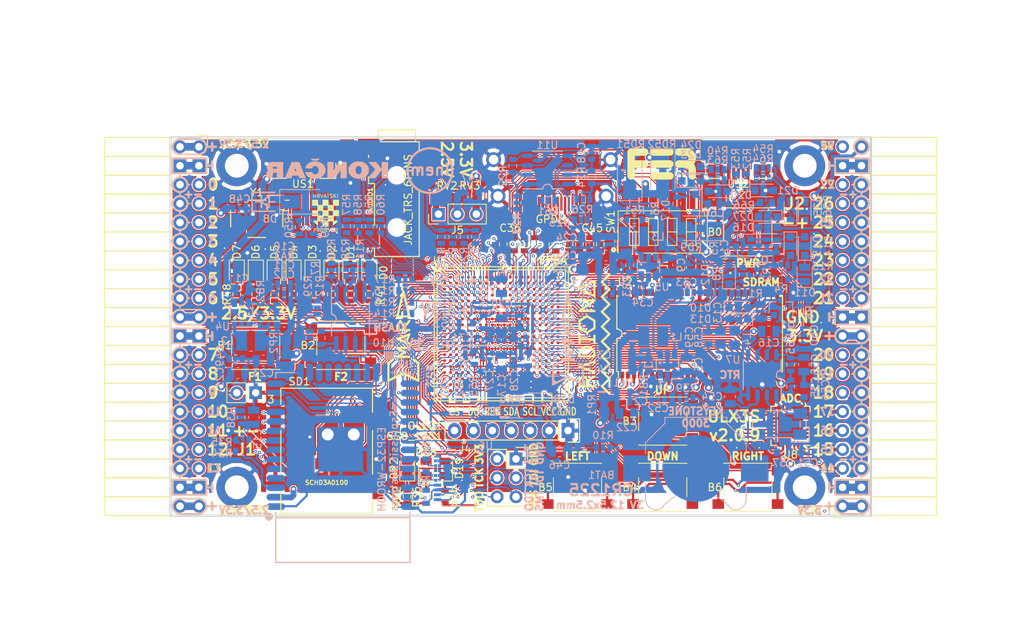
<source format=kicad_pcb>
(kicad_pcb (version 20171130) (host pcbnew 5.0.0+dfsg1-1)
  (layers (0 F.Cu signal) (1 In1.Cu signal) (2 In2.Cu signal) (31 B.Cu signal) (34 B.Paste user) (35 F.Paste user) (36 B.SilkS user hide) (37 F.SilkS user) (38 B.Mask user) (39 F.Mask user hide) (44 Edge.Cuts user))
  (net 0 "")
  (net 1 GND)
  (net 2 +5V)
  (net 3 /gpio/IN5V)
  (net 4 /gpio/OUT5V)
  (net 5 +3V3)
  (net 6 BTN_D)
  (net 7 BTN_F1)
  (net 8 BTN_F2)
  (net 9 BTN_L)
  (net 10 BTN_R)
  (net 11 BTN_U)
  (net 12 /power/FB1)
  (net 13 +2V5)
  (net 14 /power/PWREN)
  (net 15 /power/FB3)
  (net 16 /power/FB2)
  (net 17 /power/VBAT)
  (net 18 JTAG_TDI)
  (net 19 JTAG_TCK)
  (net 20 JTAG_TMS)
  (net 21 JTAG_TDO)
  (net 22 /power/WAKEUPn)
  (net 23 /power/WKUP)
  (net 24 /power/SHUT)
  (net 25 /power/WAKE)
  (net 26 /power/HOLD)
  (net 27 /power/WKn)
  (net 28 /power/OSCI_32k)
  (net 29 /power/OSCO_32k)
  (net 30 SHUTDOWN)
  (net 31 GPDI_SDA)
  (net 32 GPDI_SCL)
  (net 33 /gpdi/VREF2)
  (net 34 SD_CMD)
  (net 35 SD_CLK)
  (net 36 SD_D0)
  (net 37 SD_D1)
  (net 38 USB5V)
  (net 39 GPDI_CEC)
  (net 40 nRESET)
  (net 41 FTDI_nDTR)
  (net 42 SDRAM_CKE)
  (net 43 SDRAM_A7)
  (net 44 SDRAM_D15)
  (net 45 SDRAM_BA1)
  (net 46 SDRAM_D7)
  (net 47 SDRAM_A6)
  (net 48 SDRAM_CLK)
  (net 49 SDRAM_D13)
  (net 50 SDRAM_BA0)
  (net 51 SDRAM_D6)
  (net 52 SDRAM_A5)
  (net 53 SDRAM_D14)
  (net 54 SDRAM_A11)
  (net 55 SDRAM_D12)
  (net 56 SDRAM_D5)
  (net 57 SDRAM_A4)
  (net 58 SDRAM_A10)
  (net 59 SDRAM_D11)
  (net 60 SDRAM_A3)
  (net 61 SDRAM_D4)
  (net 62 SDRAM_D10)
  (net 63 SDRAM_D9)
  (net 64 SDRAM_A9)
  (net 65 SDRAM_D3)
  (net 66 SDRAM_D8)
  (net 67 SDRAM_A8)
  (net 68 SDRAM_A2)
  (net 69 SDRAM_A1)
  (net 70 SDRAM_A0)
  (net 71 SDRAM_D2)
  (net 72 SDRAM_D1)
  (net 73 SDRAM_D0)
  (net 74 SDRAM_DQM0)
  (net 75 SDRAM_nCS)
  (net 76 SDRAM_nRAS)
  (net 77 SDRAM_DQM1)
  (net 78 SDRAM_nCAS)
  (net 79 SDRAM_nWE)
  (net 80 /flash/FLASH_nWP)
  (net 81 /flash/FLASH_nHOLD)
  (net 82 /flash/FLASH_MOSI)
  (net 83 /flash/FLASH_MISO)
  (net 84 /flash/FLASH_SCK)
  (net 85 /flash/FLASH_nCS)
  (net 86 /flash/FPGA_PROGRAMN)
  (net 87 /flash/FPGA_DONE)
  (net 88 /flash/FPGA_INITN)
  (net 89 OLED_RES)
  (net 90 OLED_DC)
  (net 91 OLED_CS)
  (net 92 WIFI_EN)
  (net 93 FTDI_nRTS)
  (net 94 FTDI_TXD)
  (net 95 FTDI_RXD)
  (net 96 WIFI_RXD)
  (net 97 WIFI_GPIO0)
  (net 98 WIFI_TXD)
  (net 99 USB_FTDI_D+)
  (net 100 USB_FTDI_D-)
  (net 101 SD_D3)
  (net 102 AUDIO_L3)
  (net 103 AUDIO_L2)
  (net 104 AUDIO_L1)
  (net 105 AUDIO_L0)
  (net 106 AUDIO_R3)
  (net 107 AUDIO_R2)
  (net 108 AUDIO_R1)
  (net 109 AUDIO_R0)
  (net 110 OLED_CLK)
  (net 111 OLED_MOSI)
  (net 112 LED0)
  (net 113 LED1)
  (net 114 LED2)
  (net 115 LED3)
  (net 116 LED4)
  (net 117 LED5)
  (net 118 LED6)
  (net 119 LED7)
  (net 120 BTN_PWRn)
  (net 121 FTDI_nTXLED)
  (net 122 FTDI_nSLEEP)
  (net 123 /blinkey/LED_PWREN)
  (net 124 /blinkey/LED_TXLED)
  (net 125 /sdcard/SD3V3)
  (net 126 SD_D2)
  (net 127 CLK_25MHz)
  (net 128 /blinkey/BTNPUL)
  (net 129 /blinkey/BTNPUR)
  (net 130 USB_FPGA_D+)
  (net 131 /power/FTDI_nSUSPEND)
  (net 132 /blinkey/ALED0)
  (net 133 /blinkey/ALED1)
  (net 134 /blinkey/ALED2)
  (net 135 /blinkey/ALED3)
  (net 136 /blinkey/ALED4)
  (net 137 /blinkey/ALED5)
  (net 138 /blinkey/ALED6)
  (net 139 /blinkey/ALED7)
  (net 140 /usb/FTD-)
  (net 141 /usb/FTD+)
  (net 142 ADC_MISO)
  (net 143 ADC_MOSI)
  (net 144 ADC_CSn)
  (net 145 ADC_SCLK)
  (net 146 SW3)
  (net 147 SW2)
  (net 148 SW1)
  (net 149 USB_FPGA_D-)
  (net 150 /usb/FPD+)
  (net 151 /usb/FPD-)
  (net 152 WIFI_GPIO16)
  (net 153 /usb/ANT_433MHz)
  (net 154 PROG_DONE)
  (net 155 /power/P3V3)
  (net 156 /power/P2V5)
  (net 157 /power/L1)
  (net 158 /power/L3)
  (net 159 /power/L2)
  (net 160 FTDI_TXDEN)
  (net 161 SDRAM_A12)
  (net 162 /analog/AUDIO_V)
  (net 163 AUDIO_V3)
  (net 164 AUDIO_V2)
  (net 165 AUDIO_V1)
  (net 166 AUDIO_V0)
  (net 167 /blinkey/LED_WIFI)
  (net 168 /power/P1V1)
  (net 169 +1V1)
  (net 170 SW4)
  (net 171 /blinkey/SWPU)
  (net 172 /wifi/WIFIEN)
  (net 173 FT2V5)
  (net 174 GN0)
  (net 175 GP0)
  (net 176 GN1)
  (net 177 GP1)
  (net 178 GN2)
  (net 179 GP2)
  (net 180 GN3)
  (net 181 GP3)
  (net 182 GN4)
  (net 183 GP4)
  (net 184 GN5)
  (net 185 GP5)
  (net 186 GN6)
  (net 187 GP6)
  (net 188 GN14)
  (net 189 GP14)
  (net 190 GN15)
  (net 191 GP15)
  (net 192 GN16)
  (net 193 GP16)
  (net 194 GN17)
  (net 195 GP17)
  (net 196 GN18)
  (net 197 GP18)
  (net 198 GN19)
  (net 199 GP19)
  (net 200 GN20)
  (net 201 GP20)
  (net 202 GN21)
  (net 203 GP21)
  (net 204 GN22)
  (net 205 GP22)
  (net 206 GN23)
  (net 207 GP23)
  (net 208 GN24)
  (net 209 GP24)
  (net 210 GN25)
  (net 211 GP25)
  (net 212 GN26)
  (net 213 GP26)
  (net 214 GN27)
  (net 215 GP27)
  (net 216 GN7)
  (net 217 GP7)
  (net 218 GN8)
  (net 219 GP8)
  (net 220 GN9)
  (net 221 GP9)
  (net 222 GN10)
  (net 223 GP10)
  (net 224 GN11)
  (net 225 GP11)
  (net 226 GN12)
  (net 227 GP12)
  (net 228 GN13)
  (net 229 GP13)
  (net 230 WIFI_GPIO5)
  (net 231 WIFI_GPIO17)
  (net 232 USB_FPGA_PULL_D+)
  (net 233 USB_FPGA_PULL_D-)
  (net 234 "Net-(D23-Pad2)")
  (net 235 "Net-(D24-Pad1)")
  (net 236 "Net-(D25-Pad2)")
  (net 237 "Net-(D26-Pad1)")
  (net 238 /gpdi/GPDI_ETH+)
  (net 239 FPDI_ETH+)
  (net 240 /gpdi/GPDI_ETH-)
  (net 241 FPDI_ETH-)
  (net 242 /gpdi/GPDI_D2-)
  (net 243 FPDI_D2-)
  (net 244 /gpdi/GPDI_D1-)
  (net 245 FPDI_D1-)
  (net 246 /gpdi/GPDI_D0-)
  (net 247 FPDI_D0-)
  (net 248 /gpdi/GPDI_CLK-)
  (net 249 FPDI_CLK-)
  (net 250 /gpdi/GPDI_D2+)
  (net 251 FPDI_D2+)
  (net 252 /gpdi/GPDI_D1+)
  (net 253 FPDI_D1+)
  (net 254 /gpdi/GPDI_D0+)
  (net 255 FPDI_D0+)
  (net 256 /gpdi/GPDI_CLK+)
  (net 257 FPDI_CLK+)
  (net 258 FPDI_SDA)
  (net 259 FPDI_SCL)
  (net 260 /gpdi/FPDI_CEC)
  (net 261 2V5_3V3)
  (net 262 "Net-(AUDIO1-Pad5)")
  (net 263 "Net-(AUDIO1-Pad6)")
  (net 264 "Net-(U1-PadA15)")
  (net 265 "Net-(U1-PadC9)")
  (net 266 "Net-(U1-PadD9)")
  (net 267 "Net-(U1-PadD10)")
  (net 268 "Net-(U1-PadD11)")
  (net 269 "Net-(U1-PadD12)")
  (net 270 "Net-(U1-PadE6)")
  (net 271 "Net-(U1-PadE9)")
  (net 272 "Net-(U1-PadE10)")
  (net 273 "Net-(U1-PadE11)")
  (net 274 "Net-(U1-PadJ4)")
  (net 275 "Net-(U1-PadJ5)")
  (net 276 "Net-(U1-PadK5)")
  (net 277 "Net-(U1-PadL5)")
  (net 278 "Net-(U1-PadM5)")
  (net 279 SD_CD)
  (net 280 SD_WP)
  (net 281 "Net-(U1-PadR3)")
  (net 282 "Net-(U1-PadT16)")
  (net 283 "Net-(U1-PadW4)")
  (net 284 "Net-(U1-PadW5)")
  (net 285 "Net-(U1-PadW8)")
  (net 286 "Net-(U1-PadW9)")
  (net 287 "Net-(U1-PadW13)")
  (net 288 "Net-(U1-PadW14)")
  (net 289 "Net-(U1-PadW17)")
  (net 290 "Net-(U1-PadW18)")
  (net 291 FTDI_nRXLED)
  (net 292 "Net-(U8-Pad12)")
  (net 293 "Net-(U8-Pad25)")
  (net 294 "Net-(U9-Pad32)")
  (net 295 "Net-(U9-Pad22)")
  (net 296 "Net-(U9-Pad21)")
  (net 297 "Net-(U9-Pad20)")
  (net 298 "Net-(U9-Pad19)")
  (net 299 "Net-(U9-Pad18)")
  (net 300 "Net-(U9-Pad17)")
  (net 301 "Net-(U9-Pad12)")
  (net 302 "Net-(U9-Pad5)")
  (net 303 "Net-(U9-Pad4)")
  (net 304 "Net-(US1-Pad4)")
  (net 305 "Net-(Y2-Pad3)")
  (net 306 "Net-(Y2-Pad2)")
  (net 307 "Net-(U1-PadK16)")
  (net 308 "Net-(U1-PadK17)")
  (net 309 /usb/US2VBUS)
  (net 310 /power/SHD)
  (net 311 /power/RTCVDD)
  (net 312 "Net-(D27-Pad2)")
  (net 313 US2_ID)
  (net 314 /analog/AUDIO_L)
  (net 315 /analog/AUDIO_R)
  (net 316 /analog/ADC3V3)
  (net 317 PWRBTn)
  (net 318 USER_PROGRAMN)
  (module lfe5bg381:BGA-381_pitch0.8mm_dia0.4mm (layer F.Cu) (at 138.48 87.8)
    (fp_text reference U1 (at -8.2 -9.8) (layer F.SilkS))
    (fp_text value LFE5U-85F-6BG381C)
    (pad Y19 smd circle (at 6.8 7.6) (size 0.4 0.35) (layers F.Cu F.Paste F.Mask) (net 1 GND))
    (pad Y17 smd circle (at 5.2 7.6) (size 0.4 0.35) (layers F.Cu F.Paste F.Mask) (net 1 GND))
    (pad Y16 smd circle (at 4.4 7.6) (size 0.4 0.35) (layers F.Cu F.Paste F.Mask) (net 1 GND))
    (pad Y15 smd circle (at 3.6 7.6) (size 0.4 0.35) (layers F.Cu F.Paste F.Mask) (net 1 GND))
    (pad Y14 smd circle (at 2.8 7.6) (size 0.4 0.35) (layers F.Cu F.Paste F.Mask) (net 1 GND))
    (pad Y12 smd circle (at 1.2 7.6) (size 0.4 0.35) (layers F.Cu F.Paste F.Mask) (net 1 GND))
    (pad Y11 smd circle (at 0.4 7.6) (size 0.4 0.35) (layers F.Cu F.Paste F.Mask) (net 1 GND))
    (pad Y8 smd circle (at -2 7.6) (size 0.4 0.35) (layers F.Cu F.Paste F.Mask) (net 1 GND))
    (pad Y7 smd circle (at -2.8 7.6) (size 0.4 0.35) (layers F.Cu F.Paste F.Mask) (net 1 GND))
    (pad Y6 smd circle (at -3.6 7.6) (size 0.4 0.35) (layers F.Cu F.Paste F.Mask) (net 1 GND))
    (pad Y5 smd circle (at -4.4 7.6) (size 0.4 0.35) (layers F.Cu F.Paste F.Mask) (net 1 GND))
    (pad Y3 smd circle (at -6 7.6) (size 0.4 0.35) (layers F.Cu F.Paste F.Mask) (net 87 /flash/FPGA_DONE))
    (pad Y2 smd circle (at -6.8 7.6) (size 0.4 0.35) (layers F.Cu F.Paste F.Mask) (net 80 /flash/FLASH_nWP))
    (pad W20 smd circle (at 7.6 6.8) (size 0.4 0.35) (layers F.Cu F.Paste F.Mask) (net 1 GND))
    (pad W19 smd circle (at 6.8 6.8) (size 0.4 0.35) (layers F.Cu F.Paste F.Mask) (net 1 GND))
    (pad W18 smd circle (at 6 6.8) (size 0.4 0.35) (layers F.Cu F.Paste F.Mask) (net 290 "Net-(U1-PadW18)"))
    (pad W17 smd circle (at 5.2 6.8) (size 0.4 0.35) (layers F.Cu F.Paste F.Mask) (net 289 "Net-(U1-PadW17)"))
    (pad W16 smd circle (at 4.4 6.8) (size 0.4 0.35) (layers F.Cu F.Paste F.Mask) (net 1 GND))
    (pad W15 smd circle (at 3.6 6.8) (size 0.4 0.35) (layers F.Cu F.Paste F.Mask) (net 1 GND))
    (pad W14 smd circle (at 2.8 6.8) (size 0.4 0.35) (layers F.Cu F.Paste F.Mask) (net 288 "Net-(U1-PadW14)"))
    (pad W13 smd circle (at 2 6.8) (size 0.4 0.35) (layers F.Cu F.Paste F.Mask) (net 287 "Net-(U1-PadW13)"))
    (pad W12 smd circle (at 1.2 6.8) (size 0.4 0.35) (layers F.Cu F.Paste F.Mask) (net 1 GND))
    (pad W11 smd circle (at 0.4 6.8) (size 0.4 0.35) (layers F.Cu F.Paste F.Mask))
    (pad W10 smd circle (at -0.4 6.8) (size 0.4 0.35) (layers F.Cu F.Paste F.Mask))
    (pad W9 smd circle (at -1.2 6.8) (size 0.4 0.35) (layers F.Cu F.Paste F.Mask) (net 286 "Net-(U1-PadW9)"))
    (pad W8 smd circle (at -2 6.8) (size 0.4 0.35) (layers F.Cu F.Paste F.Mask) (net 285 "Net-(U1-PadW8)"))
    (pad W7 smd circle (at -2.8 6.8) (size 0.4 0.35) (layers F.Cu F.Paste F.Mask) (net 1 GND))
    (pad W6 smd circle (at -3.6 6.8) (size 0.4 0.35) (layers F.Cu F.Paste F.Mask) (net 1 GND))
    (pad W5 smd circle (at -4.4 6.8) (size 0.4 0.35) (layers F.Cu F.Paste F.Mask) (net 284 "Net-(U1-PadW5)"))
    (pad W4 smd circle (at -5.2 6.8) (size 0.4 0.35) (layers F.Cu F.Paste F.Mask) (net 283 "Net-(U1-PadW4)"))
    (pad W3 smd circle (at -6 6.8) (size 0.4 0.35) (layers F.Cu F.Paste F.Mask) (net 86 /flash/FPGA_PROGRAMN))
    (pad W2 smd circle (at -6.8 6.8) (size 0.4 0.35) (layers F.Cu F.Paste F.Mask) (net 82 /flash/FLASH_MOSI))
    (pad W1 smd circle (at -7.6 6.8) (size 0.4 0.35) (layers F.Cu F.Paste F.Mask) (net 81 /flash/FLASH_nHOLD))
    (pad V20 smd circle (at 7.6 6) (size 0.4 0.35) (layers F.Cu F.Paste F.Mask) (net 1 GND))
    (pad V19 smd circle (at 6.8 6) (size 0.4 0.35) (layers F.Cu F.Paste F.Mask) (net 1 GND))
    (pad V18 smd circle (at 6 6) (size 0.4 0.35) (layers F.Cu F.Paste F.Mask) (net 1 GND))
    (pad V17 smd circle (at 5.2 6) (size 0.4 0.35) (layers F.Cu F.Paste F.Mask) (net 1 GND))
    (pad V16 smd circle (at 4.4 6) (size 0.4 0.35) (layers F.Cu F.Paste F.Mask) (net 1 GND))
    (pad V15 smd circle (at 3.6 6) (size 0.4 0.35) (layers F.Cu F.Paste F.Mask) (net 1 GND))
    (pad V14 smd circle (at 2.8 6) (size 0.4 0.35) (layers F.Cu F.Paste F.Mask) (net 1 GND))
    (pad V13 smd circle (at 2 6) (size 0.4 0.35) (layers F.Cu F.Paste F.Mask) (net 1 GND))
    (pad V12 smd circle (at 1.2 6) (size 0.4 0.35) (layers F.Cu F.Paste F.Mask) (net 1 GND))
    (pad V11 smd circle (at 0.4 6) (size 0.4 0.35) (layers F.Cu F.Paste F.Mask) (net 1 GND))
    (pad V10 smd circle (at -0.4 6) (size 0.4 0.35) (layers F.Cu F.Paste F.Mask) (net 1 GND))
    (pad V9 smd circle (at -1.2 6) (size 0.4 0.35) (layers F.Cu F.Paste F.Mask) (net 1 GND))
    (pad V8 smd circle (at -2 6) (size 0.4 0.35) (layers F.Cu F.Paste F.Mask) (net 1 GND))
    (pad V7 smd circle (at -2.8 6) (size 0.4 0.35) (layers F.Cu F.Paste F.Mask) (net 1 GND))
    (pad V6 smd circle (at -3.6 6) (size 0.4 0.35) (layers F.Cu F.Paste F.Mask) (net 1 GND))
    (pad V5 smd circle (at -4.4 6) (size 0.4 0.35) (layers F.Cu F.Paste F.Mask) (net 1 GND))
    (pad V4 smd circle (at -5.2 6) (size 0.4 0.35) (layers F.Cu F.Paste F.Mask) (net 21 JTAG_TDO))
    (pad V3 smd circle (at -6 6) (size 0.4 0.35) (layers F.Cu F.Paste F.Mask) (net 88 /flash/FPGA_INITN))
    (pad V2 smd circle (at -6.8 6) (size 0.4 0.35) (layers F.Cu F.Paste F.Mask) (net 83 /flash/FLASH_MISO))
    (pad V1 smd circle (at -7.6 6) (size 0.4 0.35) (layers F.Cu F.Paste F.Mask) (net 6 BTN_D))
    (pad U20 smd circle (at 7.6 5.2) (size 0.4 0.35) (layers F.Cu F.Paste F.Mask) (net 46 SDRAM_D7))
    (pad U19 smd circle (at 6.8 5.2) (size 0.4 0.35) (layers F.Cu F.Paste F.Mask) (net 74 SDRAM_DQM0))
    (pad U18 smd circle (at 6 5.2) (size 0.4 0.35) (layers F.Cu F.Paste F.Mask) (net 189 GP14))
    (pad U17 smd circle (at 5.2 5.2) (size 0.4 0.35) (layers F.Cu F.Paste F.Mask) (net 188 GN14))
    (pad U16 smd circle (at 4.4 5.2) (size 0.4 0.35) (layers F.Cu F.Paste F.Mask) (net 142 ADC_MISO))
    (pad U15 smd circle (at 3.6 5.2) (size 0.4 0.35) (layers F.Cu F.Paste F.Mask) (net 1 GND))
    (pad U14 smd circle (at 2.8 5.2) (size 0.4 0.35) (layers F.Cu F.Paste F.Mask) (net 1 GND))
    (pad U13 smd circle (at 2 5.2) (size 0.4 0.35) (layers F.Cu F.Paste F.Mask) (net 1 GND))
    (pad U12 smd circle (at 1.2 5.2) (size 0.4 0.35) (layers F.Cu F.Paste F.Mask) (net 1 GND))
    (pad U11 smd circle (at 0.4 5.2) (size 0.4 0.35) (layers F.Cu F.Paste F.Mask) (net 1 GND))
    (pad U10 smd circle (at -0.4 5.2) (size 0.4 0.35) (layers F.Cu F.Paste F.Mask) (net 1 GND))
    (pad U9 smd circle (at -1.2 5.2) (size 0.4 0.35) (layers F.Cu F.Paste F.Mask) (net 1 GND))
    (pad U8 smd circle (at -2 5.2) (size 0.4 0.35) (layers F.Cu F.Paste F.Mask) (net 1 GND))
    (pad U7 smd circle (at -2.8 5.2) (size 0.4 0.35) (layers F.Cu F.Paste F.Mask) (net 1 GND))
    (pad U6 smd circle (at -3.6 5.2) (size 0.4 0.35) (layers F.Cu F.Paste F.Mask) (net 1 GND))
    (pad U5 smd circle (at -4.4 5.2) (size 0.4 0.35) (layers F.Cu F.Paste F.Mask) (net 20 JTAG_TMS))
    (pad U4 smd circle (at -5.2 5.2) (size 0.4 0.35) (layers F.Cu F.Paste F.Mask) (net 1 GND))
    (pad U3 smd circle (at -6 5.2) (size 0.4 0.35) (layers F.Cu F.Paste F.Mask) (net 84 /flash/FLASH_SCK))
    (pad U2 smd circle (at -6.8 5.2) (size 0.4 0.35) (layers F.Cu F.Paste F.Mask) (net 5 +3V3))
    (pad U1 smd circle (at -7.6 5.2) (size 0.4 0.35) (layers F.Cu F.Paste F.Mask) (net 9 BTN_L))
    (pad T20 smd circle (at 7.6 4.4) (size 0.4 0.35) (layers F.Cu F.Paste F.Mask) (net 79 SDRAM_nWE))
    (pad T19 smd circle (at 6.8 4.4) (size 0.4 0.35) (layers F.Cu F.Paste F.Mask) (net 78 SDRAM_nCAS))
    (pad T18 smd circle (at 6 4.4) (size 0.4 0.35) (layers F.Cu F.Paste F.Mask) (net 56 SDRAM_D5))
    (pad T17 smd circle (at 5.2 4.4) (size 0.4 0.35) (layers F.Cu F.Paste F.Mask) (net 51 SDRAM_D6))
    (pad T16 smd circle (at 4.4 4.4) (size 0.4 0.35) (layers F.Cu F.Paste F.Mask) (net 282 "Net-(U1-PadT16)"))
    (pad T15 smd circle (at 3.6 4.4) (size 0.4 0.35) (layers F.Cu F.Paste F.Mask) (net 1 GND))
    (pad T14 smd circle (at 2.8 4.4) (size 0.4 0.35) (layers F.Cu F.Paste F.Mask) (net 1 GND))
    (pad T13 smd circle (at 2 4.4) (size 0.4 0.35) (layers F.Cu F.Paste F.Mask) (net 1 GND))
    (pad T12 smd circle (at 1.2 4.4) (size 0.4 0.35) (layers F.Cu F.Paste F.Mask) (net 1 GND))
    (pad T11 smd circle (at 0.4 4.4) (size 0.4 0.35) (layers F.Cu F.Paste F.Mask) (net 1 GND))
    (pad T10 smd circle (at -0.4 4.4) (size 0.4 0.35) (layers F.Cu F.Paste F.Mask) (net 1 GND))
    (pad T9 smd circle (at -1.2 4.4) (size 0.4 0.35) (layers F.Cu F.Paste F.Mask) (net 1 GND))
    (pad T8 smd circle (at -2 4.4) (size 0.4 0.35) (layers F.Cu F.Paste F.Mask) (net 1 GND))
    (pad T7 smd circle (at -2.8 4.4) (size 0.4 0.35) (layers F.Cu F.Paste F.Mask) (net 1 GND))
    (pad T6 smd circle (at -3.6 4.4) (size 0.4 0.35) (layers F.Cu F.Paste F.Mask) (net 1 GND))
    (pad T5 smd circle (at -4.4 4.4) (size 0.4 0.35) (layers F.Cu F.Paste F.Mask) (net 19 JTAG_TCK))
    (pad T4 smd circle (at -5.2 4.4) (size 0.4 0.35) (layers F.Cu F.Paste F.Mask) (net 5 +3V3))
    (pad T3 smd circle (at -6 4.4) (size 0.4 0.35) (layers F.Cu F.Paste F.Mask) (net 5 +3V3))
    (pad T2 smd circle (at -6.8 4.4) (size 0.4 0.35) (layers F.Cu F.Paste F.Mask) (net 5 +3V3))
    (pad T1 smd circle (at -7.6 4.4) (size 0.4 0.35) (layers F.Cu F.Paste F.Mask) (net 8 BTN_F2))
    (pad R20 smd circle (at 7.6 3.6) (size 0.4 0.35) (layers F.Cu F.Paste F.Mask) (net 76 SDRAM_nRAS))
    (pad R19 smd circle (at 6.8 3.6) (size 0.4 0.35) (layers F.Cu F.Paste F.Mask) (net 1 GND))
    (pad R18 smd circle (at 6 3.6) (size 0.4 0.35) (layers F.Cu F.Paste F.Mask) (net 11 BTN_U))
    (pad R17 smd circle (at 5.2 3.6) (size 0.4 0.35) (layers F.Cu F.Paste F.Mask) (net 144 ADC_CSn))
    (pad R16 smd circle (at 4.4 3.6) (size 0.4 0.35) (layers F.Cu F.Paste F.Mask) (net 143 ADC_MOSI))
    (pad R5 smd circle (at -4.4 3.6) (size 0.4 0.35) (layers F.Cu F.Paste F.Mask) (net 18 JTAG_TDI))
    (pad R4 smd circle (at -5.2 3.6) (size 0.4 0.35) (layers F.Cu F.Paste F.Mask) (net 1 GND))
    (pad R3 smd circle (at -6 3.6) (size 0.4 0.35) (layers F.Cu F.Paste F.Mask) (net 281 "Net-(U1-PadR3)"))
    (pad R2 smd circle (at -6.8 3.6) (size 0.4 0.35) (layers F.Cu F.Paste F.Mask) (net 85 /flash/FLASH_nCS))
    (pad R1 smd circle (at -7.6 3.6) (size 0.4 0.35) (layers F.Cu F.Paste F.Mask) (net 7 BTN_F1))
    (pad P20 smd circle (at 7.6 2.8) (size 0.4 0.35) (layers F.Cu F.Paste F.Mask) (net 75 SDRAM_nCS))
    (pad P19 smd circle (at 6.8 2.8) (size 0.4 0.35) (layers F.Cu F.Paste F.Mask) (net 50 SDRAM_BA0))
    (pad P18 smd circle (at 6 2.8) (size 0.4 0.35) (layers F.Cu F.Paste F.Mask) (net 61 SDRAM_D4))
    (pad P17 smd circle (at 5.2 2.8) (size 0.4 0.35) (layers F.Cu F.Paste F.Mask) (net 145 ADC_SCLK))
    (pad P16 smd circle (at 4.4 2.8) (size 0.4 0.35) (layers F.Cu F.Paste F.Mask) (net 190 GN15))
    (pad P15 smd circle (at 3.6 2.8) (size 0.4 0.35) (layers F.Cu F.Paste F.Mask) (net 13 +2V5))
    (pad P14 smd circle (at 2.8 2.8) (size 0.4 0.35) (layers F.Cu F.Paste F.Mask) (net 1 GND))
    (pad P13 smd circle (at 2 2.8) (size 0.4 0.35) (layers F.Cu F.Paste F.Mask) (net 1 GND))
    (pad P12 smd circle (at 1.2 2.8) (size 0.4 0.35) (layers F.Cu F.Paste F.Mask) (net 1 GND))
    (pad P11 smd circle (at 0.4 2.8) (size 0.4 0.35) (layers F.Cu F.Paste F.Mask) (net 1 GND))
    (pad P10 smd circle (at -0.4 2.8) (size 0.4 0.35) (layers F.Cu F.Paste F.Mask) (net 5 +3V3))
    (pad P9 smd circle (at -1.2 2.8) (size 0.4 0.35) (layers F.Cu F.Paste F.Mask) (net 5 +3V3))
    (pad P8 smd circle (at -2 2.8) (size 0.4 0.35) (layers F.Cu F.Paste F.Mask) (net 1 GND))
    (pad P7 smd circle (at -2.8 2.8) (size 0.4 0.35) (layers F.Cu F.Paste F.Mask) (net 1 GND))
    (pad P6 smd circle (at -3.6 2.8) (size 0.4 0.35) (layers F.Cu F.Paste F.Mask) (net 13 +2V5))
    (pad P5 smd circle (at -4.4 2.8) (size 0.4 0.35) (layers F.Cu F.Paste F.Mask) (net 280 SD_WP))
    (pad P4 smd circle (at -5.2 2.8) (size 0.4 0.35) (layers F.Cu F.Paste F.Mask) (net 110 OLED_CLK))
    (pad P3 smd circle (at -6 2.8) (size 0.4 0.35) (layers F.Cu F.Paste F.Mask) (net 111 OLED_MOSI))
    (pad P2 smd circle (at -6.8 2.8) (size 0.4 0.35) (layers F.Cu F.Paste F.Mask) (net 89 OLED_RES))
    (pad P1 smd circle (at -7.6 2.8) (size 0.4 0.35) (layers F.Cu F.Paste F.Mask) (net 90 OLED_DC))
    (pad N20 smd circle (at 7.6 2) (size 0.4 0.35) (layers F.Cu F.Paste F.Mask) (net 45 SDRAM_BA1))
    (pad N19 smd circle (at 6.8 2) (size 0.4 0.35) (layers F.Cu F.Paste F.Mask) (net 58 SDRAM_A10))
    (pad N18 smd circle (at 6 2) (size 0.4 0.35) (layers F.Cu F.Paste F.Mask) (net 65 SDRAM_D3))
    (pad N17 smd circle (at 5.2 2) (size 0.4 0.35) (layers F.Cu F.Paste F.Mask) (net 191 GP15))
    (pad N16 smd circle (at 4.4 2) (size 0.4 0.35) (layers F.Cu F.Paste F.Mask) (net 193 GP16))
    (pad N15 smd circle (at 3.6 2) (size 0.4 0.35) (layers F.Cu F.Paste F.Mask) (net 1 GND))
    (pad N14 smd circle (at 2.8 2) (size 0.4 0.35) (layers F.Cu F.Paste F.Mask) (net 1 GND))
    (pad N13 smd circle (at 2 2) (size 0.4 0.35) (layers F.Cu F.Paste F.Mask) (net 169 +1V1))
    (pad N12 smd circle (at 1.2 2) (size 0.4 0.35) (layers F.Cu F.Paste F.Mask) (net 169 +1V1))
    (pad N11 smd circle (at 0.4 2) (size 0.4 0.35) (layers F.Cu F.Paste F.Mask) (net 169 +1V1))
    (pad N10 smd circle (at -0.4 2) (size 0.4 0.35) (layers F.Cu F.Paste F.Mask) (net 169 +1V1))
    (pad N9 smd circle (at -1.2 2) (size 0.4 0.35) (layers F.Cu F.Paste F.Mask) (net 169 +1V1))
    (pad N8 smd circle (at -2 2) (size 0.4 0.35) (layers F.Cu F.Paste F.Mask) (net 169 +1V1))
    (pad N7 smd circle (at -2.8 2) (size 0.4 0.35) (layers F.Cu F.Paste F.Mask) (net 1 GND))
    (pad N6 smd circle (at -3.6 2) (size 0.4 0.35) (layers F.Cu F.Paste F.Mask) (net 1 GND))
    (pad N5 smd circle (at -4.4 2) (size 0.4 0.35) (layers F.Cu F.Paste F.Mask) (net 279 SD_CD))
    (pad N4 smd circle (at -5.2 2) (size 0.4 0.35) (layers F.Cu F.Paste F.Mask) (net 230 WIFI_GPIO5))
    (pad N3 smd circle (at -6 2) (size 0.4 0.35) (layers F.Cu F.Paste F.Mask) (net 231 WIFI_GPIO17))
    (pad N2 smd circle (at -6.8 2) (size 0.4 0.35) (layers F.Cu F.Paste F.Mask) (net 91 OLED_CS))
    (pad N1 smd circle (at -7.6 2) (size 0.4 0.35) (layers F.Cu F.Paste F.Mask) (net 41 FTDI_nDTR))
    (pad M20 smd circle (at 7.6 1.2) (size 0.4 0.35) (layers F.Cu F.Paste F.Mask) (net 70 SDRAM_A0))
    (pad M19 smd circle (at 6.8 1.2) (size 0.4 0.35) (layers F.Cu F.Paste F.Mask) (net 69 SDRAM_A1))
    (pad M18 smd circle (at 6 1.2) (size 0.4 0.35) (layers F.Cu F.Paste F.Mask) (net 71 SDRAM_D2))
    (pad M17 smd circle (at 5.2 1.2) (size 0.4 0.35) (layers F.Cu F.Paste F.Mask) (net 192 GN16))
    (pad M16 smd circle (at 4.4 1.2) (size 0.4 0.35) (layers F.Cu F.Paste F.Mask) (net 1 GND))
    (pad M15 smd circle (at 3.6 1.2) (size 0.4 0.35) (layers F.Cu F.Paste F.Mask) (net 5 +3V3))
    (pad M14 smd circle (at 2.8 1.2) (size 0.4 0.35) (layers F.Cu F.Paste F.Mask) (net 1 GND))
    (pad M13 smd circle (at 2 1.2) (size 0.4 0.35) (layers F.Cu F.Paste F.Mask) (net 169 +1V1))
    (pad M12 smd circle (at 1.2 1.2) (size 0.4 0.35) (layers F.Cu F.Paste F.Mask) (net 1 GND))
    (pad M11 smd circle (at 0.4 1.2) (size 0.4 0.35) (layers F.Cu F.Paste F.Mask) (net 1 GND))
    (pad M10 smd circle (at -0.4 1.2) (size 0.4 0.35) (layers F.Cu F.Paste F.Mask) (net 1 GND))
    (pad M9 smd circle (at -1.2 1.2) (size 0.4 0.35) (layers F.Cu F.Paste F.Mask) (net 1 GND))
    (pad M8 smd circle (at -2 1.2) (size 0.4 0.35) (layers F.Cu F.Paste F.Mask) (net 169 +1V1))
    (pad M7 smd circle (at -2.8 1.2) (size 0.4 0.35) (layers F.Cu F.Paste F.Mask) (net 1 GND))
    (pad M6 smd circle (at -3.6 1.2) (size 0.4 0.35) (layers F.Cu F.Paste F.Mask) (net 5 +3V3))
    (pad M5 smd circle (at -4.4 1.2) (size 0.4 0.35) (layers F.Cu F.Paste F.Mask) (net 278 "Net-(U1-PadM5)"))
    (pad M4 smd circle (at -5.2 1.2) (size 0.4 0.35) (layers F.Cu F.Paste F.Mask) (net 318 USER_PROGRAMN))
    (pad M3 smd circle (at -6 1.2) (size 0.4 0.35) (layers F.Cu F.Paste F.Mask) (net 93 FTDI_nRTS))
    (pad M2 smd circle (at -6.8 1.2) (size 0.4 0.35) (layers F.Cu F.Paste F.Mask) (net 1 GND))
    (pad M1 smd circle (at -7.6 1.2) (size 0.4 0.35) (layers F.Cu F.Paste F.Mask) (net 94 FTDI_TXD))
    (pad L20 smd circle (at 7.6 0.4) (size 0.4 0.35) (layers F.Cu F.Paste F.Mask) (net 68 SDRAM_A2))
    (pad L19 smd circle (at 6.8 0.4) (size 0.4 0.35) (layers F.Cu F.Paste F.Mask) (net 60 SDRAM_A3))
    (pad L18 smd circle (at 6 0.4) (size 0.4 0.35) (layers F.Cu F.Paste F.Mask) (net 72 SDRAM_D1))
    (pad L17 smd circle (at 5.2 0.4) (size 0.4 0.35) (layers F.Cu F.Paste F.Mask) (net 194 GN17))
    (pad L16 smd circle (at 4.4 0.4) (size 0.4 0.35) (layers F.Cu F.Paste F.Mask) (net 195 GP17))
    (pad L15 smd circle (at 3.6 0.4) (size 0.4 0.35) (layers F.Cu F.Paste F.Mask) (net 5 +3V3))
    (pad L14 smd circle (at 2.8 0.4) (size 0.4 0.35) (layers F.Cu F.Paste F.Mask) (net 5 +3V3))
    (pad L13 smd circle (at 2 0.4) (size 0.4 0.35) (layers F.Cu F.Paste F.Mask) (net 169 +1V1))
    (pad L12 smd circle (at 1.2 0.4) (size 0.4 0.35) (layers F.Cu F.Paste F.Mask) (net 1 GND))
    (pad L11 smd circle (at 0.4 0.4) (size 0.4 0.35) (layers F.Cu F.Paste F.Mask) (net 1 GND))
    (pad L10 smd circle (at -0.4 0.4) (size 0.4 0.35) (layers F.Cu F.Paste F.Mask) (net 1 GND))
    (pad L9 smd circle (at -1.2 0.4) (size 0.4 0.35) (layers F.Cu F.Paste F.Mask) (net 1 GND))
    (pad L8 smd circle (at -2 0.4) (size 0.4 0.35) (layers F.Cu F.Paste F.Mask) (net 169 +1V1))
    (pad L7 smd circle (at -2.8 0.4) (size 0.4 0.35) (layers F.Cu F.Paste F.Mask) (net 5 +3V3))
    (pad L6 smd circle (at -3.6 0.4) (size 0.4 0.35) (layers F.Cu F.Paste F.Mask) (net 5 +3V3))
    (pad L5 smd circle (at -4.4 0.4) (size 0.4 0.35) (layers F.Cu F.Paste F.Mask) (net 277 "Net-(U1-PadL5)"))
    (pad L4 smd circle (at -5.2 0.4) (size 0.4 0.35) (layers F.Cu F.Paste F.Mask) (net 95 FTDI_RXD))
    (pad L3 smd circle (at -6 0.4) (size 0.4 0.35) (layers F.Cu F.Paste F.Mask) (net 160 FTDI_TXDEN))
    (pad L2 smd circle (at -6.8 0.4) (size 0.4 0.35) (layers F.Cu F.Paste F.Mask) (net 97 WIFI_GPIO0))
    (pad L1 smd circle (at -7.6 0.4) (size 0.4 0.35) (layers F.Cu F.Paste F.Mask) (net 152 WIFI_GPIO16))
    (pad K20 smd circle (at 7.6 -0.4) (size 0.4 0.35) (layers F.Cu F.Paste F.Mask) (net 57 SDRAM_A4))
    (pad K19 smd circle (at 6.8 -0.4) (size 0.4 0.35) (layers F.Cu F.Paste F.Mask) (net 52 SDRAM_A5))
    (pad K18 smd circle (at 6 -0.4) (size 0.4 0.35) (layers F.Cu F.Paste F.Mask) (net 47 SDRAM_A6))
    (pad K17 smd circle (at 5.2 -0.4) (size 0.4 0.35) (layers F.Cu F.Paste F.Mask) (net 308 "Net-(U1-PadK17)"))
    (pad K16 smd circle (at 4.4 -0.4) (size 0.4 0.35) (layers F.Cu F.Paste F.Mask) (net 307 "Net-(U1-PadK16)"))
    (pad K15 smd circle (at 3.6 -0.4) (size 0.4 0.35) (layers F.Cu F.Paste F.Mask) (net 1 GND))
    (pad K14 smd circle (at 2.8 -0.4) (size 0.4 0.35) (layers F.Cu F.Paste F.Mask) (net 1 GND))
    (pad K13 smd circle (at 2 -0.4) (size 0.4 0.35) (layers F.Cu F.Paste F.Mask) (net 169 +1V1))
    (pad K12 smd circle (at 1.2 -0.4) (size 0.4 0.35) (layers F.Cu F.Paste F.Mask) (net 1 GND))
    (pad K11 smd circle (at 0.4 -0.4) (size 0.4 0.35) (layers F.Cu F.Paste F.Mask) (net 1 GND))
    (pad K10 smd circle (at -0.4 -0.4) (size 0.4 0.35) (layers F.Cu F.Paste F.Mask) (net 1 GND))
    (pad K9 smd circle (at -1.2 -0.4) (size 0.4 0.35) (layers F.Cu F.Paste F.Mask) (net 1 GND))
    (pad K8 smd circle (at -2 -0.4) (size 0.4 0.35) (layers F.Cu F.Paste F.Mask) (net 169 +1V1))
    (pad K7 smd circle (at -2.8 -0.4) (size 0.4 0.35) (layers F.Cu F.Paste F.Mask) (net 1 GND))
    (pad K6 smd circle (at -3.6 -0.4) (size 0.4 0.35) (layers F.Cu F.Paste F.Mask) (net 1 GND))
    (pad K5 smd circle (at -4.4 -0.4) (size 0.4 0.35) (layers F.Cu F.Paste F.Mask) (net 276 "Net-(U1-PadK5)"))
    (pad K4 smd circle (at -5.2 -0.4) (size 0.4 0.35) (layers F.Cu F.Paste F.Mask) (net 98 WIFI_TXD))
    (pad K3 smd circle (at -6 -0.4) (size 0.4 0.35) (layers F.Cu F.Paste F.Mask) (net 96 WIFI_RXD))
    (pad K2 smd circle (at -6.8 -0.4) (size 0.4 0.35) (layers F.Cu F.Paste F.Mask) (net 101 SD_D3))
    (pad K1 smd circle (at -7.6 -0.4) (size 0.4 0.35) (layers F.Cu F.Paste F.Mask) (net 126 SD_D2))
    (pad J20 smd circle (at 7.6 -1.2) (size 0.4 0.35) (layers F.Cu F.Paste F.Mask) (net 43 SDRAM_A7))
    (pad J19 smd circle (at 6.8 -1.2) (size 0.4 0.35) (layers F.Cu F.Paste F.Mask) (net 67 SDRAM_A8))
    (pad J18 smd circle (at 6 -1.2) (size 0.4 0.35) (layers F.Cu F.Paste F.Mask) (net 53 SDRAM_D14))
    (pad J17 smd circle (at 5.2 -1.2) (size 0.4 0.35) (layers F.Cu F.Paste F.Mask) (net 44 SDRAM_D15))
    (pad J16 smd circle (at 4.4 -1.2) (size 0.4 0.35) (layers F.Cu F.Paste F.Mask) (net 73 SDRAM_D0))
    (pad J15 smd circle (at 3.6 -1.2) (size 0.4 0.35) (layers F.Cu F.Paste F.Mask) (net 5 +3V3))
    (pad J14 smd circle (at 2.8 -1.2) (size 0.4 0.35) (layers F.Cu F.Paste F.Mask) (net 1 GND))
    (pad J13 smd circle (at 2 -1.2) (size 0.4 0.35) (layers F.Cu F.Paste F.Mask) (net 169 +1V1))
    (pad J12 smd circle (at 1.2 -1.2) (size 0.4 0.35) (layers F.Cu F.Paste F.Mask) (net 1 GND))
    (pad J11 smd circle (at 0.4 -1.2) (size 0.4 0.35) (layers F.Cu F.Paste F.Mask) (net 1 GND))
    (pad J10 smd circle (at -0.4 -1.2) (size 0.4 0.35) (layers F.Cu F.Paste F.Mask) (net 1 GND))
    (pad J9 smd circle (at -1.2 -1.2) (size 0.4 0.35) (layers F.Cu F.Paste F.Mask) (net 1 GND))
    (pad J8 smd circle (at -2 -1.2) (size 0.4 0.35) (layers F.Cu F.Paste F.Mask) (net 169 +1V1))
    (pad J7 smd circle (at -2.8 -1.2) (size 0.4 0.35) (layers F.Cu F.Paste F.Mask) (net 1 GND))
    (pad J6 smd circle (at -3.6 -1.2) (size 0.4 0.35) (layers F.Cu F.Paste F.Mask) (net 261 2V5_3V3))
    (pad J5 smd circle (at -4.4 -1.2) (size 0.4 0.35) (layers F.Cu F.Paste F.Mask) (net 275 "Net-(U1-PadJ5)"))
    (pad J4 smd circle (at -5.2 -1.2) (size 0.4 0.35) (layers F.Cu F.Paste F.Mask) (net 274 "Net-(U1-PadJ4)"))
    (pad J3 smd circle (at -6 -1.2) (size 0.4 0.35) (layers F.Cu F.Paste F.Mask) (net 36 SD_D0))
    (pad J2 smd circle (at -6.8 -1.2) (size 0.4 0.35) (layers F.Cu F.Paste F.Mask) (net 1 GND))
    (pad J1 smd circle (at -7.6 -1.2) (size 0.4 0.35) (layers F.Cu F.Paste F.Mask) (net 34 SD_CMD))
    (pad H20 smd circle (at 7.6 -2) (size 0.4 0.35) (layers F.Cu F.Paste F.Mask) (net 64 SDRAM_A9))
    (pad H19 smd circle (at 6.8 -2) (size 0.4 0.35) (layers F.Cu F.Paste F.Mask) (net 1 GND))
    (pad H18 smd circle (at 6 -2) (size 0.4 0.35) (layers F.Cu F.Paste F.Mask) (net 197 GP18))
    (pad H17 smd circle (at 5.2 -2) (size 0.4 0.35) (layers F.Cu F.Paste F.Mask) (net 196 GN18))
    (pad H16 smd circle (at 4.4 -2) (size 0.4 0.35) (layers F.Cu F.Paste F.Mask) (net 10 BTN_R))
    (pad H15 smd circle (at 3.6 -2) (size 0.4 0.35) (layers F.Cu F.Paste F.Mask) (net 5 +3V3))
    (pad H14 smd circle (at 2.8 -2) (size 0.4 0.35) (layers F.Cu F.Paste F.Mask) (net 5 +3V3))
    (pad H13 smd circle (at 2 -2) (size 0.4 0.35) (layers F.Cu F.Paste F.Mask) (net 169 +1V1))
    (pad H12 smd circle (at 1.2 -2) (size 0.4 0.35) (layers F.Cu F.Paste F.Mask) (net 169 +1V1))
    (pad H11 smd circle (at 0.4 -2) (size 0.4 0.35) (layers F.Cu F.Paste F.Mask) (net 169 +1V1))
    (pad H10 smd circle (at -0.4 -2) (size 0.4 0.35) (layers F.Cu F.Paste F.Mask) (net 169 +1V1))
    (pad H9 smd circle (at -1.2 -2) (size 0.4 0.35) (layers F.Cu F.Paste F.Mask) (net 169 +1V1))
    (pad H8 smd circle (at -2 -2) (size 0.4 0.35) (layers F.Cu F.Paste F.Mask) (net 169 +1V1))
    (pad H7 smd circle (at -2.8 -2) (size 0.4 0.35) (layers F.Cu F.Paste F.Mask) (net 261 2V5_3V3))
    (pad H6 smd circle (at -3.6 -2) (size 0.4 0.35) (layers F.Cu F.Paste F.Mask) (net 261 2V5_3V3))
    (pad H5 smd circle (at -4.4 -2) (size 0.4 0.35) (layers F.Cu F.Paste F.Mask) (net 166 AUDIO_V0))
    (pad H4 smd circle (at -5.2 -2) (size 0.4 0.35) (layers F.Cu F.Paste F.Mask) (net 229 GP13))
    (pad H3 smd circle (at -6 -2) (size 0.4 0.35) (layers F.Cu F.Paste F.Mask) (net 119 LED7))
    (pad H2 smd circle (at -6.8 -2) (size 0.4 0.35) (layers F.Cu F.Paste F.Mask) (net 35 SD_CLK))
    (pad H1 smd circle (at -7.6 -2) (size 0.4 0.35) (layers F.Cu F.Paste F.Mask) (net 37 SD_D1))
    (pad G20 smd circle (at 7.6 -2.8) (size 0.4 0.35) (layers F.Cu F.Paste F.Mask) (net 54 SDRAM_A11))
    (pad G19 smd circle (at 6.8 -2.8) (size 0.4 0.35) (layers F.Cu F.Paste F.Mask) (net 161 SDRAM_A12))
    (pad G18 smd circle (at 6 -2.8) (size 0.4 0.35) (layers F.Cu F.Paste F.Mask) (net 198 GN19))
    (pad G17 smd circle (at 5.2 -2.8) (size 0.4 0.35) (layers F.Cu F.Paste F.Mask) (net 1 GND))
    (pad G16 smd circle (at 4.4 -2.8) (size 0.4 0.35) (layers F.Cu F.Paste F.Mask) (net 30 SHUTDOWN))
    (pad G15 smd circle (at 3.6 -2.8) (size 0.4 0.35) (layers F.Cu F.Paste F.Mask) (net 1 GND))
    (pad G14 smd circle (at 2.8 -2.8) (size 0.4 0.35) (layers F.Cu F.Paste F.Mask) (net 1 GND))
    (pad G13 smd circle (at 2 -2.8) (size 0.4 0.35) (layers F.Cu F.Paste F.Mask) (net 1 GND))
    (pad G12 smd circle (at 1.2 -2.8) (size 0.4 0.35) (layers F.Cu F.Paste F.Mask) (net 1 GND))
    (pad G11 smd circle (at 0.4 -2.8) (size 0.4 0.35) (layers F.Cu F.Paste F.Mask) (net 1 GND))
    (pad G10 smd circle (at -0.4 -2.8) (size 0.4 0.35) (layers F.Cu F.Paste F.Mask) (net 1 GND))
    (pad G9 smd circle (at -1.2 -2.8) (size 0.4 0.35) (layers F.Cu F.Paste F.Mask) (net 1 GND))
    (pad G8 smd circle (at -2 -2.8) (size 0.4 0.35) (layers F.Cu F.Paste F.Mask) (net 1 GND))
    (pad G7 smd circle (at -2.8 -2.8) (size 0.4 0.35) (layers F.Cu F.Paste F.Mask) (net 1 GND))
    (pad G6 smd circle (at -3.6 -2.8) (size 0.4 0.35) (layers F.Cu F.Paste F.Mask) (net 1 GND))
    (pad G5 smd circle (at -4.4 -2.8) (size 0.4 0.35) (layers F.Cu F.Paste F.Mask) (net 228 GN13))
    (pad G4 smd circle (at -5.2 -2.8) (size 0.4 0.35) (layers F.Cu F.Paste F.Mask) (net 1 GND))
    (pad G3 smd circle (at -6 -2.8) (size 0.4 0.35) (layers F.Cu F.Paste F.Mask) (net 227 GP12))
    (pad G2 smd circle (at -6.8 -2.8) (size 0.4 0.35) (layers F.Cu F.Paste F.Mask) (net 127 CLK_25MHz))
    (pad G1 smd circle (at -7.6 -2.8) (size 0.4 0.35) (layers F.Cu F.Paste F.Mask) (net 153 /usb/ANT_433MHz))
    (pad F20 smd circle (at 7.6 -3.6) (size 0.4 0.35) (layers F.Cu F.Paste F.Mask) (net 42 SDRAM_CKE))
    (pad F19 smd circle (at 6.8 -3.6) (size 0.4 0.35) (layers F.Cu F.Paste F.Mask) (net 48 SDRAM_CLK))
    (pad F18 smd circle (at 6 -3.6) (size 0.4 0.35) (layers F.Cu F.Paste F.Mask) (net 49 SDRAM_D13))
    (pad F17 smd circle (at 5.2 -3.6) (size 0.4 0.35) (layers F.Cu F.Paste F.Mask) (net 199 GP19))
    (pad F16 smd circle (at 4.4 -3.6) (size 0.4 0.35) (layers F.Cu F.Paste F.Mask) (net 149 USB_FPGA_D-))
    (pad F15 smd circle (at 3.6 -3.6) (size 0.4 0.35) (layers F.Cu F.Paste F.Mask) (net 13 +2V5))
    (pad F14 smd circle (at 2.8 -3.6) (size 0.4 0.35) (layers F.Cu F.Paste F.Mask) (net 1 GND))
    (pad F13 smd circle (at 2 -3.6) (size 0.4 0.35) (layers F.Cu F.Paste F.Mask) (net 1 GND))
    (pad F12 smd circle (at 1.2 -3.6) (size 0.4 0.35) (layers F.Cu F.Paste F.Mask) (net 5 +3V3))
    (pad F11 smd circle (at 0.4 -3.6) (size 0.4 0.35) (layers F.Cu F.Paste F.Mask) (net 5 +3V3))
    (pad F10 smd circle (at -0.4 -3.6) (size 0.4 0.35) (layers F.Cu F.Paste F.Mask) (net 261 2V5_3V3))
    (pad F9 smd circle (at -1.2 -3.6) (size 0.4 0.35) (layers F.Cu F.Paste F.Mask) (net 261 2V5_3V3))
    (pad F8 smd circle (at -2 -3.6) (size 0.4 0.35) (layers F.Cu F.Paste F.Mask) (net 1 GND))
    (pad F7 smd circle (at -2.8 -3.6) (size 0.4 0.35) (layers F.Cu F.Paste F.Mask) (net 1 GND))
    (pad F6 smd circle (at -3.6 -3.6) (size 0.4 0.35) (layers F.Cu F.Paste F.Mask) (net 13 +2V5))
    (pad F5 smd circle (at -4.4 -3.6) (size 0.4 0.35) (layers F.Cu F.Paste F.Mask) (net 164 AUDIO_V2))
    (pad F4 smd circle (at -5.2 -3.6) (size 0.4 0.35) (layers F.Cu F.Paste F.Mask) (net 225 GP11))
    (pad F3 smd circle (at -6 -3.6) (size 0.4 0.4) (layers F.Cu F.Paste F.Mask) (net 226 GN12))
    (pad F2 smd circle (at -6.8 -3.6) (size 0.4 0.4) (layers F.Cu F.Paste F.Mask) (net 165 AUDIO_V1))
    (pad F1 smd circle (at -7.6 -3.6) (size 0.4 0.35) (layers F.Cu F.Paste F.Mask) (net 92 WIFI_EN))
    (pad E20 smd circle (at 7.6 -4.4) (size 0.4 0.35) (layers F.Cu F.Paste F.Mask) (net 77 SDRAM_DQM1))
    (pad E19 smd circle (at 6.8 -4.4) (size 0.4 0.35) (layers F.Cu F.Paste F.Mask) (net 66 SDRAM_D8))
    (pad E18 smd circle (at 6 -4.4) (size 0.4 0.35) (layers F.Cu F.Paste F.Mask) (net 55 SDRAM_D12))
    (pad E17 smd circle (at 5.2 -4.4) (size 0.4 0.35) (layers F.Cu F.Paste F.Mask) (net 200 GN20))
    (pad E16 smd circle (at 4.4 -4.4) (size 0.4 0.35) (layers F.Cu F.Paste F.Mask) (net 130 USB_FPGA_D+))
    (pad E15 smd circle (at 3.6 -4.4) (size 0.4 0.35) (layers F.Cu F.Paste F.Mask) (net 149 USB_FPGA_D-))
    (pad E14 smd circle (at 2.8 -4.4) (size 0.4 0.35) (layers F.Cu F.Paste F.Mask) (net 210 GN25))
    (pad E13 smd circle (at 2 -4.4) (size 0.4 0.35) (layers F.Cu F.Paste F.Mask) (net 214 GN27))
    (pad E12 smd circle (at 1.2 -4.4) (size 0.4 0.35) (layers F.Cu F.Paste F.Mask) (net 259 FPDI_SCL))
    (pad E11 smd circle (at 0.4 -4.4) (size 0.4 0.35) (layers F.Cu F.Paste F.Mask) (net 273 "Net-(U1-PadE11)"))
    (pad E10 smd circle (at -0.4 -4.4) (size 0.4 0.35) (layers F.Cu F.Paste F.Mask) (net 272 "Net-(U1-PadE10)"))
    (pad E9 smd circle (at -1.2 -4.4) (size 0.4 0.35) (layers F.Cu F.Paste F.Mask) (net 271 "Net-(U1-PadE9)"))
    (pad E8 smd circle (at -2 -4.4) (size 0.4 0.35) (layers F.Cu F.Paste F.Mask) (net 148 SW1))
    (pad E7 smd circle (at -2.8 -4.4) (size 0.4 0.35) (layers F.Cu F.Paste F.Mask) (net 170 SW4))
    (pad E6 smd circle (at -3.6 -4.4) (size 0.4 0.35) (layers F.Cu F.Paste F.Mask) (net 270 "Net-(U1-PadE6)"))
    (pad E5 smd circle (at -4.4 -4.4) (size 0.4 0.35) (layers F.Cu F.Paste F.Mask) (net 163 AUDIO_V3))
    (pad E4 smd circle (at -5.2 -4.4) (size 0.4 0.35) (layers F.Cu F.Paste F.Mask) (net 105 AUDIO_L0))
    (pad E3 smd circle (at -6 -4.4) (size 0.4 0.4) (layers F.Cu F.Paste F.Mask) (net 224 GN11))
    (pad E2 smd circle (at -6.8 -4.4) (size 0.4 0.35) (layers F.Cu F.Paste F.Mask) (net 117 LED5))
    (pad E1 smd circle (at -7.6 -4.4) (size 0.4 0.35) (layers F.Cu F.Paste F.Mask) (net 118 LED6))
    (pad D20 smd circle (at 7.6 -5.2) (size 0.4 0.35) (layers F.Cu F.Paste F.Mask) (net 63 SDRAM_D9))
    (pad D19 smd circle (at 6.8 -5.2) (size 0.4 0.35) (layers F.Cu F.Paste F.Mask) (net 62 SDRAM_D10))
    (pad D18 smd circle (at 6 -5.2) (size 0.4 0.35) (layers F.Cu F.Paste F.Mask) (net 201 GP20))
    (pad D17 smd circle (at 5.2 -5.2) (size 0.4 0.35) (layers F.Cu F.Paste F.Mask) (net 202 GN21))
    (pad D16 smd circle (at 4.4 -5.2) (size 0.4 0.35) (layers F.Cu F.Paste F.Mask) (net 208 GN24))
    (pad D15 smd circle (at 3.6 -5.2) (size 0.4 0.35) (layers F.Cu F.Paste F.Mask) (net 130 USB_FPGA_D+))
    (pad D14 smd circle (at 2.8 -5.2) (size 0.4 0.35) (layers F.Cu F.Paste F.Mask) (net 211 GP25))
    (pad D13 smd circle (at 2 -5.2) (size 0.4 0.35) (layers F.Cu F.Paste F.Mask) (net 215 GP27))
    (pad D12 smd circle (at 1.2 -5.2) (size 0.4 0.35) (layers F.Cu F.Paste F.Mask) (net 269 "Net-(U1-PadD12)"))
    (pad D11 smd circle (at 0.4 -5.2) (size 0.4 0.35) (layers F.Cu F.Paste F.Mask) (net 268 "Net-(U1-PadD11)"))
    (pad D10 smd circle (at -0.4 -5.2) (size 0.4 0.35) (layers F.Cu F.Paste F.Mask) (net 267 "Net-(U1-PadD10)"))
    (pad D9 smd circle (at -1.2 -5.2) (size 0.4 0.35) (layers F.Cu F.Paste F.Mask) (net 266 "Net-(U1-PadD9)"))
    (pad D8 smd circle (at -2 -5.2) (size 0.4 0.35) (layers F.Cu F.Paste F.Mask) (net 147 SW2))
    (pad D7 smd circle (at -2.8 -5.2) (size 0.4 0.35) (layers F.Cu F.Paste F.Mask) (net 146 SW3))
    (pad D6 smd circle (at -3.6 -5.2) (size 0.4 0.35) (layers F.Cu F.Paste F.Mask) (net 120 BTN_PWRn))
    (pad D5 smd circle (at -4.4 -5.2) (size 0.4 0.35) (layers F.Cu F.Paste F.Mask) (net 107 AUDIO_R2))
    (pad D4 smd circle (at -5.2 -5.2) (size 0.4 0.35) (layers F.Cu F.Paste F.Mask) (net 1 GND))
    (pad D3 smd circle (at -6 -5.2) (size 0.4 0.35) (layers F.Cu F.Paste F.Mask) (net 104 AUDIO_L1))
    (pad D2 smd circle (at -6.8 -5.2) (size 0.4 0.35) (layers F.Cu F.Paste F.Mask) (net 115 LED3))
    (pad D1 smd circle (at -7.6 -5.2) (size 0.4 0.35) (layers F.Cu F.Paste F.Mask) (net 116 LED4))
    (pad C20 smd circle (at 7.6 -6) (size 0.4 0.35) (layers F.Cu F.Paste F.Mask) (net 59 SDRAM_D11))
    (pad C19 smd circle (at 6.8 -6) (size 0.4 0.35) (layers F.Cu F.Paste F.Mask) (net 1 GND))
    (pad C18 smd circle (at 6 -6) (size 0.4 0.35) (layers F.Cu F.Paste F.Mask) (net 203 GP21))
    (pad C17 smd circle (at 5.2 -6) (size 0.4 0.35) (layers F.Cu F.Paste F.Mask) (net 206 GN23))
    (pad C16 smd circle (at 4.4 -6) (size 0.4 0.35) (layers F.Cu F.Paste F.Mask) (net 209 GP24))
    (pad C15 smd circle (at 3.6 -6) (size 0.4 0.35) (layers F.Cu F.Paste F.Mask) (net 204 GN22))
    (pad C14 smd circle (at 2.8 -6) (size 0.4 0.35) (layers F.Cu F.Paste F.Mask) (net 245 FPDI_D1-))
    (pad C13 smd circle (at 2 -6) (size 0.4 0.35) (layers F.Cu F.Paste F.Mask) (net 212 GN26))
    (pad C12 smd circle (at 1.2 -6) (size 0.4 0.35) (layers F.Cu F.Paste F.Mask) (net 233 USB_FPGA_PULL_D-))
    (pad C11 smd circle (at 0.4 -6) (size 0.4 0.35) (layers F.Cu F.Paste F.Mask) (net 174 GN0))
    (pad C10 smd circle (at -0.4 -6) (size 0.4 0.35) (layers F.Cu F.Paste F.Mask) (net 180 GN3))
    (pad C9 smd circle (at -1.2 -6) (size 0.4 0.35) (layers F.Cu F.Paste F.Mask) (net 265 "Net-(U1-PadC9)"))
    (pad C8 smd circle (at -2 -6) (size 0.4 0.35) (layers F.Cu F.Paste F.Mask) (net 185 GP5))
    (pad C7 smd circle (at -2.8 -6) (size 0.4 0.35) (layers F.Cu F.Paste F.Mask) (net 186 GN6))
    (pad C6 smd circle (at -3.6 -6) (size 0.4 0.35) (layers F.Cu F.Paste F.Mask) (net 187 GP6))
    (pad C5 smd circle (at -4.4 -6) (size 0.4 0.35) (layers F.Cu F.Paste F.Mask) (net 106 AUDIO_R3))
    (pad C4 smd circle (at -5.2 -6) (size 0.4 0.35) (layers F.Cu F.Paste F.Mask) (net 223 GP10))
    (pad C3 smd circle (at -6 -6) (size 0.4 0.35) (layers F.Cu F.Paste F.Mask) (net 103 AUDIO_L2))
    (pad C2 smd circle (at -6.8 -6) (size 0.4 0.35) (layers F.Cu F.Paste F.Mask) (net 113 LED1))
    (pad C1 smd circle (at -7.6 -6) (size 0.4 0.35) (layers F.Cu F.Paste F.Mask) (net 114 LED2))
    (pad B20 smd circle (at 7.6 -6.8) (size 0.4 0.35) (layers F.Cu F.Paste F.Mask) (net 241 FPDI_ETH-))
    (pad B19 smd circle (at 6.8 -6.8) (size 0.4 0.35) (layers F.Cu F.Paste F.Mask) (net 258 FPDI_SDA))
    (pad B18 smd circle (at 6 -6.8) (size 0.4 0.35) (layers F.Cu F.Paste F.Mask) (net 249 FPDI_CLK-))
    (pad B17 smd circle (at 5.2 -6.8) (size 0.4 0.35) (layers F.Cu F.Paste F.Mask) (net 207 GP23))
    (pad B16 smd circle (at 4.4 -6.8) (size 0.4 0.35) (layers F.Cu F.Paste F.Mask) (net 247 FPDI_D0-))
    (pad B15 smd circle (at 3.6 -6.8) (size 0.4 0.35) (layers F.Cu F.Paste F.Mask) (net 205 GP22))
    (pad B14 smd circle (at 2.8 -6.8) (size 0.4 0.35) (layers F.Cu F.Paste F.Mask) (net 1 GND))
    (pad B13 smd circle (at 2 -6.8) (size 0.4 0.35) (layers F.Cu F.Paste F.Mask) (net 213 GP26))
    (pad B12 smd circle (at 1.2 -6.8) (size 0.4 0.35) (layers F.Cu F.Paste F.Mask) (net 232 USB_FPGA_PULL_D+))
    (pad B11 smd circle (at 0.4 -6.8) (size 0.4 0.35) (layers F.Cu F.Paste F.Mask) (net 175 GP0))
    (pad B10 smd circle (at -0.4 -6.8) (size 0.4 0.35) (layers F.Cu F.Paste F.Mask) (net 178 GN2))
    (pad B9 smd circle (at -1.2 -6.8) (size 0.4 0.35) (layers F.Cu F.Paste F.Mask) (net 181 GP3))
    (pad B8 smd circle (at -2 -6.8) (size 0.4 0.35) (layers F.Cu F.Paste F.Mask) (net 184 GN5))
    (pad B7 smd circle (at -2.8 -6.8) (size 0.4 0.35) (layers F.Cu F.Paste F.Mask) (net 1 GND))
    (pad B6 smd circle (at -3.6 -6.8) (size 0.4 0.35) (layers F.Cu F.Paste F.Mask) (net 216 GN7))
    (pad B5 smd circle (at -4.4 -6.8) (size 0.4 0.35) (layers F.Cu F.Paste F.Mask) (net 108 AUDIO_R1))
    (pad B4 smd circle (at -5.2 -6.8) (size 0.4 0.35) (layers F.Cu F.Paste F.Mask) (net 222 GN10))
    (pad B3 smd circle (at -6 -6.8) (size 0.4 0.35) (layers F.Cu F.Paste F.Mask) (net 102 AUDIO_L3))
    (pad B2 smd circle (at -6.8 -6.8) (size 0.4 0.35) (layers F.Cu F.Paste F.Mask) (net 112 LED0))
    (pad B1 smd circle (at -7.6 -6.8) (size 0.4 0.35) (layers F.Cu F.Paste F.Mask) (net 220 GN9))
    (pad A19 smd circle (at 6.8 -7.6) (size 0.4 0.35) (layers F.Cu F.Paste F.Mask) (net 239 FPDI_ETH+))
    (pad A18 smd circle (at 6 -7.6) (size 0.4 0.35) (layers F.Cu F.Paste F.Mask) (net 260 /gpdi/FPDI_CEC))
    (pad A17 smd circle (at 5.2 -7.6) (size 0.4 0.35) (layers F.Cu F.Paste F.Mask) (net 257 FPDI_CLK+))
    (pad A16 smd circle (at 4.4 -7.6) (size 0.4 0.35) (layers F.Cu F.Paste F.Mask) (net 255 FPDI_D0+))
    (pad A15 smd circle (at 3.6 -7.6) (size 0.4 0.35) (layers F.Cu F.Paste F.Mask) (net 264 "Net-(U1-PadA15)"))
    (pad A14 smd circle (at 2.8 -7.6) (size 0.4 0.35) (layers F.Cu F.Paste F.Mask) (net 253 FPDI_D1+))
    (pad A13 smd circle (at 2 -7.6) (size 0.4 0.35) (layers F.Cu F.Paste F.Mask) (net 243 FPDI_D2-))
    (pad A12 smd circle (at 1.2 -7.6) (size 0.4 0.35) (layers F.Cu F.Paste F.Mask) (net 251 FPDI_D2+))
    (pad A11 smd circle (at 0.4 -7.6) (size 0.4 0.35) (layers F.Cu F.Paste F.Mask) (net 176 GN1))
    (pad A10 smd circle (at -0.4 -7.6) (size 0.4 0.35) (layers F.Cu F.Paste F.Mask) (net 177 GP1))
    (pad A9 smd circle (at -1.2 -7.6) (size 0.4 0.35) (layers F.Cu F.Paste F.Mask) (net 179 GP2))
    (pad A8 smd circle (at -2 -7.6) (size 0.4 0.35) (layers F.Cu F.Paste F.Mask) (net 182 GN4))
    (pad A7 smd circle (at -2.8 -7.6) (size 0.4 0.35) (layers F.Cu F.Paste F.Mask) (net 183 GP4))
    (pad A6 smd circle (at -3.6 -7.6) (size 0.4 0.35) (layers F.Cu F.Paste F.Mask) (net 217 GP7))
    (pad A5 smd circle (at -4.4 -7.6) (size 0.4 0.35) (layers F.Cu F.Paste F.Mask) (net 218 GN8))
    (pad A4 smd circle (at -5.2 -7.6) (size 0.4 0.35) (layers F.Cu F.Paste F.Mask) (net 219 GP8))
    (pad A3 smd circle (at -6 -7.6) (size 0.4 0.35) (layers F.Cu F.Paste F.Mask) (net 109 AUDIO_R0))
    (pad A2 smd circle (at -6.8 -7.6) (size 0.4 0.35) (layers F.Cu F.Paste F.Mask) (net 221 GP9))
  )
  (module conn-fci:CONN-10029449-111RLF (layer F.Cu) (at 145.296 69.312 180)
    (fp_text reference GPDI1 (at 0 -3.1115 180) (layer F.SilkS))
    (fp_text value GPDI-D)
    (pad 19 smd rect (at -4.25 -1 180) (size 0.3 1.9) (layers F.Cu F.Paste F.Mask) (net 240 /gpdi/GPDI_ETH-))
    (pad 18 smd rect (at -3.75 -1 180) (size 0.3 1.9) (layers F.Cu F.Paste F.Mask) (net 2 +5V))
    (pad 17 smd rect (at -3.25 -1 180) (size 0.3 1.9) (layers F.Cu F.Paste F.Mask) (net 1 GND))
    (pad 16 smd rect (at -2.75 -1 180) (size 0.3 1.9) (layers F.Cu F.Paste F.Mask) (net 31 GPDI_SDA))
    (pad 15 smd rect (at -2.25 -1 180) (size 0.3 1.9) (layers F.Cu F.Paste F.Mask) (net 32 GPDI_SCL))
    (pad 14 smd rect (at -1.75 -1 180) (size 0.3 1.9) (layers F.Cu F.Paste F.Mask) (net 238 /gpdi/GPDI_ETH+))
    (pad 13 smd rect (at -1.25 -1 180) (size 0.3 1.9) (layers F.Cu F.Paste F.Mask) (net 39 GPDI_CEC))
    (pad 12 smd rect (at -0.75 -1 180) (size 0.3 1.9) (layers F.Cu F.Paste F.Mask) (net 248 /gpdi/GPDI_CLK-))
    (pad 11 smd rect (at -0.25 -1 180) (size 0.3 1.9) (layers F.Cu F.Paste F.Mask) (net 1 GND))
    (pad 10 smd rect (at 0.25 -1 180) (size 0.3 1.9) (layers F.Cu F.Paste F.Mask) (net 256 /gpdi/GPDI_CLK+))
    (pad 9 smd rect (at 0.75 -1 180) (size 0.3 1.9) (layers F.Cu F.Paste F.Mask) (net 246 /gpdi/GPDI_D0-))
    (pad 8 smd rect (at 1.25 -1 180) (size 0.3 1.9) (layers F.Cu F.Paste F.Mask) (net 1 GND))
    (pad 7 smd rect (at 1.75 -1 180) (size 0.3 1.9) (layers F.Cu F.Paste F.Mask) (net 254 /gpdi/GPDI_D0+))
    (pad 6 smd rect (at 2.25 -1 180) (size 0.3 1.9) (layers F.Cu F.Paste F.Mask) (net 244 /gpdi/GPDI_D1-))
    (pad 5 smd rect (at 2.75 -1 180) (size 0.3 1.9) (layers F.Cu F.Paste F.Mask) (net 1 GND))
    (pad 4 smd rect (at 3.25 -1 180) (size 0.3 1.9) (layers F.Cu F.Paste F.Mask) (net 252 /gpdi/GPDI_D1+))
    (pad 3 smd rect (at 3.75 -1 180) (size 0.3 1.9) (layers F.Cu F.Paste F.Mask) (net 242 /gpdi/GPDI_D2-))
    (pad 2 smd rect (at 4.25 -1 180) (size 0.3 1.9) (layers F.Cu F.Paste F.Mask) (net 1 GND))
    (pad 1 smd rect (at 4.75 -1 180) (size 0.3 1.9) (layers F.Cu F.Paste F.Mask) (net 250 /gpdi/GPDI_D2+))
    (pad 0 thru_hole circle (at -7.25 0 180) (size 2 2) (drill 1.3) (layers *.Cu *.Mask F.Paste) (net 1 GND))
    (pad 0 thru_hole circle (at 7.25 0 180) (size 2 2) (drill 1.3) (layers *.Cu *.Mask F.Paste) (net 1 GND))
    (pad 0 thru_hole circle (at -7.85 4.9 180) (size 2 2) (drill 1.3) (layers *.Cu *.Mask F.Paste) (net 1 GND))
    (pad 0 thru_hole circle (at 7.85 4.9 180) (size 2 2) (drill 1.3) (layers *.Cu *.Mask F.Paste) (net 1 GND))
  )
  (module ESP32:ESP32-WROOM (layer B.Cu) (at 117.23 105.75 180)
    (fp_text reference U9 (at -8.366 13.85 180) (layer B.SilkS) (effects (justify mirror)))
    (fp_text value ESP-WROOM32)
    (fp_text user "Espressif Systems" (at -6.858 0.889 90) (layer B.SilkS) (effects (justify mirror)))
    (fp_text user ESP32-WROOM (at -5.207 -0.254 90) (layer B.SilkS) (effects (justify mirror)))
    (pad 38 smd oval (at -9 -5.25 180) (size 2.5 0.9) (layers B.Cu B.Mask) (net 1 GND))
    (pad 37 smd oval (at -9 -3.98 180) (size 2.5 0.9) (layers B.Cu B.Mask) (net 18 JTAG_TDI))
    (pad 36 smd oval (at -9 -2.71 180) (size 2.5 0.9) (layers B.Cu B.Mask) (net 154 PROG_DONE))
    (pad 35 smd oval (at -9 -1.44 180) (size 2.5 0.9) (layers B.Cu B.Mask) (net 98 WIFI_TXD))
    (pad 34 smd oval (at -9 -0.17 180) (size 2.5 0.9) (layers B.Cu B.Mask) (net 96 WIFI_RXD))
    (pad 33 smd oval (at -9 1.1 180) (size 2.5 0.9) (layers B.Cu B.Mask) (net 20 JTAG_TMS))
    (pad 32 smd oval (at -9 2.37 180) (size 2.5 0.9) (layers B.Cu B.Mask) (net 294 "Net-(U9-Pad32)"))
    (pad 31 smd oval (at -9 3.64 180) (size 2.5 0.9) (layers B.Cu B.Mask) (net 21 JTAG_TDO))
    (pad 30 smd oval (at -9 4.91 180) (size 2.5 0.9) (layers B.Cu B.Mask) (net 19 JTAG_TCK))
    (pad 29 smd oval (at -9 6.18 180) (size 2.5 0.9) (layers B.Cu B.Mask) (net 230 WIFI_GPIO5))
    (pad 28 smd oval (at -9 7.45 180) (size 2.5 0.9) (layers B.Cu B.Mask) (net 231 WIFI_GPIO17))
    (pad 27 smd oval (at -9 8.72 180) (size 2.5 0.9) (layers B.Cu B.Mask) (net 152 WIFI_GPIO16))
    (pad 26 smd oval (at -9 9.99 180) (size 2.5 0.9) (layers B.Cu B.Mask) (net 37 SD_D1))
    (pad 25 smd oval (at -9 11.26 180) (size 2.5 0.9) (layers B.Cu B.Mask) (net 97 WIFI_GPIO0))
    (pad 24 smd oval (at -5.715 12.75 180) (size 0.9 2.5) (layers B.Cu B.Mask) (net 36 SD_D0))
    (pad 23 smd oval (at -4.445 12.75 180) (size 0.9 2.5) (layers B.Cu B.Mask) (net 34 SD_CMD))
    (pad 22 smd oval (at -3.175 12.75 180) (size 0.9 2.5) (layers B.Cu B.Mask) (net 295 "Net-(U9-Pad22)"))
    (pad 21 smd oval (at -1.905 12.75 180) (size 0.9 2.5) (layers B.Cu B.Mask) (net 296 "Net-(U9-Pad21)"))
    (pad 20 smd oval (at -0.635 12.75 180) (size 0.9 2.5) (layers B.Cu B.Mask) (net 297 "Net-(U9-Pad20)"))
    (pad 19 smd oval (at 0.635 12.75 180) (size 0.9 2.5) (layers B.Cu B.Mask) (net 298 "Net-(U9-Pad19)"))
    (pad 18 smd oval (at 1.905 12.75 180) (size 0.9 2.5) (layers B.Cu B.Mask) (net 299 "Net-(U9-Pad18)"))
    (pad 17 smd oval (at 3.175 12.75 180) (size 0.9 2.5) (layers B.Cu B.Mask) (net 300 "Net-(U9-Pad17)"))
    (pad 16 smd oval (at 4.445 12.75 180) (size 0.9 2.5) (layers B.Cu B.Mask) (net 101 SD_D3))
    (pad 15 smd oval (at 5.715 12.75 180) (size 0.9 2.5) (layers B.Cu B.Mask) (net 1 GND))
    (pad 14 smd oval (at 9 11.26 180) (size 2.5 0.9) (layers B.Cu B.Mask) (net 126 SD_D2))
    (pad 13 smd oval (at 9 9.99 180) (size 2.5 0.9) (layers B.Cu B.Mask) (net 35 SD_CLK))
    (pad 12 smd oval (at 9 8.72 180) (size 2.5 0.9) (layers B.Cu B.Mask) (net 301 "Net-(U9-Pad12)"))
    (pad 11 smd oval (at 9 7.45 180) (size 2.5 0.9) (layers B.Cu B.Mask) (net 225 GP11))
    (pad 10 smd oval (at 9 6.18 180) (size 2.5 0.9) (layers B.Cu B.Mask) (net 224 GN11))
    (pad 9 smd oval (at 9 4.91 180) (size 2.5 0.9) (layers B.Cu B.Mask) (net 227 GP12))
    (pad 8 smd oval (at 9 3.64 180) (size 2.5 0.9) (layers B.Cu B.Mask) (net 226 GN12))
    (pad 7 smd oval (at 9 2.37 180) (size 2.5 0.9) (layers B.Cu B.Mask) (net 229 GP13))
    (pad 6 smd oval (at 9 1.1 180) (size 2.5 0.9) (layers B.Cu B.Mask) (net 228 GN13))
    (pad 5 smd oval (at 9 -0.17 180) (size 2.5 0.9) (layers B.Cu B.Mask) (net 302 "Net-(U9-Pad5)"))
    (pad 4 smd oval (at 9 -1.44 180) (size 2.5 0.9) (layers B.Cu B.Mask) (net 303 "Net-(U9-Pad4)"))
    (pad 3 smd oval (at 9 -2.71 180) (size 2.5 0.9) (layers B.Cu B.Mask) (net 172 /wifi/WIFIEN))
    (pad 2 smd oval (at 9 -3.98 180) (size 2.5 0.9) (layers B.Cu B.Mask) (net 5 +3V3))
    (pad 1 smd oval (at 9 -5.25 180) (size 2.5 0.9) (layers B.Cu B.Mask) (net 1 GND))
    (pad 39 smd rect (at 0.3 2.45 180) (size 6 6) (layers B.Cu B.Mask) (net 1 GND))
  )
  (module Capacitor_SMD:C_0603_1608Metric (layer B.Cu) (at 102.863 91.156)
    (fp_text reference C49 (at -2.159 -0.399 90) (layer B.SilkS) (effects (justify mirror)))
    (fp_text value 22nF)
    (pad 2 smd rect (at 0.875 0) (size 0.67 1) (layers B.Cu B.Paste B.Mask) (net 1 GND))
    (pad 1 smd rect (at -0.875 0) (size 0.67 1) (layers B.Cu B.Paste B.Mask) (net 261 2V5_3V3))
  )
  (module jumper:R_0805_2012Metric_Pad1.29x1.40mm_HandSolder_Jumper_NC (layer B.Cu) (at 149.472 78.311 270)
    (fp_text reference RP3 (at 0 3.414 270) (layer B.SilkS) (effects (justify mirror)))
    (fp_text value 0)
    (fp_line (start -1 0) (end 1 0) (layer B.Cu) (width 1))
    (pad 2 smd rect (at 0.9675 0 270) (size 1.295 1.4) (layers B.Cu B.Mask) (net 5 +3V3))
    (pad 1 smd rect (at -0.9675 0 270) (size 1.295 1.4) (layers B.Cu B.Mask) (net 155 /power/P3V3))
  )
  (module jumper:R_0805_2012Metric_Pad1.29x1.40mm_HandSolder_Jumper_NC (layer B.Cu) (at 109.609 89.632 270)
    (fp_text reference RP2 (at -0.635 1.651 270) (layer B.SilkS) (effects (justify mirror)))
    (fp_text value 0)
    (fp_line (start -1 0) (end 1 0) (layer B.Cu) (width 1))
    (pad 2 smd rect (at 0.9675 0 270) (size 1.295 1.4) (layers B.Cu B.Mask) (net 13 +2V5))
    (pad 1 smd rect (at -0.9675 0 270) (size 1.295 1.4) (layers B.Cu B.Mask) (net 156 /power/P2V5))
  )
  (module jumper:R_0805_2012Metric_Pad1.29x1.40mm_HandSolder_Jumper_NC (layer B.Cu) (at 152.281 97.361 270)
    (fp_text reference RP1 (at 0 1.65 270) (layer B.SilkS) (effects (justify mirror)))
    (fp_text value 0)
    (fp_line (start -1 0) (end 1 0) (layer B.Cu) (width 1))
    (pad 2 smd rect (at 0.9675 0 270) (size 1.295 1.4) (layers B.Cu B.Mask) (net 169 +1V1))
    (pad 1 smd rect (at -0.9675 0 270) (size 1.295 1.4) (layers B.Cu B.Mask) (net 168 /power/P1V1))
  )
  (module jumper:D_SMA_Jumper_NC (layer B.Cu) (at 164.854 73.63 180)
    (fp_text reference RD9 (at 0.889 -2.54 180) (layer B.SilkS) (effects (justify mirror)))
    (fp_text value 0)
    (fp_line (start -2 0) (end 2 0) (layer B.Cu) (width 1))
    (pad 2 smd rect (at 2 0 180) (size 2.5 1.8) (layers B.Cu B.Mask) (net 2 +5V))
    (pad 1 smd rect (at -2 0 180) (size 2.5 1.8) (layers B.Cu B.Mask) (net 309 /usb/US2VBUS))
  )
  (module jumper:D_SMA_Jumper_NC (layer B.Cu) (at 160.155 66.391 270)
    (fp_text reference RD52 (at -4.064 0.127) (layer B.SilkS) (effects (justify mirror)))
    (fp_text value 0)
    (fp_line (start -2 0) (end 2 0) (layer B.Cu) (width 1))
    (pad 2 smd rect (at 2 0 270) (size 2.5 1.8) (layers B.Cu B.Mask) (net 2 +5V))
    (pad 1 smd rect (at -2 0 270) (size 2.5 1.8) (layers B.Cu B.Mask) (net 4 /gpio/OUT5V))
  )
  (module jumper:D_SMA_Jumper_NC (layer B.Cu) (at 155.71 66.518 90)
    (fp_text reference RD51 (at 4.191 0.127 180) (layer B.SilkS) (effects (justify mirror)))
    (fp_text value 0)
    (fp_line (start -2 0) (end 2 0) (layer B.Cu) (width 1))
    (pad 2 smd rect (at 2 0 90) (size 2.5 1.8) (layers B.Cu B.Mask) (net 3 /gpio/IN5V))
    (pad 1 smd rect (at -2 0 90) (size 2.5 1.8) (layers B.Cu B.Mask) (net 2 +5V))
  )
  (module dipswitch:SW_DIP_x4_W8.61mm_Slide_LowProfile (layer F.Cu) (at 160.14 74.12 90)
    (fp_text reference SW1 (at 1.379 -6.97 90) (layer F.SilkS))
    (fp_text value SW_DIP_x04)
    (pad 8 smd rect (at 4.305 -3.81 90) (size 2.44 1.12) (layers F.Cu F.Paste F.Mask) (net 148 SW1))
    (pad 4 smd rect (at -4.305 3.81 90) (size 2.44 1.12) (layers F.Cu F.Paste F.Mask) (net 171 /blinkey/SWPU))
    (pad 7 smd rect (at 4.305 -1.27 90) (size 2.44 1.12) (layers F.Cu F.Paste F.Mask) (net 147 SW2))
    (pad 3 smd rect (at -4.305 1.27 90) (size 2.44 1.12) (layers F.Cu F.Paste F.Mask) (net 171 /blinkey/SWPU))
    (pad 6 smd rect (at 4.305 1.27 90) (size 2.44 1.12) (layers F.Cu F.Paste F.Mask) (net 146 SW3))
    (pad 2 smd rect (at -4.305 -1.27 90) (size 2.44 1.12) (layers F.Cu F.Paste F.Mask) (net 171 /blinkey/SWPU))
    (pad 5 smd rect (at 4.305 3.81 90) (size 2.44 1.12) (layers F.Cu F.Paste F.Mask) (net 170 SW4))
    (pad 1 smd rect (at -4.305 -3.81 90) (size 2.44 1.12) (layers F.Cu F.Paste F.Mask) (net 171 /blinkey/SWPU))
  )
  (module Keystone_3000_1x12mm-CoinCell:Keystone_3000_1x12mm-CoinCell (layer B.Cu) (at 164.585 105.87 90)
    (fp_text reference BAT1 (at -0.907 -12.685 180) (layer B.SilkS) (effects (justify mirror)))
    (fp_text value CR1225)
    (pad 1 smd rect (at 0 7.9 180) (size 3.7 3.5) (layers B.Cu B.Paste B.Mask) (net 17 /power/VBAT) (clearance 0.7))
    (pad 1 smd rect (at 0 -7.9 180) (size 3.7 3.5) (layers B.Cu B.Paste B.Mask) (net 17 /power/VBAT) (clearance 0.7))
    (pad 2 smd circle (at 0 0 180) (size 9 9) (layers B.Cu B.Mask) (net 1 GND))
  )
  (module SM8:SM8 (layer B.Cu) (at 144.68 65.8015 90)
    (fp_text reference U11 (at 3.3475 -0.019 -180) (layer B.SilkS) (effects (justify mirror)))
    (fp_text value PCA9306D)
    (pad 1 smd rect (at -1.905 -2.7) (size 1.55 0.6) (layers B.Cu B.Paste B.Mask) (net 1 GND))
    (pad 2 smd oval (at -0.635 -2.7) (size 1.55 0.6) (layers B.Cu B.Paste B.Mask) (net 13 +2V5))
    (pad 3 smd oval (at 0.635 -2.7) (size 1.55 0.6) (layers B.Cu B.Paste B.Mask) (net 259 FPDI_SCL))
    (pad 4 smd oval (at 1.905 -2.7) (size 1.55 0.6) (layers B.Cu B.Paste B.Mask) (net 258 FPDI_SDA))
    (pad 5 smd oval (at 1.905 2.7) (size 1.55 0.6) (layers B.Cu B.Paste B.Mask) (net 31 GPDI_SDA))
    (pad 6 smd oval (at 0.635 2.7) (size 1.55 0.6) (layers B.Cu B.Paste B.Mask) (net 32 GPDI_SCL))
    (pad 7 smd oval (at -0.635 2.7) (size 1.55 0.6) (layers B.Cu B.Paste B.Mask) (net 33 /gpdi/VREF2))
    (pad 8 smd oval (at -1.905 2.7) (size 1.55 0.6) (layers B.Cu B.Paste B.Mask) (net 5 +3V3))
  )
  (module TSOP54:TSOP54 (layer F.Cu) (at 165.093 87.8 90)
    (fp_text reference U2 (at 6.98 -9.993 180) (layer F.SilkS))
    (fp_text value MT48LC16M16A2TG)
    (pad 28 smd rect (at 5.53 10.4 90) (size 0.9 0.56) (layers F.Cu F.Paste F.Mask) (net 1 GND))
    (pad 1 smd rect (at -5.53 -10.4 90) (size 0.9 0.56) (layers F.Cu F.Paste F.Mask) (net 5 +3V3))
    (pad 2 smd rect (at -5.53 -9.6 90) (size 0.9 0.56) (layers F.Cu F.Paste F.Mask) (net 73 SDRAM_D0))
    (pad 3 smd rect (at -5.53 -8.8 90) (size 0.9 0.56) (layers F.Cu F.Paste F.Mask) (net 5 +3V3))
    (pad 4 smd rect (at -5.53 -8 90) (size 0.9 0.56) (layers F.Cu F.Paste F.Mask) (net 72 SDRAM_D1))
    (pad 5 smd rect (at -5.53 -7.2 90) (size 0.9 0.56) (layers F.Cu F.Paste F.Mask) (net 71 SDRAM_D2))
    (pad 6 smd rect (at -5.53 -6.4 90) (size 0.9 0.56) (layers F.Cu F.Paste F.Mask) (net 1 GND))
    (pad 7 smd rect (at -5.53 -5.6 90) (size 0.9 0.56) (layers F.Cu F.Paste F.Mask) (net 65 SDRAM_D3))
    (pad 8 smd rect (at -5.53 -4.8 90) (size 0.9 0.56) (layers F.Cu F.Paste F.Mask) (net 61 SDRAM_D4))
    (pad 9 smd rect (at -5.53 -4 90) (size 0.9 0.56) (layers F.Cu F.Paste F.Mask) (net 5 +3V3))
    (pad 10 smd rect (at -5.53 -3.2 90) (size 0.9 0.56) (layers F.Cu F.Paste F.Mask) (net 56 SDRAM_D5))
    (pad 11 smd rect (at -5.53 -2.4 90) (size 0.9 0.56) (layers F.Cu F.Paste F.Mask) (net 51 SDRAM_D6))
    (pad 12 smd rect (at -5.53 -1.6 90) (size 0.9 0.56) (layers F.Cu F.Paste F.Mask) (net 1 GND))
    (pad 13 smd rect (at -5.53 -0.8 90) (size 0.9 0.56) (layers F.Cu F.Paste F.Mask) (net 46 SDRAM_D7))
    (pad 14 smd rect (at -5.53 0 90) (size 0.9 0.56) (layers F.Cu F.Paste F.Mask) (net 5 +3V3))
    (pad 15 smd rect (at -5.53 0.8 90) (size 0.9 0.56) (layers F.Cu F.Paste F.Mask) (net 74 SDRAM_DQM0))
    (pad 16 smd rect (at -5.53 1.6 90) (size 0.9 0.56) (layers F.Cu F.Paste F.Mask) (net 79 SDRAM_nWE))
    (pad 17 smd rect (at -5.53 2.4 90) (size 0.9 0.56) (layers F.Cu F.Paste F.Mask) (net 78 SDRAM_nCAS))
    (pad 18 smd rect (at -5.53 3.2 90) (size 0.9 0.56) (layers F.Cu F.Paste F.Mask) (net 76 SDRAM_nRAS))
    (pad 19 smd rect (at -5.53 4 90) (size 0.9 0.56) (layers F.Cu F.Paste F.Mask) (net 75 SDRAM_nCS))
    (pad 20 smd rect (at -5.53 4.8 90) (size 0.9 0.56) (layers F.Cu F.Paste F.Mask) (net 50 SDRAM_BA0))
    (pad 21 smd rect (at -5.53 5.6 90) (size 0.9 0.56) (layers F.Cu F.Paste F.Mask) (net 45 SDRAM_BA1))
    (pad 22 smd rect (at -5.53 6.4 90) (size 0.9 0.56) (layers F.Cu F.Paste F.Mask) (net 58 SDRAM_A10))
    (pad 23 smd rect (at -5.53 7.2 90) (size 0.9 0.56) (layers F.Cu F.Paste F.Mask) (net 70 SDRAM_A0))
    (pad 24 smd rect (at -5.53 8 90) (size 0.9 0.56) (layers F.Cu F.Paste F.Mask) (net 69 SDRAM_A1))
    (pad 25 smd rect (at -5.53 8.8 90) (size 0.9 0.56) (layers F.Cu F.Paste F.Mask) (net 68 SDRAM_A2))
    (pad 26 smd rect (at -5.53 9.6 90) (size 0.9 0.56) (layers F.Cu F.Paste F.Mask) (net 60 SDRAM_A3))
    (pad 27 smd rect (at -5.53 10.4 90) (size 0.9 0.56) (layers F.Cu F.Paste F.Mask) (net 5 +3V3))
    (pad 29 smd rect (at 5.53 9.6 90) (size 0.9 0.56) (layers F.Cu F.Paste F.Mask) (net 57 SDRAM_A4))
    (pad 30 smd rect (at 5.53 8.8 90) (size 0.9 0.56) (layers F.Cu F.Paste F.Mask) (net 52 SDRAM_A5))
    (pad 31 smd rect (at 5.53 8 90) (size 0.9 0.56) (layers F.Cu F.Paste F.Mask) (net 47 SDRAM_A6))
    (pad 32 smd rect (at 5.53 7.2 90) (size 0.9 0.56) (layers F.Cu F.Paste F.Mask) (net 43 SDRAM_A7))
    (pad 33 smd rect (at 5.53 6.4 90) (size 0.9 0.56) (layers F.Cu F.Paste F.Mask) (net 67 SDRAM_A8))
    (pad 34 smd rect (at 5.53 5.6 90) (size 0.9 0.56) (layers F.Cu F.Paste F.Mask) (net 64 SDRAM_A9))
    (pad 35 smd rect (at 5.53 4.8 90) (size 0.9 0.56) (layers F.Cu F.Paste F.Mask) (net 54 SDRAM_A11))
    (pad 36 smd rect (at 5.53 4 90) (size 0.9 0.56) (layers F.Cu F.Paste F.Mask) (net 161 SDRAM_A12))
    (pad 37 smd rect (at 5.53 3.2 90) (size 0.9 0.56) (layers F.Cu F.Paste F.Mask) (net 42 SDRAM_CKE))
    (pad 38 smd rect (at 5.53 2.4 90) (size 0.9 0.56) (layers F.Cu F.Paste F.Mask) (net 48 SDRAM_CLK))
    (pad 39 smd rect (at 5.53 1.6 90) (size 0.9 0.56) (layers F.Cu F.Paste F.Mask) (net 77 SDRAM_DQM1))
    (pad 40 smd rect (at 5.53 0.8 90) (size 0.9 0.56) (layers F.Cu F.Paste F.Mask))
    (pad 41 smd rect (at 5.53 0 90) (size 0.9 0.56) (layers F.Cu F.Paste F.Mask) (net 1 GND))
    (pad 42 smd rect (at 5.53 -0.8 90) (size 0.9 0.56) (layers F.Cu F.Paste F.Mask) (net 66 SDRAM_D8))
    (pad 43 smd rect (at 5.53 -1.6 90) (size 0.9 0.56) (layers F.Cu F.Paste F.Mask) (net 5 +3V3))
    (pad 44 smd rect (at 5.53 -2.4 90) (size 0.9 0.56) (layers F.Cu F.Paste F.Mask) (net 63 SDRAM_D9))
    (pad 45 smd rect (at 5.53 -3.2 90) (size 0.9 0.56) (layers F.Cu F.Paste F.Mask) (net 62 SDRAM_D10))
    (pad 46 smd rect (at 5.53 -4 90) (size 0.9 0.56) (layers F.Cu F.Paste F.Mask) (net 1 GND))
    (pad 47 smd rect (at 5.53 -4.8 90) (size 0.9 0.56) (layers F.Cu F.Paste F.Mask) (net 59 SDRAM_D11))
    (pad 48 smd rect (at 5.53 -5.6 90) (size 0.9 0.56) (layers F.Cu F.Paste F.Mask) (net 55 SDRAM_D12))
    (pad 49 smd rect (at 5.53 -6.4 90) (size 0.9 0.56) (layers F.Cu F.Paste F.Mask) (net 5 +3V3))
    (pad 50 smd rect (at 5.53 -7.2 90) (size 0.9 0.56) (layers F.Cu F.Paste F.Mask) (net 49 SDRAM_D13))
    (pad 51 smd rect (at 5.53 -8 90) (size 0.9 0.56) (layers F.Cu F.Paste F.Mask) (net 53 SDRAM_D14))
    (pad 52 smd rect (at 5.53 -8.8 90) (size 0.9 0.56) (layers F.Cu F.Paste F.Mask) (net 1 GND))
    (pad 53 smd rect (at 5.53 -9.6 90) (size 0.9 0.56) (layers F.Cu F.Paste F.Mask) (net 44 SDRAM_D15))
    (pad 54 smd rect (at 5.53 -10.4 90) (size 0.9 0.56) (layers F.Cu F.Paste F.Mask) (net 1 GND))
  )
  (module SOA008-150mil:SOA008-150-208mil (layer B.Cu) (at 118.245 85.822 270)
    (fp_text reference U10 (at 3.175 -4.445) (layer B.SilkS) (effects (justify mirror)))
    (fp_text value IS25LP128F-JBLE)
    (pad 1 smd rect (at -3.302 1.905 270) (size 2.1 0.6) (layers B.Cu B.Paste B.Mask) (net 85 /flash/FLASH_nCS))
    (pad 2 smd oval (at -3.302 0.635 270) (size 2.1 0.6) (layers B.Cu B.Paste B.Mask) (net 83 /flash/FLASH_MISO))
    (pad 3 smd oval (at -3.302 -0.635 270) (size 2.1 0.6) (layers B.Cu B.Paste B.Mask) (net 80 /flash/FLASH_nWP))
    (pad 4 smd oval (at -3.302 -1.905 270) (size 2.1 0.6) (layers B.Cu B.Paste B.Mask) (net 1 GND))
    (pad 5 smd oval (at 3.302 -1.905 270) (size 2.1 0.6) (layers B.Cu B.Paste B.Mask) (net 82 /flash/FLASH_MOSI))
    (pad 6 smd oval (at 3.302 -0.635 270) (size 2.1 0.6) (layers B.Cu B.Paste B.Mask) (net 84 /flash/FLASH_SCK))
    (pad 7 smd oval (at 3.302 0.635 270) (size 2.1 0.6) (layers B.Cu B.Paste B.Mask) (net 81 /flash/FLASH_nHOLD))
    (pad 8 smd oval (at 3.302 1.905 270) (size 2.1 0.6) (layers B.Cu B.Paste B.Mask) (net 5 +3V3))
  )
  (module SOT96-1:SOT96-1 (layer B.Cu) (at 173.49 93.315 90)
    (fp_text reference U7 (at 2.032 -3.937 180) (layer B.SilkS) (effects (justify mirror)))
    (fp_text value MCP7940NT)
    (pad 1 smd rect (at -2.7 1.905 90) (size 1.55 0.6) (layers B.Cu B.Paste B.Mask) (net 28 /power/OSCI_32k))
    (pad 2 smd oval (at -2.7 0.635 90) (size 1.55 0.6) (layers B.Cu B.Paste B.Mask) (net 29 /power/OSCO_32k))
    (pad 3 smd oval (at -2.7 -0.635 90) (size 1.55 0.6) (layers B.Cu B.Paste B.Mask) (net 17 /power/VBAT))
    (pad 4 smd oval (at -2.7 -1.905 90) (size 1.55 0.6) (layers B.Cu B.Paste B.Mask) (net 1 GND))
    (pad 5 smd oval (at 2.7 -1.905 90) (size 1.55 0.6) (layers B.Cu B.Paste B.Mask) (net 258 FPDI_SDA))
    (pad 6 smd oval (at 2.7 -0.635 90) (size 1.55 0.6) (layers B.Cu B.Paste B.Mask) (net 259 FPDI_SCL))
    (pad 7 smd oval (at 2.7 0.635 90) (size 1.55 0.6) (layers B.Cu B.Paste B.Mask) (net 22 /power/WAKEUPn))
    (pad 8 smd oval (at 2.7 1.905 90) (size 1.55 0.6) (layers B.Cu B.Paste B.Mask) (net 311 /power/RTCVDD))
  )
  (module ft231x:FT231X-SSOP-20_4.4x6.5mm_Pitch0.65mm (layer B.Cu) (at 132.835 107.14 180)
    (fp_text reference U6 (at -3.556 4.318 180) (layer B.SilkS) (effects (justify mirror)))
    (fp_text value FT231XS)
    (pad 20 smd rect (at 2.9 2.925 180) (size 1 0.4) (layers B.Cu B.Paste B.Mask) (net 94 FTDI_TXD))
    (pad 19 smd rect (at 2.9 2.275 180) (size 1 0.4) (layers B.Cu B.Paste B.Mask) (net 122 FTDI_nSLEEP))
    (pad 18 smd rect (at 2.9 1.625 180) (size 1 0.4) (layers B.Cu B.Paste B.Mask) (net 160 FTDI_TXDEN))
    (pad 17 smd rect (at 2.9 0.975 180) (size 1 0.4) (layers B.Cu B.Paste B.Mask) (net 291 FTDI_nRXLED))
    (pad 16 smd rect (at 2.9 0.325 180) (size 1 0.4) (layers B.Cu B.Paste B.Mask) (net 1 GND))
    (pad 15 smd rect (at 2.9 -0.325 180) (size 1 0.4) (layers B.Cu B.Paste B.Mask) (net 38 USB5V))
    (pad 14 smd rect (at 2.9 -0.975 180) (size 1 0.4) (layers B.Cu B.Paste B.Mask) (net 40 nRESET))
    (pad 13 smd rect (at 2.9 -1.625 180) (size 1 0.4) (layers B.Cu B.Paste B.Mask) (net 173 FT2V5))
    (pad 12 smd rect (at 2.9 -2.275 180) (size 1 0.4) (layers B.Cu B.Paste B.Mask) (net 100 USB_FTDI_D-))
    (pad 11 smd rect (at 2.9 -2.925 180) (size 1 0.4) (layers B.Cu B.Paste B.Mask) (net 99 USB_FTDI_D+))
    (pad 10 smd rect (at -2.9 -2.925 180) (size 1 0.4) (layers B.Cu B.Paste B.Mask) (net 121 FTDI_nTXLED))
    (pad 9 smd rect (at -2.9 -2.275 180) (size 1 0.4) (layers B.Cu B.Paste B.Mask) (net 21 JTAG_TDO))
    (pad 8 smd rect (at -2.9 -1.625 180) (size 1 0.4) (layers B.Cu B.Paste B.Mask) (net 20 JTAG_TMS))
    (pad 7 smd rect (at -2.9 -0.975 180) (size 1 0.4) (layers B.Cu B.Paste B.Mask) (net 19 JTAG_TCK))
    (pad 6 smd rect (at -2.9 -0.325 180) (size 1 0.4) (layers B.Cu B.Paste B.Mask) (net 1 GND))
    (pad 5 smd rect (at -2.9 0.325 180) (size 1 0.4) (layers B.Cu B.Paste B.Mask) (net 18 JTAG_TDI))
    (pad 4 smd rect (at -2.9 0.975 180) (size 1 0.4) (layers B.Cu B.Paste B.Mask) (net 95 FTDI_RXD))
    (pad 3 smd rect (at -2.9 1.625 180) (size 1 0.4) (layers B.Cu B.Paste B.Mask) (net 173 FT2V5))
    (pad 2 smd rect (at -2.9 2.275 180) (size 1 0.4) (layers B.Cu B.Paste B.Mask) (net 93 FTDI_nRTS))
    (pad 1 smd rect (at -2.9 2.925 180) (size 1 0.4) (layers B.Cu B.Paste B.Mask) (net 41 FTDI_nDTR))
  )
  (module TSOT-25:TSOT-25 (layer B.Cu) (at 158.235 78.692)
    (fp_text reference U5 (at 1.793 2.812) (layer B.SilkS) (effects (justify mirror)))
    (fp_text value TLV62569DBV)
    (pad 1 smd rect (at -0.95 -1.3) (size 0.7 1.2) (layers B.Cu B.Paste B.Mask) (net 14 /power/PWREN))
    (pad 2 smd rect (at 0 -1.3) (size 0.7 1.2) (layers B.Cu B.Paste B.Mask) (net 1 GND))
    (pad 3 smd rect (at 0.95 -1.3) (size 0.7 1.2) (layers B.Cu B.Paste B.Mask) (net 158 /power/L3))
    (pad 4 smd rect (at 0.95 1.3) (size 0.7 1.2) (layers B.Cu B.Paste B.Mask) (net 2 +5V))
    (pad 5 smd rect (at -0.95 1.3) (size 0.7 1.2) (layers B.Cu B.Paste B.Mask) (net 15 /power/FB3))
  )
  (module TSOT-25:TSOT-25 (layer B.Cu) (at 160.775 91.9)
    (fp_text reference U3 (at -0.295 2.9) (layer B.SilkS) (effects (justify mirror)))
    (fp_text value TLV62569DBV)
    (pad 1 smd rect (at -0.95 -1.3) (size 0.7 1.2) (layers B.Cu B.Paste B.Mask) (net 14 /power/PWREN))
    (pad 2 smd rect (at 0 -1.3) (size 0.7 1.2) (layers B.Cu B.Paste B.Mask) (net 1 GND))
    (pad 3 smd rect (at 0.95 -1.3) (size 0.7 1.2) (layers B.Cu B.Paste B.Mask) (net 157 /power/L1))
    (pad 4 smd rect (at 0.95 1.3) (size 0.7 1.2) (layers B.Cu B.Paste B.Mask) (net 2 +5V))
    (pad 5 smd rect (at -0.95 1.3) (size 0.7 1.2) (layers B.Cu B.Paste B.Mask) (net 12 /power/FB1))
  )
  (module TSOT-25:TSOT-25 (layer B.Cu) (at 103.625 84.915 180)
    (fp_text reference U4 (at 2.54 -1.905 180) (layer B.SilkS) (effects (justify mirror)))
    (fp_text value TLV62569DBV)
    (pad 1 smd rect (at -0.95 -1.3 180) (size 0.7 1.2) (layers B.Cu B.Paste B.Mask) (net 14 /power/PWREN))
    (pad 2 smd rect (at 0 -1.3 180) (size 0.7 1.2) (layers B.Cu B.Paste B.Mask) (net 1 GND))
    (pad 3 smd rect (at 0.95 -1.3 180) (size 0.7 1.2) (layers B.Cu B.Paste B.Mask) (net 159 /power/L2))
    (pad 4 smd rect (at 0.95 1.3 180) (size 0.7 1.2) (layers B.Cu B.Paste B.Mask) (net 2 +5V))
    (pad 5 smd rect (at -0.95 1.3 180) (size 0.7 1.2) (layers B.Cu B.Paste B.Mask) (net 16 /power/FB2))
  )
  (module inem:inem (layer B.Cu) (at 128.913 65.883)
    (fp_text reference REF** hide)
    (fp_text value inem hide)
    (fp_text user inem (at 0 -0.1) (layer B.SilkS) (effects (font (size 1.5 1.5) (thickness 0.3)) (justify mirror)))
  )
  (module fer:fer4mm6 (layer F.Cu) (at 159.901 64.994)
    (fp_text reference fer hide)
    (fp_text value fer hide)
  )
  (module Socket_Strips:Socket_Strip_Angled_2x20 (layer F.Cu) (at 97.91 62.69 270)
    (fp_text reference J1 (at 40.64 -6.35) (layer F.SilkS) (effects (font (size 1.5 1.5) (thickness 0.3))))
    (fp_text value CONN_02X20 hide)
    (pad 1 thru_hole oval (at 0 0 270) (size 1.7272 1.7272) (drill 1.016) (layers *.Cu *.Mask) (net 261 2V5_3V3))
    (pad 2 thru_hole oval (at 0 2.54 270) (size 1.7272 1.7272) (drill 1.016) (layers *.Cu *.Mask) (net 261 2V5_3V3))
    (pad 3 thru_hole rect (at 2.54 0 270) (size 1.7272 1.7272) (drill 1.016) (layers *.Cu *.Mask) (net 1 GND))
    (pad 4 thru_hole rect (at 2.54 2.54 270) (size 1.7272 1.7272) (drill 1.016) (layers *.Cu *.Mask) (net 1 GND))
    (pad 5 thru_hole oval (at 5.08 0 270) (size 1.7272 1.7272) (drill 1.016) (layers *.Cu *.Mask) (net 174 GN0))
    (pad 6 thru_hole oval (at 5.08 2.54 270) (size 1.7272 1.7272) (drill 1.016) (layers *.Cu *.Mask) (net 175 GP0))
    (pad 7 thru_hole oval (at 7.62 0 270) (size 1.7272 1.7272) (drill 1.016) (layers *.Cu *.Mask) (net 176 GN1))
    (pad 8 thru_hole oval (at 7.62 2.54 270) (size 1.7272 1.7272) (drill 1.016) (layers *.Cu *.Mask) (net 177 GP1))
    (pad 9 thru_hole oval (at 10.16 0 270) (size 1.7272 1.7272) (drill 1.016) (layers *.Cu *.Mask) (net 178 GN2))
    (pad 10 thru_hole oval (at 10.16 2.54 270) (size 1.7272 1.7272) (drill 1.016) (layers *.Cu *.Mask) (net 179 GP2))
    (pad 11 thru_hole oval (at 12.7 0 270) (size 1.7272 1.7272) (drill 1.016) (layers *.Cu *.Mask) (net 180 GN3))
    (pad 12 thru_hole oval (at 12.7 2.54 270) (size 1.7272 1.7272) (drill 1.016) (layers *.Cu *.Mask) (net 181 GP3))
    (pad 13 thru_hole oval (at 15.24 0 270) (size 1.7272 1.7272) (drill 1.016) (layers *.Cu *.Mask) (net 182 GN4))
    (pad 14 thru_hole oval (at 15.24 2.54 270) (size 1.7272 1.7272) (drill 1.016) (layers *.Cu *.Mask) (net 183 GP4))
    (pad 15 thru_hole oval (at 17.78 0 270) (size 1.7272 1.7272) (drill 1.016) (layers *.Cu *.Mask) (net 184 GN5))
    (pad 16 thru_hole oval (at 17.78 2.54 270) (size 1.7272 1.7272) (drill 1.016) (layers *.Cu *.Mask) (net 185 GP5))
    (pad 17 thru_hole oval (at 20.32 0 270) (size 1.7272 1.7272) (drill 1.016) (layers *.Cu *.Mask) (net 186 GN6))
    (pad 18 thru_hole oval (at 20.32 2.54 270) (size 1.7272 1.7272) (drill 1.016) (layers *.Cu *.Mask) (net 187 GP6))
    (pad 19 thru_hole oval (at 22.86 0 270) (size 1.7272 1.7272) (drill 1.016) (layers *.Cu *.Mask) (net 261 2V5_3V3))
    (pad 20 thru_hole oval (at 22.86 2.54 270) (size 1.7272 1.7272) (drill 1.016) (layers *.Cu *.Mask) (net 261 2V5_3V3))
    (pad 21 thru_hole rect (at 25.4 0 270) (size 1.7272 1.7272) (drill 1.016) (layers *.Cu *.Mask) (net 1 GND))
    (pad 22 thru_hole rect (at 25.4 2.54 270) (size 1.7272 1.7272) (drill 1.016) (layers *.Cu *.Mask) (net 1 GND))
    (pad 23 thru_hole oval (at 27.94 0 270) (size 1.7272 1.7272) (drill 1.016) (layers *.Cu *.Mask) (net 216 GN7))
    (pad 24 thru_hole oval (at 27.94 2.54 270) (size 1.7272 1.7272) (drill 1.016) (layers *.Cu *.Mask) (net 217 GP7))
    (pad 25 thru_hole oval (at 30.48 0 270) (size 1.7272 1.7272) (drill 1.016) (layers *.Cu *.Mask) (net 218 GN8))
    (pad 26 thru_hole oval (at 30.48 2.54 270) (size 1.7272 1.7272) (drill 1.016) (layers *.Cu *.Mask) (net 219 GP8))
    (pad 27 thru_hole oval (at 33.02 0 270) (size 1.7272 1.7272) (drill 1.016) (layers *.Cu *.Mask) (net 220 GN9))
    (pad 28 thru_hole oval (at 33.02 2.54 270) (size 1.7272 1.7272) (drill 1.016) (layers *.Cu *.Mask) (net 221 GP9))
    (pad 29 thru_hole oval (at 35.56 0 270) (size 1.7272 1.7272) (drill 1.016) (layers *.Cu *.Mask) (net 222 GN10))
    (pad 30 thru_hole oval (at 35.56 2.54 270) (size 1.7272 1.7272) (drill 1.016) (layers *.Cu *.Mask) (net 223 GP10))
    (pad 31 thru_hole oval (at 38.1 0 270) (size 1.7272 1.7272) (drill 1.016) (layers *.Cu *.Mask) (net 224 GN11))
    (pad 32 thru_hole oval (at 38.1 2.54 270) (size 1.7272 1.7272) (drill 1.016) (layers *.Cu *.Mask) (net 225 GP11))
    (pad 33 thru_hole oval (at 40.64 0 270) (size 1.7272 1.7272) (drill 1.016) (layers *.Cu *.Mask) (net 226 GN12))
    (pad 34 thru_hole oval (at 40.64 2.54 270) (size 1.7272 1.7272) (drill 1.016) (layers *.Cu *.Mask) (net 227 GP12))
    (pad 35 thru_hole oval (at 43.18 0 270) (size 1.7272 1.7272) (drill 1.016) (layers *.Cu *.Mask) (net 228 GN13))
    (pad 36 thru_hole oval (at 43.18 2.54 270) (size 1.7272 1.7272) (drill 1.016) (layers *.Cu *.Mask) (net 229 GP13))
    (pad 37 thru_hole rect (at 45.72 0 270) (size 1.7272 1.7272) (drill 1.016) (layers *.Cu *.Mask) (net 1 GND))
    (pad 38 thru_hole rect (at 45.72 2.54 270) (size 1.7272 1.7272) (drill 1.016) (layers *.Cu *.Mask) (net 1 GND))
    (pad 39 thru_hole oval (at 48.26 0 270) (size 1.7272 1.7272) (drill 1.016) (layers *.Cu *.Mask) (net 261 2V5_3V3))
    (pad 40 thru_hole oval (at 48.26 2.54 270) (size 1.7272 1.7272) (drill 1.016) (layers *.Cu *.Mask) (net 261 2V5_3V3))
  )
  (module Socket_Strips:Socket_Strip_Angled_2x20 (layer F.Cu) (at 184.27 110.95 90)
    (fp_text reference J2 (at 40.64 -6.35 180) (layer F.SilkS) (effects (font (size 1.5 1.5) (thickness 0.3))))
    (fp_text value CONN_02X20 hide)
    (pad 1 thru_hole oval (at 0 0 90) (size 1.7272 1.7272) (drill 1.016) (layers *.Cu *.Mask) (net 5 +3V3))
    (pad 2 thru_hole oval (at 0 2.54 90) (size 1.7272 1.7272) (drill 1.016) (layers *.Cu *.Mask) (net 5 +3V3))
    (pad 3 thru_hole rect (at 2.54 0 90) (size 1.7272 1.7272) (drill 1.016) (layers *.Cu *.Mask) (net 1 GND))
    (pad 4 thru_hole rect (at 2.54 2.54 90) (size 1.7272 1.7272) (drill 1.016) (layers *.Cu *.Mask) (net 1 GND))
    (pad 5 thru_hole oval (at 5.08 0 90) (size 1.7272 1.7272) (drill 1.016) (layers *.Cu *.Mask) (net 188 GN14))
    (pad 6 thru_hole oval (at 5.08 2.54 90) (size 1.7272 1.7272) (drill 1.016) (layers *.Cu *.Mask) (net 189 GP14))
    (pad 7 thru_hole oval (at 7.62 0 90) (size 1.7272 1.7272) (drill 1.016) (layers *.Cu *.Mask) (net 190 GN15))
    (pad 8 thru_hole oval (at 7.62 2.54 90) (size 1.7272 1.7272) (drill 1.016) (layers *.Cu *.Mask) (net 191 GP15))
    (pad 9 thru_hole oval (at 10.16 0 90) (size 1.7272 1.7272) (drill 1.016) (layers *.Cu *.Mask) (net 192 GN16))
    (pad 10 thru_hole oval (at 10.16 2.54 90) (size 1.7272 1.7272) (drill 1.016) (layers *.Cu *.Mask) (net 193 GP16))
    (pad 11 thru_hole oval (at 12.7 0 90) (size 1.7272 1.7272) (drill 1.016) (layers *.Cu *.Mask) (net 194 GN17))
    (pad 12 thru_hole oval (at 12.7 2.54 90) (size 1.7272 1.7272) (drill 1.016) (layers *.Cu *.Mask) (net 195 GP17))
    (pad 13 thru_hole oval (at 15.24 0 90) (size 1.7272 1.7272) (drill 1.016) (layers *.Cu *.Mask) (net 196 GN18))
    (pad 14 thru_hole oval (at 15.24 2.54 90) (size 1.7272 1.7272) (drill 1.016) (layers *.Cu *.Mask) (net 197 GP18))
    (pad 15 thru_hole oval (at 17.78 0 90) (size 1.7272 1.7272) (drill 1.016) (layers *.Cu *.Mask) (net 198 GN19))
    (pad 16 thru_hole oval (at 17.78 2.54 90) (size 1.7272 1.7272) (drill 1.016) (layers *.Cu *.Mask) (net 199 GP19))
    (pad 17 thru_hole oval (at 20.32 0 90) (size 1.7272 1.7272) (drill 1.016) (layers *.Cu *.Mask) (net 200 GN20))
    (pad 18 thru_hole oval (at 20.32 2.54 90) (size 1.7272 1.7272) (drill 1.016) (layers *.Cu *.Mask) (net 201 GP20))
    (pad 19 thru_hole oval (at 22.86 0 90) (size 1.7272 1.7272) (drill 1.016) (layers *.Cu *.Mask) (net 5 +3V3))
    (pad 20 thru_hole oval (at 22.86 2.54 90) (size 1.7272 1.7272) (drill 1.016) (layers *.Cu *.Mask) (net 5 +3V3))
    (pad 21 thru_hole rect (at 25.4 0 90) (size 1.7272 1.7272) (drill 1.016) (layers *.Cu *.Mask) (net 1 GND))
    (pad 22 thru_hole rect (at 25.4 2.54 90) (size 1.7272 1.7272) (drill 1.016) (layers *.Cu *.Mask) (net 1 GND))
    (pad 23 thru_hole oval (at 27.94 0 90) (size 1.7272 1.7272) (drill 1.016) (layers *.Cu *.Mask) (net 202 GN21))
    (pad 24 thru_hole oval (at 27.94 2.54 90) (size 1.7272 1.7272) (drill 1.016) (layers *.Cu *.Mask) (net 203 GP21))
    (pad 25 thru_hole oval (at 30.48 0 90) (size 1.7272 1.7272) (drill 1.016) (layers *.Cu *.Mask) (net 204 GN22))
    (pad 26 thru_hole oval (at 30.48 2.54 90) (size 1.7272 1.7272) (drill 1.016) (layers *.Cu *.Mask) (net 205 GP22))
    (pad 27 thru_hole oval (at 33.02 0 90) (size 1.7272 1.7272) (drill 1.016) (layers *.Cu *.Mask) (net 206 GN23))
    (pad 28 thru_hole oval (at 33.02 2.54 90) (size 1.7272 1.7272) (drill 1.016) (layers *.Cu *.Mask) (net 207 GP23))
    (pad 29 thru_hole oval (at 35.56 0 90) (size 1.7272 1.7272) (drill 1.016) (layers *.Cu *.Mask) (net 208 GN24))
    (pad 30 thru_hole oval (at 35.56 2.54 90) (size 1.7272 1.7272) (drill 1.016) (layers *.Cu *.Mask) (net 209 GP24))
    (pad 31 thru_hole oval (at 38.1 0 90) (size 1.7272 1.7272) (drill 1.016) (layers *.Cu *.Mask) (net 210 GN25))
    (pad 32 thru_hole oval (at 38.1 2.54 90) (size 1.7272 1.7272) (drill 1.016) (layers *.Cu *.Mask) (net 211 GP25))
    (pad 33 thru_hole oval (at 40.64 0 90) (size 1.7272 1.7272) (drill 1.016) (layers *.Cu *.Mask) (net 212 GN26))
    (pad 34 thru_hole oval (at 40.64 2.54 90) (size 1.7272 1.7272) (drill 1.016) (layers *.Cu *.Mask) (net 213 GP26))
    (pad 35 thru_hole oval (at 43.18 0 90) (size 1.7272 1.7272) (drill 1.016) (layers *.Cu *.Mask) (net 214 GN27))
    (pad 36 thru_hole oval (at 43.18 2.54 90) (size 1.7272 1.7272) (drill 1.016) (layers *.Cu *.Mask) (net 215 GP27))
    (pad 37 thru_hole rect (at 45.72 0 90) (size 1.7272 1.7272) (drill 1.016) (layers *.Cu *.Mask) (net 1 GND))
    (pad 38 thru_hole rect (at 45.72 2.54 90) (size 1.7272 1.7272) (drill 1.016) (layers *.Cu *.Mask) (net 1 GND))
    (pad 39 thru_hole oval (at 48.26 0 90) (size 1.7272 1.7272) (drill 1.016) (layers *.Cu *.Mask) (net 3 /gpio/IN5V))
    (pad 40 thru_hole oval (at 48.26 2.54 90) (size 1.7272 1.7272) (drill 1.016) (layers *.Cu *.Mask) (net 4 /gpio/OUT5V))
  )
  (module Mounting_Holes:MountingHole_3.2mm_M3_ISO14580_Pad (layer F.Cu) (at 102.99 108.41)
    (fp_text reference H1 hide)
    (fp_text value HOLE hide)
    (pad 1 thru_hole circle (at 0 0) (size 5.5 5.5) (drill 3.2) (layers *.Cu *.Mask) (net 1 GND))
  )
  (module Mounting_Holes:MountingHole_3.2mm_M3_ISO14580_Pad (layer F.Cu) (at 179.19 108.41)
    (fp_text reference H2 hide)
    (fp_text value HOLE hide)
    (pad 1 thru_hole circle (at 0 0) (size 5.5 5.5) (drill 3.2) (layers *.Cu *.Mask) (net 1 GND))
  )
  (module Mounting_Holes:MountingHole_3.2mm_M3_ISO14580_Pad (layer F.Cu) (at 179.19 65.23)
    (fp_text reference H3 hide)
    (fp_text value HOLE hide)
    (pad 1 thru_hole circle (at 0 0) (size 5.5 5.5) (drill 3.2) (layers *.Cu *.Mask) (net 1 GND))
  )
  (module Mounting_Holes:MountingHole_3.2mm_M3_ISO14580_Pad (layer F.Cu) (at 102.99 65.23)
    (fp_text reference H4 hide)
    (fp_text value HOLE hide)
    (pad 1 thru_hole circle (at 0 0) (size 5.5 5.5) (drill 3.2) (layers *.Cu *.Mask) (net 1 GND))
  )
  (module Socket_Strips:Socket_Strip_Straight_2x03 (layer F.Cu) (at 140.455 104.6 270)
    (fp_text reference J4 (at -1.252 6.843) (layer F.SilkS))
    (fp_text value CONN_02X03 hide)
    (pad 1 thru_hole rect (at 0 0 270) (size 1.7272 1.7272) (drill 1.016) (layers *.Cu *.Mask) (net 1 GND))
    (pad 2 thru_hole oval (at 0 2.54 270) (size 1.7272 1.7272) (drill 1.016) (layers *.Cu *.Mask) (net 5 +3V3))
    (pad 3 thru_hole oval (at 2.54 0 270) (size 1.7272 1.7272) (drill 1.016) (layers *.Cu *.Mask) (net 18 JTAG_TDI))
    (pad 4 thru_hole oval (at 2.54 2.54 270) (size 1.7272 1.7272) (drill 1.016) (layers *.Cu *.Mask) (net 19 JTAG_TCK))
    (pad 5 thru_hole oval (at 5.08 0 270) (size 1.7272 1.7272) (drill 1.016) (layers *.Cu *.Mask) (net 20 JTAG_TMS))
    (pad 6 thru_hole oval (at 5.08 2.54 270) (size 1.7272 1.7272) (drill 1.016) (layers *.Cu *.Mask) (net 21 JTAG_TDO))
  )
  (module Housings_DFN_QFN:QFN-28-1EP_5x5mm_Pitch0.5mm (layer F.Cu) (at 177.285 100.155 180)
    (fp_text reference U8 (at 0 -3.875 180) (layer F.SilkS))
    (fp_text value MAX11125)
    (pad 1 smd oval (at -2.45 -1.5 180) (size 0.85 0.3) (layers F.Cu F.Paste F.Mask) (net 191 GP15))
    (pad 2 smd oval (at -2.45 -1 180) (size 0.85 0.3) (layers F.Cu F.Paste F.Mask) (net 192 GN16))
    (pad 3 smd oval (at -2.45 -0.5 180) (size 0.85 0.3) (layers F.Cu F.Paste F.Mask) (net 193 GP16))
    (pad 4 smd oval (at -2.45 0 180) (size 0.85 0.3) (layers F.Cu F.Paste F.Mask) (net 194 GN17))
    (pad 5 smd oval (at -2.45 0.5 180) (size 0.85 0.3) (layers F.Cu F.Paste F.Mask) (net 195 GP17))
    (pad 6 smd oval (at -2.45 1 180) (size 0.85 0.3) (layers F.Cu F.Paste F.Mask) (net 1 GND))
    (pad 7 smd oval (at -2.45 1.5 180) (size 0.85 0.3) (layers F.Cu F.Paste F.Mask) (net 1 GND))
    (pad 8 smd oval (at -1.5 2.45 270) (size 0.85 0.3) (layers F.Cu F.Paste F.Mask) (net 1 GND))
    (pad 9 smd oval (at -1 2.45 270) (size 0.85 0.3) (layers F.Cu F.Paste F.Mask) (net 1 GND))
    (pad 10 smd oval (at -0.5 2.45 270) (size 0.85 0.3) (layers F.Cu F.Paste F.Mask) (net 1 GND))
    (pad 11 smd oval (at 0 2.45 270) (size 0.85 0.3) (layers F.Cu F.Paste F.Mask) (net 1 GND))
    (pad 12 smd oval (at 0.5 2.45 270) (size 0.85 0.3) (layers F.Cu F.Paste F.Mask) (net 292 "Net-(U8-Pad12)"))
    (pad 13 smd oval (at 1 2.45 270) (size 0.85 0.3) (layers F.Cu F.Paste F.Mask) (net 1 GND))
    (pad 14 smd oval (at 1.5 2.45 270) (size 0.85 0.3) (layers F.Cu F.Paste F.Mask) (net 1 GND))
    (pad 15 smd oval (at 2.45 1.5 180) (size 0.85 0.3) (layers F.Cu F.Paste F.Mask) (net 316 /analog/ADC3V3))
    (pad 16 smd oval (at 2.45 1 180) (size 0.85 0.3) (layers F.Cu F.Paste F.Mask) (net 1 GND))
    (pad 17 smd oval (at 2.45 0.5 180) (size 0.85 0.3) (layers F.Cu F.Paste F.Mask) (net 316 /analog/ADC3V3))
    (pad 18 smd oval (at 2.45 0 180) (size 0.85 0.3) (layers F.Cu F.Paste F.Mask) (net 316 /analog/ADC3V3))
    (pad 19 smd oval (at 2.45 -0.5 180) (size 0.85 0.3) (layers F.Cu F.Paste F.Mask) (net 145 ADC_SCLK))
    (pad 20 smd oval (at 2.45 -1 180) (size 0.85 0.3) (layers F.Cu F.Paste F.Mask) (net 144 ADC_CSn))
    (pad 21 smd oval (at 2.45 -1.5 180) (size 0.85 0.3) (layers F.Cu F.Paste F.Mask) (net 143 ADC_MOSI))
    (pad 22 smd oval (at 1.5 -2.45 270) (size 0.85 0.3) (layers F.Cu F.Paste F.Mask) (net 1 GND))
    (pad 23 smd oval (at 1 -2.45 270) (size 0.85 0.3) (layers F.Cu F.Paste F.Mask) (net 316 /analog/ADC3V3))
    (pad 24 smd oval (at 0.5 -2.45 270) (size 0.85 0.3) (layers F.Cu F.Paste F.Mask) (net 142 ADC_MISO))
    (pad 25 smd oval (at 0 -2.45 270) (size 0.85 0.3) (layers F.Cu F.Paste F.Mask) (net 293 "Net-(U8-Pad25)"))
    (pad 26 smd oval (at -0.5 -2.45 270) (size 0.85 0.3) (layers F.Cu F.Paste F.Mask) (net 188 GN14))
    (pad 27 smd oval (at -1 -2.45 270) (size 0.85 0.3) (layers F.Cu F.Paste F.Mask) (net 189 GP14))
    (pad 28 smd oval (at -1.5 -2.45 270) (size 0.85 0.3) (layers F.Cu F.Paste F.Mask) (net 190 GN15))
    (pad 29 smd rect (at 0.8375 0.8375 180) (size 1.675 1.675) (layers F.Cu F.Paste F.Mask) (net 1 GND))
    (pad 29 smd rect (at 0.8375 -0.8375 180) (size 1.675 1.675) (layers F.Cu F.Paste F.Mask) (net 1 GND))
    (pad 29 smd rect (at -0.8375 0.8375 180) (size 1.675 1.675) (layers F.Cu F.Paste F.Mask) (net 1 GND))
    (pad 29 smd rect (at -0.8375 -0.8375 180) (size 1.675 1.675) (layers F.Cu F.Paste F.Mask) (net 1 GND))
  )
  (module oled:oled_13xx (layer F.Cu) (at 139.82 100.79 180)
    (fp_text reference OLED1 (at 11.557 0.635 180) (layer F.SilkS))
    (fp_text value SSD_1331 (at 12.954 -0.762 180) (layer F.SilkS))
    (fp_text user CS (at 7.62 2.54 180) (layer F.SilkS) (effects (font (size 1 0.75))))
    (fp_text user DC (at 5.08 2.54 180) (layer F.SilkS) (effects (font (size 1 0.75))))
    (fp_text user RES (at 2.54 2.54 180) (layer F.SilkS) (effects (font (size 1 0.75))))
    (fp_text user SDA (at 0 2.54 180) (layer F.SilkS) (effects (font (size 1 0.75))))
    (fp_text user SCL (at -2.54 2.54 180) (layer F.SilkS) (effects (font (size 1 0.75))))
    (fp_text user VCC (at -5.08 2.54 180) (layer F.SilkS) (effects (font (size 1 0.75))))
    (fp_text user GND (at -7.62 2.54 180) (layer F.SilkS) (effects (font (size 1 0.75))))
    (pad 1 thru_hole rect (at -7.62 0 180) (size 1.7272 2.032) (drill 1.016) (layers *.Cu *.Mask) (net 1 GND))
    (pad 2 thru_hole oval (at -5.08 0 180) (size 1.7272 2.032) (drill 1.016) (layers *.Cu *.Mask) (net 5 +3V3))
    (pad 3 thru_hole oval (at -2.54 0 180) (size 1.7272 2.032) (drill 1.016) (layers *.Cu *.Mask) (net 110 OLED_CLK))
    (pad 4 thru_hole oval (at 0 0 180) (size 1.7272 2.032) (drill 1.016) (layers *.Cu *.Mask) (net 111 OLED_MOSI))
    (pad 5 thru_hole oval (at 2.54 0 180) (size 1.7272 2.032) (drill 1.016) (layers *.Cu *.Mask) (net 89 OLED_RES))
    (pad 6 thru_hole oval (at 5.08 0 180) (size 1.7272 2.032) (drill 1.016) (layers *.Cu *.Mask) (net 90 OLED_DC))
    (pad 7 thru_hole oval (at 7.62 0 180) (size 1.7272 2.032) (drill 1.016) (layers *.Cu *.Mask) (net 91 OLED_CS))
  )
  (module radiona:radiona (layer F.Cu) (at 149.98 87.836 90)
    (fp_text reference radiona hide)
    (fp_text value radiona hide)
  )
  (module audio-jack:CUI_SJ-43516-SMT (layer F.Cu) (at 124.468 69.518)
    (fp_text reference AUDIO1 (at -3.560502 0.28335 270) (layer F.SilkS) (effects (font (size 0.6096 0.6096) (thickness 0.1524))))
    (fp_text value JACK_TRS_6PINS (at 1.519498 0.28335 270) (layer F.SilkS))
    (pad 1 smd rect (at -3.8 -6.9 270) (size 2 2.8) (layers F.Cu F.Paste F.Mask) (net 1 GND))
    (pad 4 smd rect (at -3.8 -4.1 270) (size 2.2 2.8) (layers F.Cu F.Paste F.Mask) (net 162 /analog/AUDIO_V))
    (pad 2 smd rect (at -3.8 5.3 270) (size 2.8 2.8) (layers F.Cu F.Paste F.Mask) (net 314 /analog/AUDIO_L))
    (pad 5 smd rect (at 0.75 9.4 270) (size 2.8 2.8) (layers F.Cu F.Paste F.Mask) (net 262 "Net-(AUDIO1-Pad5)"))
    (pad 3 smd rect (at 3.8 -2.2 270) (size 2.2 2.8) (layers F.Cu F.Paste F.Mask) (net 315 /analog/AUDIO_R))
    (pad 6 smd rect (at 3.8 -5 270) (size 2 2.8) (layers F.Cu F.Paste F.Mask) (net 263 "Net-(AUDIO1-Pad6)"))
    (pad "" np_thru_hole circle (at 0 -3 270) (size 1.7 1.7) (drill 1.7) (layers *.Cu *.Mask F.SilkS) (clearance 0.4))
    (pad "" np_thru_hole circle (at 0 4 270) (size 1.7 1.7) (drill 1.7) (layers *.Cu *.Mask F.SilkS) (clearance 0.4))
  )
  (module abs25:Crystal_SMD_ABS25 (layer B.Cu) (at 175.776 99.922 180)
    (fp_text reference Y2 (at 5.08 1.273 180) (layer B.SilkS) (effects (justify mirror)))
    (fp_text value 32768Hz)
    (pad 4 smd rect (at -2.8 1.4 180) (size 1.8 1.4) (layers B.Cu B.Paste B.Mask) (net 28 /power/OSCI_32k))
    (pad 3 smd rect (at 2.8 1.4 180) (size 1.8 1.4) (layers B.Cu B.Paste B.Mask) (net 305 "Net-(Y2-Pad3)"))
    (pad 2 smd rect (at 2.8 -1.4 180) (size 1.8 1.4) (layers B.Cu B.Paste B.Mask) (net 306 "Net-(Y2-Pad2)"))
    (pad 1 smd rect (at -2.8 -1.4 180) (size 1.8 1.4) (layers B.Cu B.Paste B.Mask) (net 29 /power/OSCO_32k))
  )
  (module micro-sd-schd3a0100:SCHD3A100 (layer F.Cu) (at 115.05 103.5 270)
    (fp_text reference SD1 (at -9.296 3.663 180) (layer F.SilkS))
    (fp_text value SCHD3A0100 (at 4.28 0) (layer F.SilkS) (effects (font (size 0.59944 0.59944) (thickness 0.12446))))
    (pad 1 smd rect (at 1.75 -3.2) (size 0.7 1.5) (layers F.Cu F.Paste F.Mask) (net 126 SD_D2))
    (pad 2 smd rect (at 1.75 -2.1) (size 0.7 1.5) (layers F.Cu F.Paste F.Mask) (net 101 SD_D3))
    (pad 3 smd rect (at 1.75 -1) (size 0.7 1.5) (layers F.Cu F.Paste F.Mask) (net 34 SD_CMD))
    (pad 4 smd rect (at 1.75 0.1) (size 0.7 1.5) (layers F.Cu F.Paste F.Mask) (net 125 /sdcard/SD3V3))
    (pad 5 smd rect (at 1.75 1.2) (size 0.7 1.5) (layers F.Cu F.Paste F.Mask) (net 35 SD_CLK))
    (pad 6 smd rect (at 1.75 2.3) (size 0.7 1.5) (layers F.Cu F.Paste F.Mask) (net 1 GND))
    (pad 7 smd rect (at 1.75 3.4) (size 0.7 1.5) (layers F.Cu F.Paste F.Mask) (net 36 SD_D0))
    (pad 8 smd rect (at 1.75 4.5) (size 0.7 1.5) (layers F.Cu F.Paste F.Mask) (net 37 SD_D1))
    (pad 10 smd rect (at 6.05 -6.875) (size 1.45 0.9) (layers F.Cu F.Paste F.Mask) (net 1 GND))
    (pad 11 smd rect (at -5.65 6.875 90) (size 0.9 1.45) (layers F.Cu F.Paste F.Mask) (net 1 GND))
    (pad 9 smd rect (at 4.35 6.875) (size 1.45 2) (layers F.Cu F.Paste F.Mask) (net 1 GND))
    (pad 9 smd rect (at 4.35 -6.875) (size 1.45 2) (layers F.Cu F.Paste F.Mask) (net 1 GND))
    (pad 9 smd rect (at -3.95 -6.875) (size 1.45 2) (layers F.Cu F.Paste F.Mask) (net 1 GND))
    (pad 9 smd rect (at -3.95 6.875) (size 1.45 2) (layers F.Cu F.Paste F.Mask) (net 1 GND))
  )
  (module oscxo:Crystal_SMD_7050_4Pads (layer F.Cu) (at 105.672 72.36 180)
    (fp_text reference Y1 (at 0 3.556 180) (layer F.SilkS))
    (fp_text value FNETHE025 hide)
    (pad 1 smd rect (at -2.54 2.2 180) (size 2.2 1.8) (layers F.Cu F.Paste F.Mask) (net 5 +3V3))
    (pad 2 smd rect (at 2.54 2.2 180) (size 2.2 1.8) (layers F.Cu F.Paste F.Mask) (net 1 GND))
    (pad 3 smd rect (at 2.54 -2.2 180) (size 2.2 1.8) (layers F.Cu F.Paste F.Mask) (net 127 CLK_25MHz))
    (pad 4 smd rect (at -2.54 -2.2 180) (size 2.2 1.8) (layers F.Cu F.Paste F.Mask) (net 5 +3V3))
  )
  (module emard:emard12mm (layer B.Cu) (at 147.44 88.979 90)
    (fp_text reference REF** hide)
    (fp_text value emard12mm hide)
  )
  (module emard:emard12mm (layer F.Cu) (at 125.342 88.489 90)
    (fp_text reference REF** hide)
    (fp_text value emard12mm hide)
  )
  (module hrvatski_proizvod_veci:hrvatski (layer F.Cu) (at 114.9 71.598)
    (fp_text reference HR hide)
    (fp_text value HR hide)
    (fp_text user PROIZVOD (at 0 2.3) (layer F.SilkS) (effects (font (size 0.45 0.45) (thickness 0.075))))
    (fp_text user HRVATSKI (at 0 -2.3) (layer F.SilkS) (effects (font (size 0.5 0.5) (thickness 0.075))))
  )
  (module Capacitor_SMD:C_0805_2012Metric (layer B.Cu) (at 134.501 68.55)
    (fp_text reference C47 (at 0 -1.778) (layer B.SilkS) (effects (justify mirror)))
    (fp_text value 2.2uF)
    (pad 1 smd rect (at -0.955 0) (size 0.97 1.5) (layers B.Cu B.Paste B.Mask) (net 261 2V5_3V3))
    (pad 2 smd rect (at 0.955 0) (size 0.97 1.5) (layers B.Cu B.Paste B.Mask) (net 1 GND))
  )
  (module Capacitor_SMD:C_0805_2012Metric (layer B.Cu) (at 103.7035 81.885)
    (fp_text reference C1 (at -0.0635 -1.524) (layer B.SilkS) (effects (justify mirror)))
    (fp_text value 22uF)
    (pad 1 smd rect (at -0.955 0) (size 0.97 1.5) (layers B.Cu B.Paste B.Mask) (net 2 +5V))
    (pad 2 smd rect (at 0.955 0) (size 0.97 1.5) (layers B.Cu B.Paste B.Mask) (net 1 GND))
  )
  (module Capacitor_SMD:C_0603_1608Metric (layer B.Cu) (at 154.86 96.91)
    (fp_text reference C2 (at 2.374 -0.039) (layer B.SilkS) (effects (justify mirror)))
    (fp_text value 470pF)
    (pad 1 smd rect (at -0.875 0) (size 0.67 1) (layers B.Cu B.Paste B.Mask) (net 168 /power/P1V1))
    (pad 2 smd rect (at 0.875 0) (size 0.67 1) (layers B.Cu B.Paste B.Mask) (net 12 /power/FB1))
  )
  (module Capacitor_SMD:C_0805_2012Metric (layer B.Cu) (at 155.06 90.63)
    (fp_text reference C3 (at -2.78 0.018) (layer B.SilkS) (effects (justify mirror)))
    (fp_text value 22uF)
    (pad 2 smd rect (at 0.955 0) (size 0.97 1.5) (layers B.Cu B.Paste B.Mask) (net 1 GND))
    (pad 1 smd rect (at -0.955 0) (size 0.97 1.5) (layers B.Cu B.Paste B.Mask) (net 168 /power/P1V1))
  )
  (module Capacitor_SMD:C_0805_2012Metric (layer B.Cu) (at 155.06 92.535)
    (fp_text reference C4 (at -2.78 0.065) (layer B.SilkS) (effects (justify mirror)))
    (fp_text value 22uF)
    (pad 1 smd rect (at -0.955 0) (size 0.97 1.5) (layers B.Cu B.Paste B.Mask) (net 168 /power/P1V1))
    (pad 2 smd rect (at 0.955 0) (size 0.97 1.5) (layers B.Cu B.Paste B.Mask) (net 1 GND))
  )
  (module Capacitor_SMD:C_0805_2012Metric (layer B.Cu) (at 163.315 91.9 90)
    (fp_text reference C5 (at 0 1.666 90) (layer B.SilkS) (effects (justify mirror)))
    (fp_text value 22uF)
    (pad 2 smd rect (at 0.955 0 90) (size 0.97 1.5) (layers B.Cu B.Paste B.Mask) (net 1 GND))
    (pad 1 smd rect (at -0.955 0 90) (size 0.97 1.5) (layers B.Cu B.Paste B.Mask) (net 2 +5V))
  )
  (module Capacitor_SMD:C_0603_1608Metric (layer B.Cu) (at 152.52 82.375)
    (fp_text reference C6 (at -2.779 0.018) (layer B.SilkS) (effects (justify mirror)))
    (fp_text value 470pF)
    (pad 1 smd rect (at -0.875 0) (size 0.67 1) (layers B.Cu B.Paste B.Mask) (net 155 /power/P3V3))
    (pad 2 smd rect (at 0.875 0) (size 0.67 1) (layers B.Cu B.Paste B.Mask) (net 15 /power/FB3))
  )
  (module Capacitor_SMD:C_0805_2012Metric (layer B.Cu) (at 152.52 79.2)
    (fp_text reference C7 (at -4.811 -0.109) (layer B.SilkS) (effects (justify mirror)))
    (fp_text value 22uF)
    (pad 2 smd rect (at 0.955 0) (size 0.97 1.5) (layers B.Cu B.Paste B.Mask) (net 1 GND))
    (pad 1 smd rect (at -0.955 0) (size 0.97 1.5) (layers B.Cu B.Paste B.Mask) (net 155 /power/P3V3))
  )
  (module Capacitor_SMD:C_0805_2012Metric (layer B.Cu) (at 152.52 77.295)
    (fp_text reference C8 (at -4.811 0.018) (layer B.SilkS) (effects (justify mirror)))
    (fp_text value 22uF)
    (pad 2 smd rect (at 0.955 0) (size 0.97 1.5) (layers B.Cu B.Paste B.Mask) (net 1 GND))
    (pad 1 smd rect (at -0.955 0) (size 0.97 1.5) (layers B.Cu B.Paste B.Mask) (net 155 /power/P3V3))
  )
  (module Capacitor_SMD:C_0805_2012Metric (layer B.Cu) (at 160.775 78.565 90)
    (fp_text reference C9 (at 0 1.85 90) (layer B.SilkS) (effects (justify mirror)))
    (fp_text value 22uF)
    (pad 1 smd rect (at -0.955 0 90) (size 0.97 1.5) (layers B.Cu B.Paste B.Mask) (net 2 +5V))
    (pad 2 smd rect (at 0.955 0 90) (size 0.97 1.5) (layers B.Cu B.Paste B.Mask) (net 1 GND))
  )
  (module Capacitor_SMD:C_0603_1608Metric (layer B.Cu) (at 109.34 81.105 180)
    (fp_text reference C10 (at -0.015 5.062 180) (layer B.SilkS) (effects (justify mirror)))
    (fp_text value 470pF)
    (pad 2 smd rect (at 0.875 0 180) (size 0.67 1) (layers B.Cu B.Paste B.Mask) (net 16 /power/FB2))
    (pad 1 smd rect (at -0.875 0 180) (size 0.67 1) (layers B.Cu B.Paste B.Mask) (net 156 /power/P2V5))
  )
  (module Capacitor_SMD:C_0805_2012Metric (layer B.Cu) (at 109.34 84.28 180)
    (fp_text reference C11 (at -0.015 5.697 180) (layer B.SilkS) (effects (justify mirror)))
    (fp_text value 22uF)
    (pad 2 smd rect (at 0.955 0 180) (size 0.97 1.5) (layers B.Cu B.Paste B.Mask) (net 1 GND))
    (pad 1 smd rect (at -0.955 0 180) (size 0.97 1.5) (layers B.Cu B.Paste B.Mask) (net 156 /power/P2V5))
  )
  (module Capacitor_SMD:C_0805_2012Metric (layer B.Cu) (at 109.34 86.185 180)
    (fp_text reference C12 (at -0.015 6.332 180) (layer B.SilkS) (effects (justify mirror)))
    (fp_text value 22uF)
    (pad 1 smd rect (at -0.955 0 180) (size 0.97 1.5) (layers B.Cu B.Paste B.Mask) (net 156 /power/P2V5))
    (pad 2 smd rect (at 0.955 0 180) (size 0.97 1.5) (layers B.Cu B.Paste B.Mask) (net 1 GND))
  )
  (module Capacitor_SMD:C_0805_2012Metric (layer B.Cu) (at 173.221 84.788 90)
    (fp_text reference C13 (at -0.145 -5.7 270) (layer B.SilkS) (effects (justify mirror)))
    (fp_text value 2.2uF)
    (pad 2 smd rect (at 0.955 0 90) (size 0.97 1.5) (layers B.Cu B.Paste B.Mask) (net 23 /power/WKUP))
    (pad 1 smd rect (at -0.955 0 90) (size 0.97 1.5) (layers B.Cu B.Paste B.Mask) (net 2 +5V))
  )
  (module Capacitor_SMD:C_0603_1608Metric (layer B.Cu) (at 175.38 76.025 270)
    (fp_text reference C14 (at 0.526 6.97 270) (layer B.SilkS) (effects (justify mirror)))
    (fp_text value 220nF)
    (pad 2 smd rect (at 0.875 0 270) (size 0.67 1) (layers B.Cu B.Paste B.Mask) (net 1 GND))
    (pad 1 smd rect (at -0.875 0 270) (size 0.67 1) (layers B.Cu B.Paste B.Mask) (net 24 /power/SHUT))
  )
  (module Capacitor_SMD:C_0805_2012Metric (layer B.Cu) (at 105.276 99.012 90)
    (fp_text reference C15 (at -2.921 0.508 90) (layer B.SilkS) (effects (justify mirror)))
    (fp_text value 22uF)
    (pad 1 smd rect (at -0.955 0 90) (size 0.97 1.5) (layers B.Cu B.Paste B.Mask) (net 125 /sdcard/SD3V3))
    (pad 2 smd rect (at 0.955 0 90) (size 0.97 1.5) (layers B.Cu B.Paste B.Mask) (net 1 GND))
  )
  (module Capacitor_SMD:C_0805_2012Metric (layer B.Cu) (at 174.379 87.473)
    (fp_text reference C16 (at 0 1.524 180) (layer B.SilkS) (effects (justify mirror)))
    (fp_text value 2.2uF)
    (pad 1 smd rect (at -0.955 0) (size 0.97 1.5) (layers B.Cu B.Paste B.Mask) (net 5 +3V3))
    (pad 2 smd rect (at 0.955 0) (size 0.97 1.5) (layers B.Cu B.Paste B.Mask) (net 1 GND))
  )
  (module Capacitor_SMD:C_0805_2012Metric (layer B.Cu) (at 138.5 91.62 270)
    (fp_text reference C17 (at 3.074 -0.05 270) (layer B.SilkS) (effects (justify mirror)))
    (fp_text value 2.2uF)
    (pad 1 smd rect (at -0.955 0 270) (size 0.97 1.5) (layers B.Cu B.Paste B.Mask) (net 169 +1V1))
    (pad 2 smd rect (at 0.955 0 270) (size 0.97 1.5) (layers B.Cu B.Paste B.Mask) (net 1 GND))
  )
  (module Capacitor_SMD:C_0603_1608Metric (layer B.Cu) (at 150.5896 63.484 90)
    (fp_text reference C18 (at 0.014 -1.3566 90) (layer B.SilkS) (effects (justify mirror)))
    (fp_text value 470pF)
    (pad 1 smd rect (at -0.875 0 90) (size 0.67 1) (layers B.Cu B.Paste B.Mask) (net 33 /gpdi/VREF2))
    (pad 2 smd rect (at 0.875 0 90) (size 0.67 1) (layers B.Cu B.Paste B.Mask) (net 1 GND))
  )
  (module Capacitor_SMD:C_0805_2012Metric (layer B.Cu) (at 138.5 81.42 90)
    (fp_text reference C19 (at 3.091 0.065 90) (layer B.SilkS) (effects (justify mirror)))
    (fp_text value 2.2uF)
    (pad 1 smd rect (at -0.955 0 90) (size 0.97 1.5) (layers B.Cu B.Paste B.Mask) (net 13 +2V5))
    (pad 2 smd rect (at 0.955 0 90) (size 0.97 1.5) (layers B.Cu B.Paste B.Mask) (net 1 GND))
  )
  (module Capacitor_SMD:C_0805_2012Metric (layer B.Cu) (at 138.5 86.62 270)
    (fp_text reference C20 (at -2.83 -0.065) (layer B.SilkS) (effects (justify mirror)))
    (fp_text value 2.2uF)
    (pad 2 smd rect (at 0.955 0 270) (size 0.97 1.5) (layers B.Cu B.Paste B.Mask) (net 1 GND))
    (pad 1 smd rect (at -0.955 0 270) (size 0.97 1.5) (layers B.Cu B.Paste B.Mask) (net 5 +3V3))
  )
  (module Capacitor_SMD:C_0805_2012Metric (layer B.Cu) (at 103.117 93.061)
    (fp_text reference C21 (at -2.413 0.635 90) (layer B.SilkS) (effects (justify mirror)))
    (fp_text value 22uF)
    (pad 2 smd rect (at 0.955 0) (size 0.97 1.5) (layers B.Cu B.Paste B.Mask) (net 1 GND))
    (pad 1 smd rect (at -0.955 0) (size 0.97 1.5) (layers B.Cu B.Paste B.Mask) (net 5 +3V3))
  )
  (module Capacitor_SMD:C_0805_2012Metric (layer B.Cu) (at 155.314 98.504)
    (fp_text reference C22 (at 0 1.85) (layer B.SilkS) (effects (justify mirror)))
    (fp_text value 2.2uF)
    (pad 1 smd rect (at -0.955 0) (size 0.97 1.5) (layers B.Cu B.Paste B.Mask) (net 168 /power/P1V1))
    (pad 2 smd rect (at 0.955 0) (size 0.97 1.5) (layers B.Cu B.Paste B.Mask) (net 1 GND))
  )
  (module Capacitor_SMD:C_0805_2012Metric (layer B.Cu) (at 106.546 91.392 180)
    (fp_text reference C23 (at 0 -1.669 180) (layer B.SilkS) (effects (justify mirror)))
    (fp_text value 2.2uF)
    (pad 2 smd rect (at 0.955 0 180) (size 0.97 1.5) (layers B.Cu B.Paste B.Mask) (net 1 GND))
    (pad 1 smd rect (at -0.955 0 180) (size 0.97 1.5) (layers B.Cu B.Paste B.Mask) (net 156 /power/P2V5))
  )
  (module Capacitor_SMD:C_0805_2012Metric (layer B.Cu) (at 150.234 74.882 180)
    (fp_text reference C24 (at 2.9822 -0.018 180) (layer B.SilkS) (effects (justify mirror)))
    (fp_text value 2.2uF)
    (pad 1 smd rect (at -0.955 0 180) (size 0.97 1.5) (layers B.Cu B.Paste B.Mask) (net 155 /power/P3V3))
    (pad 2 smd rect (at 0.955 0 180) (size 0.97 1.5) (layers B.Cu B.Paste B.Mask) (net 1 GND))
  )
  (module Capacitor_SMD:C_0603_1608Metric (layer B.Cu) (at 140.9 86.22 270)
    (fp_text reference C25 (at -2.938 -0.078 270) (layer B.SilkS) (effects (justify mirror)))
    (fp_text value 22nF)
    (pad 2 smd rect (at 0.875 0 270) (size 0.67 1) (layers B.Cu B.Paste B.Mask) (net 1 GND))
    (pad 1 smd rect (at -0.875 0 270) (size 0.67 1) (layers B.Cu B.Paste B.Mask) (net 5 +3V3))
  )
  (module Capacitor_SMD:C_0603_1608Metric (layer B.Cu) (at 136.1 86.22 270)
    (fp_text reference C26 (at -3.319 -0.052 270) (layer B.SilkS) (effects (justify mirror)))
    (fp_text value 22nF)
    (pad 2 smd rect (at 0.875 0 270) (size 0.67 1) (layers B.Cu B.Paste B.Mask) (net 1 GND))
    (pad 1 smd rect (at -0.875 0 270) (size 0.67 1) (layers B.Cu B.Paste B.Mask) (net 261 2V5_3V3))
  )
  (module Capacitor_SMD:C_0603_1608Metric (layer B.Cu) (at 136.9 91.22 270)
    (fp_text reference C27 (at 2.857 -0.014 270) (layer B.SilkS) (effects (justify mirror)))
    (fp_text value 22nF)
    (pad 2 smd rect (at 0.875 0 270) (size 0.67 1) (layers B.Cu B.Paste B.Mask) (net 1 GND))
    (pad 1 smd rect (at -0.875 0 270) (size 0.67 1) (layers B.Cu B.Paste B.Mask) (net 169 +1V1))
  )
  (module Capacitor_SMD:C_0603_1608Metric (layer B.Cu) (at 140.1 91.22 270)
    (fp_text reference C28 (at 2.857 -0.116 270) (layer B.SilkS) (effects (justify mirror)))
    (fp_text value 22nF)
    (pad 1 smd rect (at -0.875 0 270) (size 0.67 1) (layers B.Cu B.Paste B.Mask) (net 169 +1V1))
    (pad 2 smd rect (at 0.875 0 270) (size 0.67 1) (layers B.Cu B.Paste B.Mask) (net 1 GND))
  )
  (module Capacitor_SMD:C_0603_1608Metric (layer B.Cu) (at 142.1 91.22 270)
    (fp_text reference C29 (at 0.063 -1.291 270) (layer B.SilkS) (effects (justify mirror)))
    (fp_text value 22nF)
    (pad 2 smd rect (at 0.875 0 270) (size 0.67 1) (layers B.Cu B.Paste B.Mask) (net 1 GND))
    (pad 1 smd rect (at -0.875 0 270) (size 0.67 1) (layers B.Cu B.Paste B.Mask) (net 13 +2V5))
  )
  (module Capacitor_SMD:C_0603_1608Metric (layer B.Cu) (at 134.9 91.02 270)
    (fp_text reference C30 (at 0.136 1.288 270) (layer B.SilkS) (effects (justify mirror)))
    (fp_text value 22nF)
    (pad 1 smd rect (at -0.875 0 270) (size 0.67 1) (layers B.Cu B.Paste B.Mask) (net 13 +2V5))
    (pad 2 smd rect (at 0.875 0 270) (size 0.67 1) (layers B.Cu B.Paste B.Mask) (net 1 GND))
  )
  (module Capacitor_SMD:C_0603_1608Metric (layer B.Cu) (at 136.1 88.42)
    (fp_text reference C31 (at -2.869 -0.058) (layer B.SilkS) (effects (justify mirror)))
    (fp_text value 22nF)
    (pad 1 smd rect (at -0.875 0) (size 0.67 1) (layers B.Cu B.Paste B.Mask) (net 5 +3V3))
    (pad 2 smd rect (at 0.875 0) (size 0.67 1) (layers B.Cu B.Paste B.Mask) (net 1 GND))
  )
  (module Capacitor_SMD:C_0603_1608Metric (layer B.Cu) (at 140.9 88.42 180)
    (fp_text reference C32 (at -2.857 0.0125 180) (layer B.SilkS) (effects (justify mirror)))
    (fp_text value 22nF)
    (pad 2 smd rect (at 0.875 0 180) (size 0.67 1) (layers B.Cu B.Paste B.Mask) (net 1 GND))
    (pad 1 smd rect (at -0.875 0 180) (size 0.67 1) (layers B.Cu B.Paste B.Mask) (net 5 +3V3))
  )
  (module Capacitor_SMD:C_0603_1608Metric (layer B.Cu) (at 164.3 82.22)
    (fp_text reference C33 (at -0.97 -1.351) (layer B.SilkS) (effects (justify mirror)))
    (fp_text value 22nF)
    (pad 1 smd rect (at -0.875 0) (size 0.67 1) (layers B.Cu B.Paste B.Mask) (net 5 +3V3))
    (pad 2 smd rect (at 0.875 0) (size 0.67 1) (layers B.Cu B.Paste B.Mask) (net 1 GND))
  )
  (module Capacitor_SMD:C_0603_1608Metric (layer B.Cu) (at 157.5 82.22 180)
    (fp_text reference C34 (at 0.02 -1.38 180) (layer B.SilkS) (effects (justify mirror)))
    (fp_text value 22nF)
    (pad 1 smd rect (at -0.875 0 180) (size 0.67 1) (layers B.Cu B.Paste B.Mask) (net 5 +3V3))
    (pad 2 smd rect (at 0.875 0 180) (size 0.67 1) (layers B.Cu B.Paste B.Mask) (net 1 GND))
  )
  (module Capacitor_SMD:C_0603_1608Metric (layer B.Cu) (at 177.3 94.9 270)
    (fp_text reference C35 (at 0.066 -3.302 270) (layer B.SilkS) (effects (justify mirror)))
    (fp_text value 22nF)
    (pad 1 smd rect (at -0.875 0 270) (size 0.67 1) (layers B.Cu B.Paste B.Mask) (net 5 +3V3))
    (pad 2 smd rect (at 0.875 0 270) (size 0.67 1) (layers B.Cu B.Paste B.Mask) (net 1 GND))
  )
  (module Capacitor_SMD:C_0603_1608Metric (layer F.Cu) (at 150.361 75.771 90)
    (fp_text reference C36 (at 2.171 -10.681 180) (layer F.SilkS))
    (fp_text value 220nF)
    (pad 1 smd rect (at -0.875 0 90) (size 0.67 1) (layers F.Cu F.Paste F.Mask) (net 239 FPDI_ETH+))
    (pad 2 smd rect (at 0.875 0 90) (size 0.67 1) (layers F.Cu F.Paste F.Mask) (net 238 /gpdi/GPDI_ETH+))
  )
  (module Capacitor_SMD:C_0603_1608Metric (layer F.Cu) (at 151.758 75.771 90)
    (fp_text reference C37 hide)
    (fp_text value 220nF)
    (pad 2 smd rect (at 0.875 0 90) (size 0.67 1) (layers F.Cu F.Paste F.Mask) (net 240 /gpdi/GPDI_ETH-))
    (pad 1 smd rect (at -0.875 0 90) (size 0.67 1) (layers F.Cu F.Paste F.Mask) (net 241 FPDI_ETH-))
  )
  (module Capacitor_SMD:C_0603_1608Metric (layer F.Cu) (at 140.201 75.771 90)
    (fp_text reference C38 hide)
    (fp_text value 220nF)
    (pad 2 smd rect (at 0.875 0 90) (size 0.67 1) (layers F.Cu F.Paste F.Mask) (net 242 /gpdi/GPDI_D2-))
    (pad 1 smd rect (at -0.875 0 90) (size 0.67 1) (layers F.Cu F.Paste F.Mask) (net 243 FPDI_D2-))
  )
  (module Capacitor_SMD:C_0603_1608Metric (layer F.Cu) (at 142.995 75.771 90)
    (fp_text reference C39 hide)
    (fp_text value 220nF)
    (pad 1 smd rect (at -0.875 0 90) (size 0.67 1) (layers F.Cu F.Paste F.Mask) (net 245 FPDI_D1-))
    (pad 2 smd rect (at 0.875 0 90) (size 0.67 1) (layers F.Cu F.Paste F.Mask) (net 244 /gpdi/GPDI_D1-))
  )
  (module Capacitor_SMD:C_0603_1608Metric (layer F.Cu) (at 145.789 75.771 90)
    (fp_text reference C40 hide)
    (fp_text value 220nF)
    (pad 1 smd rect (at -0.875 0 90) (size 0.67 1) (layers F.Cu F.Paste F.Mask) (net 247 FPDI_D0-))
    (pad 2 smd rect (at 0.875 0 90) (size 0.67 1) (layers F.Cu F.Paste F.Mask) (net 246 /gpdi/GPDI_D0-))
  )
  (module Capacitor_SMD:C_0603_1608Metric (layer F.Cu) (at 148.964 75.771 90)
    (fp_text reference C41 hide)
    (fp_text value 220nF)
    (pad 2 smd rect (at 0.875 0 90) (size 0.67 1) (layers F.Cu F.Paste F.Mask) (net 248 /gpdi/GPDI_CLK-))
    (pad 1 smd rect (at -0.875 0 90) (size 0.67 1) (layers F.Cu F.Paste F.Mask) (net 249 FPDI_CLK-))
  )
  (module Capacitor_SMD:C_0603_1608Metric (layer F.Cu) (at 138.7428 75.7636 90)
    (fp_text reference C42 hide)
    (fp_text value 220nF)
    (pad 1 smd rect (at -0.875 0 90) (size 0.67 1) (layers F.Cu F.Paste F.Mask) (net 251 FPDI_D2+))
    (pad 2 smd rect (at 0.875 0 90) (size 0.67 1) (layers F.Cu F.Paste F.Mask) (net 250 /gpdi/GPDI_D2+))
  )
  (module Capacitor_SMD:C_0603_1608Metric (layer F.Cu) (at 141.598 75.771 90)
    (fp_text reference C43 hide)
    (fp_text value 220nF)
    (pad 2 smd rect (at 0.875 0 90) (size 0.67 1) (layers F.Cu F.Paste F.Mask) (net 252 /gpdi/GPDI_D1+))
    (pad 1 smd rect (at -0.875 0 90) (size 0.67 1) (layers F.Cu F.Paste F.Mask) (net 253 FPDI_D1+))
  )
  (module Capacitor_SMD:C_0603_1608Metric (layer F.Cu) (at 144.392 75.771 90)
    (fp_text reference C44 hide)
    (fp_text value 220nF)
    (pad 2 smd rect (at 0.875 0 90) (size 0.67 1) (layers F.Cu F.Paste F.Mask) (net 254 /gpdi/GPDI_D0+))
    (pad 1 smd rect (at -0.875 0 90) (size 0.67 1) (layers F.Cu F.Paste F.Mask) (net 255 FPDI_D0+))
  )
  (module Capacitor_SMD:C_0603_1608Metric (layer F.Cu) (at 147.567 75.759 90)
    (fp_text reference C45 (at 2.159 3.113 180) (layer F.SilkS))
    (fp_text value 220nF)
    (pad 1 smd rect (at -0.875 0 90) (size 0.67 1) (layers F.Cu F.Paste F.Mask) (net 257 FPDI_CLK+))
    (pad 2 smd rect (at 0.875 0 90) (size 0.67 1) (layers F.Cu F.Paste F.Mask) (net 256 /gpdi/GPDI_CLK+))
  )
  (module Capacitor_SMD:C_0805_2012Metric (layer B.Cu) (at 146.297 103.584)
    (fp_text reference C46 (at 0 1.85) (layer B.SilkS) (effects (justify mirror)))
    (fp_text value 2.2uF)
    (pad 1 smd rect (at -0.955 0) (size 0.97 1.5) (layers B.Cu B.Paste B.Mask) (net 5 +3V3))
    (pad 2 smd rect (at 0.955 0) (size 0.97 1.5) (layers B.Cu B.Paste B.Mask) (net 1 GND))
  )
  (module Capacitor_SMD:C_0603_1608Metric (layer B.Cu) (at 103.371 70.963)
    (fp_text reference C48 (at 0.012 -1.27) (layer B.SilkS) (effects (justify mirror)))
    (fp_text value 22nF)
    (pad 2 smd rect (at 0.875 0) (size 0.67 1) (layers B.Cu B.Paste B.Mask) (net 1 GND))
    (pad 1 smd rect (at -0.875 0) (size 0.67 1) (layers B.Cu B.Paste B.Mask) (net 261 2V5_3V3))
  )
  (module Capacitor_SMD:C_0603_1608Metric (layer B.Cu) (at 179.063 87.981 90)
    (fp_text reference C50 (at 0 1.397 90) (layer B.SilkS) (effects (justify mirror)))
    (fp_text value 22nF)
    (pad 1 smd rect (at -0.875 0 90) (size 0.67 1) (layers B.Cu B.Paste B.Mask) (net 5 +3V3))
    (pad 2 smd rect (at 0.875 0 90) (size 0.67 1) (layers B.Cu B.Paste B.Mask) (net 1 GND))
  )
  (module Capacitor_SMD:C_0603_1608Metric (layer B.Cu) (at 179.598 103.711 180)
    (fp_text reference C51 (at 0.012 -1.397 180) (layer B.SilkS) (effects (justify mirror)))
    (fp_text value 22nF)
    (pad 1 smd rect (at -0.875 0 180) (size 0.67 1) (layers B.Cu B.Paste B.Mask) (net 5 +3V3))
    (pad 2 smd rect (at 0.875 0 180) (size 0.67 1) (layers B.Cu B.Paste B.Mask) (net 1 GND))
  )
  (module Capacitor_SMD:C_0603_1608Metric (layer B.Cu) (at 159.52 96.49 180)
    (fp_text reference C52 (at 0 -1.31 180) (layer B.SilkS) (effects (justify mirror)))
    (fp_text value 22nF)
    (pad 2 smd rect (at 0.875 0 180) (size 0.67 1) (layers B.Cu B.Paste B.Mask) (net 1 GND))
    (pad 1 smd rect (at -0.875 0 180) (size 0.67 1) (layers B.Cu B.Paste B.Mask) (net 5 +3V3))
  )
  (module Capacitor_SMD:C_0603_1608Metric (layer B.Cu) (at 133.7022 86.33 180)
    (fp_text reference C53 (at 2.8842 -0.127 180) (layer B.SilkS) (effects (justify mirror)))
    (fp_text value 22nF)
    (pad 2 smd rect (at 0.875 0 180) (size 0.67 1) (layers B.Cu B.Paste B.Mask) (net 1 GND))
    (pad 1 smd rect (at -0.875 0 180) (size 0.67 1) (layers B.Cu B.Paste B.Mask) (net 261 2V5_3V3))
  )
  (module Capacitor_SMD:C_0805_2012Metric (layer B.Cu) (at 169.172 96.236 90)
    (fp_text reference C54 (at 0 -2.413) (layer B.SilkS) (effects (justify mirror)))
    (fp_text value 22uF)
    (pad 2 smd rect (at 0.955 0 90) (size 0.97 1.5) (layers B.Cu B.Paste B.Mask) (net 1 GND))
    (pad 1 smd rect (at -0.955 0 90) (size 0.97 1.5) (layers B.Cu B.Paste B.Mask) (net 17 /power/VBAT))
  )
  (module LED_SMD:LED_0805_2012Metric (layer F.Cu) (at 130.93 105.87 90)
    (fp_text reference D19 (at 0 1.92 90) (layer F.SilkS))
    (fp_text value RED)
    (pad 1 smd rect (at -0.955 0 90) (size 0.97 1.5) (layers F.Cu F.Paste F.Mask) (net 124 /blinkey/LED_TXLED))
    (pad 2 smd rect (at 0.955 0 90) (size 0.97 1.5) (layers F.Cu F.Paste F.Mask) (net 173 FT2V5))
  )
  (module LED_SMD:LED_0805_2012Metric (layer F.Cu) (at 120.77 79.599 270)
    (fp_text reference D0 (at 0 -1.92 270) (layer F.SilkS))
    (fp_text value RED)
    (pad 1 smd rect (at -0.955 0 270) (size 0.97 1.5) (layers F.Cu F.Paste F.Mask) (net 1 GND))
    (pad 2 smd rect (at 0.955 0 270) (size 0.97 1.5) (layers F.Cu F.Paste F.Mask) (net 132 /blinkey/ALED0))
  )
  (module LED_SMD:LED_0805_2012Metric (layer F.Cu) (at 118.23 79.599 270)
    (fp_text reference D1 (at -2.794 -0.015 270) (layer F.SilkS))
    (fp_text value ORANGE)
    (pad 2 smd rect (at 0.955 0 270) (size 0.97 1.5) (layers F.Cu F.Paste F.Mask) (net 133 /blinkey/ALED1))
    (pad 1 smd rect (at -0.955 0 270) (size 0.97 1.5) (layers F.Cu F.Paste F.Mask) (net 1 GND))
  )
  (module LED_SMD:LED_0805_2012Metric (layer F.Cu) (at 115.69 79.599 270)
    (fp_text reference D2 (at -2.794 -0.015 270) (layer F.SilkS))
    (fp_text value GREEN)
    (pad 1 smd rect (at -0.955 0 270) (size 0.97 1.5) (layers F.Cu F.Paste F.Mask) (net 1 GND))
    (pad 2 smd rect (at 0.955 0 270) (size 0.97 1.5) (layers F.Cu F.Paste F.Mask) (net 134 /blinkey/ALED2))
  )
  (module LED_SMD:LED_0805_2012Metric (layer F.Cu) (at 113.15 79.599 270)
    (fp_text reference D3 (at -2.794 -0.015 270) (layer F.SilkS))
    (fp_text value BLUE)
    (pad 1 smd rect (at -0.955 0 270) (size 0.97 1.5) (layers F.Cu F.Paste F.Mask) (net 1 GND))
    (pad 2 smd rect (at 0.955 0 270) (size 0.97 1.5) (layers F.Cu F.Paste F.Mask) (net 135 /blinkey/ALED3))
  )
  (module LED_SMD:LED_0805_2012Metric (layer F.Cu) (at 110.61 79.599 270)
    (fp_text reference D4 (at -2.794 -0.015 270) (layer F.SilkS))
    (fp_text value RED)
    (pad 2 smd rect (at 0.955 0 270) (size 0.97 1.5) (layers F.Cu F.Paste F.Mask) (net 136 /blinkey/ALED4))
    (pad 1 smd rect (at -0.955 0 270) (size 0.97 1.5) (layers F.Cu F.Paste F.Mask) (net 1 GND))
  )
  (module LED_SMD:LED_0805_2012Metric (layer F.Cu) (at 108.07 79.599 270)
    (fp_text reference D5 (at -2.794 -0.015 270) (layer F.SilkS))
    (fp_text value ORANGE)
    (pad 2 smd rect (at 0.955 0 270) (size 0.97 1.5) (layers F.Cu F.Paste F.Mask) (net 137 /blinkey/ALED5))
    (pad 1 smd rect (at -0.955 0 270) (size 0.97 1.5) (layers F.Cu F.Paste F.Mask) (net 1 GND))
  )
  (module LED_SMD:LED_0805_2012Metric (layer F.Cu) (at 105.545 79.599 270)
    (fp_text reference D6 (at -2.794 0 270) (layer F.SilkS))
    (fp_text value GREEN)
    (pad 1 smd rect (at -0.955 0 270) (size 0.97 1.5) (layers F.Cu F.Paste F.Mask) (net 1 GND))
    (pad 2 smd rect (at 0.955 0 270) (size 0.97 1.5) (layers F.Cu F.Paste F.Mask) (net 138 /blinkey/ALED6))
  )
  (module LED_SMD:LED_0805_2012Metric (layer F.Cu) (at 102.99 79.599 270)
    (fp_text reference D7 (at -2.794 -0.015 270) (layer F.SilkS))
    (fp_text value BLUE)
    (pad 2 smd rect (at 0.955 0 270) (size 0.97 1.5) (layers F.Cu F.Paste F.Mask) (net 139 /blinkey/ALED7))
    (pad 1 smd rect (at -0.955 0 270) (size 0.97 1.5) (layers F.Cu F.Paste F.Mask) (net 1 GND))
  )
  (module LED_SMD:LED_0805_2012Metric (layer B.Cu) (at 179.19 79.835 90)
    (fp_text reference D11 (at -2.431 0.015 180) (layer B.SilkS) (effects (justify mirror)))
    (fp_text value RED)
    (pad 1 smd rect (at -0.955 0 90) (size 0.97 1.5) (layers B.Cu B.Paste B.Mask) (net 26 /power/HOLD))
    (pad 2 smd rect (at 0.955 0 90) (size 0.97 1.5) (layers B.Cu B.Paste B.Mask) (net 5 +3V3))
  )
  (module LED_SMD:LED_0805_2012Metric (layer F.Cu) (at 128.39 105.87 90)
    (fp_text reference D18 (at 2.141 0.015 180) (layer F.SilkS))
    (fp_text value GREEN)
    (pad 1 smd rect (at -0.955 0 90) (size 0.97 1.5) (layers F.Cu F.Paste F.Mask) (net 123 /blinkey/LED_PWREN))
    (pad 2 smd rect (at 0.955 0 90) (size 0.97 1.5) (layers F.Cu F.Paste F.Mask) (net 122 FTDI_nSLEEP))
  )
  (module LED_SMD:LED_0805_2012Metric (layer F.Cu) (at 125.85 105.87 90)
    (fp_text reference D22 (at -0.018 -1.763 90) (layer F.SilkS))
    (fp_text value BLUE)
    (pad 2 smd rect (at 0.955 0 90) (size 0.97 1.5) (layers F.Cu F.Paste F.Mask) (net 230 WIFI_GPIO5))
    (pad 1 smd rect (at -0.955 0 90) (size 0.97 1.5) (layers F.Cu F.Paste F.Mask) (net 167 /blinkey/LED_WIFI))
  )
  (module Resistor_SMD:R_0603_1608Metric (layer F.Cu) (at 120.77 82.502 90)
    (fp_text reference R41 (at 0 1.539 90) (layer F.SilkS))
    (fp_text value 680)
    (pad 1 smd rect (at -0.875 0 90) (size 0.67 1) (layers F.Cu F.Paste F.Mask) (net 112 LED0))
    (pad 2 smd rect (at 0.875 0 90) (size 0.67 1) (layers F.Cu F.Paste F.Mask) (net 132 /blinkey/ALED0))
  )
  (module Resistor_SMD:R_0603_1608Metric (layer F.Cu) (at 118.23 82.502 90)
    (fp_text reference R42 hide)
    (fp_text value 680)
    (pad 2 smd rect (at 0.875 0 90) (size 0.67 1) (layers F.Cu F.Paste F.Mask) (net 133 /blinkey/ALED1))
    (pad 1 smd rect (at -0.875 0 90) (size 0.67 1) (layers F.Cu F.Paste F.Mask) (net 113 LED1))
  )
  (module Resistor_SMD:R_0603_1608Metric (layer F.Cu) (at 115.69 82.502 90)
    (fp_text reference R43 hide)
    (fp_text value 680)
    (pad 1 smd rect (at -0.875 0 90) (size 0.67 1) (layers F.Cu F.Paste F.Mask) (net 114 LED2))
    (pad 2 smd rect (at 0.875 0 90) (size 0.67 1) (layers F.Cu F.Paste F.Mask) (net 134 /blinkey/ALED2))
  )
  (module Resistor_SMD:R_0603_1608Metric (layer F.Cu) (at 113.15 82.502 90)
    (fp_text reference R44 hide)
    (fp_text value 680)
    (pad 2 smd rect (at 0.875 0 90) (size 0.67 1) (layers F.Cu F.Paste F.Mask) (net 135 /blinkey/ALED3))
    (pad 1 smd rect (at -0.875 0 90) (size 0.67 1) (layers F.Cu F.Paste F.Mask) (net 115 LED3))
  )
  (module Resistor_SMD:R_0603_1608Metric (layer F.Cu) (at 110.61 82.502 90)
    (fp_text reference R45 hide)
    (fp_text value 680)
    (pad 2 smd rect (at 0.875 0 90) (size 0.67 1) (layers F.Cu F.Paste F.Mask) (net 136 /blinkey/ALED4))
    (pad 1 smd rect (at -0.875 0 90) (size 0.67 1) (layers F.Cu F.Paste F.Mask) (net 116 LED4))
  )
  (module Resistor_SMD:R_0603_1608Metric (layer F.Cu) (at 108.07 82.502 90)
    (fp_text reference R46 hide)
    (fp_text value 680)
    (pad 1 smd rect (at -0.875 0 90) (size 0.67 1) (layers F.Cu F.Paste F.Mask) (net 117 LED5))
    (pad 2 smd rect (at 0.875 0 90) (size 0.67 1) (layers F.Cu F.Paste F.Mask) (net 137 /blinkey/ALED5))
  )
  (module Resistor_SMD:R_0603_1608Metric (layer F.Cu) (at 105.53 82.502 90)
    (fp_text reference R47 hide)
    (fp_text value 680)
    (pad 2 smd rect (at 0.875 0 90) (size 0.67 1) (layers F.Cu F.Paste F.Mask) (net 138 /blinkey/ALED6))
    (pad 1 smd rect (at -0.875 0 90) (size 0.67 1) (layers F.Cu F.Paste F.Mask) (net 118 LED6))
  )
  (module Resistor_SMD:R_0603_1608Metric (layer F.Cu) (at 102.99 82.502 90)
    (fp_text reference R48 (at 0 -1.31 90) (layer F.SilkS))
    (fp_text value 680)
    (pad 1 smd rect (at -0.875 0 90) (size 0.67 1) (layers F.Cu F.Paste F.Mask) (net 119 LED7))
    (pad 2 smd rect (at 0.875 0 90) (size 0.67 1) (layers F.Cu F.Paste F.Mask) (net 139 /blinkey/ALED7))
  )
  (module Resistor_SMD:R_0603_1608Metric (layer F.Cu) (at 128.39 109.68 270)
    (fp_text reference R36 (at 0.018 1.255 90) (layer F.SilkS))
    (fp_text value 680)
    (pad 2 smd rect (at 0.875 0 270) (size 0.67 1) (layers F.Cu F.Paste F.Mask) (net 1 GND))
    (pad 1 smd rect (at -0.875 0 270) (size 0.67 1) (layers F.Cu F.Paste F.Mask) (net 123 /blinkey/LED_PWREN))
  )
  (module Resistor_SMD:R_0603_1608Metric (layer F.Cu) (at 130.93 109.68 90)
    (fp_text reference R37 (at 0 1.539 90) (layer F.SilkS))
    (fp_text value 680)
    (pad 1 smd rect (at -0.875 0 90) (size 0.67 1) (layers F.Cu F.Paste F.Mask) (net 121 FTDI_nTXLED))
    (pad 2 smd rect (at 0.875 0 90) (size 0.67 1) (layers F.Cu F.Paste F.Mask) (net 124 /blinkey/LED_TXLED))
  )
  (module Resistor_SMD:R_0603_1608Metric (layer F.Cu) (at 125.85 109.68 270)
    (fp_text reference R62 (at 0.018 1.382 270) (layer F.SilkS))
    (fp_text value 680)
    (pad 1 smd rect (at -0.875 0 270) (size 0.67 1) (layers F.Cu F.Paste F.Mask) (net 167 /blinkey/LED_WIFI))
    (pad 2 smd rect (at 0.875 0 270) (size 0.67 1) (layers F.Cu F.Paste F.Mask) (net 1 GND))
  )
  (module Diode_SMD:D_SOD-323_HandSoldering (layer B.Cu) (at 170.3 84.28)
    (fp_text reference D10 (at -5.065 0.018) (layer B.SilkS) (effects (justify mirror)))
    (fp_text value 1N4148)
    (pad 1 smd rect (at -1.25 0) (size 1 1) (layers B.Cu B.Paste B.Mask) (net 25 /power/WAKE))
    (pad 2 smd rect (at 1.25 0) (size 1 1) (layers B.Cu B.Paste B.Mask) (net 23 /power/WKUP))
  )
  (module Diode_SMD:D_SOD-323_HandSoldering (layer B.Cu) (at 169.03 79.835 90)
    (fp_text reference D12 (at -0.018 -3.16 90) (layer B.SilkS) (effects (justify mirror)))
    (fp_text value BAT54W)
    (pad 2 smd rect (at 1.25 0 90) (size 1 1) (layers B.Cu B.Paste B.Mask) (net 131 /power/FTDI_nSUSPEND))
    (pad 1 smd rect (at -1.25 0 90) (size 1 1) (layers B.Cu B.Paste B.Mask) (net 14 /power/PWREN))
  )
  (module Diode_SMD:D_SOD-323_HandSoldering (layer B.Cu) (at 170.3 85.804 180)
    (fp_text reference D13 (at 5.065 -0.018 180) (layer B.SilkS) (effects (justify mirror)))
    (fp_text value 1N4148)
    (pad 1 smd rect (at -1.25 0 180) (size 1 1) (layers B.Cu B.Paste B.Mask) (net 23 /power/WKUP))
    (pad 2 smd rect (at 1.25 0 180) (size 1 1) (layers B.Cu B.Paste B.Mask) (net 1 GND))
  )
  (module Diode_SMD:D_SOD-323_HandSoldering (layer B.Cu) (at 179.19 76.025 90)
    (fp_text reference D14 (at -0.018 3.19 270) (layer B.SilkS) (effects (justify mirror)))
    (fp_text value 1N4148)
    (pad 2 smd rect (at 1.25 0 90) (size 1 1) (layers B.Cu B.Paste B.Mask) (net 24 /power/SHUT))
    (pad 1 smd rect (at -1.25 0 90) (size 1 1) (layers B.Cu B.Paste B.Mask) (net 5 +3V3))
  )
  (module Diode_SMD:D_SOD-323_HandSoldering (layer B.Cu) (at 177.285 76.025 270)
    (fp_text reference D15 (at 0.018 -3.571 90) (layer B.SilkS) (effects (justify mirror)))
    (fp_text value BAT54W)
    (pad 2 smd rect (at 1.25 0 270) (size 1 1) (layers B.Cu B.Paste B.Mask) (net 30 SHUTDOWN))
    (pad 1 smd rect (at -1.25 0 270) (size 1 1) (layers B.Cu B.Paste B.Mask) (net 24 /power/SHUT))
  )
  (module Diode_SMD:D_SOD-323_HandSoldering (layer B.Cu) (at 174.237 73.503)
    (fp_text reference D16 (at -3.287 0) (layer B.SilkS) (effects (justify mirror)))
    (fp_text value 1N4148)
    (pad 1 smd rect (at -1.25 0) (size 1 1) (layers B.Cu B.Paste B.Mask) (net 317 PWRBTn))
    (pad 2 smd rect (at 1.25 0) (size 1 1) (layers B.Cu B.Paste B.Mask) (net 22 /power/WAKEUPn))
  )
  (module Diode_SMD:D_SOD-323_HandSoldering (layer B.Cu) (at 164.585 70.31 270)
    (fp_text reference D17 (at 0.907 4.049 270) (layer B.SilkS) (effects (justify mirror)))
    (fp_text value 1N4148)
    (pad 1 smd rect (at -1.25 0 270) (size 1 1) (layers B.Cu B.Paste B.Mask) (net 317 PWRBTn))
    (pad 2 smd rect (at 1.25 0 270) (size 1 1) (layers B.Cu B.Paste B.Mask) (net 120 BTN_PWRn))
  )
  (module Diode_SMD:D_SOD-323_HandSoldering (layer B.Cu) (at 167.506 68.659 180)
    (fp_text reference D20 (at -3.175 -0.508) (layer B.SilkS) (effects (justify mirror)))
    (fp_text value 3.6V)
    (pad 1 smd rect (at -1.25 0 180) (size 1 1) (layers B.Cu B.Paste B.Mask) (net 130 USB_FPGA_D+))
    (pad 2 smd rect (at 1.25 0 180) (size 1 1) (layers B.Cu B.Paste B.Mask) (net 1 GND))
  )
  (module Diode_SMD:D_SOD-323_HandSoldering (layer B.Cu) (at 173.729 68.55)
    (fp_text reference D21 (at 3.19 0 180) (layer B.SilkS) (effects (justify mirror)))
    (fp_text value 3.6V)
    (pad 2 smd rect (at 1.25 0) (size 1 1) (layers B.Cu B.Paste B.Mask) (net 1 GND))
    (pad 1 smd rect (at -1.25 0) (size 1 1) (layers B.Cu B.Paste B.Mask) (net 149 USB_FPGA_D-))
  )
  (module Diode_SMD:D_SOD-323_HandSoldering (layer B.Cu) (at 163.95 67.262)
    (fp_text reference D23 (at 0 -3.538) (layer B.SilkS) (effects (justify mirror)))
    (fp_text value 1N4148)
    (pad 2 smd rect (at 1.25 0) (size 1 1) (layers B.Cu B.Paste B.Mask) (net 234 "Net-(D23-Pad2)"))
    (pad 1 smd rect (at -1.25 0) (size 1 1) (layers B.Cu B.Paste B.Mask) (net 232 USB_FPGA_PULL_D+))
  )
  (module Diode_SMD:D_SOD-323_HandSoldering (layer B.Cu) (at 163.95 65.357 180)
    (fp_text reference D24 (at 0 2.903 180) (layer B.SilkS) (effects (justify mirror)))
    (fp_text value 1N4148)
    (pad 2 smd rect (at 1.25 0 180) (size 1 1) (layers B.Cu B.Paste B.Mask) (net 232 USB_FPGA_PULL_D+))
    (pad 1 smd rect (at -1.25 0 180) (size 1 1) (layers B.Cu B.Paste B.Mask) (net 235 "Net-(D24-Pad1)"))
  )
  (module Diode_SMD:D_SOD-323_HandSoldering (layer B.Cu) (at 177.285 71.344 90)
    (fp_text reference D25 (at 0.744 3.698 270) (layer B.SilkS) (effects (justify mirror)))
    (fp_text value 1N4148)
    (pad 1 smd rect (at -1.25 0 90) (size 1 1) (layers B.Cu B.Paste B.Mask) (net 233 USB_FPGA_PULL_D-))
    (pad 2 smd rect (at 1.25 0 90) (size 1 1) (layers B.Cu B.Paste B.Mask) (net 236 "Net-(D25-Pad2)"))
  )
  (module Diode_SMD:D_SOD-323_HandSoldering (layer B.Cu) (at 179.19 71.344 270)
    (fp_text reference D26 (at -0.744 -3.063 90) (layer B.SilkS) (effects (justify mirror)))
    (fp_text value 1N4148)
    (pad 1 smd rect (at -1.25 0 270) (size 1 1) (layers B.Cu B.Paste B.Mask) (net 237 "Net-(D26-Pad1)"))
    (pad 2 smd rect (at 1.25 0 270) (size 1 1) (layers B.Cu B.Paste B.Mask) (net 233 USB_FPGA_PULL_D-))
  )
  (module TestPoint:TestPoint_Pad_D1.0mm (layer B.Cu) (at 181.872 111.603)
    (fp_text reference AE1 hide)
    (fp_text value 433MHz)
    (pad 1 smd circle (at 0 0) (size 0.3 0.3) (layers B.Cu B.Mask) (net 153 /usb/ANT_433MHz))
  )
  (module Resistor_SMD:R_0603_1608Metric (layer B.Cu) (at 113.277 73.485 90)
    (fp_text reference R49 (at -0.018 1.539 90) (layer B.SilkS) (effects (justify mirror)))
    (fp_text value 27)
    (pad 1 smd rect (at -0.875 0 90) (size 0.67 1) (layers B.Cu B.Paste B.Mask) (net 100 USB_FTDI_D-))
    (pad 2 smd rect (at 0.875 0 90) (size 0.67 1) (layers B.Cu B.Paste B.Mask) (net 140 /usb/FTD-))
  )
  (module Resistor_SMD:R_0603_1608Metric (layer B.Cu) (at 111.372 73.485 90)
    (fp_text reference R50 (at -0.018 -1.382 90) (layer B.SilkS) (effects (justify mirror)))
    (fp_text value 27)
    (pad 2 smd rect (at 0.875 0 90) (size 0.67 1) (layers B.Cu B.Paste B.Mask) (net 141 /usb/FTD+))
    (pad 1 smd rect (at -0.875 0 90) (size 0.67 1) (layers B.Cu B.Paste B.Mask) (net 99 USB_FTDI_D+))
  )
  (module Resistor_SMD:R_0603_1608Metric (layer B.Cu) (at 156.33 72.487 180)
    (fp_text reference R51 (at -0.015 1.27 180) (layer B.SilkS) (effects (justify mirror)))
    (fp_text value 150)
    (pad 2 smd rect (at 0.875 0 180) (size 0.67 1) (layers B.Cu B.Paste B.Mask) (net 171 /blinkey/SWPU))
    (pad 1 smd rect (at -0.875 0 180) (size 0.67 1) (layers B.Cu B.Paste B.Mask) (net 261 2V5_3V3))
  )
  (module Resistor_SMD:R_0603_1608Metric (layer B.Cu) (at 171.331 67.153 90)
    (fp_text reference R52 (at 2.86 0.142 90) (layer B.SilkS) (effects (justify mirror)))
    (fp_text value 27)
    (pad 2 smd rect (at 0.875 0 90) (size 0.67 1) (layers B.Cu B.Paste B.Mask) (net 151 /usb/FPD-))
    (pad 1 smd rect (at -0.875 0 90) (size 0.67 1) (layers B.Cu B.Paste B.Mask) (net 149 USB_FPGA_D-))
  )
  (module Resistor_SMD:R_0603_1608Metric (layer B.Cu) (at 169.919 67.153 90)
    (fp_text reference R53 (at 2.86 0.015 90) (layer B.SilkS) (effects (justify mirror)))
    (fp_text value 27)
    (pad 1 smd rect (at -0.875 0 90) (size 0.67 1) (layers B.Cu B.Paste B.Mask) (net 130 USB_FPGA_D+))
    (pad 2 smd rect (at 0.875 0 90) (size 0.67 1) (layers B.Cu B.Paste B.Mask) (net 150 /usb/FPD+))
  )
  (module Resistor_SMD:R_0603_1608Metric (layer B.Cu) (at 173.602 65.502)
    (fp_text reference R54 (at 0 -2.522) (layer B.SilkS) (effects (justify mirror)))
    (fp_text value 1.2k)
    (pad 2 smd rect (at 0.875 0) (size 0.67 1) (layers B.Cu B.Paste B.Mask) (net 237 "Net-(D26-Pad1)"))
    (pad 1 smd rect (at -0.875 0) (size 0.67 1) (layers B.Cu B.Paste B.Mask) (net 149 USB_FPGA_D-))
  )
  (module Resistor_SMD:R_0603_1608Metric (layer B.Cu) (at 128.39 105.446 90)
    (fp_text reference R56 (at 2.733 0.015 90) (layer B.SilkS) (effects (justify mirror)))
    (fp_text value 0)
    (pad 1 smd rect (at -0.875 0 90) (size 0.67 1) (layers B.Cu B.Paste B.Mask) (net 1 GND))
    (pad 2 smd rect (at 0.875 0 90) (size 0.67 1) (layers B.Cu B.Paste B.Mask) (net 160 FTDI_TXDEN))
  )
  (module Resistor_SMD:R_0603_1608Metric (layer B.Cu) (at 117.722 73.358 90)
    (fp_text reference R57 (at 2.903 0.015 90) (layer B.SilkS) (effects (justify mirror)))
    (fp_text value 1.2k)
    (pad 2 smd rect (at 0.875 0 90) (size 0.67 1) (layers B.Cu B.Paste B.Mask) (net 162 /analog/AUDIO_V))
    (pad 1 smd rect (at -0.875 0 90) (size 0.67 1) (layers B.Cu B.Paste B.Mask) (net 166 AUDIO_V0))
  )
  (module Resistor_SMD:R_0603_1608Metric (layer B.Cu) (at 119.246 73.358 90)
    (fp_text reference R58 (at 2.903 0.015 90) (layer B.SilkS) (effects (justify mirror)))
    (fp_text value 680)
    (pad 1 smd rect (at -0.875 0 90) (size 0.67 1) (layers B.Cu B.Paste B.Mask) (net 165 AUDIO_V1))
    (pad 2 smd rect (at 0.875 0 90) (size 0.67 1) (layers B.Cu B.Paste B.Mask) (net 162 /analog/AUDIO_V))
  )
  (module Resistor_SMD:R_0603_1608Metric (layer B.Cu) (at 120.77 73.358 90)
    (fp_text reference R59 (at 2.903 0.015 90) (layer B.SilkS) (effects (justify mirror)))
    (fp_text value 330)
    (pad 2 smd rect (at 0.875 0 90) (size 0.67 1) (layers B.Cu B.Paste B.Mask) (net 162 /analog/AUDIO_V))
    (pad 1 smd rect (at -0.875 0 90) (size 0.67 1) (layers B.Cu B.Paste B.Mask) (net 164 AUDIO_V2))
  )
  (module Resistor_SMD:R_0603_1608Metric (layer B.Cu) (at 122.294 73.358 90)
    (fp_text reference R60 (at 2.903 0.015 90) (layer B.SilkS) (effects (justify mirror)))
    (fp_text value 150)
    (pad 1 smd rect (at -0.875 0 90) (size 0.67 1) (layers B.Cu B.Paste B.Mask) (net 163 AUDIO_V3))
    (pad 2 smd rect (at 0.875 0 90) (size 0.67 1) (layers B.Cu B.Paste B.Mask) (net 162 /analog/AUDIO_V))
  )
  (module Resistor_SMD:R_0603_1608Metric (layer B.Cu) (at 144.78 69.9 180)
    (fp_text reference R61 (at -0.008 -1.444 180) (layer B.SilkS) (effects (justify mirror)))
    (fp_text value 680)
    (pad 1 smd rect (at -0.875 0 180) (size 0.67 1) (layers B.Cu B.Paste B.Mask) (net 39 GPDI_CEC))
    (pad 2 smd rect (at 0.875 0 180) (size 0.67 1) (layers B.Cu B.Paste B.Mask) (net 260 /gpdi/FPDI_CEC))
  )
  (module Connector_PinHeader_2.54mm:PinHeader_1x02_P2.54mm_Vertical (layer F.Cu) (at 105.53 95.71 270)
    (fp_text reference J3 (at 0.907 -1.666) (layer F.SilkS))
    (fp_text value WIFI_OFF)
    (pad 1 thru_hole rect (at 0 0 270) (size 1.7 1.7) (drill 1) (layers *.Cu *.Mask) (net 1 GND))
    (pad 2 thru_hole oval (at 0 2.54 270) (size 1.7 1.7) (drill 1) (layers *.Cu *.Mask) (net 172 /wifi/WIFIEN))
  )
  (module Connector_PinHeader_2.54mm:PinHeader_1x03_P2.54mm_Vertical (layer F.Cu) (at 130.056 71.725 90)
    (fp_text reference J5 (at -2.159 2.54 180) (layer F.SilkS))
    (fp_text value VJ1)
    (pad 1 thru_hole rect (at 0 0 90) (size 1.7 1.7) (drill 1) (layers *.Cu *.Mask) (net 13 +2V5))
    (pad 2 thru_hole oval (at 0 2.54 90) (size 1.7 1.7) (drill 1) (layers *.Cu *.Mask) (net 261 2V5_3V3))
    (pad 3 thru_hole oval (at 0 5.08 90) (size 1.7 1.7) (drill 1) (layers *.Cu *.Mask) (net 5 +3V3))
  )
  (module Resistor_SMD:R_0603_1608Metric (layer B.Cu) (at 167.506 65.738)
    (fp_text reference R40 (at 0.015 -2.522) (layer B.SilkS) (effects (justify mirror)))
    (fp_text value 1.2k)
    (pad 1 smd rect (at -0.875 0) (size 0.67 1) (layers B.Cu B.Paste B.Mask) (net 235 "Net-(D24-Pad1)"))
    (pad 2 smd rect (at 0.875 0) (size 0.67 1) (layers B.Cu B.Paste B.Mask) (net 130 USB_FPGA_D+))
  )
  (module Resistor_SMD:R_0603_1608Metric (layer B.Cu) (at 134.74 97.615 270)
    (fp_text reference R55 (at -2.794 0 270) (layer B.SilkS) (effects (justify mirror)))
    (fp_text value 15k)
    (pad 1 smd rect (at -0.875 0 270) (size 0.67 1) (layers B.Cu B.Paste B.Mask) (net 87 /flash/FPGA_DONE))
    (pad 2 smd rect (at 0.875 0 270) (size 0.67 1) (layers B.Cu B.Paste B.Mask) (net 154 PROG_DONE))
  )
  (module Capacitor_SMD:C_0805_2012Metric (layer B.Cu) (at 179.078 91.918 270)
    (fp_text reference C55 (at 0 -1.524 270) (layer B.SilkS) (effects (justify mirror)))
    (fp_text value 22uF)
    (pad 1 smd rect (at -0.955 0 270) (size 0.97 1.5) (layers B.Cu B.Paste B.Mask) (net 311 /power/RTCVDD))
    (pad 2 smd rect (at 0.955 0 270) (size 0.97 1.5) (layers B.Cu B.Paste B.Mask) (net 1 GND))
  )
  (module Resistor_SMD:R_0603_1608Metric (layer B.Cu) (at 177.3 91.918 90)
    (fp_text reference R65 (at 2.794 0 90) (layer B.SilkS) (effects (justify mirror)))
    (fp_text value 680)
    (pad 1 smd rect (at -0.875 0 90) (size 0.67 1) (layers B.Cu B.Paste B.Mask) (net 5 +3V3))
    (pad 2 smd rect (at 0.875 0 90) (size 0.67 1) (layers B.Cu B.Paste B.Mask) (net 311 /power/RTCVDD))
  )
  (module L_1008_1210:L_1008_1210 (layer B.Cu) (at 158.87 88.09 180)
    (fp_text reference L1 (at -3.063 -0.145 180) (layer B.SilkS) (effects (justify mirror)))
    (fp_text value 2.2uH)
    (pad 1 smd rect (at -1.27 0 180) (size 1.5 2.7) (layers B.Cu B.Paste B.Mask) (net 157 /power/L1))
    (pad 2 smd rect (at 1.27 0 180) (size 1.5 2.7) (layers B.Cu B.Paste B.Mask) (net 168 /power/P1V1))
  )
  (module L_1008_1210:L_1008_1210 (layer B.Cu) (at 104.895 88.725)
    (fp_text reference L2 (at -3.16 0.018) (layer B.SilkS) (effects (justify mirror)))
    (fp_text value 2.2uH)
    (pad 1 smd rect (at -1.27 0) (size 1.5 2.7) (layers B.Cu B.Paste B.Mask) (net 159 /power/L2))
    (pad 2 smd rect (at 1.27 0) (size 1.5 2.7) (layers B.Cu B.Paste B.Mask) (net 156 /power/P2V5))
  )
  (module L_1008_1210:L_1008_1210 (layer B.Cu) (at 156.33 74.755 180)
    (fp_text reference L3 (at -3.19 -0.018 180) (layer B.SilkS) (effects (justify mirror)))
    (fp_text value 2.2uH)
    (pad 2 smd rect (at 1.27 0 180) (size 1.5 2.7) (layers B.Cu B.Paste B.Mask) (net 155 /power/P3V3))
    (pad 1 smd rect (at -1.27 0 180) (size 1.5 2.7) (layers B.Cu B.Paste B.Mask) (net 158 /power/L3))
  )
  (module Resistor_SMD:R_0603_1608Metric (layer B.Cu) (at 170.3 82.375)
    (fp_text reference R1 (at 2.301 0.018) (layer B.SilkS) (effects (justify mirror)))
    (fp_text value 4.7k)
    (pad 2 smd rect (at 0.875 0) (size 0.67 1) (layers B.Cu B.Paste B.Mask) (net 14 /power/PWREN))
    (pad 1 smd rect (at -0.875 0) (size 0.67 1) (layers B.Cu B.Paste B.Mask) (net 25 /power/WAKE))
  )
  (module Resistor_SMD:R_0603_1608Metric (layer B.Cu) (at 172.84 79.835 90)
    (fp_text reference R2 (at 0 1.285 90) (layer B.SilkS) (effects (justify mirror)))
    (fp_text value 18k)
    (pad 2 smd rect (at 0.875 0 90) (size 0.67 1) (layers B.Cu B.Paste B.Mask) (net 1 GND))
    (pad 1 smd rect (at -0.875 0 90) (size 0.67 1) (layers B.Cu B.Paste B.Mask) (net 14 /power/PWREN))
  )
  (module Resistor_SMD:R_0603_1608Metric (layer B.Cu) (at 162.045 70.31 90)
    (fp_text reference R3 (at -0.653 -2.906 90) (layer B.SilkS) (effects (justify mirror)))
    (fp_text value 4.7k)
    (pad 1 smd rect (at -0.875 0 90) (size 0.67 1) (layers B.Cu B.Paste B.Mask) (net 2 +5V))
    (pad 2 smd rect (at 0.875 0 90) (size 0.67 1) (layers B.Cu B.Paste B.Mask) (net 317 PWRBTn))
  )
  (module Resistor_SMD:R_0603_1608Metric (layer B.Cu) (at 176.015 80.47 180)
    (fp_text reference R4 (at -0.015 -1.288 180) (layer B.SilkS) (effects (justify mirror)))
    (fp_text value 4.7k)
    (pad 1 smd rect (at -0.875 0 180) (size 0.67 1) (layers B.Cu B.Paste B.Mask) (net 26 /power/HOLD))
    (pad 2 smd rect (at 0.875 0 180) (size 0.67 1) (layers B.Cu B.Paste B.Mask) (net 14 /power/PWREN))
  )
  (module Resistor_SMD:R_0603_1608Metric (layer B.Cu) (at 174.11 76.025 270)
    (fp_text reference R5 (at 0.272 7.097 270) (layer B.SilkS) (effects (justify mirror)))
    (fp_text value 2.2M)
    (pad 1 smd rect (at -0.875 0 270) (size 0.67 1) (layers B.Cu B.Paste B.Mask) (net 24 /power/SHUT))
    (pad 2 smd rect (at 0.875 0 270) (size 0.67 1) (layers B.Cu B.Paste B.Mask) (net 1 GND))
  )
  (module Resistor_SMD:R_0603_1608Metric (layer B.Cu) (at 178.555 84.915 270)
    (fp_text reference R6 (at 0.018 -1.285 270) (layer B.SilkS) (effects (justify mirror)))
    (fp_text value 1.2k)
    (pad 2 smd rect (at 0.875 0 270) (size 0.67 1) (layers B.Cu B.Paste B.Mask) (net 22 /power/WAKEUPn))
    (pad 1 smd rect (at -0.875 0 270) (size 0.67 1) (layers B.Cu B.Paste B.Mask) (net 27 /power/WKn))
  )
  (module Resistor_SMD:R_0603_1608Metric (layer B.Cu) (at 113.785 84.28 270)
    (fp_text reference R7 (at -5.316 0.239 270) (layer B.SilkS) (effects (justify mirror)))
    (fp_text value 150)
    (pad 2 smd rect (at 0.875 0 270) (size 0.67 1) (layers B.Cu B.Paste B.Mask) (net 128 /blinkey/BTNPUL))
    (pad 1 smd rect (at -0.875 0 270) (size 0.67 1) (layers B.Cu B.Paste B.Mask) (net 5 +3V3))
  )
  (module Resistor_SMD:R_0603_1608Metric (layer B.Cu) (at 170.935 79.835 90)
    (fp_text reference R8 (at 0.109 -3.541 90) (layer B.SilkS) (effects (justify mirror)))
    (fp_text value 1.2k)
    (pad 1 smd rect (at -0.875 0 90) (size 0.67 1) (layers B.Cu B.Paste B.Mask) (net 14 /power/PWREN))
    (pad 2 smd rect (at 0.875 0 90) (size 0.67 1) (layers B.Cu B.Paste B.Mask) (net 310 /power/SHD))
  )
  (module Resistor_SMD:R_0603_1608Metric (layer B.Cu) (at 128.39 109.68 270)
    (fp_text reference R9 (at -2.141 -0.015 90) (layer B.SilkS) (effects (font (size 1 0.75)) (justify mirror)))
    (fp_text value 15k)
    (pad 2 smd rect (at 0.875 0 270) (size 0.67 1) (layers B.Cu B.Paste B.Mask) (net 173 FT2V5))
    (pad 1 smd rect (at -0.875 0 270) (size 0.67 1) (layers B.Cu B.Paste B.Mask) (net 40 nRESET))
  )
  (module Resistor_SMD:R_0603_1608Metric (layer B.Cu) (at 152.139 103.076 180)
    (fp_text reference R10 (at 0 1.65 180) (layer B.SilkS) (effects (justify mirror)))
    (fp_text value 150)
    (pad 2 smd rect (at 0.875 0 180) (size 0.67 1) (layers B.Cu B.Paste B.Mask) (net 122 FTDI_nSLEEP))
    (pad 1 smd rect (at -0.875 0 180) (size 0.67 1) (layers B.Cu B.Paste B.Mask) (net 131 /power/FTDI_nSUSPEND))
  )
  (module Resistor_SMD:R_0603_1608Metric (layer B.Cu) (at 119.515 79.218 270)
    (fp_text reference R11 (at -2.776 -0.015 270) (layer B.SilkS) (effects (justify mirror)))
    (fp_text value 15k)
    (pad 2 smd rect (at 0.875 0 270) (size 0.67 1) (layers B.Cu B.Paste B.Mask) (net 80 /flash/FLASH_nWP))
    (pad 1 smd rect (at -0.875 0 270) (size 0.67 1) (layers B.Cu B.Paste B.Mask) (net 5 +3V3))
  )
  (module Resistor_SMD:R_0603_1608Metric (layer B.Cu) (at 114.308 88.344 90)
    (fp_text reference R12 (at 6.967 -0.1755 90) (layer B.SilkS) (effects (justify mirror)))
    (fp_text value 15k)
    (pad 1 smd rect (at -0.875 0 90) (size 0.67 1) (layers B.Cu B.Paste B.Mask) (net 5 +3V3))
    (pad 2 smd rect (at 0.875 0 90) (size 0.67 1) (layers B.Cu B.Paste B.Mask) (net 81 /flash/FLASH_nHOLD))
  )
  (module Resistor_SMD:R_0603_1608Metric (layer B.Cu) (at 176.015 78.565 180)
    (fp_text reference R13 (at -5.603 -0.145 180) (layer B.SilkS) (effects (justify mirror)))
    (fp_text value 15k)
    (pad 2 smd rect (at 0.875 0 180) (size 0.67 1) (layers B.Cu B.Paste B.Mask) (net 1 GND))
    (pad 1 smd rect (at -0.875 0 180) (size 0.67 1) (layers B.Cu B.Paste B.Mask) (net 30 SHUTDOWN))
  )
  (module Resistor_SMD:R_0603_1608Metric (layer B.Cu) (at 125.596 85.06 180)
    (fp_text reference R14 (at 2.779 0 180) (layer B.SilkS) (effects (justify mirror)))
    (fp_text value 1.2k)
    (pad 2 smd rect (at 0.875 0 180) (size 0.67 1) (layers B.Cu B.Paste B.Mask) (net 314 /analog/AUDIO_L))
    (pad 1 smd rect (at -0.875 0 180) (size 0.67 1) (layers B.Cu B.Paste B.Mask) (net 105 AUDIO_L0))
  )
  (module Resistor_SMD:R_0603_1608Metric (layer B.Cu) (at 125.596 83.536 180)
    (fp_text reference R15 (at 2.779 0 180) (layer B.SilkS) (effects (justify mirror)))
    (fp_text value 680)
    (pad 1 smd rect (at -0.875 0 180) (size 0.67 1) (layers B.Cu B.Paste B.Mask) (net 104 AUDIO_L1))
    (pad 2 smd rect (at 0.875 0 180) (size 0.67 1) (layers B.Cu B.Paste B.Mask) (net 314 /analog/AUDIO_L))
  )
  (module Resistor_SMD:R_0603_1608Metric (layer B.Cu) (at 125.596 82.012 180)
    (fp_text reference R16 (at 2.779 0 180) (layer B.SilkS) (effects (justify mirror)))
    (fp_text value 330)
    (pad 2 smd rect (at 0.875 0 180) (size 0.67 1) (layers B.Cu B.Paste B.Mask) (net 314 /analog/AUDIO_L))
    (pad 1 smd rect (at -0.875 0 180) (size 0.67 1) (layers B.Cu B.Paste B.Mask) (net 103 AUDIO_L2))
  )
  (module Resistor_SMD:R_0603_1608Metric (layer B.Cu) (at 125.596 80.47 180)
    (fp_text reference R17 (at 2.779 -0.018 180) (layer B.SilkS) (effects (justify mirror)))
    (fp_text value 150)
    (pad 1 smd rect (at -0.875 0 180) (size 0.67 1) (layers B.Cu B.Paste B.Mask) (net 102 AUDIO_L3))
    (pad 2 smd rect (at 0.875 0 180) (size 0.67 1) (layers B.Cu B.Paste B.Mask) (net 314 /analog/AUDIO_L))
  )
  (module Resistor_SMD:R_0603_1608Metric (layer B.Cu) (at 130.422 74.773 90)
    (fp_text reference R18 (at -2.794 0.015 90) (layer B.SilkS) (effects (justify mirror)))
    (fp_text value 1.2k)
    (pad 2 smd rect (at 0.875 0 90) (size 0.67 1) (layers B.Cu B.Paste B.Mask) (net 315 /analog/AUDIO_R))
    (pad 1 smd rect (at -0.875 0 90) (size 0.67 1) (layers B.Cu B.Paste B.Mask) (net 109 AUDIO_R0))
  )
  (module Resistor_SMD:R_0603_1608Metric (layer B.Cu) (at 131.961 74.773 90)
    (fp_text reference R19 (at -2.794 0 90) (layer B.SilkS) (effects (justify mirror)))
    (fp_text value 680)
    (pad 2 smd rect (at 0.875 0 90) (size 0.67 1) (layers B.Cu B.Paste B.Mask) (net 315 /analog/AUDIO_R))
    (pad 1 smd rect (at -0.875 0 90) (size 0.67 1) (layers B.Cu B.Paste B.Mask) (net 108 AUDIO_R1))
  )
  (module Resistor_SMD:R_0603_1608Metric (layer B.Cu) (at 133.485 74.773 90)
    (fp_text reference R20 (at -2.794 0 90) (layer B.SilkS) (effects (justify mirror)))
    (fp_text value 330)
    (pad 2 smd rect (at 0.875 0 90) (size 0.67 1) (layers B.Cu B.Paste B.Mask) (net 315 /analog/AUDIO_R))
    (pad 1 smd rect (at -0.875 0 90) (size 0.67 1) (layers B.Cu B.Paste B.Mask) (net 107 AUDIO_R2))
  )
  (module Resistor_SMD:R_0603_1608Metric (layer B.Cu) (at 135.009 74.773 90)
    (fp_text reference R21 (at -2.794 0.127 90) (layer B.SilkS) (effects (justify mirror)))
    (fp_text value 150)
    (pad 1 smd rect (at -0.875 0 90) (size 0.67 1) (layers B.Cu B.Paste B.Mask) (net 106 AUDIO_R3))
    (pad 2 smd rect (at 0.875 0 90) (size 0.67 1) (layers B.Cu B.Paste B.Mask) (net 315 /analog/AUDIO_R))
  )
  (module Resistor_SMD:R_0603_1608Metric (layer B.Cu) (at 140.0255 65.23 90)
    (fp_text reference R22 (at -1.415 -1.3335 90) (layer B.SilkS) (effects (justify mirror)))
    (fp_text value 3.3k)
    (pad 1 smd rect (at -0.875 0 90) (size 0.67 1) (layers B.Cu B.Paste B.Mask) (net 13 +2V5))
    (pad 2 smd rect (at 0.875 0 90) (size 0.67 1) (layers B.Cu B.Paste B.Mask) (net 258 FPDI_SDA))
  )
  (module Resistor_SMD:R_0603_1608Metric (layer B.Cu) (at 140.597 70.201 270)
    (fp_text reference R23 (at 2.794 0 270) (layer B.SilkS) (effects (justify mirror)))
    (fp_text value 3.3k)
    (pad 2 smd rect (at 0.875 0 270) (size 0.67 1) (layers B.Cu B.Paste B.Mask) (net 259 FPDI_SCL))
    (pad 1 smd rect (at -0.875 0 270) (size 0.67 1) (layers B.Cu B.Paste B.Mask) (net 13 +2V5))
  )
  (module Resistor_SMD:R_0603_1608Metric (layer B.Cu) (at 150.615 66.772 90)
    (fp_text reference R24 (at 0 -1.382 90) (layer B.SilkS) (effects (justify mirror)))
    (fp_text value 100k)
    (pad 1 smd rect (at -0.875 0 90) (size 0.67 1) (layers B.Cu B.Paste B.Mask) (net 2 +5V))
    (pad 2 smd rect (at 0.875 0 90) (size 0.67 1) (layers B.Cu B.Paste B.Mask) (net 33 /gpdi/VREF2))
  )
  (module Resistor_SMD:R_0603_1608Metric (layer B.Cu) (at 149.175 72.487 180)
    (fp_text reference R25 (at 2.863 -0.381 180) (layer B.SilkS) (effects (justify mirror)))
    (fp_text value 4.7k)
    (pad 2 smd rect (at 0.875 0 180) (size 0.67 1) (layers B.Cu B.Paste B.Mask) (net 32 GPDI_SCL))
    (pad 1 smd rect (at -0.875 0 180) (size 0.67 1) (layers B.Cu B.Paste B.Mask) (net 2 +5V))
  )
  (module Resistor_SMD:R_0603_1608Metric (layer B.Cu) (at 149.487 69.693 180)
    (fp_text reference R26 (at 0.127 -1.397 180) (layer B.SilkS) (effects (justify mirror)))
    (fp_text value 4.7k)
    (pad 1 smd rect (at -0.875 0 180) (size 0.67 1) (layers B.Cu B.Paste B.Mask) (net 2 +5V))
    (pad 2 smd rect (at 0.875 0 180) (size 0.67 1) (layers B.Cu B.Paste B.Mask) (net 31 GPDI_SDA))
  )
  (module Resistor_SMD:R_0603_1608Metric (layer B.Cu) (at 129.025 96.175 90)
    (fp_text reference R27 (at 2.86 0.015 90) (layer B.SilkS) (effects (justify mirror)))
    (fp_text value 15k)
    (pad 2 smd rect (at 0.875 0 90) (size 0.67 1) (layers B.Cu B.Paste B.Mask) (net 82 /flash/FLASH_MOSI))
    (pad 1 smd rect (at -0.875 0 90) (size 0.67 1) (layers B.Cu B.Paste B.Mask) (net 5 +3V3))
  )
  (module Resistor_SMD:R_0603_1608Metric (layer B.Cu) (at 117.595 79.218 270)
    (fp_text reference R28 (at -2.776 -0.015 270) (layer B.SilkS) (effects (justify mirror)))
    (fp_text value 15k)
    (pad 1 smd rect (at -0.875 0 270) (size 0.67 1) (layers B.Cu B.Paste B.Mask) (net 5 +3V3))
    (pad 2 smd rect (at 0.875 0 270) (size 0.67 1) (layers B.Cu B.Paste B.Mask) (net 83 /flash/FLASH_MISO))
  )
  (module Resistor_SMD:R_0603_1608Metric (layer B.Cu) (at 112.784 88.344 90)
    (fp_text reference R29 (at 6.967 -0.239 90) (layer B.SilkS) (effects (justify mirror)))
    (fp_text value 1.2k)
    (pad 1 smd rect (at -0.875 0 90) (size 0.67 1) (layers B.Cu B.Paste B.Mask) (net 5 +3V3))
    (pad 2 smd rect (at 0.875 0 90) (size 0.67 1) (layers B.Cu B.Paste B.Mask) (net 84 /flash/FLASH_SCK))
  )
  (module Resistor_SMD:R_0603_1608Metric (layer B.Cu) (at 115.69 79.218 270)
    (fp_text reference R30 (at -2.776 -0.015 270) (layer B.SilkS) (effects (justify mirror)))
    (fp_text value 4.7k)
    (pad 1 smd rect (at -0.875 0 270) (size 0.67 1) (layers B.Cu B.Paste B.Mask) (net 5 +3V3))
    (pad 2 smd rect (at 0.875 0 270) (size 0.67 1) (layers B.Cu B.Paste B.Mask) (net 85 /flash/FLASH_nCS))
  )
  (module Resistor_SMD:R_0603_1608Metric (layer B.Cu) (at 143.63 98.25 180)
    (fp_text reference R31 (at -2.794 0 180) (layer B.SilkS) (effects (justify mirror)))
    (fp_text value 15k)
    (pad 2 smd rect (at 0.875 0 180) (size 0.67 1) (layers B.Cu B.Paste B.Mask) (net 86 /flash/FPGA_PROGRAMN))
    (pad 1 smd rect (at -0.875 0 180) (size 0.67 1) (layers B.Cu B.Paste B.Mask) (net 5 +3V3))
  )
  (module Resistor_SMD:R_0603_1608Metric (layer B.Cu) (at 132.835 97.615 90)
    (fp_text reference R32 (at 2.776 0.015 90) (layer B.SilkS) (effects (justify mirror)))
    (fp_text value 15k)
    (pad 1 smd rect (at -0.875 0 90) (size 0.67 1) (layers B.Cu B.Paste B.Mask) (net 5 +3V3))
    (pad 2 smd rect (at 0.875 0 90) (size 0.67 1) (layers B.Cu B.Paste B.Mask) (net 87 /flash/FPGA_DONE))
  )
  (module Resistor_SMD:R_0603_1608Metric (layer B.Cu) (at 130.93 97.615 90)
    (fp_text reference R33 (at 2.776 0.015 90) (layer B.SilkS) (effects (justify mirror)))
    (fp_text value 15k)
    (pad 2 smd rect (at 0.875 0 90) (size 0.67 1) (layers B.Cu B.Paste B.Mask) (net 88 /flash/FPGA_INITN))
    (pad 1 smd rect (at -0.875 0 90) (size 0.67 1) (layers B.Cu B.Paste B.Mask) (net 5 +3V3))
  )
  (module Resistor_SMD:R_0603_1608Metric (layer B.Cu) (at 103.752 103.6)
    (fp_text reference R34 (at -2.779 0.256) (layer B.SilkS) (effects (justify mirror)))
    (fp_text value 15k)
    (pad 1 smd rect (at -0.875 0) (size 0.67 1) (layers B.Cu B.Paste B.Mask) (net 5 +3V3))
    (pad 2 smd rect (at 0.875 0) (size 0.67 1) (layers B.Cu B.Paste B.Mask) (net 92 WIFI_EN))
  )
  (module Resistor_SMD:R_0603_1608Metric (layer B.Cu) (at 103.752 102.06 180)
    (fp_text reference R35 (at 2.779 -0.272 180) (layer B.SilkS) (effects (justify mirror)))
    (fp_text value 680)
    (pad 2 smd rect (at 0.875 0 180) (size 0.67 1) (layers B.Cu B.Paste B.Mask) (net 172 /wifi/WIFIEN))
    (pad 1 smd rect (at -0.875 0 180) (size 0.67 1) (layers B.Cu B.Paste B.Mask) (net 92 WIFI_EN))
  )
  (module Resistor_SMD:R_0603_1608Metric (layer B.Cu) (at 103.5765 99.03 90)
    (fp_text reference R38 (at 0 -1.3335 90) (layer B.SilkS) (effects (justify mirror)))
    (fp_text value 0.47)
    (pad 1 smd rect (at -0.875 0 90) (size 0.67 1) (layers B.Cu B.Paste B.Mask) (net 125 /sdcard/SD3V3))
    (pad 2 smd rect (at 0.875 0 90) (size 0.67 1) (layers B.Cu B.Paste B.Mask) (net 5 +3V3))
  )
  (module Resistor_SMD:R_0603_1608Metric (layer B.Cu) (at 163.315 96.345 180)
    (fp_text reference R39 (at -0.015 1.252 180) (layer B.SilkS) (effects (justify mirror)))
    (fp_text value 150)
    (pad 1 smd rect (at -0.875 0 180) (size 0.67 1) (layers B.Cu B.Paste B.Mask) (net 5 +3V3))
    (pad 2 smd rect (at 0.875 0 180) (size 0.67 1) (layers B.Cu B.Paste B.Mask) (net 129 /blinkey/BTNPUR))
  )
  (module Resistor_SMD:R_0603_1608Metric (layer B.Cu) (at 167.506 67.135)
    (fp_text reference R63 (at 0.015 -2.649) (layer B.SilkS) (effects (justify mirror)))
    (fp_text value 15k)
    (pad 2 smd rect (at 0.875 0) (size 0.67 1) (layers B.Cu B.Paste B.Mask) (net 130 USB_FPGA_D+))
    (pad 1 smd rect (at -0.875 0) (size 0.67 1) (layers B.Cu B.Paste B.Mask) (net 234 "Net-(D23-Pad2)"))
  )
  (module Resistor_SMD:R_0603_1608Metric (layer B.Cu) (at 173.6 66.899 180)
    (fp_text reference R64 (at 0 2.634 180) (layer B.SilkS) (effects (justify mirror)))
    (fp_text value 15k)
    (pad 1 smd rect (at -0.875 0 180) (size 0.67 1) (layers B.Cu B.Paste B.Mask) (net 236 "Net-(D25-Pad2)"))
    (pad 2 smd rect (at 0.875 0 180) (size 0.67 1) (layers B.Cu B.Paste B.Mask) (net 149 USB_FPGA_D-))
  )
  (module Resistor_SMD:R_0603_1608Metric (layer B.Cu) (at 154.86 95.64)
    (fp_text reference RA1 (at 0 -1.309) (layer B.SilkS) (effects (justify mirror)))
    (fp_text value 15k)
    (pad 1 smd rect (at -0.875 0) (size 0.67 1) (layers B.Cu B.Paste B.Mask) (net 168 /power/P1V1))
    (pad 2 smd rect (at 0.875 0) (size 0.67 1) (layers B.Cu B.Paste B.Mask) (net 12 /power/FB1))
  )
  (module Resistor_SMD:R_0603_1608Metric (layer B.Cu) (at 109.34 82.375 180)
    (fp_text reference RA2 (at -0.015 5.062 180) (layer B.SilkS) (effects (justify mirror)))
    (fp_text value 15k)
    (pad 1 smd rect (at -0.875 0 180) (size 0.67 1) (layers B.Cu B.Paste B.Mask) (net 156 /power/P2V5))
    (pad 2 smd rect (at 0.875 0 180) (size 0.67 1) (layers B.Cu B.Paste B.Mask) (net 16 /power/FB2))
  )
  (module Resistor_SMD:R_0603_1608Metric (layer B.Cu) (at 152.52 81.105)
    (fp_text reference RA3 (at -3.16 0.018) (layer B.SilkS) (effects (justify mirror)))
    (fp_text value 15k)
    (pad 1 smd rect (at -0.875 0) (size 0.67 1) (layers B.Cu B.Paste B.Mask) (net 155 /power/P3V3))
    (pad 2 smd rect (at 0.875 0) (size 0.67 1) (layers B.Cu B.Paste B.Mask) (net 15 /power/FB3))
  )
  (module Resistor_SMD:R_0603_1608Metric (layer B.Cu) (at 158.235 91.9 270)
    (fp_text reference RB1 (at 2.812 0.62 270) (layer B.SilkS) (effects (justify mirror)))
    (fp_text value 18k)
    (pad 2 smd rect (at 0.875 0 270) (size 0.67 1) (layers B.Cu B.Paste B.Mask) (net 12 /power/FB1))
    (pad 1 smd rect (at -0.875 0 270) (size 0.67 1) (layers B.Cu B.Paste B.Mask) (net 1 GND))
  )
  (module Resistor_SMD:R_0603_1608Metric (layer B.Cu) (at 106.165 84.915 90)
    (fp_text reference RB2 (at 2.903 0.015 90) (layer B.SilkS) (effects (justify mirror)))
    (fp_text value 4.7k)
    (pad 1 smd rect (at -0.875 0 90) (size 0.67 1) (layers B.Cu B.Paste B.Mask) (net 1 GND))
    (pad 2 smd rect (at 0.875 0 90) (size 0.67 1) (layers B.Cu B.Paste B.Mask) (net 16 /power/FB2))
  )
  (module Resistor_SMD:R_0603_1608Metric (layer B.Cu) (at 155.695 78.565 270)
    (fp_text reference RB3 (at 2.812 0.366 270) (layer B.SilkS) (effects (justify mirror)))
    (fp_text value 3.3k)
    (pad 2 smd rect (at 0.875 0 270) (size 0.67 1) (layers B.Cu B.Paste B.Mask) (net 15 /power/FB3))
    (pad 1 smd rect (at -0.875 0 270) (size 0.67 1) (layers B.Cu B.Paste B.Mask) (net 1 GND))
  )
  (module Resistor_SMD:R_0805_2012Metric_Pad1.29x1.40mm_HandSolder (layer F.Cu) (at 130.564 69.566)
    (fp_text reference RV2 (at 0.635 -1.651) (layer F.SilkS))
    (fp_text value 0)
    (pad 2 smd rect (at 0.9675 0) (size 1.295 1.4) (layers F.Cu F.Paste F.Mask) (net 261 2V5_3V3))
    (pad 1 smd rect (at -0.9675 0) (size 1.295 1.4) (layers F.Cu F.Paste F.Mask) (net 13 +2V5))
  )
  (module Resistor_SMD:R_0805_2012Metric_Pad1.29x1.40mm_HandSolder (layer F.Cu) (at 134.247 69.566)
    (fp_text reference RV3 (at 0 -1.65) (layer F.SilkS))
    (fp_text value 0)
    (pad 1 smd rect (at -0.9675 0) (size 1.295 1.4) (layers F.Cu F.Paste F.Mask) (net 261 2V5_3V3))
    (pad 2 smd rect (at 0.9675 0) (size 1.295 1.4) (layers F.Cu F.Paste F.Mask) (net 5 +3V3))
  )
  (module Diode_SMD:D_SMA (layer B.Cu) (at 112.149 70.074)
    (fp_text reference D8 (at -4.699 2.286) (layer B.SilkS) (effects (justify mirror)))
    (fp_text value STPS2L30AF)
    (pad 1 smd rect (at -2 0) (size 2.5 1.8) (layers B.Cu B.Paste B.Mask) (net 2 +5V))
    (pad 2 smd rect (at 2 0) (size 2.5 1.8) (layers B.Cu B.Paste B.Mask) (net 38 USB5V))
  )
  (module Package_TO_SOT_SMD:SOT-23 (layer B.Cu) (at 176.015 84.28 90)
    (fp_text reference Q1 (at -2.304 0.889 180) (layer B.SilkS) (effects (justify mirror)))
    (fp_text value BC857)
    (pad 3 smd rect (at 1 0 90) (size 0.9 0.8) (layers B.Cu B.Paste B.Mask) (net 23 /power/WKUP))
    (pad 2 smd rect (at -1 -0.95 90) (size 0.9 0.8) (layers B.Cu B.Paste B.Mask) (net 2 +5V))
    (pad 1 smd rect (at -1 0.95 90) (size 0.9 0.8) (layers B.Cu B.Paste B.Mask) (net 27 /power/WKn))
  )
  (module Package_TO_SOT_SMD:SOT-23 (layer B.Cu) (at 170.935 76.025 180)
    (fp_text reference Q2 (at -2.428 -1.923 180) (layer B.SilkS) (effects (justify mirror)))
    (fp_text value 2N7002)
    (pad 1 smd rect (at -1 0.95 180) (size 0.9 0.8) (layers B.Cu B.Paste B.Mask) (net 24 /power/SHUT))
    (pad 2 smd rect (at -1 -0.95 180) (size 0.9 0.8) (layers B.Cu B.Paste B.Mask) (net 1 GND))
    (pad 3 smd rect (at 1 0 180) (size 0.9 0.8) (layers B.Cu B.Paste B.Mask) (net 310 /power/SHD))
  )
  (module usb_otg:USB-MICRO-B-FCI-10118192-0001LF (layer F.Cu) (at 111.88 63.325 180)
    (fp_text reference US1 (at 0 -4.336 180) (layer F.SilkS))
    (fp_text value MICRO_USB hide)
    (pad 6 smd rect (at 3.8 0 180) (size 1.8 1.9) (layers F.Cu F.Paste F.Mask) (net 1 GND))
    (pad 6 smd rect (at -3.8 0 180) (size 1.8 1.9) (layers F.Cu F.Paste F.Mask) (net 1 GND))
    (pad 5 smd rect (at 1.3 -2.675 180) (size 0.4 1.35) (layers F.Cu F.Paste F.Mask) (net 1 GND))
    (pad 4 smd rect (at 0.65 -2.675 180) (size 0.4 1.35) (layers F.Cu F.Paste F.Mask) (net 304 "Net-(US1-Pad4)"))
    (pad 3 smd rect (at 0 -2.675 180) (size 0.4 1.35) (layers F.Cu F.Paste F.Mask) (net 141 /usb/FTD+))
    (pad 2 smd rect (at -0.65 -2.675 180) (size 0.4 1.35) (layers F.Cu F.Paste F.Mask) (net 140 /usb/FTD-))
    (pad 1 smd rect (at -1.3 -2.675 180) (size 0.4 1.35) (layers F.Cu F.Paste F.Mask) (net 38 USB5V))
    (pad 6 smd rect (at 1.2 0 180) (size 1.9 1.9) (layers F.Cu F.Paste F.Mask) (net 1 GND))
    (pad 6 smd rect (at -1.2 0 180) (size 1.9 1.9) (layers F.Cu F.Paste F.Mask) (net 1 GND))
    (pad 6 smd rect (at 3.1 -2.55 180) (size 2.1 1.6) (layers F.Cu F.Paste F.Mask) (net 1 GND))
    (pad 6 smd rect (at -3.1 -2.55 180) (size 2.1 1.6) (layers F.Cu F.Paste F.Mask) (net 1 GND))
  )
  (module usb_otg:USB-MICRO-B-FCI-10118192-0001LF (layer F.Cu) (at 170.3 63.325 180)
    (fp_text reference US2 (at 0 -4.336 180) (layer F.SilkS))
    (fp_text value MICRO_USB hide)
    (pad 6 smd rect (at -3.1 -2.55 180) (size 2.1 1.6) (layers F.Cu F.Paste F.Mask) (net 1 GND))
    (pad 6 smd rect (at 3.1 -2.55 180) (size 2.1 1.6) (layers F.Cu F.Paste F.Mask) (net 1 GND))
    (pad 6 smd rect (at -1.2 0 180) (size 1.9 1.9) (layers F.Cu F.Paste F.Mask) (net 1 GND))
    (pad 6 smd rect (at 1.2 0 180) (size 1.9 1.9) (layers F.Cu F.Paste F.Mask) (net 1 GND))
    (pad 1 smd rect (at -1.3 -2.675 180) (size 0.4 1.35) (layers F.Cu F.Paste F.Mask) (net 309 /usb/US2VBUS))
    (pad 2 smd rect (at -0.65 -2.675 180) (size 0.4 1.35) (layers F.Cu F.Paste F.Mask) (net 151 /usb/FPD-))
    (pad 3 smd rect (at 0 -2.675 180) (size 0.4 1.35) (layers F.Cu F.Paste F.Mask) (net 150 /usb/FPD+))
    (pad 4 smd rect (at 0.65 -2.675 180) (size 0.4 1.35) (layers F.Cu F.Paste F.Mask) (net 313 US2_ID))
    (pad 5 smd rect (at 1.3 -2.675 180) (size 0.4 1.35) (layers F.Cu F.Paste F.Mask) (net 1 GND))
    (pad 6 smd rect (at -3.8 0 180) (size 1.8 1.9) (layers F.Cu F.Paste F.Mask) (net 1 GND))
    (pad 6 smd rect (at 3.8 0 180) (size 1.8 1.9) (layers F.Cu F.Paste F.Mask) (net 1 GND))
  )
  (module koncar:koncar (layer B.Cu) (at 115.07 65.629 180)
    (fp_text reference svg2mod hide)
    (fp_text value G*** hide)
  )
  (module Diode_SMD:D_SOD-323_HandSoldering (layer B.Cu) (at 174.252 72.106 180)
    (fp_text reference D27 (at 3.302 0 180) (layer B.SilkS) (effects (justify mirror)))
    (fp_text value 1N4148)
    (pad 1 smd rect (at -1.25 0 180) (size 1 1) (layers B.Cu B.Paste B.Mask) (net 22 /power/WAKEUPn))
    (pad 2 smd rect (at 1.25 0 180) (size 1 1) (layers B.Cu B.Paste B.Mask) (net 312 "Net-(D27-Pad2)"))
  )
  (module Resistor_SMD:R_0603_1608Metric (layer B.Cu) (at 173.998 70.201)
    (fp_text reference R66 (at -2.936 0.363) (layer B.SilkS) (effects (justify mirror)))
    (fp_text value 1.2k)
    (pad 1 smd rect (at -0.8 0) (size 0.82 1) (layers B.Cu B.Paste B.Mask) (net 313 US2_ID))
    (pad 2 smd rect (at 0.8 0) (size 0.82 1) (layers B.Cu B.Paste B.Mask) (net 312 "Net-(D27-Pad2)"))
  )
  (module Capacitor_SMD:C_0603_1608Metric (layer B.Cu) (at 179.078 95.474 270)
    (fp_text reference C56 (at -0.127 -2.921 270) (layer B.SilkS) (effects (justify mirror)))
    (fp_text value 3.3pF)
    (pad 2 smd rect (at 0.8 0 270) (size 0.82 1) (layers B.Cu B.Paste B.Mask) (net 28 /power/OSCI_32k))
    (pad 1 smd rect (at -0.8 0 270) (size 0.82 1) (layers B.Cu B.Paste B.Mask) (net 1 GND))
  )
  (module Capacitor_SMD:C_0603_1608Metric (layer B.Cu) (at 176.284 103.711 180)
    (fp_text reference C57 (at 0 -1.397 180) (layer B.SilkS) (effects (justify mirror)))
    (fp_text value 3.3pF)
    (pad 1 smd rect (at -0.8 0 180) (size 0.82 1) (layers B.Cu B.Paste B.Mask) (net 1 GND))
    (pad 2 smd rect (at 0.8 0 180) (size 0.82 1) (layers B.Cu B.Paste B.Mask) (net 29 /power/OSCO_32k))
  )
  (module Capacitor_SMD:C_0805_2012Metric (layer B.Cu) (at 167.902 88.362 90)
    (fp_text reference C58 (at 0.127 -2.921 90) (layer B.SilkS) (effects (justify mirror)))
    (fp_text value 22uF)
    (pad 1 smd rect (at -0.88 0 90) (size 1.12 1.4) (layers B.Cu B.Paste B.Mask) (net 316 /analog/ADC3V3))
    (pad 2 smd rect (at 0.88 0 90) (size 1.12 1.4) (layers B.Cu B.Paste B.Mask) (net 1 GND))
  )
  (module Capacitor_SMD:C_0603_1608Metric (layer B.Cu) (at 166.251 88.362 90)
    (fp_text reference C59 (at 0.127 -2.54 90) (layer B.SilkS) (effects (justify mirror)))
    (fp_text value 220nF)
    (pad 1 smd rect (at -0.8 0 90) (size 0.82 1) (layers B.Cu B.Paste B.Mask) (net 316 /analog/ADC3V3))
    (pad 2 smd rect (at 0.8 0 90) (size 0.82 1) (layers B.Cu B.Paste B.Mask) (net 1 GND))
  )
  (module Inductor_SMD:L_0805_2012Metric_Pad1.29x1.40mm_HandSolder (layer B.Cu) (at 169.807 88.362 270)
    (fp_text reference L4 (at 0.127 -1.651 270) (layer B.SilkS) (effects (justify mirror)))
    (fp_text value 33uH)
    (pad 1 smd rect (at -0.9675 0 270) (size 1.295 1.4) (layers B.Cu B.Paste B.Mask) (net 5 +3V3))
    (pad 2 smd rect (at 0.9675 0 270) (size 1.295 1.4) (layers B.Cu B.Paste B.Mask) (net 316 /analog/ADC3V3))
  )
  (module Button_Switch_SMD:SW_SPST_PTS645 (layer F.Cu) (at 171.57 74.12 180)
    (fp_text reference B0 (at 4.43 -0.018 180) (layer F.SilkS))
    (fp_text value PTS645)
    (pad 2 smd rect (at -3.98 2.25 180) (size 1.55 1.3) (layers F.Cu F.Paste F.Mask) (net 1 GND))
    (pad 1 smd rect (at -3.98 -2.25 180) (size 1.55 1.3) (layers F.Cu F.Paste F.Mask) (net 317 PWRBTn))
    (pad 1 smd rect (at 3.98 -2.25 180) (size 1.55 1.3) (layers F.Cu F.Paste F.Mask) (net 317 PWRBTn))
    (pad 2 smd rect (at 3.98 2.25 180) (size 1.55 1.3) (layers F.Cu F.Paste F.Mask) (net 1 GND))
  )
  (module Button_Switch_SMD:SW_SPST_PTS645 (layer F.Cu) (at 105.53 89.36)
    (fp_text reference B1 (at -4.176 0) (layer F.SilkS))
    (fp_text value PTS645)
    (pad 2 smd rect (at 3.98 2.25) (size 1.55 1.3) (layers F.Cu F.Paste F.Mask) (net 7 BTN_F1))
    (pad 1 smd rect (at 3.98 -2.25) (size 1.55 1.3) (layers F.Cu F.Paste F.Mask) (net 128 /blinkey/BTNPUL))
    (pad 1 smd rect (at -3.98 -2.25) (size 1.55 1.3) (layers F.Cu F.Paste F.Mask) (net 128 /blinkey/BTNPUL))
    (pad 2 smd rect (at -3.98 2.25) (size 1.55 1.3) (layers F.Cu F.Paste F.Mask) (net 7 BTN_F1))
  )
  (module Button_Switch_SMD:SW_SPST_PTS645 (layer F.Cu) (at 116.96 89.36)
    (fp_text reference B2 (at -4.43 0) (layer F.SilkS))
    (fp_text value PTS645)
    (pad 2 smd rect (at -3.98 2.25) (size 1.55 1.3) (layers F.Cu F.Paste F.Mask) (net 8 BTN_F2))
    (pad 1 smd rect (at -3.98 -2.25) (size 1.55 1.3) (layers F.Cu F.Paste F.Mask) (net 128 /blinkey/BTNPUL))
    (pad 1 smd rect (at 3.98 -2.25) (size 1.55 1.3) (layers F.Cu F.Paste F.Mask) (net 128 /blinkey/BTNPUL))
    (pad 2 smd rect (at 3.98 2.25) (size 1.55 1.3) (layers F.Cu F.Paste F.Mask) (net 8 BTN_F2))
  )
  (module Button_Switch_SMD:SW_SPST_PTS645 (layer F.Cu) (at 160.14 99.52)
    (fp_text reference B3 (at -4.43 0) (layer F.SilkS))
    (fp_text value PTS645)
    (pad 2 smd rect (at 3.98 2.25) (size 1.55 1.3) (layers F.Cu F.Paste F.Mask) (net 11 BTN_U))
    (pad 1 smd rect (at 3.98 -2.25) (size 1.55 1.3) (layers F.Cu F.Paste F.Mask) (net 129 /blinkey/BTNPUR))
    (pad 1 smd rect (at -3.98 -2.25) (size 1.55 1.3) (layers F.Cu F.Paste F.Mask) (net 129 /blinkey/BTNPUR))
    (pad 2 smd rect (at -3.98 2.25) (size 1.55 1.3) (layers F.Cu F.Paste F.Mask) (net 11 BTN_U))
  )
  (module Button_Switch_SMD:SW_SPST_PTS645 (layer F.Cu) (at 160.14 108.41 180)
    (fp_text reference B4 (at 4.43 0 180) (layer F.SilkS))
    (fp_text value PTS645)
    (pad 2 smd rect (at -3.98 2.25 180) (size 1.55 1.3) (layers F.Cu F.Paste F.Mask) (net 6 BTN_D))
    (pad 1 smd rect (at -3.98 -2.25 180) (size 1.55 1.3) (layers F.Cu F.Paste F.Mask) (net 129 /blinkey/BTNPUR))
    (pad 1 smd rect (at 3.98 -2.25 180) (size 1.55 1.3) (layers F.Cu F.Paste F.Mask) (net 129 /blinkey/BTNPUR))
    (pad 2 smd rect (at 3.98 2.25 180) (size 1.55 1.3) (layers F.Cu F.Paste F.Mask) (net 6 BTN_D))
  )
  (module Button_Switch_SMD:SW_SPST_PTS645 (layer F.Cu) (at 148.71 108.41 180)
    (fp_text reference B5 (at 4.303 0 180) (layer F.SilkS))
    (fp_text value PTS645)
    (pad 2 smd rect (at 3.98 2.25 180) (size 1.55 1.3) (layers F.Cu F.Paste F.Mask) (net 9 BTN_L))
    (pad 1 smd rect (at 3.98 -2.25 180) (size 1.55 1.3) (layers F.Cu F.Paste F.Mask) (net 129 /blinkey/BTNPUR))
    (pad 1 smd rect (at -3.98 -2.25 180) (size 1.55 1.3) (layers F.Cu F.Paste F.Mask) (net 129 /blinkey/BTNPUR))
    (pad 2 smd rect (at -3.98 2.25 180) (size 1.55 1.3) (layers F.Cu F.Paste F.Mask) (net 9 BTN_L))
  )
  (module Button_Switch_SMD:SW_SPST_PTS645 (layer F.Cu) (at 171.57 108.41 180)
    (fp_text reference B6 (at 4.43 0 180) (layer F.SilkS))
    (fp_text value PTS645)
    (pad 2 smd rect (at -3.98 2.25 180) (size 1.55 1.3) (layers F.Cu F.Paste F.Mask) (net 10 BTN_R))
    (pad 1 smd rect (at -3.98 -2.25 180) (size 1.55 1.3) (layers F.Cu F.Paste F.Mask) (net 129 /blinkey/BTNPUR))
    (pad 1 smd rect (at 3.98 -2.25 180) (size 1.55 1.3) (layers F.Cu F.Paste F.Mask) (net 129 /blinkey/BTNPUR))
    (pad 2 smd rect (at 3.98 2.25 180) (size 1.55 1.3) (layers F.Cu F.Paste F.Mask) (net 10 BTN_R))
  )
  (module Diode_SMD:D_SOD-323_HandSoldering (layer B.Cu) (at 143.376 96.599 180)
    (fp_text reference D28 (at -3.556 0 180) (layer B.SilkS) (effects (justify mirror)))
    (fp_text value 1N4148)
    (pad 1 smd rect (at -1.25 0 180) (size 1 1) (layers B.Cu B.Paste B.Mask) (net 317 PWRBTn))
    (pad 2 smd rect (at 1.25 0 180) (size 1 1) (layers B.Cu B.Paste B.Mask) (net 86 /flash/FPGA_PROGRAMN))
  )
  (module Diode_SMD:D_SOD-323_HandSoldering (layer B.Cu) (at 140.201 98.25)
    (fp_text reference D29 (at -3.409 0) (layer B.SilkS) (effects (justify mirror)))
    (fp_text value 1N4148)
    (pad 1 smd rect (at -1.25 0) (size 1 1) (layers B.Cu B.Paste B.Mask) (net 318 USER_PROGRAMN))
    (pad 2 smd rect (at 1.25 0) (size 1 1) (layers B.Cu B.Paste B.Mask) (net 86 /flash/FPGA_PROGRAMN))
  )
  (module Capacitor_SMD:C_0603_1608Metric (layer B.Cu) (at 166.998 70.31)
    (fp_text reference C60 (at 0 1.27) (layer B.SilkS) (effects (justify mirror)))
    (fp_text value 220nF)
    (pad 1 smd roundrect (at -0.7875 0) (size 0.875 0.95) (layers B.Cu B.Paste B.Mask) (net 317 PWRBTn))
    (pad 2 smd roundrect (at 0.7875 0) (size 0.875 0.95) (layers B.Cu B.Paste B.Mask) (net 1 GND))
  )
  (gr_line (start 185.54 72.85) (end 185.794 72.85) (layer B.SilkS) (width 0.2))
  (gr_text PRG (at 139.693 96.599) (layer B.SilkS) (effects (font (size 1 1)) (justify mirror)))
  (gr_text F2 (at 116.975 93.569) (layer F.SilkS) (effects (font (size 1 1) (thickness 0.25))))
  (gr_text F1 (at 105.418 93.569) (layer F.SilkS) (effects (font (size 1 1) (thickness 0.25))))
  (gr_text RIGHT (at 171.57 104.237) (layer F.SilkS) (effects (font (size 1 1) (thickness 0.25))))
  (gr_text UP (at 160.14 95.347) (layer F.SilkS) (effects (font (size 1 1) (thickness 0.25))))
  (gr_text DOWN (at 160.14 104.237) (layer F.SilkS) (effects (font (size 1 1) (thickness 0.25))))
  (gr_text LEFT (at 148.71 104.237) (layer F.SilkS) (effects (font (size 1 1) (thickness 0.25))))
  (gr_text PWR (at 171.585 78.329) (layer F.SilkS) (effects (font (size 1 1) (thickness 0.25))))
  (gr_line (start 136.66 80.742) (end 135.644 80.742) (layer B.SilkS) (width 0.2))
  (gr_line (start 137.422 82.393) (end 136.66 80.742) (layer B.SilkS) (width 0.2))
  (gr_line (start 138.057 84.679) (end 134.628 84.679) (layer B.SilkS) (width 0.2))
  (gr_line (start 138.311 84.933) (end 138.057 84.679) (layer B.SilkS) (width 0.2))
  (gr_line (start 138.057 89.378) (end 138.438 89.886) (layer B.SilkS) (width 0.2))
  (gr_line (start 132.342 89.378) (end 138.057 89.378) (layer B.SilkS) (width 0.2))
  (gr_circle (center 179.459 103.475) (end 179.586 103.475) (layer F.SilkS) (width 0.2))
  (gr_text 9 (at 99.703 95.728) (layer B.SilkS) (effects (font (size 1 1) (thickness 0.25)) (justify mirror)))
  (gr_text 11 (at 99.957 100.808) (layer B.SilkS) (effects (font (size 1 1) (thickness 0.25)) (justify mirror)))
  (gr_line (start 105.037 68.804) (end 108.085 68.804) (layer B.SilkS) (width 0.2))
  (gr_line (start 105.037 71.344) (end 105.037 68.804) (layer B.SilkS) (width 0.2))
  (gr_line (start 108.085 71.344) (end 105.037 71.344) (layer B.SilkS) (width 0.2))
  (gr_line (start 107.323 70.074) (end 108.085 70.074) (layer B.SilkS) (width 0.2))
  (gr_line (start 106.307 70.074) (end 105.545 70.074) (layer B.SilkS) (width 0.2))
  (gr_line (start 106.307 70.836) (end 106.307 70.074) (layer B.SilkS) (width 0.2))
  (gr_line (start 106.307 69.312) (end 106.307 70.836) (layer B.SilkS) (width 0.2))
  (gr_line (start 107.323 69.312) (end 107.323 70.836) (layer B.SilkS) (width 0.2))
  (gr_line (start 106.307 70.074) (end 107.323 69.312) (layer B.SilkS) (width 0.2))
  (gr_line (start 107.323 70.836) (end 106.307 70.074) (layer B.SilkS) (width 0.2))
  (gr_text 25 (at 182.126 72.868) (layer B.SilkS) (effects (font (size 1 1) (thickness 0.25)) (justify mirror)))
  (gr_text 22 (at 182.126 80.488) (layer B.SilkS) (effects (font (size 1 1) (thickness 0.25)) (justify mirror)))
  (gr_text 21 (at 182.126 83.028) (layer B.SilkS) (effects (font (size 1 1) (thickness 0.25)) (justify mirror)))
  (gr_text 20 (at 182.126 90.648) (layer B.SilkS) (effects (font (size 1 1) (thickness 0.25)) (justify mirror)))
  (gr_text 19 (at 182.126 93.188) (layer B.SilkS) (effects (font (size 1 1) (thickness 0.25)) (justify mirror)))
  (gr_text FLASH (at 123.579 86.965) (layer B.SilkS) (effects (font (size 1 1) (thickness 0.25)) (justify mirror)))
  (gr_text "3V 12.5x2.5mm" (at 151.68 110.8) (layer B.SilkS) (effects (font (size 1 1) (thickness 0.25)) (justify mirror)))
  (gr_text 3.3V (at 133.739 64.359 270) (layer F.SilkS) (effects (font (size 1.5 1.5) (thickness 0.3))))
  (gr_text 2.5V (at 131.199 64.359 270) (layer F.SilkS) (effects (font (size 1.5 1.5) (thickness 0.3))))
  (gr_text +- (at 104.26 100.79) (layer F.SilkS) (effects (font (size 1.5 1.5) (thickness 0.3))))
  (gr_text v2.0.9 (at 169.807 101.443) (layer F.SilkS) (effects (font (size 1.5 1.5) (thickness 0.3))))
  (gr_text "KEYSTONE\n3000" (at 164.585 99) (layer B.SilkS) (effects (font (size 1 1) (thickness 0.25)) (justify mirror)))
  (gr_line (start 182.492 87.582) (end 182.492 88.598) (layer F.SilkS) (width 0.3))
  (gr_line (start 181.984 88.09) (end 183.254 88.09) (layer F.SilkS) (width 0.3))
  (gr_line (start 182.492 87.582) (end 182.492 88.598) (layer B.SilkS) (width 0.3))
  (gr_line (start 183.254 88.09) (end 181.984 88.09) (layer B.SilkS) (width 0.3))
  (gr_line (start 182.492 110.442) (end 182.492 111.458) (layer B.SilkS) (width 0.3))
  (gr_line (start 183.254 110.95) (end 181.984 110.95) (layer B.SilkS) (width 0.3))
  (gr_line (start 182.492 110.442) (end 182.492 111.458) (layer F.SilkS) (width 0.3))
  (gr_line (start 183.254 110.95) (end 181.984 110.95) (layer F.SilkS) (width 0.3))
  (gr_line (start 99.688 110.442) (end 99.688 111.458) (layer F.SilkS) (width 0.3))
  (gr_line (start 98.926 110.95) (end 100.196 110.95) (layer F.SilkS) (width 0.3))
  (gr_line (start 99.688 62.182) (end 99.688 63.198) (layer B.SilkS) (width 0.3))
  (gr_line (start 98.926 62.69) (end 100.196 62.69) (layer B.SilkS) (width 0.3))
  (gr_line (start 99.688 110.442) (end 99.688 111.458) (layer B.SilkS) (width 0.3))
  (gr_line (start 98.926 110.95) (end 100.196 110.95) (layer B.SilkS) (width 0.3))
  (gr_line (start 99.688 85.042) (end 99.688 86.058) (layer B.SilkS) (width 0.3))
  (gr_line (start 98.926 85.55) (end 100.196 85.55) (layer B.SilkS) (width 0.3))
  (gr_line (start 99.688 62.182) (end 99.688 63.198) (layer F.SilkS) (width 0.3))
  (gr_line (start 98.926 62.69) (end 100.196 62.69) (layer F.SilkS) (width 0.3))
  (gr_line (start 99.688 85.042) (end 99.688 86.058) (layer F.SilkS) (width 0.3))
  (gr_line (start 98.926 85.55) (end 100.196 85.55) (layer F.SilkS) (width 0.3))
  (gr_arc (start 97.91 62.69) (end 97.91 61.674) (angle 180) (layer F.SilkS) (width 0.2))
  (gr_circle (center 186.81 62.69) (end 186.81 63.706) (layer B.SilkS) (width 0.2))
  (gr_line (start 184.27 87.074) (end 186.81 87.074) (layer B.SilkS) (width 0.2))
  (gr_line (start 184.27 89.106) (end 186.81 89.106) (layer B.SilkS) (width 0.2))
  (gr_arc (start 184.27 88.09) (end 184.27 89.106) (angle 180) (layer B.SilkS) (width 0.2))
  (gr_arc (start 186.81 88.09) (end 186.81 87.074) (angle 180) (layer B.SilkS) (width 0.2))
  (gr_arc (start 184.27 110.95) (end 184.27 111.966) (angle 180) (layer F.SilkS) (width 0.2))
  (gr_line (start 184.27 111.966) (end 186.81 111.966) (layer B.SilkS) (width 0.2))
  (gr_line (start 184.27 109.934) (end 186.81 109.934) (layer B.SilkS) (width 0.2))
  (gr_arc (start 184.27 110.95) (end 184.27 111.966) (angle 180) (layer B.SilkS) (width 0.2))
  (gr_arc (start 186.81 110.95) (end 186.81 109.934) (angle 180) (layer B.SilkS) (width 0.2))
  (gr_arc (start 97.91 62.69) (end 97.91 61.674) (angle 180) (layer B.SilkS) (width 0.2))
  (gr_line (start 95.37 61.674) (end 97.91 61.674) (layer B.SilkS) (width 0.2))
  (gr_line (start 95.37 63.706) (end 97.91 63.706) (layer B.SilkS) (width 0.2))
  (gr_arc (start 95.37 62.69) (end 95.37 63.706) (angle 180) (layer B.SilkS) (width 0.2))
  (gr_line (start 95.37 86.566) (end 97.91 86.566) (layer B.SilkS) (width 0.2))
  (gr_line (start 95.37 84.534) (end 97.91 84.534) (layer B.SilkS) (width 0.2))
  (gr_arc (start 95.37 85.55) (end 95.37 86.566) (angle 180) (layer B.SilkS) (width 0.2))
  (gr_arc (start 97.91 85.55) (end 97.91 84.534) (angle 180) (layer B.SilkS) (width 0.2))
  (gr_line (start 95.37 111.966) (end 97.91 111.966) (layer B.SilkS) (width 0.2))
  (gr_line (start 95.37 109.934) (end 97.91 109.934) (layer B.SilkS) (width 0.2))
  (gr_arc (start 95.37 110.95) (end 95.37 111.966) (angle 180) (layer B.SilkS) (width 0.2))
  (gr_arc (start 97.91 110.95) (end 97.91 109.934) (angle 180) (layer B.SilkS) (width 0.2))
  (gr_line (start 95.37 111.966) (end 97.91 111.966) (layer F.SilkS) (width 0.2))
  (gr_line (start 95.37 109.934) (end 97.91 109.934) (layer F.SilkS) (width 0.2))
  (gr_arc (start 97.91 110.95) (end 97.91 109.934) (angle 180) (layer F.SilkS) (width 0.2))
  (gr_arc (start 95.37 110.95) (end 95.37 111.966) (angle 180) (layer F.SilkS) (width 0.2))
  (gr_line (start 95.37 61.674) (end 97.91 61.674) (layer F.SilkS) (width 0.2))
  (gr_line (start 95.37 63.706) (end 97.91 63.706) (layer F.SilkS) (width 0.2))
  (gr_arc (start 95.37 62.69) (end 95.37 63.706) (angle 180) (layer F.SilkS) (width 0.2))
  (gr_line (start 95.37 84.534) (end 97.91 84.534) (layer F.SilkS) (width 0.2))
  (gr_line (start 95.37 86.566) (end 97.91 86.566) (layer F.SilkS) (width 0.2))
  (gr_arc (start 95.37 85.55) (end 95.37 86.566) (angle 180) (layer F.SilkS) (width 0.2))
  (gr_arc (start 97.91 85.55) (end 97.91 84.534) (angle 180) (layer F.SilkS) (width 0.2))
  (gr_circle (center 186.81 62.69) (end 187.826 62.69) (layer F.SilkS) (width 0.2))
  (gr_line (start 184.27 89.106) (end 186.81 89.106) (layer F.SilkS) (width 0.2))
  (gr_line (start 184.27 87.074) (end 186.81 87.074) (layer F.SilkS) (width 0.2))
  (gr_arc (start 184.27 88.09) (end 184.27 89.106) (angle 180) (layer F.SilkS) (width 0.2))
  (gr_arc (start 186.81 88.09) (end 186.81 87.074) (angle 180) (layer F.SilkS) (width 0.2))
  (gr_line (start 186.81 111.966) (end 184.27 111.966) (layer F.SilkS) (width 0.2))
  (gr_line (start 186.81 109.934) (end 184.27 109.934) (layer F.SilkS) (width 0.2))
  (gr_arc (start 186.81 110.95) (end 186.81 109.934) (angle 180) (layer F.SilkS) (width 0.2))
  (gr_line (start 98.926 107.394) (end 94.354 107.394) (layer B.SilkS) (width 0.2))
  (gr_line (start 98.926 109.426) (end 98.926 107.394) (layer B.SilkS) (width 0.2))
  (gr_line (start 94.354 109.426) (end 98.926 109.426) (layer B.SilkS) (width 0.2))
  (gr_line (start 94.354 107.394) (end 94.354 109.426) (layer B.SilkS) (width 0.2))
  (gr_line (start 187.826 107.394) (end 183.254 107.394) (layer B.SilkS) (width 0.2))
  (gr_line (start 187.826 109.426) (end 187.826 107.394) (layer B.SilkS) (width 0.2))
  (gr_line (start 183.254 109.426) (end 187.826 109.426) (layer B.SilkS) (width 0.2))
  (gr_line (start 183.254 107.394) (end 183.254 109.426) (layer B.SilkS) (width 0.2))
  (gr_line (start 187.826 84.534) (end 183.254 84.534) (layer B.SilkS) (width 0.2))
  (gr_line (start 187.826 86.566) (end 187.826 84.534) (layer B.SilkS) (width 0.2))
  (gr_line (start 183.254 86.566) (end 187.826 86.566) (layer B.SilkS) (width 0.2))
  (gr_line (start 183.254 84.534) (end 183.254 86.566) (layer B.SilkS) (width 0.2))
  (gr_line (start 187.826 64.214) (end 183.254 64.214) (layer B.SilkS) (width 0.2))
  (gr_line (start 187.826 66.246) (end 187.826 64.214) (layer B.SilkS) (width 0.2))
  (gr_line (start 183.254 66.246) (end 187.826 66.246) (layer B.SilkS) (width 0.2))
  (gr_line (start 183.254 64.214) (end 183.254 66.246) (layer B.SilkS) (width 0.2))
  (gr_line (start 98.926 64.214) (end 94.354 64.214) (layer B.SilkS) (width 0.2))
  (gr_line (start 98.926 66.246) (end 98.926 64.214) (layer B.SilkS) (width 0.2))
  (gr_line (start 94.354 66.246) (end 98.926 66.246) (layer B.SilkS) (width 0.2))
  (gr_line (start 94.354 64.214) (end 94.354 66.246) (layer B.SilkS) (width 0.2))
  (gr_line (start 98.926 87.074) (end 94.354 87.074) (layer B.SilkS) (width 0.2))
  (gr_line (start 98.926 89.106) (end 98.926 87.074) (layer B.SilkS) (width 0.2))
  (gr_line (start 94.354 89.106) (end 98.926 89.106) (layer B.SilkS) (width 0.2))
  (gr_line (start 94.354 87.074) (end 94.354 89.106) (layer B.SilkS) (width 0.2))
  (gr_line (start 94.354 66.246) (end 94.354 64.214) (layer F.SilkS) (width 0.2))
  (gr_line (start 98.926 66.246) (end 94.354 66.246) (layer F.SilkS) (width 0.2))
  (gr_line (start 98.926 64.214) (end 98.926 66.246) (layer F.SilkS) (width 0.2))
  (gr_line (start 94.354 64.214) (end 98.926 64.214) (layer F.SilkS) (width 0.2))
  (gr_line (start 94.354 87.074) (end 98.926 87.074) (layer F.SilkS) (width 0.2))
  (gr_line (start 94.354 89.106) (end 94.354 87.074) (layer F.SilkS) (width 0.2))
  (gr_line (start 98.926 89.106) (end 94.354 89.106) (layer F.SilkS) (width 0.2))
  (gr_line (start 98.926 87.074) (end 98.926 89.106) (layer F.SilkS) (width 0.2))
  (gr_line (start 94.354 109.426) (end 98.926 109.426) (layer F.SilkS) (width 0.2))
  (gr_line (start 94.354 107.394) (end 94.354 109.426) (layer F.SilkS) (width 0.2))
  (gr_line (start 98.926 107.394) (end 94.354 107.394) (layer F.SilkS) (width 0.2))
  (gr_line (start 98.926 109.426) (end 98.926 107.394) (layer F.SilkS) (width 0.2))
  (gr_line (start 183.254 109.426) (end 187.826 109.426) (layer F.SilkS) (width 0.2))
  (gr_line (start 183.254 107.394) (end 183.254 109.426) (layer F.SilkS) (width 0.2))
  (gr_line (start 187.826 107.394) (end 187.826 109.426) (layer F.SilkS) (width 0.2))
  (gr_line (start 183.254 107.394) (end 187.826 107.394) (layer F.SilkS) (width 0.2))
  (gr_line (start 183.254 66.246) (end 187.826 66.246) (layer F.SilkS) (width 0.2))
  (gr_line (start 183.254 64.214) (end 183.254 66.246) (layer F.SilkS) (width 0.2))
  (gr_line (start 187.826 64.214) (end 183.254 64.214) (layer F.SilkS) (width 0.2))
  (gr_line (start 187.826 66.246) (end 187.826 64.214) (layer F.SilkS) (width 0.2))
  (gr_line (start 183.254 84.534) (end 187.826 84.534) (layer F.SilkS) (width 0.2))
  (gr_line (start 183.254 86.566) (end 183.254 84.534) (layer F.SilkS) (width 0.2))
  (gr_line (start 187.826 86.566) (end 183.254 86.566) (layer F.SilkS) (width 0.2))
  (gr_line (start 187.826 84.534) (end 187.826 86.566) (layer F.SilkS) (width 0.2))
  (gr_text +- (at 185.032 91.9) (layer B.SilkS) (effects (font (size 1 1) (thickness 0.25)) (justify mirror)))
  (gr_text +- (at 185.032 69.04) (layer B.SilkS) (effects (font (size 1 1) (thickness 0.25)) (justify mirror)))
  (gr_text +- (at 185.032 81.74) (layer B.SilkS) (effects (font (size 1 1) (thickness 0.25)) (justify mirror)))
  (gr_text +- (at 185.032 104.6) (layer B.SilkS) (effects (font (size 1 1) (thickness 0.25)) (justify mirror)))
  (gr_text -+ (at 97.148 104.6) (layer B.SilkS) (effects (font (size 1 1) (thickness 0.25)) (justify mirror)))
  (gr_text -+ (at 97.148 91.9) (layer B.SilkS) (effects (font (size 1 1) (thickness 0.25)) (justify mirror)))
  (gr_text -+ (at 97.148 81.74) (layer B.SilkS) (effects (font (size 1 1) (thickness 0.25)) (justify mirror)))
  (gr_text -+ (at 97.148 69.04) (layer B.SilkS) (effects (font (size 1 1) (thickness 0.25)) (justify mirror)))
  (gr_text +- (at 97.148 69.04) (layer F.SilkS) (effects (font (size 1 1) (thickness 0.25))))
  (gr_text +- (at 97.148 81.74) (layer F.SilkS) (effects (font (size 1 1) (thickness 0.25))))
  (gr_text +- (at 97.148 91.9) (layer F.SilkS) (effects (font (size 1 1) (thickness 0.25))))
  (gr_text +- (at 97.148 104.6) (layer F.SilkS) (effects (font (size 1 1) (thickness 0.25))))
  (gr_text -+ (at 185.032 104.6) (layer F.SilkS) (effects (font (size 1 1) (thickness 0.25))))
  (gr_text -+ (at 185.032 91.9) (layer F.SilkS) (effects (font (size 1 1) (thickness 0.25))))
  (gr_text -+ (at 185.032 81.74) (layer F.SilkS) (effects (font (size 1 1) (thickness 0.25))))
  (gr_text -+ (at 185.032 69.04) (layer F.SilkS) (effects (font (size 1 1) (thickness 0.25))))
  (gr_line (start 182.492 107.902) (end 182.492 108.918) (layer B.SilkS) (width 0.3))
  (gr_line (start 183.254 108.41) (end 182.492 108.41) (layer B.SilkS) (width 0.3))
  (gr_line (start 95.37 96.726) (end 95.37 97.234) (layer B.SilkS) (width 0.2))
  (gr_line (start 96.386 95.71) (end 96.64 95.71) (layer B.SilkS) (width 0.2))
  (gr_line (start 94.354 95.71) (end 94.1 95.71) (layer B.SilkS) (width 0.2))
  (gr_line (start 187.826 98.25) (end 188.08 98.25) (layer B.SilkS) (width 0.2))
  (gr_line (start 187.826 83.01) (end 188.08 83.01) (layer B.SilkS) (width 0.2))
  (gr_text -+ (at 177.92 72.85) (layer F.SilkS) (effects (font (size 1.5 1.5) (thickness 0.3))))
  (gr_line (start 95.37 107.14) (end 95.37 106.886) (layer B.SilkS) (width 0.2))
  (gr_line (start 96.386 105.87) (end 96.64 105.87) (layer B.SilkS) (width 0.2))
  (gr_line (start 94.354 105.87) (end 94.1 105.87) (layer B.SilkS) (width 0.2))
  (gr_line (start 94.354 103.33) (end 94.1 103.33) (layer B.SilkS) (width 0.2))
  (gr_line (start 95.37 104.346) (end 95.37 104.854) (layer B.SilkS) (width 0.2))
  (gr_line (start 96.386 103.33) (end 96.64 103.33) (layer B.SilkS) (width 0.2))
  (gr_line (start 94.354 100.79) (end 94.1 100.79) (layer B.SilkS) (width 0.2))
  (gr_line (start 95.37 102.314) (end 95.37 101.806) (layer B.SilkS) (width 0.2))
  (gr_line (start 96.386 100.79) (end 96.64 100.79) (layer B.SilkS) (width 0.2))
  (gr_line (start 95.37 99.266) (end 95.37 99.774) (layer B.SilkS) (width 0.2))
  (gr_line (start 94.354 98.25) (end 94.1 98.25) (layer B.SilkS) (width 0.2))
  (gr_line (start 96.386 98.25) (end 96.64 98.25) (layer B.SilkS) (width 0.2))
  (gr_line (start 95.37 94.186) (end 95.37 94.694) (layer B.SilkS) (width 0.2))
  (gr_line (start 96.386 93.17) (end 96.64 93.17) (layer B.SilkS) (width 0.2))
  (gr_line (start 94.354 93.17) (end 94.1 93.17) (layer B.SilkS) (width 0.2))
  (gr_line (start 94.354 90.63) (end 94.1 90.63) (layer B.SilkS) (width 0.2))
  (gr_line (start 95.37 91.646) (end 95.37 92.154) (layer B.SilkS) (width 0.2))
  (gr_line (start 96.64 90.63) (end 96.386 90.63) (layer B.SilkS) (width 0.2))
  (gr_line (start 95.37 89.36) (end 95.37 89.614) (layer B.SilkS) (width 0.2))
  (gr_line (start 94.354 83.01) (end 94.1 83.01) (layer B.SilkS) (width 0.2))
  (gr_line (start 95.37 84.28) (end 95.37 84.026) (layer B.SilkS) (width 0.2))
  (gr_line (start 96.386 83.01) (end 96.64 83.01) (layer B.SilkS) (width 0.2))
  (gr_line (start 95.37 81.486) (end 95.37 81.994) (layer B.SilkS) (width 0.2))
  (gr_line (start 94.354 80.47) (end 94.1 80.47) (layer B.SilkS) (width 0.2))
  (gr_line (start 96.64 80.47) (end 96.386 80.47) (layer B.SilkS) (width 0.2))
  (gr_line (start 95.37 78.946) (end 95.37 79.454) (layer B.SilkS) (width 0.2))
  (gr_line (start 96.386 77.93) (end 96.64 77.93) (layer B.SilkS) (width 0.2))
  (gr_line (start 94.354 77.93) (end 94.1 77.93) (layer B.SilkS) (width 0.2))
  (gr_line (start 95.37 76.406) (end 95.37 76.914) (layer B.SilkS) (width 0.2))
  (gr_line (start 94.354 75.39) (end 94.1 75.39) (layer B.SilkS) (width 0.2))
  (gr_line (start 96.386 75.39) (end 96.64 75.39) (layer B.SilkS) (width 0.2))
  (gr_line (start 95.37 73.866) (end 95.37 74.374) (layer B.SilkS) (width 0.2))
  (gr_line (start 96.386 72.85) (end 96.64 72.85) (layer B.SilkS) (width 0.2))
  (gr_line (start 94.1 72.85) (end 94.354 72.85) (layer B.SilkS) (width 0.2))
  (gr_line (start 94.354 70.31) (end 94.1 70.31) (layer B.SilkS) (width 0.2))
  (gr_line (start 96.64 70.31) (end 96.386 70.31) (layer B.SilkS) (width 0.2))
  (gr_line (start 95.37 71.326) (end 95.37 71.834) (layer B.SilkS) (width 0.2))
  (gr_line (start 95.37 68.786) (end 95.37 69.294) (layer B.SilkS) (width 0.2))
  (gr_line (start 96.386 67.77) (end 96.64 67.77) (layer B.SilkS) (width 0.2))
  (gr_line (start 94.354 67.77) (end 94.1 67.77) (layer B.SilkS) (width 0.2))
  (gr_line (start 95.37 66.5) (end 95.37 66.754) (layer B.SilkS) (width 0.2))
  (gr_line (start 187.826 105.87) (end 188.08 105.87) (layer B.SilkS) (width 0.2))
  (gr_line (start 186.81 107.14) (end 186.81 106.886) (layer B.SilkS) (width 0.2))
  (gr_line (start 185.54 105.87) (end 185.794 105.87) (layer B.SilkS) (width 0.2))
  (gr_line (start 186.81 104.346) (end 186.81 104.854) (layer B.SilkS) (width 0.2))
  (gr_line (start 187.826 103.33) (end 188.08 103.33) (layer B.SilkS) (width 0.2))
  (gr_line (start 185.54 103.33) (end 185.794 103.33) (layer B.SilkS) (width 0.2))
  (gr_line (start 186.81 101.806) (end 186.81 102.314) (layer B.SilkS) (width 0.2))
  (gr_line (start 187.826 100.79) (end 188.08 100.79) (layer B.SilkS) (width 0.2))
  (gr_line (start 185.54 100.79) (end 185.794 100.79) (layer B.SilkS) (width 0.2))
  (gr_line (start 186.81 99.266) (end 186.81 99.774) (layer B.SilkS) (width 0.2))
  (gr_line (start 185.54 98.25) (end 185.794 98.25) (layer B.SilkS) (width 0.2))
  (gr_line (start 186.81 97.234) (end 186.81 96.726) (layer B.SilkS) (width 0.2))
  (gr_line (start 187.826 95.71) (end 188.08 95.71) (layer B.SilkS) (width 0.2))
  (gr_line (start 185.54 95.71) (end 185.794 95.71) (layer B.SilkS) (width 0.2))
  (gr_line (start 186.81 94.694) (end 186.81 94.186) (layer B.SilkS) (width 0.2))
  (gr_line (start 187.826 93.17) (end 188.08 93.17) (layer B.SilkS) (width 0.2))
  (gr_line (start 185.54 93.17) (end 185.794 93.17) (layer B.SilkS) (width 0.2))
  (gr_line (start 186.81 92.154) (end 186.81 91.646) (layer B.SilkS) (width 0.2))
  (gr_line (start 187.826 90.63) (end 188.08 90.63) (layer B.SilkS) (width 0.2))
  (gr_line (start 185.54 90.63) (end 185.794 90.63) (layer B.SilkS) (width 0.2))
  (gr_line (start 186.81 89.36) (end 186.81 89.614) (layer B.SilkS) (width 0.2))
  (gr_line (start 186.81 84.28) (end 186.81 84.026) (layer B.SilkS) (width 0.2))
  (gr_line (start 185.54 83.01) (end 185.794 83.01) (layer B.SilkS) (width 0.2))
  (gr_line (start 186.81 81.994) (end 186.81 81.486) (layer B.SilkS) (width 0.2))
  (gr_line (start 185.794 80.47) (end 185.54 80.47) (layer B.SilkS) (width 0.2))
  (gr_line (start 187.826 80.47) (end 188.08 80.47) (layer B.SilkS) (width 0.2))
  (gr_line (start 186.81 78.946) (end 186.81 79.454) (layer B.SilkS) (width 0.2))
  (gr_line (start 185.794 77.93) (end 185.54 77.93) (layer B.SilkS) (width 0.2))
  (gr_line (start 187.826 77.93) (end 188.08 77.93) (layer B.SilkS) (width 0.2))
  (gr_line (start 186.81 76.406) (end 186.81 76.914) (layer B.SilkS) (width 0.2))
  (gr_line (start 186.81 73.866) (end 186.81 74.374) (layer B.SilkS) (width 0.2))
  (gr_line (start 185.794 75.39) (end 185.54 75.39) (layer B.SilkS) (width 0.2))
  (gr_line (start 187.826 75.39) (end 188.08 75.39) (layer B.SilkS) (width 0.2))
  (gr_line (start 187.826 72.85) (end 188.08 72.85) (layer B.SilkS) (width 0.2))
  (gr_line (start 186.81 71.834) (end 186.81 71.326) (layer B.SilkS) (width 0.2))
  (gr_line (start 187.826 70.31) (end 188.08 70.31) (layer B.SilkS) (width 0.2))
  (gr_line (start 185.54 70.31) (end 185.794 70.31) (layer B.SilkS) (width 0.2))
  (gr_line (start 187.826 67.77) (end 188.08 67.77) (layer B.SilkS) (width 0.2))
  (gr_line (start 186.81 68.786) (end 186.81 69.294) (layer B.SilkS) (width 0.2))
  (gr_line (start 185.54 67.77) (end 185.794 67.77) (layer B.SilkS) (width 0.2))
  (gr_line (start 186.81 66.5) (end 186.81 66.754) (layer B.SilkS) (width 0.2))
  (gr_circle (center 186.81 67.77) (end 187.826 67.77) (layer B.SilkS) (width 0.2))
  (gr_circle (center 186.81 70.31) (end 187.826 70.31) (layer B.SilkS) (width 0.2))
  (gr_circle (center 186.81 72.85) (end 187.826 72.85) (layer B.SilkS) (width 0.2))
  (gr_circle (center 186.81 75.39) (end 187.826 75.39) (layer B.SilkS) (width 0.2))
  (gr_circle (center 186.81 77.93) (end 187.826 77.93) (layer B.SilkS) (width 0.2))
  (gr_circle (center 186.81 80.47) (end 187.826 80.47) (layer B.SilkS) (width 0.2))
  (gr_circle (center 186.81 83.01) (end 187.826 83.01) (layer B.SilkS) (width 0.2))
  (gr_circle (center 186.81 90.63) (end 187.826 90.63) (layer B.SilkS) (width 0.2))
  (gr_circle (center 186.81 93.17) (end 187.826 93.17) (layer B.SilkS) (width 0.2))
  (gr_circle (center 186.81 95.71) (end 187.826 95.71) (layer B.SilkS) (width 0.2))
  (gr_circle (center 186.81 98.25) (end 187.826 98.25) (layer B.SilkS) (width 0.2))
  (gr_circle (center 186.81 100.79) (end 187.826 100.79) (layer B.SilkS) (width 0.2))
  (gr_circle (center 186.81 103.33) (end 187.826 103.33) (layer B.SilkS) (width 0.2))
  (gr_circle (center 186.81 105.87) (end 187.826 105.87) (layer B.SilkS) (width 0.2))
  (gr_circle (center 186.81 67.77) (end 187.826 67.77) (layer F.SilkS) (width 0.2))
  (gr_circle (center 186.81 70.31) (end 187.826 70.31) (layer F.SilkS) (width 0.2))
  (gr_circle (center 186.81 72.85) (end 187.826 72.85) (layer F.SilkS) (width 0.2))
  (gr_circle (center 186.81 75.39) (end 187.826 75.39) (layer F.SilkS) (width 0.2))
  (gr_circle (center 186.81 77.93) (end 187.826 77.93) (layer F.SilkS) (width 0.2))
  (gr_circle (center 186.81 80.47) (end 187.826 80.47) (layer F.SilkS) (width 0.2))
  (gr_circle (center 186.81 83.01) (end 187.826 83.01) (layer F.SilkS) (width 0.2))
  (gr_circle (center 186.81 90.63) (end 187.826 90.63) (layer F.SilkS) (width 0.2))
  (gr_circle (center 186.81 93.17) (end 187.826 93.17) (layer F.SilkS) (width 0.2))
  (gr_circle (center 186.81 95.71) (end 187.826 95.71) (layer F.SilkS) (width 0.2))
  (gr_circle (center 186.81 98.25) (end 187.826 98.25) (layer F.SilkS) (width 0.2))
  (gr_circle (center 186.81 100.79) (end 187.826 100.79) (layer F.SilkS) (width 0.2))
  (gr_circle (center 186.81 103.33) (end 187.826 103.33) (layer F.SilkS) (width 0.2))
  (gr_circle (center 186.81 105.87) (end 187.826 105.87) (layer F.SilkS) (width 0.2))
  (gr_circle (center 95.37 105.87) (end 96.386 105.87) (layer F.SilkS) (width 0.2))
  (gr_circle (center 95.37 103.33) (end 96.386 103.33) (layer F.SilkS) (width 0.2))
  (gr_circle (center 95.37 100.79) (end 96.386 100.79) (layer F.SilkS) (width 0.2))
  (gr_circle (center 95.37 98.25) (end 96.386 98.25) (layer F.SilkS) (width 0.2))
  (gr_circle (center 95.37 95.71) (end 96.386 95.71) (layer F.SilkS) (width 0.2))
  (gr_circle (center 95.37 93.17) (end 96.386 93.17) (layer F.SilkS) (width 0.2))
  (gr_circle (center 95.37 90.63) (end 96.386 90.63) (layer F.SilkS) (width 0.2))
  (gr_circle (center 95.37 83.01) (end 96.386 83.01) (layer F.SilkS) (width 0.2))
  (gr_circle (center 95.37 80.47) (end 96.386 80.47) (layer F.SilkS) (width 0.2))
  (gr_circle (center 95.37 77.93) (end 96.386 77.93) (layer F.SilkS) (width 0.2))
  (gr_circle (center 95.37 75.39) (end 96.386 75.39) (layer F.SilkS) (width 0.2))
  (gr_circle (center 95.37 72.85) (end 96.386 72.85) (layer F.SilkS) (width 0.2))
  (gr_circle (center 95.37 70.31) (end 96.386 70.31) (layer F.SilkS) (width 0.2))
  (gr_circle (center 95.37 67.77) (end 96.386 67.77) (layer F.SilkS) (width 0.2))
  (gr_circle (center 95.37 105.87) (end 96.386 105.87) (layer B.SilkS) (width 0.2))
  (gr_circle (center 95.37 103.33) (end 96.386 103.33) (layer B.SilkS) (width 0.2))
  (gr_circle (center 95.37 100.79) (end 96.386 100.79) (layer B.SilkS) (width 0.2))
  (gr_circle (center 95.37 98.25) (end 96.386 98.25) (layer B.SilkS) (width 0.2))
  (gr_circle (center 95.37 95.71) (end 96.386 95.71) (layer B.SilkS) (width 0.2))
  (gr_circle (center 95.37 93.17) (end 96.386 93.17) (layer B.SilkS) (width 0.2))
  (gr_circle (center 95.37 90.63) (end 96.386 90.63) (layer B.SilkS) (width 0.2))
  (gr_circle (center 95.37 83.01) (end 96.386 83.01) (layer B.SilkS) (width 0.2))
  (gr_circle (center 95.37 80.47) (end 96.386 80.47) (layer B.SilkS) (width 0.2))
  (gr_circle (center 95.37 77.93) (end 96.386 77.93) (layer B.SilkS) (width 0.2))
  (gr_circle (center 95.37 75.39) (end 96.386 75.39) (layer B.SilkS) (width 0.2))
  (gr_circle (center 95.37 72.85) (end 96.386 72.85) (layer B.SilkS) (width 0.2))
  (gr_circle (center 95.37 70.31) (end 96.386 70.31) (layer B.SilkS) (width 0.2))
  (gr_circle (center 95.37 67.77) (end 96.386 67.77) (layer B.SilkS) (width 0.2))
  (gr_text 5V (at 182.238 62.563) (layer B.SilkS) (effects (font (size 1 1) (thickness 0.25)) (justify mirror)))
  (gr_line (start 182.492 64.722) (end 182.492 65.738) (layer B.SilkS) (width 0.3))
  (gr_line (start 183.254 65.23) (end 182.492 65.23) (layer B.SilkS) (width 0.3))
  (gr_text 27 (at 182.238 67.77) (layer B.SilkS) (effects (font (size 1 1) (thickness 0.25)) (justify mirror)))
  (gr_line (start 182.492 85.042) (end 182.492 86.058) (layer B.SilkS) (width 0.3))
  (gr_line (start 183.254 85.55) (end 182.492 85.55) (layer B.SilkS) (width 0.3))
  (gr_text 17 (at 182.238 98.25) (layer B.SilkS) (effects (font (size 1 1) (thickness 0.25)) (justify mirror)))
  (gr_text 16 (at 182.238 100.79) (layer B.SilkS) (effects (font (size 1 1) (thickness 0.25)) (justify mirror)))
  (gr_text 15 (at 182.238 103.33) (layer B.SilkS) (effects (font (size 1 1) (thickness 0.25)) (justify mirror)))
  (gr_text 14 (at 182.238 105.87) (layer B.SilkS) (effects (font (size 1 1) (thickness 0.25)) (justify mirror)))
  (gr_text 3.3V (at 181.618 111.476) (layer B.SilkS) (effects (font (size 1 1) (thickness 0.25)) (justify left mirror)))
  (gr_line (start 99.688 108.918) (end 99.688 107.902) (layer B.SilkS) (width 0.3))
  (gr_line (start 98.926 108.41) (end 99.688 108.41) (layer B.SilkS) (width 0.3))
  (gr_line (start 99.688 88.598) (end 99.688 87.582) (layer B.SilkS) (width 0.3))
  (gr_line (start 98.926 88.09) (end 99.688 88.09) (layer B.SilkS) (width 0.3))
  (gr_line (start 99.688 64.722) (end 99.688 65.738) (layer B.SilkS) (width 0.3))
  (gr_line (start 98.926 65.23) (end 99.688 65.23) (layer B.SilkS) (width 0.3))
  (gr_text 2.5/3.3V (at 100.465 111.476) (layer B.SilkS) (effects (font (size 1 1) (thickness 0.25)) (justify right mirror)))
  (gr_text 13 (at 99.942 105.87) (layer B.SilkS) (effects (font (size 1 1) (thickness 0.25)) (justify mirror)))
  (gr_text 10 (at 99.957 98.268) (layer B.SilkS) (effects (font (size 1 1) (thickness 0.25)) (justify mirror)))
  (gr_text 6 (at 99.703 83.01) (layer B.SilkS) (effects (font (size 1 1) (thickness 0.25)) (justify mirror)))
  (gr_text 5 (at 99.703 80.47) (layer B.SilkS) (effects (font (size 1 1) (thickness 0.25)) (justify mirror)))
  (gr_text 4 (at 99.703 77.93) (layer B.SilkS) (effects (font (size 1 1) (thickness 0.25)) (justify mirror)))
  (gr_text 3 (at 99.688 75.39) (layer B.SilkS) (effects (font (size 1 1) (thickness 0.25)) (justify mirror)))
  (gr_text 2 (at 99.688 72.85) (layer B.SilkS) (effects (font (size 1 1) (thickness 0.25)) (justify mirror)))
  (gr_text 1 (at 99.688 70.31) (layer B.SilkS) (effects (font (size 1 1) (thickness 0.25)) (justify mirror)))
  (gr_text 0 (at 99.703 67.77) (layer B.SilkS) (effects (font (size 1 1) (thickness 0.25)) (justify mirror)))
  (gr_text 2.5/3.3V (at 100.465 62.327) (layer B.SilkS) (effects (font (size 1 1) (thickness 0.25)) (justify right mirror)))
  (gr_text GND (at 178.936 85.55) (layer F.SilkS) (effects (font (size 1.5 1.5) (thickness 0.3))))
  (gr_line (start 182.492 86.058) (end 182.492 85.042) (layer F.SilkS) (width 0.3))
  (gr_line (start 183.254 85.55) (end 182.492 85.55) (layer F.SilkS) (width 0.3))
  (gr_line (start 182.492 107.902) (end 182.492 108.918) (layer F.SilkS) (width 0.3))
  (gr_line (start 182.492 108.41) (end 183.254 108.41) (layer F.SilkS) (width 0.3))
  (gr_text 14 (at 182.238 105.87) (layer F.SilkS) (effects (font (size 1 1) (thickness 0.25))))
  (gr_text 27 (at 182.238 67.77) (layer F.SilkS) (effects (font (size 1 1) (thickness 0.25))))
  (gr_line (start 182.492 64.722) (end 182.492 65.738) (layer F.SilkS) (width 0.3))
  (gr_line (start 182.492 65.23) (end 183.254 65.23) (layer F.SilkS) (width 0.3))
  (gr_line (start 99.688 107.902) (end 99.688 108.918) (layer F.SilkS) (width 0.3))
  (gr_line (start 98.926 108.41) (end 99.688 108.41) (layer F.SilkS) (width 0.3))
  (gr_text 3 (at 99.815 75.39) (layer F.SilkS) (effects (font (size 1.5 1.5) (thickness 0.3))))
  (gr_text 4 (at 99.815 77.93) (layer F.SilkS) (effects (font (size 1.5 1.5) (thickness 0.3))))
  (gr_text 5 (at 99.815 80.47) (layer F.SilkS) (effects (font (size 1.5 1.5) (thickness 0.3))))
  (gr_text 13 (at 99.942 105.87) (layer F.SilkS) (effects (font (size 1 1) (thickness 0.25))))
  (gr_text 7 (at 99.815 90.63) (layer F.SilkS) (effects (font (size 1.5 1.5) (thickness 0.3))))
  (gr_line (start 99.688 87.582) (end 99.688 88.598) (layer F.SilkS) (width 0.3))
  (gr_line (start 98.926 88.09) (end 99.688 88.09) (layer F.SilkS) (width 0.3))
  (gr_line (start 99.688 64.722) (end 99.688 65.738) (layer F.SilkS) (width 0.3))
  (gr_line (start 98.926 65.23) (end 99.688 65.23) (layer F.SilkS) (width 0.3))
  (gr_text 2.5/3.3V (at 100.465 62.327) (layer F.SilkS) (effects (font (size 1 1) (thickness 0.25)) (justify left)))
  (gr_text 3.3V (at 181.618 111.458) (layer F.SilkS) (effects (font (size 1 1) (thickness 0.25)) (justify right)))
  (gr_text 2.5/3.3V (at 100.719 85.06) (layer F.SilkS) (effects (font (size 1.5 1.5) (thickness 0.3)) (justify left)))
  (gr_text 2.5/3.3V (at 100.465 111.476) (layer F.SilkS) (effects (font (size 1 1) (thickness 0.25)) (justify left)))
  (gr_text 5V (at 182.238 62.563) (layer F.SilkS) (effects (font (size 1 1) (thickness 0.25))))
  (gr_text 26 (at 181.73 70.31) (layer F.SilkS) (effects (font (size 1.5 1.5) (thickness 0.3))))
  (gr_text 25 (at 181.73 72.85) (layer F.SilkS) (effects (font (size 1.5 1.5) (thickness 0.3))))
  (gr_text 24 (at 181.73 75.39) (layer F.SilkS) (effects (font (size 1.5 1.5) (thickness 0.3))))
  (gr_text 23 (at 181.73 77.93) (layer F.SilkS) (effects (font (size 1.5 1.5) (thickness 0.3))))
  (gr_text 22 (at 181.73 80.47) (layer F.SilkS) (effects (font (size 1.5 1.5) (thickness 0.3))))
  (gr_text 21 (at 181.73 83.01) (layer F.SilkS) (effects (font (size 1.5 1.5) (thickness 0.3))))
  (gr_text 3.3V (at 179.19 88.09) (layer F.SilkS) (effects (font (size 1.5 1.5) (thickness 0.3))))
  (gr_text 20 (at 181.73 90.63) (layer F.SilkS) (effects (font (size 1.5 1.5) (thickness 0.3))))
  (gr_text 19 (at 181.73 93.17) (layer F.SilkS) (effects (font (size 1.5 1.5) (thickness 0.3))))
  (gr_text 18 (at 181.73 95.71) (layer F.SilkS) (effects (font (size 1.5 1.5) (thickness 0.3))))
  (gr_text 17 (at 181.73 98.25) (layer F.SilkS) (effects (font (size 1.5 1.5) (thickness 0.3))))
  (gr_text 16 (at 181.73 100.79) (layer F.SilkS) (effects (font (size 1.5 1.5) (thickness 0.3))))
  (gr_text 15 (at 181.73 103.33) (layer F.SilkS) (effects (font (size 1.5 1.5) (thickness 0.3))))
  (gr_line (start 186.81 66.5) (end 186.81 66.754) (layer F.SilkS) (width 0.2))
  (gr_line (start 187.826 67.77) (end 188.08 67.77) (layer F.SilkS) (width 0.2))
  (gr_line (start 185.54 67.77) (end 185.794 67.77) (layer F.SilkS) (width 0.2))
  (gr_line (start 186.81 69.294) (end 186.81 68.786) (layer F.SilkS) (width 0.2))
  (gr_line (start 187.826 70.31) (end 188.08 70.31) (layer F.SilkS) (width 0.2))
  (gr_line (start 185.54 70.31) (end 185.794 70.31) (layer F.SilkS) (width 0.2))
  (gr_line (start 186.81 71.326) (end 186.81 71.834) (layer F.SilkS) (width 0.2))
  (gr_line (start 187.826 72.85) (end 188.08 72.85) (layer F.SilkS) (width 0.2))
  (gr_line (start 185.54 72.85) (end 185.794 72.85) (layer F.SilkS) (width 0.2))
  (gr_line (start 186.81 73.866) (end 186.81 74.374) (layer F.SilkS) (width 0.2))
  (gr_line (start 187.826 75.39) (end 188.08 75.39) (layer F.SilkS) (width 0.2))
  (gr_line (start 185.54 75.39) (end 185.794 75.39) (layer F.SilkS) (width 0.2))
  (gr_line (start 186.81 76.406) (end 186.81 76.914) (layer F.SilkS) (width 0.2))
  (gr_line (start 187.826 77.93) (end 188.08 77.93) (layer F.SilkS) (width 0.2))
  (gr_line (start 185.54 77.93) (end 185.794 77.93) (layer F.SilkS) (width 0.2))
  (gr_line (start 186.81 79.454) (end 186.81 78.946) (layer F.SilkS) (width 0.2))
  (gr_line (start 187.826 80.47) (end 188.08 80.47) (layer F.SilkS) (width 0.2))
  (gr_line (start 185.54 80.47) (end 185.794 80.47) (layer F.SilkS) (width 0.2))
  (gr_line (start 186.81 81.994) (end 186.81 81.486) (layer F.SilkS) (width 0.2))
  (gr_line (start 187.826 83.01) (end 188.08 83.01) (layer F.SilkS) (width 0.2))
  (gr_line (start 185.54 83.01) (end 185.794 83.01) (layer F.SilkS) (width 0.2))
  (gr_line (start 186.81 84.026) (end 186.81 84.28) (layer F.SilkS) (width 0.2))
  (gr_line (start 186.81 89.36) (end 186.81 89.614) (layer F.SilkS) (width 0.2))
  (gr_line (start 187.826 90.63) (end 188.08 90.63) (layer F.SilkS) (width 0.2))
  (gr_line (start 185.54 90.63) (end 185.794 90.63) (layer F.SilkS) (width 0.2))
  (gr_line (start 186.81 91.646) (end 186.81 92.154) (layer F.SilkS) (width 0.2))
  (gr_line (start 187.826 93.17) (end 188.08 93.17) (layer F.SilkS) (width 0.2))
  (gr_line (start 185.54 93.17) (end 185.794 93.17) (layer F.SilkS) (width 0.2))
  (gr_line (start 186.81 94.186) (end 186.81 94.694) (layer F.SilkS) (width 0.2))
  (gr_line (start 187.826 95.71) (end 188.08 95.71) (layer F.SilkS) (width 0.2))
  (gr_line (start 185.54 95.71) (end 185.794 95.71) (layer F.SilkS) (width 0.2))
  (gr_line (start 186.81 97.234) (end 186.81 96.726) (layer F.SilkS) (width 0.2))
  (gr_line (start 187.826 98.25) (end 188.08 98.25) (layer F.SilkS) (width 0.2))
  (gr_line (start 185.54 98.25) (end 185.794 98.25) (layer F.SilkS) (width 0.2))
  (gr_line (start 187.826 100.79) (end 188.08 100.79) (layer F.SilkS) (width 0.2))
  (gr_line (start 185.54 100.79) (end 185.794 100.79) (layer F.SilkS) (width 0.2))
  (gr_line (start 186.81 99.266) (end 186.81 99.774) (layer F.SilkS) (width 0.2))
  (gr_line (start 186.81 102.314) (end 186.81 101.806) (layer F.SilkS) (width 0.2))
  (gr_line (start 187.826 103.33) (end 188.08 103.33) (layer F.SilkS) (width 0.2))
  (gr_line (start 185.54 103.33) (end 185.794 103.33) (layer F.SilkS) (width 0.2))
  (gr_line (start 186.81 104.346) (end 186.81 104.854) (layer F.SilkS) (width 0.2))
  (gr_line (start 185.54 105.87) (end 185.794 105.87) (layer F.SilkS) (width 0.2))
  (gr_line (start 187.826 105.87) (end 188.08 105.87) (layer F.SilkS) (width 0.2))
  (gr_line (start 186.81 106.886) (end 186.81 107.14) (layer F.SilkS) (width 0.2))
  (gr_line (start 95.37 66.754) (end 95.37 66.5) (layer F.SilkS) (width 0.2))
  (gr_line (start 96.386 67.77) (end 96.64 67.77) (layer F.SilkS) (width 0.2))
  (gr_line (start 94.1 67.77) (end 94.354 67.77) (layer F.SilkS) (width 0.2))
  (gr_line (start 95.37 68.786) (end 95.37 69.294) (layer F.SilkS) (width 0.2))
  (gr_line (start 96.386 70.31) (end 96.64 70.31) (layer F.SilkS) (width 0.2))
  (gr_line (start 94.1 70.31) (end 94.354 70.31) (layer F.SilkS) (width 0.2))
  (gr_line (start 95.37 71.326) (end 95.37 71.834) (layer F.SilkS) (width 0.2))
  (gr_line (start 96.386 72.85) (end 96.64 72.85) (layer F.SilkS) (width 0.2))
  (gr_line (start 94.1 72.85) (end 94.354 72.85) (layer F.SilkS) (width 0.2))
  (gr_line (start 95.37 73.866) (end 95.37 74.374) (layer F.SilkS) (width 0.2))
  (gr_line (start 96.386 75.39) (end 96.64 75.39) (layer F.SilkS) (width 0.2))
  (gr_line (start 95.37 76.406) (end 95.37 76.914) (layer F.SilkS) (width 0.2))
  (gr_line (start 96.386 77.93) (end 96.64 77.93) (layer F.SilkS) (width 0.2))
  (gr_line (start 94.1 77.93) (end 94.354 77.93) (layer F.SilkS) (width 0.2))
  (gr_line (start 95.37 79.454) (end 95.37 78.946) (layer F.SilkS) (width 0.2))
  (gr_line (start 96.386 80.47) (end 96.64 80.47) (layer F.SilkS) (width 0.2))
  (gr_line (start 94.1 80.47) (end 94.354 80.47) (layer F.SilkS) (width 0.2))
  (gr_line (start 95.37 81.486) (end 95.37 81.994) (layer F.SilkS) (width 0.2))
  (gr_line (start 96.386 83.01) (end 96.64 83.01) (layer F.SilkS) (width 0.2))
  (gr_line (start 95.37 84.026) (end 95.37 84.28) (layer F.SilkS) (width 0.2))
  (gr_line (start 94.1 83.01) (end 94.354 83.01) (layer F.SilkS) (width 0.2))
  (gr_line (start 95.37 106.886) (end 95.37 107.14) (layer F.SilkS) (width 0.2))
  (gr_line (start 95.37 89.36) (end 95.37 89.614) (layer F.SilkS) (width 0.2))
  (gr_line (start 96.386 93.17) (end 96.64 93.17) (layer F.SilkS) (width 0.2))
  (gr_line (start 94.1 93.17) (end 94.354 93.17) (layer F.SilkS) (width 0.2))
  (gr_line (start 95.37 94.186) (end 95.37 94.694) (layer F.SilkS) (width 0.2))
  (gr_line (start 94.1 90.63) (end 94.354 90.63) (layer F.SilkS) (width 0.2))
  (gr_line (start 96.386 90.63) (end 96.64 90.63) (layer F.SilkS) (width 0.2))
  (gr_line (start 95.37 92.154) (end 95.37 91.646) (layer F.SilkS) (width 0.2))
  (gr_line (start 96.386 95.71) (end 96.64 95.71) (layer F.SilkS) (width 0.2))
  (gr_line (start 94.1 95.71) (end 94.354 95.71) (layer F.SilkS) (width 0.2))
  (gr_line (start 96.386 98.25) (end 96.64 98.25) (layer F.SilkS) (width 0.2))
  (gr_line (start 94.354 98.25) (end 94.1 98.25) (layer F.SilkS) (width 0.2))
  (gr_line (start 95.37 96.726) (end 95.37 97.234) (layer F.SilkS) (width 0.2))
  (gr_line (start 95.37 99.266) (end 95.37 99.774) (layer F.SilkS) (width 0.2))
  (gr_line (start 94.1 100.79) (end 94.354 100.79) (layer F.SilkS) (width 0.2))
  (gr_line (start 96.386 100.79) (end 96.64 100.79) (layer F.SilkS) (width 0.2))
  (gr_line (start 94.1 103.33) (end 94.354 103.33) (layer F.SilkS) (width 0.2))
  (gr_line (start 96.386 103.33) (end 96.64 103.33) (layer F.SilkS) (width 0.2))
  (gr_line (start 95.37 101.806) (end 95.37 102.314) (layer F.SilkS) (width 0.2))
  (gr_line (start 95.37 104.346) (end 95.37 104.854) (layer F.SilkS) (width 0.2))
  (gr_line (start 96.386 105.87) (end 96.64 105.87) (layer F.SilkS) (width 0.2))
  (gr_line (start 94.1 105.87) (end 94.354 105.87) (layer F.SilkS) (width 0.2))
  (gr_text 12 (at 100.45 103.33) (layer F.SilkS) (effects (font (size 1.5 1.5) (thickness 0.3))))
  (gr_text 11 (at 100.45 100.79) (layer F.SilkS) (effects (font (size 1.5 1.5) (thickness 0.3))))
  (gr_text 10 (at 100.45 98.25) (layer F.SilkS) (effects (font (size 1.5 1.5) (thickness 0.3))))
  (gr_text 9 (at 99.815 95.71) (layer F.SilkS) (effects (font (size 1.5 1.5) (thickness 0.3))))
  (gr_text 8 (at 99.815 93.17) (layer F.SilkS) (effects (font (size 1.5 1.5) (thickness 0.3))))
  (gr_text 6 (at 99.815 83.01) (layer F.SilkS) (effects (font (size 1.5 1.5) (thickness 0.3))))
  (gr_text 2 (at 99.815 72.85) (layer F.SilkS) (effects (font (size 1.5 1.5) (thickness 0.3))))
  (gr_text 1 (at 99.815 70.31) (layer F.SilkS) (effects (font (size 1.5 1.5) (thickness 0.3))))
  (gr_text 0 (at 99.815 67.77) (layer F.SilkS) (effects (font (size 1.5 1.5) (thickness 0.3))))
  (gr_text CR1225 (at 151.885 108.8) (layer B.SilkS) (effects (font (size 1.5 1.5) (thickness 0.3)) (justify mirror)))
  (gr_text +2.5V (at 132.088 80.615) (layer B.SilkS) (effects (font (size 1.5 1.5) (thickness 0.3)) (justify mirror)))
  (gr_text +3.3V (at 131.072 84.552) (layer B.SilkS) (effects (font (size 1.5 1.5) (thickness 0.3)) (justify mirror)))
  (gr_text +1.1V (at 128.786 89.251) (layer B.SilkS) (effects (font (size 1.5 1.5) (thickness 0.3)) (justify mirror)))
  (gr_text TCK (at 142.233 107.14 90) (layer B.SilkS) (effects (font (size 1 1) (thickness 0.25)) (justify mirror)))
  (gr_text 3V3 (at 142.233 103.965 90) (layer B.SilkS) (effects (font (size 1 1) (thickness 0.25)) (justify mirror)))
  (gr_text TDO (at 142.233 110.188 90) (layer B.SilkS) (effects (font (size 1 1) (thickness 0.25)) (justify mirror)))
  (gr_text GND (at 143.63 103.838 90) (layer B.SilkS) (effects (font (size 1 1) (thickness 0.25)) (justify mirror)))
  (gr_text TDI (at 143.63 107.14 90) (layer B.SilkS) (effects (font (size 1 1) (thickness 0.25)) (justify mirror)))
  (gr_text TMS (at 143.63 110.188 90) (layer B.SilkS) (effects (font (size 1 1) (thickness 0.25)) (justify mirror)))
  (gr_text RTC (at 169.172 93.315) (layer B.SilkS) (effects (font (size 1 1) (thickness 0.25)) (justify mirror)))
  (gr_text ULX3S (at 169.68 98.903) (layer F.SilkS) (effects (font (size 1.5 1.5) (thickness 0.3))))
  (gr_text FPGA (at 145.423 77.948) (layer F.SilkS) (effects (font (size 1 1) (thickness 0.25))))
  (gr_text SDRAM (at 173.363 80.869) (layer F.SilkS) (effects (font (size 1 1) (thickness 0.25))))
  (gr_text ADC (at 177.3 96.49) (layer F.SilkS) (effects (font (size 1 1) (thickness 0.25))))
  (gr_text TMS (at 142.883 110.188 90) (layer F.SilkS) (effects (font (size 1 1) (thickness 0.25))))
  (gr_text TDI (at 142.883 107.14 90) (layer F.SilkS) (effects (font (size 1 1) (thickness 0.25))))
  (gr_text GND (at 142.883 103.965 90) (layer F.SilkS) (effects (font (size 1 1) (thickness 0.25))))
  (gr_text TDO (at 135.517 110.315 90) (layer F.SilkS) (effects (font (size 1 1) (thickness 0.25))))
  (gr_text TCK (at 135.517 107.14 90) (layer F.SilkS) (effects (font (size 1 1) (thickness 0.25))))
  (gr_text 3V3 (at 135.517 103.965 90) (layer F.SilkS) (effects (font (size 1 1) (thickness 0.25))))
  (gr_line (start 94.1 61.42) (end 94.1 112.22) (layer Edge.Cuts) (width 0.3))
  (gr_line (start 188.08 61.42) (end 94.1 61.42) (layer Edge.Cuts) (width 0.3))
  (gr_line (start 188.08 112.22) (end 188.08 61.42) (layer Edge.Cuts) (width 0.3))
  (gr_line (start 94.1 112.22) (end 188.08 112.22) (layer Edge.Cuts) (width 0.3))
  (via (at 118.6895 101.316) (size 2) (drill 1.6) (layers F.Cu B.Cu) (net 1))
  (segment (start 153.146 64.412) (end 151.466 64.412) (width 0.3) (layer F.Cu) (net 1))
  (segment (start 151.466 64.412) (end 151.392 64.486) (width 0.3) (layer F.Cu) (net 1))
  (segment (start 125.85 110.555) (end 125.02 110.555) (width 0.3) (layer F.Cu) (net 1))
  (segment (start 125.02 110.555) (end 123.437 108.972) (width 0.3) (layer F.Cu) (net 1))
  (segment (start 128.39 110.555) (end 125.85 110.555) (width 0.3) (layer F.Cu) (net 1))
  (segment (start 118.23 78.644) (end 120.77 78.644) (width 0.3) (layer F.Cu) (net 1))
  (segment (start 115.69 78.644) (end 118.23 78.644) (width 0.3) (layer F.Cu) (net 1))
  (segment (start 113.15 78.644) (end 115.69 78.644) (width 0.3) (layer F.Cu) (net 1))
  (segment (start 110.61 78.644) (end 113.15 78.644) (width 0.3) (layer F.Cu) (net 1))
  (segment (start 108.07 78.644) (end 110.61 78.644) (width 0.3) (layer F.Cu) (net 1))
  (segment (start 105.545 78.644) (end 108.07 78.644) (width 0.3) (layer F.Cu) (net 1))
  (segment (start 102.99 78.644) (end 105.545 78.644) (width 0.3) (layer F.Cu) (net 1))
  (segment (start 152.154 69.704) (end 152.154 70.610213) (width 0.3) (layer B.Cu) (net 1))
  (segment (start 152.154 70.610213) (end 152.408 70.864213) (width 0.3) (layer B.Cu) (net 1))
  (segment (start 152.408 70.864213) (end 152.408 72.1695) (width 0.3) (layer B.Cu) (net 1))
  (via (at 152.408 72.1695) (size 0.419) (drill 0.2) (layers F.Cu B.Cu) (net 1))
  (segment (start 148.4075 68.3595) (end 148.598 68.55) (width 0.3) (layer F.Cu) (net 1))
  (segment (start 144.046 70.312) (end 144.046 68.951) (width 0.3) (layer F.Cu) (net 1))
  (segment (start 145.546 70.312) (end 145.546 69.062) (width 0.3) (layer F.Cu) (net 1))
  (segment (start 145.546 69.062) (end 145.55 69.058) (width 0.3) (layer F.Cu) (net 1))
  (segment (start 142.5655 69.3755) (end 142.5655 69.058) (width 0.3) (layer F.Cu) (net 1))
  (segment (start 142.546 70.312) (end 142.546 69.395) (width 0.3) (layer F.Cu) (net 1))
  (segment (start 142.546 69.395) (end 142.5655 69.3755) (width 0.3) (layer F.Cu) (net 1))
  (segment (start 152.903398 83.282) (end 152.510125 82.888727) (width 0.3) (layer B.Cu) (net 1))
  (segment (start 154.588 83.282) (end 152.903398 83.282) (width 0.3) (layer B.Cu) (net 1))
  (segment (start 152.510125 82.888727) (end 152.510125 82.119493) (width 0.3) (layer B.Cu) (net 1))
  (segment (start 155.65 82.22) (end 154.588 83.282) (width 0.3) (layer B.Cu) (net 1))
  (segment (start 156.262773 81.349374) (end 156.262773 81.932773) (width 0.3) (layer B.Cu) (net 1))
  (segment (start 156.55 82.22) (end 155.65 82.22) (width 0.3) (layer B.Cu) (net 1))
  (segment (start 156.262773 81.932773) (end 156.55 82.22) (width 0.3) (layer B.Cu) (net 1))
  (segment (start 152.510125 82.119493) (end 152.510125 81.695229) (width 0.3) (layer B.Cu) (net 1))
  (segment (start 138.48 92.2) (end 138.88 92.2) (width 0.127) (layer F.Cu) (net 1))
  (segment (start 138.08 92.2) (end 138.48 92.2) (width 0.127) (layer F.Cu) (net 1))
  (segment (start 138.48 92.2) (end 138.48 92.6) (width 0.19) (layer F.Cu) (net 1))
  (via (at 140.08 92.6) (size 0.419) (drill 0.2) (layers F.Cu B.Cu) (net 1))
  (segment (start 140.08 92.2) (end 140.48 92.2) (width 0.127) (layer F.Cu) (net 1))
  (segment (start 139.68 92.2) (end 140.08 92.2) (width 0.127) (layer F.Cu) (net 1))
  (segment (start 140.08 92.2) (end 140.08 92.6) (width 0.19) (layer F.Cu) (net 1))
  (segment (start 136.188509 87.050148) (end 136.609374 87.050148) (width 0.5) (layer B.Cu) (net 1))
  (segment (start 136.609374 87.050148) (end 136.85 87.290774) (width 0.5) (layer B.Cu) (net 1))
  (segment (start 136.85 87.290774) (end 136.85 88.027041) (width 0.5) (layer B.Cu) (net 1))
  (segment (start 135.68 89.8) (end 135.28 89.8) (width 0.127) (layer F.Cu) (net 1))
  (segment (start 135.28 89.8) (end 134.88 89.8) (width 0.127) (layer F.Cu) (net 1))
  (segment (start 135.28 87) (end 136.07 87) (width 0.3) (layer B.Cu) (net 1))
  (segment (start 136.07 87) (end 136.1 86.97) (width 0.3) (layer B.Cu) (net 1))
  (via (at 135.28 87) (size 0.419) (drill 0.2) (layers F.Cu B.Cu) (net 1))
  (segment (start 141.675979 86.986521) (end 141.675979 87.004021) (width 0.3) (layer F.Cu) (net 1))
  (segment (start 141.675979 86.986521) (end 141.675979 86.995979) (width 0.3) (layer F.Cu) (net 1))
  (segment (start 141.666521 86.986521) (end 141.675979 86.986521) (width 0.3) (layer F.Cu) (net 1))
  (segment (start 141.6625 87) (end 141.675979 86.986521) (width 0.3) (layer B.Cu) (net 1))
  (segment (start 139.28 87) (end 141.6625 87) (width 0.3) (layer B.Cu) (net 1))
  (segment (start 141.354953 86.986521) (end 141.675979 86.986521) (width 0.3) (layer B.Cu) (net 1))
  (segment (start 140.773938 86.994997) (end 140.782414 86.986521) (width 0.3) (layer B.Cu) (net 1))
  (segment (start 140.782414 86.986521) (end 141.354953 86.986521) (width 0.3) (layer B.Cu) (net 1))
  (via (at 141.675979 86.986521) (size 0.454) (drill 0.254) (layers F.Cu B.Cu) (net 1))
  (segment (start 133.68 91) (end 132.88 91.8) (width 0.3) (layer B.Cu) (net 1))
  (segment (start 134.45 91.77) (end 133.68 91) (width 0.3) (layer B.Cu) (net 1))
  (segment (start 134.9 91.77) (end 134.45 91.77) (width 0.3) (layer B.Cu) (net 1))
  (segment (start 177.3 95.85) (end 177.3 96.766645) (width 0.3) (layer B.Cu) (net 1))
  (segment (start 177.3 96.766645) (end 177.287984 96.778661) (width 0.3) (layer B.Cu) (net 1))
  (segment (start 177.285 96.781645) (end 177.287984 96.778661) (width 0.3) (layer F.Cu) (net 1))
  (segment (start 177.285 97.705) (end 177.285 96.781645) (width 0.3) (layer F.Cu) (net 1))
  (via (at 177.287984 96.778661) (size 0.419) (drill 0.2) (layers F.Cu B.Cu) (net 1))
  (segment (start 184.23 85.55) (end 182.920003 84.240003) (width 0.5) (layer F.Cu) (net 1))
  (segment (start 182.920003 84.240003) (end 182.920003 84.225534) (width 0.5) (layer F.Cu) (net 1))
  (segment (start 184.27 85.55) (end 184.23 85.55) (width 0.3) (layer F.Cu) (net 1))
  (segment (start 184.27 85.61) (end 182.952738 86.927262) (width 0.5) (layer F.Cu) (net 1))
  (segment (start 182.952738 86.927262) (end 182.916738 86.927262) (width 0.5) (layer F.Cu) (net 1))
  (segment (start 184.27 85.55) (end 184.27 85.61) (width 0.3) (layer F.Cu) (net 1))
  (segment (start 97.91 88.09) (end 99.203955 86.796045) (width 0.5) (layer F.Cu) (net 1))
  (segment (start 99.203955 86.796045) (end 99.203955 86.791266) (width 0.5) (layer F.Cu) (net 1))
  (via (at 152.510125 81.695229) (size 0.6) (drill 0.3) (layers F.Cu B.Cu) (net 1))
  (segment (start 139.16386 75.537864) (end 137.472985 77.228739) (width 0.3) (layer B.Cu) (net 1))
  (segment (start 139.16386 73.73386) (end 139.16386 75.537864) (width 0.3) (layer B.Cu) (net 1))
  (segment (start 137.472985 77.228739) (end 137.472985 78.092985) (width 0.3) (layer B.Cu) (net 1))
  (segment (start 137.68 71.55) (end 137.68 72.25) (width 0.3) (layer B.Cu) (net 1))
  (segment (start 137.68 72.25) (end 139.16386 73.73386) (width 0.3) (layer B.Cu) (net 1))
  (segment (start 138.5 79.12) (end 138.5 80.17) (width 0.3) (layer B.Cu) (net 1))
  (segment (start 137.472985 78.092985) (end 138.5 79.12) (width 0.3) (layer B.Cu) (net 1))
  (segment (start 105.276 97.762) (end 105.276 95.964) (width 0.3) (layer B.Cu) (net 1))
  (segment (start 105.276 95.964) (end 105.53 95.71) (width 0.3) (layer B.Cu) (net 1))
  (segment (start 138.5 87.87) (end 137.137029 87.87) (width 0.3) (layer B.Cu) (net 1))
  (segment (start 137.137029 87.87) (end 136.979988 88.027041) (width 0.3) (layer B.Cu) (net 1))
  (segment (start 136.979988 88.027041) (end 136.85 88.027041) (width 0.3) (layer B.Cu) (net 1))
  (segment (start 140.15 88.42) (end 140.15 87.836) (width 0.3) (layer B.Cu) (net 1))
  (segment (start 140.15 87.836) (end 140.15 87.618935) (width 0.3) (layer B.Cu) (net 1))
  (segment (start 138.5 87.87) (end 140.116 87.87) (width 0.3) (layer B.Cu) (net 1))
  (segment (start 140.116 87.87) (end 140.15 87.836) (width 0.3) (layer B.Cu) (net 1))
  (segment (start 139.28 88.6) (end 139.23 88.6) (width 0.3) (layer B.Cu) (net 1))
  (segment (start 139.23 88.6) (end 138.5 87.87) (width 0.3) (layer B.Cu) (net 1))
  (segment (start 137.68 88.6) (end 137.77 88.6) (width 0.3) (layer B.Cu) (net 1))
  (segment (start 137.77 88.6) (end 138.5 87.87) (width 0.3) (layer B.Cu) (net 1))
  (segment (start 147.547 103.584) (end 147.547 100.897) (width 1) (layer B.Cu) (net 1))
  (segment (start 147.547 100.897) (end 147.44 100.79) (width 0.3) (layer B.Cu) (net 1))
  (segment (start 140.15 88.42) (end 140.15 87.606614) (width 0.5) (layer B.Cu) (net 1))
  (segment (start 140.15 87.606614) (end 139.543386 87) (width 0.5) (layer B.Cu) (net 1))
  (segment (start 139.543386 87) (end 139.28 87) (width 0.3) (layer B.Cu) (net 1))
  (segment (start 140.15 87.618935) (end 140.773938 86.994997) (width 0.5) (layer B.Cu) (net 1))
  (segment (start 137.68 87) (end 137.68 87.05) (width 0.3) (layer B.Cu) (net 1))
  (segment (start 137.68 87.05) (end 138.5 87.87) (width 0.3) (layer B.Cu) (net 1))
  (segment (start 139.28 87) (end 139.28 87.09) (width 0.3) (layer B.Cu) (net 1))
  (segment (start 139.28 87.09) (end 138.5 87.87) (width 0.3) (layer B.Cu) (net 1))
  (segment (start 140.15 88.42) (end 141.15 89.42) (width 0.3) (layer B.Cu) (net 1))
  (segment (start 140.15 88.42) (end 139.46 88.42) (width 0.3) (layer B.Cu) (net 1))
  (segment (start 139.46 88.42) (end 139.28 88.6) (width 0.3) (layer B.Cu) (net 1))
  (segment (start 137.68 87) (end 137.68 87.298789) (width 0.3) (layer B.Cu) (net 1))
  (segment (start 137.68 87.298789) (end 136.85 88.128789) (width 0.5) (layer B.Cu) (net 1))
  (segment (start 136.85 88.128789) (end 136.85 88.42) (width 0.3) (layer B.Cu) (net 1))
  (segment (start 136.11099 86.995403) (end 136.11099 87.288031) (width 0.3) (layer B.Cu) (net 1))
  (segment (start 136.85 88.027041) (end 136.85 88.42) (width 0.3) (layer B.Cu) (net 1))
  (segment (start 136.11099 86.995403) (end 137.675403 86.995403) (width 0.3) (layer B.Cu) (net 1))
  (segment (start 137.675403 86.995403) (end 137.68 87) (width 0.3) (layer B.Cu) (net 1))
  (segment (start 135.85 90.22) (end 135.85 89.545) (width 0.3) (layer B.Cu) (net 1))
  (segment (start 135.85 89.545) (end 136.795 88.6) (width 0.3) (layer B.Cu) (net 1))
  (segment (start 136.795 88.6) (end 137.397158 88.6) (width 0.3) (layer B.Cu) (net 1))
  (segment (start 137.397158 88.6) (end 137.68 88.6) (width 0.3) (layer B.Cu) (net 1))
  (segment (start 177.252609 82.281349) (end 177.658444 82.281349) (width 0.3) (layer F.Cu) (net 1))
  (segment (start 177.24126 82.27) (end 177.252609 82.281349) (width 0.3) (layer F.Cu) (net 1))
  (via (at 177.658444 82.281349) (size 1) (drill 0.5) (layers F.Cu B.Cu) (net 1))
  (segment (start 121.925 107.45) (end 121.925 109.15) (width 0.3) (layer F.Cu) (net 1))
  (via (at 163.203 94.966) (size 1) (drill 0.5) (layers F.Cu B.Cu) (net 1))
  (via (at 158.539988 94.868772) (size 1) (drill 0.5) (layers F.Cu B.Cu) (net 1))
  (via (at 156.262773 81.349374) (size 0.6) (drill 0.3) (layers F.Cu B.Cu) (net 1))
  (segment (start 156.28 82.27) (end 156.28 81.366601) (width 0.3) (layer F.Cu) (net 1))
  (segment (start 156.28 81.366601) (end 156.262773 81.349374) (width 0.3) (layer F.Cu) (net 1))
  (segment (start 175.48 82.27) (end 177.24126 82.27) (width 0.5) (layer F.Cu) (net 1))
  (segment (start 133.415999 107.664999) (end 133.216 107.465) (width 0.3) (layer B.Cu) (net 1))
  (segment (start 133.612013 107.861013) (end 133.415999 107.664999) (width 0.3) (layer B.Cu) (net 1))
  (segment (start 131.991648 111.780338) (end 133.612013 110.159973) (width 0.3) (layer B.Cu) (net 1))
  (segment (start 127.810434 111.780338) (end 131.991648 111.780338) (width 0.3) (layer B.Cu) (net 1))
  (segment (start 133.612013 110.159973) (end 133.612013 107.861013) (width 0.3) (layer B.Cu) (net 1))
  (segment (start 127.060434 111.030338) (end 127.810434 111.780338) (width 0.3) (layer B.Cu) (net 1))
  (segment (start 126.260434 111.030338) (end 127.060434 111.030338) (width 0.3) (layer B.Cu) (net 1))
  (segment (start 121.93 107.465) (end 123.437 108.972) (width 0.3) (layer F.Cu) (net 1))
  (via (at 123.437 108.972) (size 0.6) (drill 0.3) (layers F.Cu B.Cu) (net 1))
  (segment (start 184.27 108.41) (end 186.81 108.41) (width 1) (layer B.Cu) (net 1))
  (segment (start 184.27 85.55) (end 186.81 85.55) (width 1) (layer B.Cu) (net 1))
  (segment (start 184.27 65.23) (end 186.81 65.23) (width 1) (layer B.Cu) (net 1))
  (segment (start 95.37 65.23) (end 97.91 65.23) (width 1) (layer B.Cu) (net 1))
  (segment (start 95.37 88.09) (end 97.91 88.09) (width 1) (layer B.Cu) (net 1))
  (segment (start 95.37 108.41) (end 97.91 108.41) (width 1) (layer B.Cu) (net 1))
  (segment (start 184.27 65.23) (end 186.81 65.23) (width 1) (layer F.Cu) (net 1))
  (segment (start 184.27 85.55) (end 186.81 85.55) (width 1) (layer F.Cu) (net 1))
  (segment (start 184.27 108.41) (end 186.81 108.41) (width 1) (layer F.Cu) (net 1))
  (segment (start 95.37 108.41) (end 97.91 108.41) (width 1) (layer F.Cu) (net 1))
  (segment (start 97.91 88.09) (end 99.01359 89.19359) (width 0.5) (layer F.Cu) (net 1))
  (segment (start 99.01359 89.19359) (end 99.060056 89.19359) (width 0.3) (layer F.Cu) (net 1))
  (segment (start 95.37 88.09) (end 97.91 88.09) (width 1) (layer F.Cu) (net 1))
  (segment (start 95.37 65.23) (end 97.91 65.23) (width 1) (layer F.Cu) (net 1))
  (segment (start 108.260434 111.030338) (end 109.060434 111.030338) (width 0.3) (layer B.Cu) (net 1))
  (segment (start 109.060434 111.030338) (end 109.140772 110.95) (width 0.3) (layer B.Cu) (net 1))
  (segment (start 110.957617 110.95) (end 112.38 109.527617) (width 0.3) (layer B.Cu) (net 1))
  (segment (start 109.140772 110.95) (end 110.957617 110.95) (width 0.3) (layer B.Cu) (net 1))
  (segment (start 112.38 109.527617) (end 112.38 107.854384) (width 0.3) (layer B.Cu) (net 1))
  (segment (start 112.38 107.854384) (end 116.904046 103.330338) (width 0.3) (layer B.Cu) (net 1))
  (segment (start 116.904046 103.330338) (end 116.960434 103.330338) (width 0.3) (layer B.Cu) (net 1))
  (via (at 170.309539 85.441529) (size 0.419) (drill 0.2) (layers F.Cu B.Cu) (net 1))
  (segment (start 133.216 107.465) (end 132.214478 107.465) (width 0.3) (layer B.Cu) (net 1))
  (segment (start 135.735 107.465) (end 133.216 107.465) (width 0.3) (layer B.Cu) (net 1))
  (via (at 133.216 107.465) (size 0.419) (drill 0.2) (layers F.Cu B.Cu) (net 1))
  (segment (start 132.214478 107.465) (end 131.572496 106.823018) (width 0.3) (layer B.Cu) (net 1))
  (segment (start 131.572496 106.823018) (end 129.919874 106.823018) (width 0.3) (layer B.Cu) (net 1))
  (segment (start 126.260434 111.030338) (end 124.660659 111.030338) (width 0.3) (layer B.Cu) (net 1))
  (segment (start 124.660659 111.030338) (end 116.960659 103.330338) (width 0.3) (layer B.Cu) (net 1))
  (segment (start 116.960659 103.330338) (end 116.960434 103.330338) (width 0.3) (layer B.Cu) (net 1))
  (via (at 137.68 88.6) (size 0.419) (drill 0.2) (layers F.Cu B.Cu) (net 1))
  (via (at 142.48 95) (size 0.419) (drill 0.2) (layers F.Cu B.Cu) (net 1))
  (segment (start 142.48 94.6) (end 142.88 94.6) (width 0.127) (layer F.Cu) (net 1))
  (segment (start 142.08 94.6) (end 142.48 94.6) (width 0.127) (layer F.Cu) (net 1))
  (segment (start 142.48 94.6) (end 142.48 95) (width 0.19) (layer F.Cu) (net 1))
  (via (at 141.68 92.6) (size 0.419) (drill 0.2) (layers F.Cu B.Cu) (net 1))
  (segment (start 141.68 92.2) (end 142.08 92.2) (width 0.127) (layer F.Cu) (net 1))
  (segment (start 141.28 92.2) (end 141.68 92.2) (width 0.127) (layer F.Cu) (net 1))
  (segment (start 141.68 92.2) (end 141.68 92.6) (width 0.19) (layer F.Cu) (net 1))
  (segment (start 145.28 94.6) (end 145.28 95.4) (width 0.127) (layer F.Cu) (net 1))
  (segment (start 143.590561 93.8) (end 143.68 93.8) (width 0.3) (layer F.Cu) (net 1))
  (segment (start 145.28 93.8) (end 144.48 93.8) (width 0.127) (layer F.Cu) (net 1))
  (segment (start 142.08 93) (end 142.08 93.8) (width 0.127) (layer F.Cu) (net 1))
  (segment (start 140.48 92.2) (end 141.28 92.2) (width 0.127) (layer F.Cu) (net 1))
  (segment (start 129.935 106.815) (end 128.659 106.815) (width 0.3) (layer B.Cu) (net 1))
  (segment (start 128.659 106.815) (end 128.39 106.546) (width 0.3) (layer B.Cu) (net 1))
  (segment (start 128.39 106.546) (end 128.558 106.546) (width 0.3) (layer B.Cu) (net 1))
  (segment (start 136.88 92.6) (end 137.68 93.4) (width 0.3) (layer B.Cu) (net 1))
  (segment (start 136.88 92.6) (end 138.381 92.6) (width 0.3) (layer B.Cu) (net 1))
  (segment (start 138.381 92.6) (end 138.55 92.769) (width 0.3) (layer B.Cu) (net 1))
  (segment (start 135.28 92.6) (end 136.88 92.6) (width 0.3) (layer B.Cu) (net 1))
  (segment (start 138.55 92.769) (end 138.649 92.769) (width 0.3) (layer B.Cu) (net 1))
  (segment (start 138.649 92.769) (end 139.28 93.4) (width 0.3) (layer B.Cu) (net 1))
  (segment (start 138.55 92.769) (end 138.311 92.769) (width 0.3) (layer B.Cu) (net 1))
  (segment (start 138.311 92.769) (end 137.68 93.4) (width 0.3) (layer B.Cu) (net 1))
  (via (at 116.880503 64.80294) (size 1) (drill 0.5) (layers F.Cu B.Cu) (net 1))
  (via (at 106.974809 64.953974) (size 1) (drill 0.5) (layers F.Cu B.Cu) (net 1))
  (segment (start 175.495631 72.230631) (end 175.495631 71.740274) (width 0.3) (layer F.Cu) (net 1))
  (segment (start 175.535 72.27) (end 175.495631 72.230631) (width 0.3) (layer F.Cu) (net 1))
  (segment (start 178.785 97.705) (end 178.785 98.655) (width 0.3) (layer F.Cu) (net 1))
  (segment (start 178.785 98.655) (end 178.1225 99.3175) (width 0.3) (layer F.Cu) (net 1))
  (segment (start 176.285 97.705) (end 175.785 97.705) (width 0.3) (layer F.Cu) (net 1))
  (segment (start 175.785 102.605) (end 175.785 101.655) (width 0.3) (layer F.Cu) (net 1))
  (segment (start 175.785 101.655) (end 176.4475 100.9925) (width 0.3) (layer F.Cu) (net 1))
  (segment (start 178.1225 99.3175) (end 178.1225 100.9925) (width 0.3) (layer F.Cu) (net 1))
  (segment (start 176.4475 99.3175) (end 178.1225 99.3175) (width 0.3) (layer F.Cu) (net 1))
  (segment (start 176.4475 100.9925) (end 178.1225 100.9925) (width 0.3) (layer F.Cu) (net 1))
  (segment (start 178.1225 99.3175) (end 178.285 99.155) (width 0.3) (layer F.Cu) (net 1))
  (segment (start 178.285 99.155) (end 179.735 99.155) (width 0.3) (layer F.Cu) (net 1))
  (segment (start 179.735 98.655) (end 179.735 99.155) (width 0.3) (layer F.Cu) (net 1))
  (segment (start 177.785 97.705) (end 177.92 97.705) (width 0.3) (layer F.Cu) (net 1))
  (segment (start 177.92 97.705) (end 178.285 97.705) (width 0.3) (layer F.Cu) (net 1))
  (segment (start 178.285 97.705) (end 178.785 97.705) (width 0.3) (layer F.Cu) (net 1))
  (segment (start 177.285 97.705) (end 177.785 97.705) (width 0.3) (layer F.Cu) (net 1))
  (segment (start 175.785 97.705) (end 175.785 98.655) (width 0.3) (layer F.Cu) (net 1))
  (segment (start 175.785 98.655) (end 176.4475 99.3175) (width 0.3) (layer F.Cu) (net 1))
  (segment (start 174.835 99.155) (end 176.285 99.155) (width 0.3) (layer F.Cu) (net 1))
  (segment (start 176.285 99.155) (end 176.4475 99.3175) (width 0.3) (layer F.Cu) (net 1))
  (segment (start 137.368351 85.088351) (end 137.28 85) (width 0.3) (layer F.Cu) (net 1))
  (segment (start 139.68 88.2) (end 139.68 89) (width 0.127) (layer F.Cu) (net 1))
  (segment (start 139.68 87.4) (end 139.68 88.2) (width 0.127) (layer F.Cu) (net 1))
  (segment (start 139.68 86.6) (end 139.68 87.4) (width 0.127) (layer F.Cu) (net 1))
  (segment (start 137.28 88.2) (end 137.28 89) (width 0.127) (layer F.Cu) (net 1))
  (segment (start 103.625 84.915) (end 105.215 84.915) (width 0.3) (layer B.Cu) (net 1))
  (segment (start 103.625 86.215) (end 103.625 84.915) (width 0.3) (layer B.Cu) (net 1))
  (segment (start 105.215 84.915) (end 106.165 85.865) (width 0.3) (layer B.Cu) (net 1))
  (segment (start 155.525 77.295) (end 155.695 77.465) (width 0.3) (layer B.Cu) (net 1))
  (segment (start 174.11 77.125) (end 174.745 77.125) (width 0.3) (layer B.Cu) (net 1))
  (segment (start 174.745 77.125) (end 175.23 77.125) (width 0.3) (layer B.Cu) (net 1))
  (segment (start 174.915 78.565) (end 174.915 77.295) (width 0.3) (layer B.Cu) (net 1))
  (segment (start 174.915 77.295) (end 174.745 77.125) (width 0.3) (layer B.Cu) (net 1))
  (segment (start 175.23 77.125) (end 175.38 76.975) (width 0.3) (layer B.Cu) (net 1))
  (segment (start 173.96 76.975) (end 174.11 77.125) (width 0.3) (layer B.Cu) (net 1))
  (segment (start 137.28 88.2) (end 138.08 88.2) (width 0.127) (layer F.Cu) (net 1))
  (segment (start 145.68 93.8) (end 145.28 93.8) (width 0.127) (layer F.Cu) (net 1))
  (segment (start 146.08 93.8) (end 145.68 93.8) (width 0.127) (layer F.Cu) (net 1))
  (segment (start 135.28 95.4) (end 135.68 95.4) (width 0.127) (layer F.Cu) (net 1))
  (segment (start 134.88 95.4) (end 135.28 95.4) (width 0.127) (layer F.Cu) (net 1))
  (segment (start 135.28 93.8) (end 135.68 93.8) (width 0.127) (layer F.Cu) (net 1))
  (segment (start 134.88 93.8) (end 135.28 93.8) (width 0.127) (layer F.Cu) (net 1))
  (via (at 142.48 94.2) (size 0.419) (drill 0.2) (layers F.Cu B.Cu) (net 1))
  (segment (start 142.48 93.8) (end 142.08 93.8) (width 0.127) (layer F.Cu) (net 1))
  (segment (start 142.88 93.8) (end 142.48 93.8) (width 0.127) (layer F.Cu) (net 1))
  (segment (start 142.48 93.8) (end 142.48 94.2) (width 0.19) (layer F.Cu) (net 1))
  (via (at 140.88 93.4) (size 0.419) (drill 0.2) (layers F.Cu B.Cu) (net 1))
  (segment (start 140.88 93) (end 141.28 93) (width 0.127) (layer F.Cu) (net 1))
  (segment (start 140.48 93) (end 140.88 93) (width 0.127) (layer F.Cu) (net 1))
  (segment (start 140.88 93) (end 140.88 93.4) (width 0.19) (layer F.Cu) (net 1))
  (via (at 139.28 93.4) (size 0.419) (drill 0.2) (layers F.Cu B.Cu) (net 1))
  (segment (start 139.28 93) (end 138.88 93) (width 0.127) (layer F.Cu) (net 1))
  (segment (start 139.68 93) (end 139.28 93) (width 0.127) (layer F.Cu) (net 1))
  (segment (start 139.28 93) (end 139.28 93.4) (width 0.19) (layer F.Cu) (net 1))
  (via (at 137.68 93.4) (size 0.419) (drill 0.2) (layers F.Cu B.Cu) (net 1))
  (segment (start 137.68 93) (end 137.28 93) (width 0.127) (layer F.Cu) (net 1))
  (segment (start 137.68 93) (end 137.68 93.4) (width 0.19) (layer F.Cu) (net 1))
  (segment (start 138.08 93) (end 137.68 93) (width 0.127) (layer F.Cu) (net 1))
  (segment (start 136.08 93) (end 135.68 93) (width 0.127) (layer F.Cu) (net 1))
  (segment (start 136.48 93) (end 136.08 93) (width 0.127) (layer F.Cu) (net 1))
  (via (at 136.88 92.6) (size 0.419) (drill 0.2) (layers F.Cu B.Cu) (net 1))
  (segment (start 136.88 93) (end 136.48 93) (width 0.127) (layer F.Cu) (net 1))
  (segment (start 137.28 93) (end 136.88 93) (width 0.127) (layer F.Cu) (net 1))
  (segment (start 136.88 93) (end 136.88 92.6) (width 0.19) (layer F.Cu) (net 1))
  (via (at 135.28 92.6) (size 0.419) (drill 0.2) (layers F.Cu B.Cu) (net 1))
  (segment (start 135.28 93) (end 135.68 93) (width 0.127) (layer F.Cu) (net 1))
  (segment (start 134.88 93) (end 135.28 93) (width 0.127) (layer F.Cu) (net 1))
  (segment (start 135.28 93) (end 135.28 92.6) (width 0.19) (layer F.Cu) (net 1))
  (segment (start 133.28 91.4) (end 132.88 91.8) (width 0.127) (layer F.Cu) (net 1))
  (via (at 132.88 91.8) (size 0.419) (drill 0.2) (layers F.Cu B.Cu) (net 1))
  (via (at 132.88 93.4) (size 0.419) (drill 0.2) (layers F.Cu B.Cu) (net 1))
  (segment (start 133.28 93) (end 132.88 93.4) (width 0.127) (layer F.Cu) (net 1))
  (segment (start 159.85 78.365) (end 158.235 78.365) (width 0.3) (layer B.Cu) (net 1))
  (segment (start 158.235 78.365) (end 156.445 78.365) (width 0.3) (layer B.Cu) (net 1))
  (segment (start 158.235 77.235) (end 158.235 78.365) (width 0.3) (layer B.Cu) (net 1))
  (segment (start 160.775 77.315) (end 160.775 77.44) (width 0.3) (layer B.Cu) (net 1))
  (segment (start 160.775 77.44) (end 159.85 78.365) (width 0.3) (layer B.Cu) (net 1))
  (segment (start 156.445 78.365) (end 155.695 77.615) (width 0.3) (layer B.Cu) (net 1))
  (segment (start 155.695 77.615) (end 155.695 77.465) (width 0.3) (layer B.Cu) (net 1))
  (segment (start 163.315 90.65) (end 163.315 90.834602) (width 0.3) (layer B.Cu) (net 1))
  (segment (start 163.315 90.834602) (end 162.249602 91.9) (width 0.3) (layer B.Cu) (net 1))
  (segment (start 162.249602 91.9) (end 160.775 91.9) (width 0.3) (layer B.Cu) (net 1))
  (segment (start 106.165 85.944374) (end 106.165 86.015) (width 0.3) (layer B.Cu) (net 1))
  (segment (start 159.185 91.9) (end 160.775 91.9) (width 0.3) (layer B.Cu) (net 1))
  (segment (start 160.775 90.6) (end 160.775 91.9) (width 0.3) (layer B.Cu) (net 1))
  (segment (start 158.235 90.8) (end 158.235 90.95) (width 0.3) (layer B.Cu) (net 1))
  (segment (start 158.235 90.95) (end 159.185 91.9) (width 0.3) (layer B.Cu) (net 1))
  (segment (start 108.09 84.28) (end 108.09 86.185) (width 0.3) (layer B.Cu) (net 1))
  (segment (start 108.07 84.26) (end 108.09 84.28) (width 0.3) (layer B.Cu) (net 1))
  (via (at 139.28 87) (size 0.419) (drill 0.2) (layers F.Cu B.Cu) (net 1))
  (via (at 137.68 87) (size 0.419) (drill 0.2) (layers F.Cu B.Cu) (net 1))
  (via (at 136.08 84.6) (size 0.419) (drill 0.2) (layers F.Cu B.Cu) (net 1))
  (segment (start 138.88 86.6) (end 139.68 86.6) (width 0.127) (layer F.Cu) (net 1))
  (segment (start 135.68 90.6) (end 135.68 89.8) (width 0.127) (layer F.Cu) (net 1))
  (segment (start 134.88 95.4) (end 134.08 95.4) (width 0.127) (layer F.Cu) (net 1))
  (segment (start 134.88 93) (end 134.88 93.8) (width 0.127) (layer F.Cu) (net 1))
  (segment (start 136.48 93.8) (end 137.28 93.8) (width 0.127) (layer F.Cu) (net 1))
  (segment (start 137.28 92.2) (end 138.08 92.2) (width 0.127) (layer F.Cu) (net 1))
  (segment (start 137.28 92.2) (end 137.28 93) (width 0.127) (layer F.Cu) (net 1))
  (segment (start 138.88 93.8) (end 138.08 93.8) (width 0.127) (layer F.Cu) (net 1))
  (segment (start 141.28 93.8) (end 142.08 93.8) (width 0.127) (layer F.Cu) (net 1))
  (via (at 139.28 88.6) (size 0.419) (drill 0.2) (layers F.Cu B.Cu) (net 1))
  (segment (start 103.625 82.9795) (end 103.625 84.915) (width 0.3) (layer B.Cu) (net 1))
  (segment (start 104.6585 81.885) (end 104.6585 81.946) (width 0.3) (layer B.Cu) (net 1))
  (segment (start 104.6585 81.946) (end 103.625 82.9795) (width 0.3) (layer B.Cu) (net 1))
  (segment (start 109.555 66) (end 109.28 65.725) (width 0.3) (layer F.Cu) (net 1))
  (segment (start 110.58 66) (end 109.555 66) (width 0.3) (layer F.Cu) (net 1))
  (segment (start 167.975 66) (end 167.7 65.725) (width 0.3) (layer F.Cu) (net 1))
  (segment (start 169 66) (end 167.975 66) (width 0.3) (layer F.Cu) (net 1))
  (segment (start 172.84 77.087) (end 172.728 76.975) (width 0.3) (layer B.Cu) (net 1))
  (segment (start 172.84 78.96) (end 172.84 77.087) (width 0.3) (layer B.Cu) (net 1))
  (segment (start 172.435 76.975) (end 172.728 76.975) (width 0.3) (layer B.Cu) (net 1))
  (segment (start 172.728 76.975) (end 173.96 76.975) (width 0.3) (layer B.Cu) (net 1))
  (via (at 175.776 63.343) (size 1) (drill 0.5) (layers F.Cu B.Cu) (net 1))
  (segment (start 175.068894 63.343) (end 164.854 63.343) (width 0.3) (layer B.Cu) (net 1))
  (segment (start 175.776 63.343) (end 175.068894 63.343) (width 0.3) (layer B.Cu) (net 1))
  (via (at 164.854 63.343) (size 1) (drill 0.5) (layers F.Cu B.Cu) (net 1))
  (segment (start 158.645 96.49) (end 158.645 98.635) (width 0.3) (layer B.Cu) (net 1))
  (via (at 158.645 98.635) (size 1) (drill 0.5) (layers F.Cu B.Cu) (net 1))
  (via (at 104.402 76.932) (size 1) (drill 0.5) (layers F.Cu B.Cu) (net 1))
  (via (at 123.198 64.232) (size 1) (drill 0.5) (layers F.Cu B.Cu) (net 1))
  (via (at 167.267 68.677) (size 0.8) (drill 0.4) (layers F.Cu B.Cu) (net 1))
  (via (at 170.061 103.094) (size 0.419) (drill 0.2) (layers F.Cu B.Cu) (net 1))
  (via (at 173.109 103.094) (size 0.419) (drill 0.2) (layers F.Cu B.Cu) (net 1))
  (via (at 166.632 96.363) (size 1) (drill 0.5) (layers F.Cu B.Cu) (net 1))
  (via (at 173.49 94.585) (size 1) (drill 0.6) (layers F.Cu B.Cu) (net 1))
  (via (at 176.411 86.838) (size 0.8) (drill 0.4) (layers F.Cu B.Cu) (net 1))
  (via (at 122.944 67.788) (size 0.419) (drill 0.2) (layers F.Cu B.Cu) (net 1))
  (via (at 118.245 67.534) (size 1) (drill 0.5) (layers F.Cu B.Cu) (net 1))
  (via (at 114.181 76.678) (size 0.419) (drill 0.2) (layers F.Cu B.Cu) (net 1))
  (via (at 111.006 76.551) (size 0.419) (drill 0.2) (layers F.Cu B.Cu) (net 1))
  (via (at 106.815 76.424) (size 0.419) (drill 0.2) (layers F.Cu B.Cu) (net 1))
  (via (at 101.354 76.297) (size 0.419) (drill 0.2) (layers F.Cu B.Cu) (net 1))
  (via (at 116.34 76.678) (size 0.419) (drill 0.2) (layers F.Cu B.Cu) (net 1))
  (via (at 121.674 104.618) (size 1) (drill 0.5) (layers F.Cu B.Cu) (net 1))
  (via (at 108.339 71.852) (size 1) (drill 0.5) (layers F.Cu B.Cu) (net 1))
  (via (at 147.455 107.031) (size 1) (drill 0.5) (layers F.Cu B.Cu) (net 1))
  (via (at 149.741 108.809) (size 1) (drill 0.5) (layers F.Cu B.Cu) (net 1))
  (via (at 152.408 92.9975) (size 0.6) (drill 0.3) (layers F.Cu B.Cu) (net 1))
  (via (at 173.9345 68.55) (size 1) (drill 0.5) (layers F.Cu B.Cu) (net 1))
  (via (at 180.221 94.712) (size 1) (drill 0.4) (layers F.Cu B.Cu) (net 1))
  (segment (start 161.08 82.27) (end 161.044 82.234) (width 0.3) (layer F.Cu) (net 1))
  (via (at 115.197 101.316) (size 2) (drill 1.6) (layers F.Cu B.Cu) (net 1))
  (segment (start 153.117 64.412) (end 153.146 64.412) (width 0.3) (layer F.Cu) (net 1))
  (segment (start 153.146 64.412) (end 152.99 64.412) (width 0.3) (layer F.Cu) (net 1))
  (segment (start 152.99 64.412) (end 152.154 65.248) (width 0.3) (layer F.Cu) (net 1))
  (segment (start 152.154 65.248) (end 152.027 65.375) (width 0.3) (layer F.Cu) (net 1))
  (segment (start 152.027 65.375) (end 151.519 65.375) (width 0.3) (layer F.Cu) (net 1))
  (segment (start 103.738 91.156) (end 103.008 91.156) (width 0.3) (layer B.Cu) (net 1))
  (segment (start 103.008 91.156) (end 102.863 91.011) (width 0.3) (layer B.Cu) (net 1))
  (via (at 180.46 74.374) (size 0.419) (drill 0.2) (layers F.Cu B.Cu) (net 1))
  (via (at 116.452 74.247) (size 0.419) (drill 0.2) (layers F.Cu B.Cu) (net 1))
  (via (at 100.45 103.838) (size 0.419) (drill 0.2) (layers F.Cu B.Cu) (net 1))
  (segment (start 107.99 85.79) (end 108.385 86.185) (width 0.3) (layer B.Cu) (net 1))
  (segment (start 106.165 85.79) (end 107.99 85.79) (width 0.3) (layer B.Cu) (net 1))
  (segment (start 105.355 91.156) (end 105.591 91.392) (width 0.3) (layer B.Cu) (net 1))
  (segment (start 103.738 91.156) (end 104.5775 91.156) (width 0.3) (layer B.Cu) (net 1))
  (segment (start 104.5775 91.156) (end 105.355 91.156) (width 0.3) (layer B.Cu) (net 1))
  (segment (start 104.5775 91.773) (end 104.5775 91.156) (width 0.3) (layer B.Cu) (net 1))
  (segment (start 104.072 93.061) (end 104.072 92.2785) (width 0.3) (layer B.Cu) (net 1))
  (segment (start 104.072 92.2785) (end 104.5775 91.773) (width 0.3) (layer B.Cu) (net 1))
  (segment (start 154.567 77.295) (end 155.525 77.295) (width 1) (layer B.Cu) (net 1))
  (segment (start 153.77 79.2) (end 153.4725 78.9025) (width 1) (layer B.Cu) (net 1))
  (segment (start 153.4725 77.295) (end 154.567 77.295) (width 1) (layer B.Cu) (net 1))
  (segment (start 153.4725 78.9025) (end 153.4725 77.295) (width 1) (layer B.Cu) (net 1))
  (segment (start 156.0252 92.2502) (end 156.31 92.535) (width 1) (layer B.Cu) (net 1))
  (segment (start 156.0252 90.9148) (end 156.0252 92.2502) (width 1) (layer B.Cu) (net 1))
  (segment (start 158.235 90.8) (end 157.9986 91.0364) (width 0.7) (layer B.Cu) (net 1))
  (segment (start 156.3808 91.0364) (end 156.0252 90.6808) (width 0.7) (layer B.Cu) (net 1))
  (segment (start 157.9986 91.0364) (end 156.3808 91.0364) (width 0.7) (layer B.Cu) (net 1))
  (segment (start 167.252 68.692) (end 167.267 68.677) (width 0.3) (layer B.Cu) (net 1))
  (segment (start 167.267 68.928) (end 167.267 68.677) (width 0.3) (layer B.Cu) (net 1))
  (segment (start 131.28 89.4) (end 131.68 89) (width 0.127) (layer F.Cu) (net 1))
  (via (at 131.28 89.4) (size 0.419) (drill 0.2) (layers F.Cu B.Cu) (net 1))
  (segment (start 131.28 86.2) (end 131.68 86.6) (width 0.127) (layer F.Cu) (net 1))
  (via (at 131.28 86.2) (size 0.419) (drill 0.2) (layers F.Cu B.Cu) (net 1))
  (segment (start 132.88 82.2) (end 133.28 82.6) (width 0.127) (layer F.Cu) (net 1))
  (via (at 132.88 82.2) (size 0.419) (drill 0.2) (layers F.Cu B.Cu) (net 1))
  (segment (start 135.28 80.6) (end 135.68 81) (width 0.127) (layer F.Cu) (net 1))
  (via (at 135.28 80.6) (size 0.419) (drill 0.2) (layers F.Cu B.Cu) (net 1))
  (segment (start 132.88 84.6) (end 133.28 85) (width 0.127) (layer F.Cu) (net 1))
  (via (at 132.88 84.6) (size 0.419) (drill 0.2) (layers F.Cu B.Cu) (net 1))
  (via (at 134.48 94.2) (size 0.419) (drill 0.2) (layers F.Cu B.Cu) (net 1))
  (segment (start 135.288625 93.808625) (end 135.28 93.8) (width 0.127) (layer F.Cu) (net 1))
  (segment (start 135.288625 94.191375) (end 135.288625 93.808625) (width 0.19) (layer F.Cu) (net 1))
  (via (at 135.28 94.2) (size 0.419) (drill 0.2) (layers F.Cu B.Cu) (net 1))
  (segment (start 135.28 94.2) (end 135.288625 94.191375) (width 0.3) (layer F.Cu) (net 1))
  (segment (start 135.284627 95.395373) (end 135.28 95.4) (width 0.127) (layer F.Cu) (net 1))
  (segment (start 135.284627 95.004627) (end 135.284627 95.395373) (width 0.19) (layer F.Cu) (net 1))
  (via (at 135.28 95) (size 0.419) (drill 0.2) (layers F.Cu B.Cu) (net 1))
  (segment (start 135.28 95) (end 135.284627 95.004627) (width 0.3) (layer F.Cu) (net 1))
  (segment (start 136.095958 93.015958) (end 136.08 93) (width 0.127) (layer F.Cu) (net 1))
  (segment (start 136.08 93.4) (end 137.68 93.4) (width 0.3) (layer B.Cu) (net 1))
  (via (at 136.08 93.4) (size 0.419) (drill 0.2) (layers F.Cu B.Cu) (net 1))
  (segment (start 136.08 93.4) (end 135.28 92.6) (width 0.3) (layer B.Cu) (net 1))
  (segment (start 136.08 93.4) (end 136.88 92.6) (width 0.3) (layer B.Cu) (net 1))
  (segment (start 136.095958 93.384042) (end 136.095958 93.015958) (width 0.19) (layer F.Cu) (net 1))
  (segment (start 136.08 93.4) (end 136.095958 93.384042) (width 0.3) (layer F.Cu) (net 1))
  (segment (start 145.691238 94.188762) (end 145.691238 93.811238) (width 0.19) (layer F.Cu) (net 1))
  (via (at 145.68 94.2) (size 0.419) (drill 0.2) (layers F.Cu B.Cu) (net 1))
  (segment (start 145.691238 93.811238) (end 145.68 93.8) (width 0.127) (layer F.Cu) (net 1))
  (segment (start 145.68 94.2) (end 145.691238 94.188762) (width 0.3) (layer F.Cu) (net 1))
  (segment (start 145.68 85.4) (end 145.28 85.8) (width 0.127) (layer F.Cu) (net 1))
  (via (at 145.68 85.4) (size 0.419) (drill 0.2) (layers F.Cu B.Cu) (net 1))
  (segment (start 145.68 81.4) (end 145.28 81.8) (width 0.127) (layer F.Cu) (net 1))
  (via (at 145.68 81.4) (size 0.419) (drill 0.2) (layers F.Cu B.Cu) (net 1))
  (segment (start 144.08 84.6) (end 143.68 85) (width 0.127) (layer F.Cu) (net 1))
  (via (at 144.08 84.6) (size 0.419) (drill 0.2) (layers F.Cu B.Cu) (net 1))
  (via (at 140.88 81.4) (size 0.419) (drill 0.2) (layers F.Cu B.Cu) (net 1))
  (segment (start 140.88 81.4) (end 141.28 81) (width 0.127) (layer F.Cu) (net 1))
  (segment (start 141.28 90.6) (end 141.28 90) (width 0.127) (layer F.Cu) (net 1))
  (segment (start 145.68 91) (end 145.28 91.4) (width 0.127) (layer F.Cu) (net 1))
  (via (at 145.68 91) (size 0.419) (drill 0.2) (layers F.Cu B.Cu) (net 1))
  (via (at 140.88 84.6) (size 0.419) (drill 0.2) (layers F.Cu B.Cu) (net 1))
  (segment (start 139.28 91.8) (end 139.264636 91.784636) (width 0.3) (layer F.Cu) (net 1))
  (segment (start 139.28 91.8) (end 139.93 91.8) (width 0.3) (layer B.Cu) (net 1))
  (segment (start 139.28 91.8) (end 139.264636 91.815364) (width 0.3) (layer B.Cu) (net 1))
  (via (at 139.28 91.8) (size 0.419) (drill 0.2) (layers F.Cu B.Cu) (net 1))
  (segment (start 139.93 91.8) (end 140.1 91.97) (width 0.3) (layer B.Cu) (net 1))
  (segment (start 139.264636 91.815364) (end 139.264636 92.054364) (width 0.3) (layer B.Cu) (net 1))
  (segment (start 139.264636 92.054364) (end 138.55 92.769) (width 0.3) (layer B.Cu) (net 1))
  (segment (start 138.88 90.6) (end 139.28 91) (width 0.127) (layer F.Cu) (net 1))
  (segment (start 140.88 91) (end 141.28 90.6) (width 0.127) (layer F.Cu) (net 1))
  (segment (start 140.48 90.6) (end 140.48 91) (width 0.127) (layer F.Cu) (net 1))
  (segment (start 139.68 91) (end 139.28 91) (width 0.19) (layer F.Cu) (net 1))
  (segment (start 139.68 90.6) (end 139.68 91) (width 0.127) (layer F.Cu) (net 1))
  (segment (start 140.88 91.4) (end 140.48 91.4) (width 0.19) (layer F.Cu) (net 1))
  (via (at 140.88 91.4) (size 0.419) (drill 0.2) (layers F.Cu B.Cu) (net 1))
  (via (at 141.48 68.8) (size 0.419) (drill 0.2) (layers F.Cu B.Cu) (net 1))
  (segment (start 141.28 68.828) (end 141.046 69.062) (width 0.3) (layer F.Cu) (net 1))
  (segment (start 141.046 69.062) (end 141.046 70.312) (width 0.3) (layer F.Cu) (net 1))
  (segment (start 141.48 68.8) (end 141.28 68.8) (width 0.3) (layer F.Cu) (net 1))
  (segment (start 141.28 68.8) (end 141.28 68.828) (width 0.3) (layer F.Cu) (net 1))
  (segment (start 145.546 69.062) (end 145.546 68.534) (width 0.3) (layer F.Cu) (net 1))
  (segment (start 145.546 68.534) (end 145.966502 68.113498) (width 0.3) (layer F.Cu) (net 1))
  (segment (start 148.161498 68.113498) (end 148.4075 68.3595) (width 0.3) (layer F.Cu) (net 1))
  (segment (start 145.966502 68.113498) (end 148.161498 68.113498) (width 0.3) (layer F.Cu) (net 1))
  (segment (start 148.546 69.062) (end 148.546 70.312) (width 0.3) (layer F.Cu) (net 1))
  (segment (start 148.546 68.602) (end 148.546 69.062) (width 0.3) (layer F.Cu) (net 1))
  (segment (start 148.598 68.55) (end 148.546 68.602) (width 0.3) (layer F.Cu) (net 1))
  (segment (start 148.948 68.2) (end 148.598 68.55) (width 0.3) (layer F.Cu) (net 1))
  (segment (start 152.546 69.312) (end 151.434 68.2) (width 0.3) (layer F.Cu) (net 1))
  (segment (start 151.434 68.2) (end 148.948 68.2) (width 0.3) (layer F.Cu) (net 1))
  (via (at 174.313117 71.127457) (size 0.419) (drill 0.2) (layers F.Cu B.Cu) (net 1))
  (segment (start 175.55 71.87) (end 174.475 71.87) (width 0.3) (layer F.Cu) (net 1))
  (segment (start 174.313117 71.423734) (end 174.313117 71.127457) (width 0.3) (layer F.Cu) (net 1))
  (segment (start 174.475 71.87) (end 174.313117 71.708117) (width 0.3) (layer F.Cu) (net 1))
  (segment (start 174.313117 71.708117) (end 174.313117 71.423734) (width 0.3) (layer F.Cu) (net 1))
  (via (at 179.459 71.036957) (size 0.6) (drill 0.3) (layers F.Cu B.Cu) (net 1))
  (segment (start 169.947068 85.804) (end 170.309539 85.441529) (width 0.3) (layer B.Cu) (net 1))
  (segment (start 169.05 85.804) (end 169.947068 85.804) (width 0.3) (layer B.Cu) (net 1))
  (via (at 105.149 71.72701) (size 1) (drill 0.5) (layers F.Cu B.Cu) (net 1))
  (via (at 180.714 91.9) (size 1) (drill 0.5) (layers F.Cu B.Cu) (net 1))
  (via (at 154.567 79.178521) (size 0.6) (drill 0.3) (layers F.Cu B.Cu) (net 1))
  (segment (start 156.205 81.92) (end 156.205 82.786602) (width 0.3) (layer F.Cu) (net 1))
  (segment (start 156.205 82.786602) (end 155.977635 83.013967) (width 0.3) (layer F.Cu) (net 1))
  (segment (start 155.977635 83.013967) (end 153.828863 83.013967) (width 0.3) (layer F.Cu) (net 1))
  (segment (start 153.828863 83.013967) (end 152.810124 81.995228) (width 0.3) (layer F.Cu) (net 1))
  (segment (start 152.810124 81.995228) (end 152.510125 81.695229) (width 0.3) (layer F.Cu) (net 1))
  (via (at 101.847 100.79) (size 1) (drill 0.5) (layers F.Cu B.Cu) (net 1))
  (via (at 164.331 81.232) (size 0.8) (drill 0.4) (layers F.Cu B.Cu) (net 1))
  (via (at 181.4125 86.312) (size 0.419) (drill 0.2) (layers F.Cu B.Cu) (net 1))
  (via (at 159.266 72.205935) (size 1) (drill 0.5) (layers F.Cu B.Cu) (net 1))
  (segment (start 160.775 75.52) (end 159.266 74.011) (width 0.3) (layer B.Cu) (net 1))
  (segment (start 159.266 72.913041) (end 159.266 72.205935) (width 0.3) (layer B.Cu) (net 1))
  (segment (start 160.775 77.61) (end 160.775 75.52) (width 0.3) (layer B.Cu) (net 1))
  (segment (start 159.266 74.011) (end 159.266 72.913041) (width 0.3) (layer B.Cu) (net 1))
  (via (at 173.0305 77.212479) (size 1) (drill 0.5) (layers F.Cu B.Cu) (net 1))
  (via (at 112.794578 101.644078) (size 0.8) (drill 0.4) (layers F.Cu B.Cu) (net 1))
  (segment (start 112.75 101.688656) (end 112.794578 101.644078) (width 0.7) (layer F.Cu) (net 1))
  (segment (start 112.75 105.25) (end 112.75 101.688656) (width 0.7) (layer F.Cu) (net 1))
  (via (at 101.974 88.7885) (size 0.419) (drill 0.2) (layers F.Cu B.Cu) (net 1))
  (via (at 100.0055 79.962) (size 0.419) (drill 0.2) (layers F.Cu B.Cu) (net 1))
  (segment (start 134.48 93.806) (end 134.486 93.8) (width 0.127) (layer F.Cu) (net 1))
  (segment (start 134.48 94.2) (end 134.48 93.806) (width 0.19) (layer F.Cu) (net 1))
  (segment (start 134.08 93.8) (end 134.486 93.8) (width 0.127) (layer F.Cu) (net 1))
  (segment (start 134.486 93.8) (end 134.88 93.8) (width 0.127) (layer F.Cu) (net 1))
  (segment (start 142.48 95) (end 142.88 95) (width 0.19) (layer F.Cu) (net 1))
  (segment (start 142.88 95.4) (end 142.88 95) (width 0.127) (layer F.Cu) (net 1))
  (segment (start 142.88 95) (end 142.88 94.6) (width 0.127) (layer F.Cu) (net 1))
  (segment (start 142.48 95) (end 142.08 95) (width 0.19) (layer F.Cu) (net 1))
  (segment (start 142.08 95.4) (end 142.08 95) (width 0.127) (layer F.Cu) (net 1))
  (segment (start 142.08 95) (end 142.08 94.6) (width 0.127) (layer F.Cu) (net 1))
  (segment (start 142.48 95) (end 142.48 95.4) (width 0.19) (layer F.Cu) (net 1))
  (segment (start 142.08 95.4) (end 142.48 95.4) (width 0.127) (layer F.Cu) (net 1))
  (segment (start 142.48 95.4) (end 142.88 95.4) (width 0.127) (layer F.Cu) (net 1))
  (segment (start 142.48 94.2) (end 142.88 94.2) (width 0.19) (layer F.Cu) (net 1))
  (segment (start 142.88 94.6) (end 142.88 94.2) (width 0.127) (layer F.Cu) (net 1))
  (segment (start 142.88 94.2) (end 142.88 93.8) (width 0.127) (layer F.Cu) (net 1))
  (segment (start 142.48 94.2) (end 142.08 94.2) (width 0.19) (layer F.Cu) (net 1))
  (segment (start 142.08 93.8) (end 142.08 94.2) (width 0.127) (layer F.Cu) (net 1))
  (segment (start 142.08 94.2) (end 142.08 94.6) (width 0.127) (layer F.Cu) (net 1))
  (segment (start 142.48 94.2) (end 142.48 94.6) (width 0.19) (layer F.Cu) (net 1))
  (segment (start 135.28 92.6) (end 135.28 92.2) (width 0.19) (layer F.Cu) (net 1))
  (segment (start 135.68 92.2) (end 135.28 92.2) (width 0.127) (layer F.Cu) (net 1))
  (segment (start 135.28 92.2) (end 134.88 92.2) (width 0.127) (layer F.Cu) (net 1))
  (segment (start 135.28 92.6) (end 135.68 92.6) (width 0.19) (layer F.Cu) (net 1))
  (segment (start 135.68 92.2) (end 135.68 92.6) (width 0.127) (layer F.Cu) (net 1))
  (segment (start 135.68 92.6) (end 135.68 93) (width 0.127) (layer F.Cu) (net 1))
  (segment (start 135.28 92.6) (end 134.88 92.6) (width 0.19) (layer F.Cu) (net 1))
  (segment (start 134.88 92.2) (end 134.88 92.6) (width 0.127) (layer F.Cu) (net 1))
  (segment (start 134.88 92.6) (end 134.88 93) (width 0.127) (layer F.Cu) (net 1))
  (segment (start 136.48 92.2) (end 136.88 92.2) (width 0.127) (layer F.Cu) (net 1))
  (segment (start 136.88 92.6) (end 136.88 92.2) (width 0.19) (layer F.Cu) (net 1))
  (segment (start 136.88 92.2) (end 137.28 92.2) (width 0.127) (layer F.Cu) (net 1))
  (segment (start 136.88 92.6) (end 137.28 92.6) (width 0.19) (layer F.Cu) (net 1))
  (segment (start 136.88 92.6) (end 136.48 92.6) (width 0.19) (layer F.Cu) (net 1))
  (segment (start 136.48 92.2) (end 136.48 92.6) (width 0.127) (layer F.Cu) (net 1))
  (segment (start 136.48 92.6) (end 136.48 93) (width 0.127) (layer F.Cu) (net 1))
  (segment (start 138.48 92.6) (end 138.48 93) (width 0.19) (layer F.Cu) (net 1))
  (segment (start 138.08 93) (end 138.48 93) (width 0.127) (layer F.Cu) (net 1))
  (segment (start 138.48 93) (end 138.88 93) (width 0.127) (layer F.Cu) (net 1))
  (segment (start 138.48 92.6) (end 138.88 92.6) (width 0.19) (layer F.Cu) (net 1))
  (segment (start 138.88 92.2) (end 138.88 92.6) (width 0.127) (layer F.Cu) (net 1))
  (segment (start 138.88 92.6) (end 138.88 93) (width 0.127) (layer F.Cu) (net 1))
  (segment (start 138.48 92.6) (end 138.08 92.6) (width 0.19) (layer F.Cu) (net 1))
  (segment (start 138.08 92.2) (end 138.08 92.6) (width 0.127) (layer F.Cu) (net 1))
  (segment (start 138.08 92.6) (end 138.08 93) (width 0.127) (layer F.Cu) (net 1))
  (segment (start 139.28 91.8) (end 139.28 92.2) (width 0.19) (layer F.Cu) (net 1))
  (segment (start 138.88 92.2) (end 139.28 92.2) (width 0.127) (layer F.Cu) (net 1))
  (segment (start 139.28 92.2) (end 139.68 92.2) (width 0.127) (layer F.Cu) (net 1))
  (segment (start 139.28 91.8) (end 139.68 91.8) (width 0.19) (layer F.Cu) (net 1))
  (segment (start 139.68 91.8) (end 139.68 92.2) (width 0.127) (layer F.Cu) (net 1))
  (segment (start 140.08 92.6) (end 140.08 93) (width 0.19) (layer F.Cu) (net 1))
  (segment (start 140.48 93) (end 140.08 93) (width 0.127) (layer F.Cu) (net 1))
  (segment (start 140.08 93) (end 139.68 93) (width 0.127) (layer F.Cu) (net 1))
  (segment (start 140.08 92.6) (end 140.48 92.6) (width 0.19) (layer F.Cu) (net 1))
  (segment (start 140.48 93) (end 140.48 92.6) (width 0.127) (layer F.Cu) (net 1))
  (segment (start 140.48 92.6) (end 140.48 92.2) (width 0.127) (layer F.Cu) (net 1))
  (segment (start 140.08 92.6) (end 139.68 92.6) (width 0.19) (layer F.Cu) (net 1))
  (segment (start 139.68 92.2) (end 139.68 92.6) (width 0.127) (layer F.Cu) (net 1))
  (segment (start 139.68 92.6) (end 139.68 93) (width 0.127) (layer F.Cu) (net 1))
  (segment (start 140.88 93.4) (end 140.48 93.4) (width 0.19) (layer F.Cu) (net 1))
  (segment (start 140.48 93) (end 140.48 93.4) (width 0.127) (layer F.Cu) (net 1))
  (segment (start 140.48 93.4) (end 140.48 93.8) (width 0.127) (layer F.Cu) (net 1))
  (segment (start 140.88 93.4) (end 141.28 93.4) (width 0.19) (layer F.Cu) (net 1))
  (segment (start 141.28 93) (end 141.28 93.4) (width 0.127) (layer F.Cu) (net 1))
  (segment (start 141.28 93.4) (end 141.28 93.8) (width 0.127) (layer F.Cu) (net 1))
  (segment (start 140.88 93.4) (end 140.88 93.8) (width 0.19) (layer F.Cu) (net 1))
  (segment (start 140.48 93.8) (end 140.88 93.8) (width 0.127) (layer F.Cu) (net 1))
  (segment (start 140.88 93.8) (end 141.28 93.8) (width 0.127) (layer F.Cu) (net 1))
  (segment (start 141.68 92.6) (end 141.68 93) (width 0.19) (layer F.Cu) (net 1))
  (segment (start 142.08 93) (end 141.68 93) (width 0.127) (layer F.Cu) (net 1))
  (segment (start 141.68 93) (end 141.28 93) (width 0.127) (layer F.Cu) (net 1))
  (segment (start 141.68 92.6) (end 142.08 92.6) (width 0.19) (layer F.Cu) (net 1))
  (segment (start 142.08 92.2) (end 142.08 92.6) (width 0.127) (layer F.Cu) (net 1))
  (segment (start 142.08 92.6) (end 142.08 93) (width 0.127) (layer F.Cu) (net 1))
  (segment (start 141.28 93) (end 141.28 92.6) (width 0.127) (layer F.Cu) (net 1))
  (segment (start 141.68 92.6) (end 141.28 92.6) (width 0.19) (layer F.Cu) (net 1))
  (segment (start 141.28 92.6) (end 141.28 92.2) (width 0.127) (layer F.Cu) (net 1))
  (segment (start 140.48 85) (end 140.48 84.6) (width 0.127) (layer F.Cu) (net 1))
  (segment (start 140.88 84.6) (end 140.48 84.6) (width 0.19) (layer F.Cu) (net 1))
  (segment (start 140.48 84.6) (end 140.48 84.2) (width 0.127) (layer F.Cu) (net 1))
  (segment (start 140.88 84.6) (end 140.88 84.2) (width 0.19) (layer F.Cu) (net 1))
  (segment (start 140.48 84.2) (end 140.88 84.2) (width 0.127) (layer F.Cu) (net 1))
  (segment (start 140.88 84.2) (end 141.28 84.2) (width 0.127) (layer F.Cu) (net 1))
  (segment (start 140.88 84.6) (end 140.88 85) (width 0.19) (layer F.Cu) (net 1))
  (segment (start 140.48 85) (end 140.88 85) (width 0.127) (layer F.Cu) (net 1))
  (segment (start 140.88 85) (end 141.28 85) (width 0.127) (layer F.Cu) (net 1))
  (segment (start 138.88 85) (end 139.68 85) (width 0.127) (layer F.Cu) (net 1))
  (segment (start 139.68 85) (end 140.48 85) (width 0.127) (layer F.Cu) (net 1))
  (segment (start 141.28 85) (end 142.08 85) (width 0.127) (layer F.Cu) (net 1))
  (segment (start 134.88 85) (end 135.68 85) (width 0.127) (layer F.Cu) (net 1))
  (segment (start 136.48 85) (end 137.28 85) (width 0.127) (layer F.Cu) (net 1))
  (segment (start 137.28 85) (end 138.08 85) (width 0.127) (layer F.Cu) (net 1))
  (segment (start 138.08 85) (end 138.88 85) (width 0.127) (layer F.Cu) (net 1))
  (segment (start 135.68 84.2) (end 135.68 85) (width 0.127) (layer F.Cu) (net 1))
  (segment (start 136.08 84.6) (end 136.08 84.2) (width 0.19) (layer F.Cu) (net 1))
  (segment (start 135.68 84.2) (end 136.08 84.2) (width 0.127) (layer F.Cu) (net 1))
  (segment (start 136.08 84.2) (end 136.48 84.2) (width 0.127) (layer F.Cu) (net 1))
  (segment (start 136.08 84.6) (end 136.08 85) (width 0.19) (layer F.Cu) (net 1))
  (segment (start 135.68 85) (end 136.08 85) (width 0.127) (layer F.Cu) (net 1))
  (segment (start 136.08 85) (end 136.48 85) (width 0.127) (layer F.Cu) (net 1))
  (segment (start 136.08 84.6) (end 136.48 84.6) (width 0.19) (layer F.Cu) (net 1))
  (segment (start 136.48 84.2) (end 136.48 84.6) (width 0.127) (layer F.Cu) (net 1))
  (segment (start 136.48 84.6) (end 136.48 85) (width 0.127) (layer F.Cu) (net 1))
  (segment (start 136.08 84.6) (end 135.68 84.6) (width 0.19) (layer F.Cu) (net 1))
  (segment (start 141.675979 87.395979) (end 141.68 87.4) (width 0.127) (layer F.Cu) (net 1))
  (segment (start 141.675979 86.986521) (end 141.675979 87.395979) (width 0.127) (layer F.Cu) (net 1))
  (segment (start 142.08 87.4) (end 141.68 87.4) (width 0.127) (layer F.Cu) (net 1))
  (segment (start 141.68 87.4) (end 141.28 87.4) (width 0.127) (layer F.Cu) (net 1))
  (segment (start 141.293479 86.986521) (end 141.28 87) (width 0.127) (layer F.Cu) (net 1))
  (segment (start 141.675979 86.986521) (end 141.293479 86.986521) (width 0.19) (layer F.Cu) (net 1))
  (segment (start 141.28 86.6) (end 141.28 87) (width 0.127) (layer F.Cu) (net 1))
  (segment (start 141.28 87) (end 141.28 87.4) (width 0.127) (layer F.Cu) (net 1))
  (segment (start 142.08 89.8) (end 142.88 89) (width 0.127) (layer F.Cu) (net 1))
  (segment (start 141.28 89) (end 141.28 89.8) (width 0.127) (layer F.Cu) (net 1))
  (via (at 135.28 89.4) (size 0.419) (drill 0.2) (layers F.Cu B.Cu) (net 1))
  (segment (start 135.342764 89.337236) (end 135.28 89.4) (width 0.3) (layer F.Cu) (net 1))
  (segment (start 135.29837 89.38163) (end 135.28 89.4) (width 0.3) (layer F.Cu) (net 1))
  (segment (start 135.28 89.4) (end 135.28 89.8) (width 0.19) (layer F.Cu) (net 1))
  (segment (start 135.28 89.4) (end 135.68 89.4) (width 0.19) (layer F.Cu) (net 1))
  (segment (start 135.68 89) (end 135.68 89.4) (width 0.127) (layer F.Cu) (net 1))
  (segment (start 135.68 89.4) (end 135.68 89.8) (width 0.127) (layer F.Cu) (net 1))
  (segment (start 135.28 87) (end 135.28 87.4) (width 0.127) (layer F.Cu) (net 1))
  (segment (start 134.88 87.4) (end 135.28 87.4) (width 0.127) (layer F.Cu) (net 1))
  (segment (start 135.28 87.4) (end 135.68 87.4) (width 0.127) (layer F.Cu) (net 1))
  (segment (start 135.68 87.4) (end 135.68 87) (width 0.127) (layer F.Cu) (net 1))
  (segment (start 135.68 87) (end 135.68 86.6) (width 0.127) (layer F.Cu) (net 1))
  (segment (start 137.28 86.6) (end 137.68 86.6) (width 0.127) (layer F.Cu) (net 1))
  (segment (start 137.68 87) (end 137.68 86.6) (width 0.19) (layer F.Cu) (net 1))
  (segment (start 137.68 86.6) (end 138.08 86.6) (width 0.127) (layer F.Cu) (net 1))
  (segment (start 137.68 87) (end 137.28 87) (width 0.19) (layer F.Cu) (net 1))
  (segment (start 137.28 86.6) (end 137.28 87) (width 0.127) (layer F.Cu) (net 1))
  (segment (start 137.28 87) (end 137.28 87.4) (width 0.127) (layer F.Cu) (net 1))
  (segment (start 137.68 87) (end 138.08 87) (width 0.19) (layer F.Cu) (net 1))
  (segment (start 138.08 87.4) (end 138.08 87) (width 0.127) (layer F.Cu) (net 1))
  (segment (start 138.08 87) (end 138.08 86.6) (width 0.127) (layer F.Cu) (net 1))
  (segment (start 138.88 86.6) (end 138.88 87) (width 0.127) (layer F.Cu) (net 1))
  (segment (start 138.88 87) (end 138.88 87.4) (width 0.127) (layer F.Cu) (net 1))
  (segment (start 138.48 87) (end 138.88 87) (width 0.127) (layer F.Cu) (net 1))
  (segment (start 138.48 86.6) (end 138.48 87) (width 0.127) (layer F.Cu) (net 1))
  (segment (start 138.08 87) (end 138.48 87) (width 0.127) (layer F.Cu) (net 1))
  (segment (start 138.48 86.6) (end 138.88 86.6) (width 0.127) (layer F.Cu) (net 1))
  (segment (start 138.08 86.6) (end 138.48 86.6) (width 0.127) (layer F.Cu) (net 1))
  (segment (start 138.48 87) (end 138.48 87.4) (width 0.127) (layer F.Cu) (net 1))
  (segment (start 138.08 87.4) (end 138.48 87.4) (width 0.127) (layer F.Cu) (net 1))
  (segment (start 138.48 87.4) (end 138.88 87.4) (width 0.127) (layer F.Cu) (net 1))
  (segment (start 139.28 87) (end 139.28 86.6) (width 0.19) (layer F.Cu) (net 1))
  (segment (start 139.28 87) (end 138.88 87) (width 0.19) (layer F.Cu) (net 1))
  (segment (start 139.28 87) (end 139.68 87) (width 0.19) (layer F.Cu) (net 1))
  (segment (start 139.28 87) (end 139.28 87.4) (width 0.19) (layer F.Cu) (net 1))
  (segment (start 138.88 87.4) (end 139.28 87.4) (width 0.127) (layer F.Cu) (net 1))
  (segment (start 139.28 87.4) (end 139.68 87.4) (width 0.127) (layer F.Cu) (net 1))
  (segment (start 137.28 87.4) (end 137.68 87.4) (width 0.127) (layer F.Cu) (net 1))
  (segment (start 137.68 87.4) (end 138.08 87.4) (width 0.127) (layer F.Cu) (net 1))
  (segment (start 138.08 87.8) (end 138.08 87.4) (width 0.127) (layer F.Cu) (net 1))
  (segment (start 138.08 88.2) (end 138.08 87.8) (width 0.127) (layer F.Cu) (net 1))
  (segment (start 137.28 87.8) (end 137.28 88.2) (width 0.127) (layer F.Cu) (net 1))
  (segment (start 137.28 87.4) (end 137.28 87.8) (width 0.127) (layer F.Cu) (net 1))
  (segment (start 138.88 87.4) (end 138.88 87.8) (width 0.127) (layer F.Cu) (net 1))
  (segment (start 138.88 87.8) (end 138.88 88.2) (width 0.127) (layer F.Cu) (net 1))
  (segment (start 138.88 87.8) (end 139.68 87.8) (width 0.127) (layer F.Cu) (net 1))
  (segment (start 137.68 87.8) (end 138.08 87.8) (width 0.127) (layer F.Cu) (net 1))
  (segment (start 137.28 87.8) (end 137.68 87.8) (width 0.127) (layer F.Cu) (net 1))
  (segment (start 137.68 87.2) (end 137.68 87.4) (width 0.19) (layer F.Cu) (net 1))
  (segment (start 137.68 87.2) (end 137.68 87.8) (width 0.127) (layer F.Cu) (net 1))
  (segment (start 137.68 87) (end 137.68 87.2) (width 0.127) (layer F.Cu) (net 1))
  (segment (start 137.68 87.8) (end 137.68 88.2) (width 0.127) (layer F.Cu) (net 1))
  (segment (start 138.48 87.4) (end 138.48 87.8) (width 0.127) (layer F.Cu) (net 1))
  (segment (start 138.08 87.8) (end 138.48 87.8) (width 0.127) (layer F.Cu) (net 1))
  (segment (start 138.48 87.8) (end 138.88 87.8) (width 0.127) (layer F.Cu) (net 1))
  (segment (start 138.48 87.8) (end 138.48 88.2) (width 0.127) (layer F.Cu) (net 1))
  (segment (start 138.08 88.2) (end 138.48 88.2) (width 0.127) (layer F.Cu) (net 1))
  (segment (start 138.48 88.2) (end 138.88 88.2) (width 0.127) (layer F.Cu) (net 1))
  (segment (start 139.28 87.4) (end 139.28 87.8) (width 0.127) (layer F.Cu) (net 1))
  (segment (start 139.28 87.8) (end 139.28 88.2) (width 0.127) (layer F.Cu) (net 1))
  (segment (start 138.88 88.2) (end 139.28 88.2) (width 0.127) (layer F.Cu) (net 1))
  (segment (start 139.28 88.2) (end 139.68 88.2) (width 0.127) (layer F.Cu) (net 1))
  (segment (start 137.68 88.6) (end 137.68 88.2) (width 0.19) (layer F.Cu) (net 1))
  (segment (start 137.68 88.6) (end 137.28 88.6) (width 0.19) (layer F.Cu) (net 1))
  (segment (start 137.68 88.6) (end 138.08 88.6) (width 0.19) (layer F.Cu) (net 1))
  (segment (start 138.08 89) (end 138.08 88.6) (width 0.127) (layer F.Cu) (net 1))
  (segment (start 138.08 88.6) (end 138.08 88.2) (width 0.127) (layer F.Cu) (net 1))
  (segment (start 137.68 88.6) (end 137.68 89) (width 0.127) (layer F.Cu) (net 1))
  (segment (start 137.28 89) (end 137.68 89) (width 0.127) (layer F.Cu) (net 1))
  (segment (start 137.68 89) (end 138.08 89) (width 0.127) (layer F.Cu) (net 1))
  (segment (start 138.08 88.6) (end 138.48 88.6) (width 0.127) (layer F.Cu) (net 1))
  (segment (start 138.88 88.2) (end 138.88 88.6) (width 0.127) (layer F.Cu) (net 1))
  (segment (start 138.88 88.6) (end 138.88 89) (width 0.127) (layer F.Cu) (net 1))
  (segment (start 138.48 88.2) (end 138.48 88.6) (width 0.127) (layer F.Cu) (net 1))
  (segment (start 138.48 88.6) (end 138.48 89) (width 0.127) (layer F.Cu) (net 1))
  (segment (start 138.08 89) (end 138.48 89) (width 0.127) (layer F.Cu) (net 1))
  (segment (start 138.48 89) (end 138.88 89) (width 0.127) (layer F.Cu) (net 1))
  (segment (start 139.28 88.6) (end 139.28 88.2) (width 0.19) (layer F.Cu) (net 1))
  (segment (start 139.28 88.6) (end 138.88 88.6) (width 0.19) (layer F.Cu) (net 1))
  (segment (start 139.28 88.6) (end 139.68 88.6) (width 0.19) (layer F.Cu) (net 1))
  (segment (start 139.28 88.6) (end 139.28 89) (width 0.127) (layer F.Cu) (net 1))
  (segment (start 138.88 89) (end 139.28 89) (width 0.127) (layer F.Cu) (net 1))
  (segment (start 139.28 89) (end 139.68 89) (width 0.127) (layer F.Cu) (net 1))
  (segment (start 145.68 94.2) (end 145.68 94.6) (width 0.19) (layer F.Cu) (net 1))
  (segment (start 145.28 94.6) (end 145.68 94.6) (width 0.127) (layer F.Cu) (net 1))
  (segment (start 145.68 94.6) (end 146.08 94.6) (width 0.127) (layer F.Cu) (net 1))
  (segment (start 145.28 94.2) (end 145.68 94.2) (width 0.19) (layer F.Cu) (net 1))
  (segment (start 145.28 94.2) (end 145.28 94.6) (width 0.127) (layer F.Cu) (net 1))
  (segment (start 145.28 93.8) (end 145.28 94.2) (width 0.127) (layer F.Cu) (net 1))
  (segment (start 145.68 94.2) (end 146.08 94.2) (width 0.19) (layer F.Cu) (net 1))
  (segment (start 146.08 94.6) (end 146.08 94.2) (width 0.127) (layer F.Cu) (net 1))
  (segment (start 146.08 94.2) (end 146.08 93.8) (width 0.127) (layer F.Cu) (net 1))
  (segment (start 145.68 94.6) (end 145.68 95) (width 0.127) (layer F.Cu) (net 1))
  (segment (start 145.68 95) (end 145.28 95.4) (width 0.127) (layer F.Cu) (net 1))
  (segment (start 142.88 95) (end 143.28 95) (width 0.127) (layer F.Cu) (net 1))
  (segment (start 143.28 95) (end 143.68 95.4) (width 0.127) (layer F.Cu) (net 1))
  (segment (start 142.88 95.4) (end 143.28 95.4) (width 0.127) (layer F.Cu) (net 1))
  (segment (start 143.28 95.4) (end 143.68 95.4) (width 0.127) (layer F.Cu) (net 1))
  (segment (start 139.68 95) (end 139.68 94.6) (width 0.127) (layer F.Cu) (net 1))
  (segment (start 139.68 95.4) (end 139.68 95) (width 0.127) (layer F.Cu) (net 1))
  (segment (start 141.68 95) (end 141.68 95.4) (width 0.127) (layer F.Cu) (net 1))
  (segment (start 141.28 95.4) (end 141.68 95.4) (width 0.127) (layer F.Cu) (net 1))
  (segment (start 141.68 95.4) (end 142.08 95.4) (width 0.127) (layer F.Cu) (net 1))
  (segment (start 141.68 95) (end 142.08 95) (width 0.127) (layer F.Cu) (net 1))
  (segment (start 140.88 95.4) (end 141.28 95.4) (width 0.127) (layer F.Cu) (net 1))
  (segment (start 140.88 95) (end 140.88 95.4) (width 0.127) (layer F.Cu) (net 1))
  (segment (start 140.88 95) (end 141.68 95) (width 0.127) (layer F.Cu) (net 1))
  (segment (start 139.68 95.4) (end 140.08 95.4) (width 0.127) (layer F.Cu) (net 1))
  (segment (start 140.08 95) (end 140.08 95.4) (width 0.127) (layer F.Cu) (net 1))
  (segment (start 139.68 95) (end 140.08 95) (width 0.127) (layer F.Cu) (net 1))
  (segment (start 139.68 93.8) (end 140.08 93.8) (width 0.127) (layer F.Cu) (net 1))
  (segment (start 140.08 93.8) (end 140.48 93.8) (width 0.127) (layer F.Cu) (net 1))
  (segment (start 139.68 94.2) (end 140.08 94.2) (width 0.127) (layer F.Cu) (net 1))
  (segment (start 140.08 94.2) (end 140.08 93.8) (width 0.127) (layer F.Cu) (net 1))
  (segment (start 140.08 95) (end 140.08 94.2) (width 0.127) (layer F.Cu) (net 1))
  (segment (start 139.68 94.2) (end 139.68 94.6) (width 0.127) (layer F.Cu) (net 1))
  (segment (start 139.68 93.8) (end 139.68 94.2) (width 0.127) (layer F.Cu) (net 1))
  (segment (start 134.48 94.2) (end 134.88 94.2) (width 0.19) (layer F.Cu) (net 1))
  (segment (start 134.88 94.6) (end 134.88 94.2) (width 0.127) (layer F.Cu) (net 1))
  (segment (start 134.88 94.2) (end 134.88 93.8) (width 0.127) (layer F.Cu) (net 1))
  (segment (start 135.28 94.2) (end 135.28 94.6) (width 0.19) (layer F.Cu) (net 1))
  (segment (start 135.68 94.6) (end 135.28 94.6) (width 0.127) (layer F.Cu) (net 1))
  (segment (start 135.28 94.6) (end 134.88 94.6) (width 0.127) (layer F.Cu) (net 1))
  (segment (start 135.28 94.2) (end 134.88 94.2) (width 0.19) (layer F.Cu) (net 1))
  (segment (start 135.28 94.2) (end 135.68 94.2) (width 0.19) (layer F.Cu) (net 1))
  (segment (start 135.68 93.8) (end 135.68 94.2) (width 0.127) (layer F.Cu) (net 1))
  (segment (start 135.68 94.2) (end 135.68 94.6) (width 0.127) (layer F.Cu) (net 1))
  (segment (start 135.28 94.6) (end 135.28 95) (width 0.19) (layer F.Cu) (net 1))
  (segment (start 135.28 95) (end 134.88 95) (width 0.19) (layer F.Cu) (net 1))
  (segment (start 134.88 94.6) (end 134.88 95) (width 0.127) (layer F.Cu) (net 1))
  (segment (start 134.88 95) (end 134.88 95.4) (width 0.127) (layer F.Cu) (net 1))
  (segment (start 135.28 95) (end 135.68 95) (width 0.19) (layer F.Cu) (net 1))
  (segment (start 135.68 95.4) (end 135.68 95) (width 0.127) (layer F.Cu) (net 1))
  (segment (start 135.68 95) (end 135.68 94.6) (width 0.127) (layer F.Cu) (net 1))
  (segment (start 134.08 95.4) (end 134.48 95) (width 0.127) (layer F.Cu) (net 1))
  (segment (start 134.48 95) (end 134.88 95) (width 0.127) (layer F.Cu) (net 1))
  (segment (start 134.88 85) (end 135.28 84.6) (width 0.127) (layer F.Cu) (net 1))
  (segment (start 135.28 84.6) (end 135.68 84.6) (width 0.127) (layer F.Cu) (net 1))
  (segment (start 136.48 84.6) (end 136.88 84.6) (width 0.127) (layer F.Cu) (net 1))
  (segment (start 136.88 84.6) (end 137.28 85) (width 0.127) (layer F.Cu) (net 1))
  (segment (start 139.68 85) (end 140.08 84.6) (width 0.127) (layer F.Cu) (net 1))
  (segment (start 140.08 84.6) (end 140.48 84.6) (width 0.127) (layer F.Cu) (net 1))
  (segment (start 141.68 84.6) (end 142.08 85) (width 0.127) (layer F.Cu) (net 1))
  (segment (start 141.28 90.6) (end 142.08 89.8) (width 0.127) (layer F.Cu) (net 1))
  (segment (start 135.68 89.8) (end 136.48 90.6) (width 0.127) (layer F.Cu) (net 1))
  (segment (start 134.88 89.8) (end 135.68 90.6) (width 0.127) (layer F.Cu) (net 1))
  (segment (start 136.88 95) (end 136.88 95.4) (width 0.127) (layer F.Cu) (net 1))
  (segment (start 136.48 95.4) (end 136.88 95.4) (width 0.127) (layer F.Cu) (net 1))
  (segment (start 138.48 95) (end 138.48 95.4) (width 0.127) (layer F.Cu) (net 1))
  (segment (start 138.48 95.4) (end 138.88 95.4) (width 0.127) (layer F.Cu) (net 1))
  (segment (start 137.68 95) (end 137.68 95.4) (width 0.127) (layer F.Cu) (net 1))
  (segment (start 136.08 95) (end 136.08 95.4) (width 0.127) (layer F.Cu) (net 1))
  (segment (start 136.08 95.4) (end 136.48 95.4) (width 0.127) (layer F.Cu) (net 1))
  (segment (start 135.68 95.4) (end 136.08 95.4) (width 0.127) (layer F.Cu) (net 1))
  (segment (start 136.08 95) (end 136.88 95) (width 0.127) (layer F.Cu) (net 1))
  (segment (start 135.68 95) (end 136.08 95) (width 0.127) (layer F.Cu) (net 1))
  (segment (start 139.28 95) (end 139.28 95.4) (width 0.127) (layer F.Cu) (net 1))
  (segment (start 139.28 95.4) (end 139.68 95.4) (width 0.127) (layer F.Cu) (net 1))
  (segment (start 138.88 95.4) (end 139.28 95.4) (width 0.127) (layer F.Cu) (net 1))
  (segment (start 139.28 95) (end 139.68 95) (width 0.127) (layer F.Cu) (net 1))
  (segment (start 138.48 95) (end 139.28 95) (width 0.127) (layer F.Cu) (net 1))
  (segment (start 137.28 95) (end 137.28 95.4) (width 0.127) (layer F.Cu) (net 1))
  (segment (start 136.88 95.4) (end 137.28 95.4) (width 0.127) (layer F.Cu) (net 1))
  (segment (start 137.28 95.4) (end 137.68 95.4) (width 0.127) (layer F.Cu) (net 1))
  (segment (start 137.28 95) (end 137.68 95) (width 0.127) (layer F.Cu) (net 1))
  (segment (start 136.88 95) (end 137.28 95) (width 0.127) (layer F.Cu) (net 1))
  (segment (start 138.08 95) (end 138.08 95.4) (width 0.127) (layer F.Cu) (net 1))
  (segment (start 137.68 95.4) (end 138.08 95.4) (width 0.127) (layer F.Cu) (net 1))
  (segment (start 138.08 95) (end 138.48 95) (width 0.127) (layer F.Cu) (net 1))
  (segment (start 138.08 95.4) (end 138.48 95.4) (width 0.127) (layer F.Cu) (net 1))
  (segment (start 137.68 95) (end 138.08 95) (width 0.127) (layer F.Cu) (net 1))
  (segment (start 140.48 95) (end 140.48 95.4) (width 0.127) (layer F.Cu) (net 1))
  (segment (start 140.48 95.4) (end 140.88 95.4) (width 0.127) (layer F.Cu) (net 1))
  (segment (start 140.08 95.4) (end 140.48 95.4) (width 0.127) (layer F.Cu) (net 1))
  (segment (start 140.48 95) (end 140.88 95) (width 0.127) (layer F.Cu) (net 1))
  (segment (start 140.08 95) (end 140.48 95) (width 0.127) (layer F.Cu) (net 1))
  (segment (start 140.48 91) (end 140.88 91) (width 0.19) (layer F.Cu) (net 1))
  (segment (start 140.48 91) (end 140.48 91.4) (width 0.19) (layer F.Cu) (net 1))
  (segment (start 140.48 91.62047) (end 140.48 92.2) (width 0.127) (layer F.Cu) (net 1))
  (segment (start 140.48 91.4) (end 140.48 91.62047) (width 0.19) (layer F.Cu) (net 1))
  (segment (start 139.68 91.62047) (end 139.68 91.8) (width 0.19) (layer F.Cu) (net 1))
  (segment (start 139.68 91) (end 139.68 91.62047) (width 0.19) (layer F.Cu) (net 1))
  (segment (start 140.08 91) (end 140.08 91.62047) (width 0.19) (layer F.Cu) (net 1))
  (segment (start 140.08 91.62047) (end 140.48 91.62047) (width 0.19) (layer F.Cu) (net 1))
  (segment (start 139.68 91.62047) (end 140.08 91.62047) (width 0.19) (layer F.Cu) (net 1))
  (segment (start 140.08 91) (end 140.48 91) (width 0.19) (layer F.Cu) (net 1))
  (segment (start 139.68 91) (end 140.08 91) (width 0.19) (layer F.Cu) (net 1))
  (segment (start 140.08 91.62047) (end 140.08 92.2) (width 0.19) (layer F.Cu) (net 1))
  (segment (start 140.88 84.6) (end 141.25953 84.6) (width 0.19) (layer F.Cu) (net 1))
  (segment (start 141.28 84.57953) (end 141.28 84.2) (width 0.127) (layer F.Cu) (net 1))
  (segment (start 141.25953 84.6) (end 141.28 84.57953) (width 0.127) (layer F.Cu) (net 1))
  (segment (start 141.28 84.62047) (end 141.28 85) (width 0.127) (layer F.Cu) (net 1))
  (segment (start 141.25953 84.6) (end 141.28 84.62047) (width 0.127) (layer F.Cu) (net 1))
  (segment (start 141.25953 84.6) (end 141.68 84.6) (width 0.127) (layer F.Cu) (net 1))
  (segment (start 135.68 93.8) (end 136.08 93.8) (width 0.127) (layer F.Cu) (net 1))
  (segment (start 136.08 93.4) (end 136.08 93.8) (width 0.19) (layer F.Cu) (net 1))
  (segment (start 136.08 93.8) (end 136.48 93.8) (width 0.127) (layer F.Cu) (net 1))
  (segment (start 136.45953 93.4) (end 136.48 93.42047) (width 0.127) (layer F.Cu) (net 1))
  (segment (start 136.08 93.4) (end 136.45953 93.4) (width 0.19) (layer F.Cu) (net 1))
  (segment (start 136.48 93) (end 136.48 93.42047) (width 0.127) (layer F.Cu) (net 1))
  (segment (start 136.48 93.42047) (end 136.48 93.8) (width 0.127) (layer F.Cu) (net 1))
  (segment (start 136.08 93.4) (end 135.68 93.4) (width 0.19) (layer F.Cu) (net 1))
  (segment (start 135.68 93) (end 135.68 93.4) (width 0.127) (layer F.Cu) (net 1))
  (segment (start 135.68 93.4) (end 135.68 93.8) (width 0.127) (layer F.Cu) (net 1))
  (segment (start 137.28 93.8) (end 137.68 93.8) (width 0.127) (layer F.Cu) (net 1))
  (segment (start 137.68 93.4) (end 137.68 93.8) (width 0.19) (layer F.Cu) (net 1))
  (segment (start 137.68 93.8) (end 138.08 93.8) (width 0.127) (layer F.Cu) (net 1))
  (segment (start 137.68 93.4) (end 137.28 93.4) (width 0.19) (layer F.Cu) (net 1))
  (segment (start 137.28 93.8) (end 137.28 93.4) (width 0.127) (layer F.Cu) (net 1))
  (segment (start 137.28 93.4) (end 137.28 93) (width 0.127) (layer F.Cu) (net 1))
  (segment (start 138.08 93.8) (end 138.08 93.4) (width 0.127) (layer F.Cu) (net 1))
  (segment (start 137.68 93.4) (end 138.08 93.4) (width 0.19) (layer F.Cu) (net 1))
  (segment (start 138.08 93.4) (end 138.08 93) (width 0.127) (layer F.Cu) (net 1))
  (segment (start 139.28 93.4) (end 138.88 93.4) (width 0.19) (layer F.Cu) (net 1))
  (segment (start 138.88 93) (end 138.88 93.4) (width 0.127) (layer F.Cu) (net 1))
  (segment (start 138.88 93.4) (end 138.88 93.8) (width 0.127) (layer F.Cu) (net 1))
  (segment (start 139.28 93.4) (end 139.28 93.8) (width 0.19) (layer F.Cu) (net 1))
  (segment (start 138.88 93.8) (end 139.28 93.8) (width 0.127) (layer F.Cu) (net 1))
  (segment (start 139.28 93.8) (end 139.68 93.8) (width 0.127) (layer F.Cu) (net 1))
  (segment (start 139.28 93.4) (end 139.68 93.4) (width 0.19) (layer F.Cu) (net 1))
  (segment (start 139.68 93.8) (end 139.68 93.4) (width 0.127) (layer F.Cu) (net 1))
  (segment (start 139.68 93.4) (end 139.68 93) (width 0.127) (layer F.Cu) (net 1))
  (segment (start 135.28 87) (end 135.68 87) (width 0.19) (layer F.Cu) (net 1))
  (segment (start 136.08 92.2) (end 136.08 90.6) (width 0.19) (layer F.Cu) (net 1))
  (segment (start 136.08 90.6) (end 136.48 90.6) (width 0.127) (layer F.Cu) (net 1))
  (segment (start 136.08 92.2) (end 136.48 92.2) (width 0.127) (layer F.Cu) (net 1))
  (segment (start 135.68 90.6) (end 136.08 90.6) (width 0.127) (layer F.Cu) (net 1))
  (segment (start 135.68 92.2) (end 136.08 92.2) (width 0.127) (layer F.Cu) (net 1))
  (segment (start 135.68 91.4) (end 136.48 91.4) (width 0.19) (layer F.Cu) (net 1))
  (segment (start 136.48 91.4) (end 136.48 92.2) (width 0.127) (layer F.Cu) (net 1))
  (segment (start 136.48 90.6) (end 136.48 91.4) (width 0.127) (layer F.Cu) (net 1))
  (segment (start 135.68 91.4) (end 135.68 92.2) (width 0.127) (layer F.Cu) (net 1))
  (segment (start 135.68 90.6) (end 135.68 91.4) (width 0.127) (layer F.Cu) (net 1))
  (segment (start 140.88 91.4) (end 140.88 91) (width 0.19) (layer F.Cu) (net 1))
  (segment (start 142.88 93.8) (end 143.68 93.8) (width 0.127) (layer F.Cu) (net 1))
  (segment (start 138.48 88.6) (end 138.88 88.6) (width 0.127) (layer F.Cu) (net 1))
  (via (at 138.48 88.6) (size 0.419) (drill 0.2) (layers F.Cu B.Cu) (net 1))
  (via (at 161.0925 81.232) (size 0.8) (drill 0.4) (layers F.Cu B.Cu) (net 1))
  (via (at 169.2205 79.6445) (size 0.6) (drill 0.3) (layers F.Cu B.Cu) (net 1))
  (via (at 172.84 79.6445) (size 0.6) (drill 0.3) (layers F.Cu B.Cu) (net 1))
  (via (at 174.11 79.2635) (size 0.6) (drill 0.3) (layers F.Cu B.Cu) (net 1))
  (via (at 135.28 84.6) (size 0.419) (drill 0.2) (layers F.Cu B.Cu) (net 1))
  (via (at 136.88 84.6) (size 0.419) (drill 0.2) (layers F.Cu B.Cu) (net 1))
  (via (at 140.08 84.6) (size 0.419) (drill 0.2) (layers F.Cu B.Cu) (net 1))
  (via (at 141.68 84.6) (size 0.419) (drill 0.2) (layers F.Cu B.Cu) (net 1))
  (via (at 138.48 87) (size 0.419) (drill 0.2) (layers F.Cu B.Cu) (net 1))
  (via (at 137.68 87.8) (size 0.419) (drill 0.2) (layers F.Cu B.Cu) (net 1))
  (via (at 139.28 87.8) (size 0.419) (drill 0.2) (layers F.Cu B.Cu) (net 1))
  (via (at 141.7 89.42) (size 0.419) (drill 0.2) (layers F.Cu B.Cu) (net 1))
  (segment (start 141.7 89.42) (end 141.3 89.42) (width 0.19) (layer F.Cu) (net 1))
  (segment (start 141.7 89.42) (end 141.7 89.8) (width 0.19) (layer F.Cu) (net 1))
  (segment (start 141.28 89.8) (end 141.7 89.8) (width 0.127) (layer F.Cu) (net 1))
  (segment (start 141.7 89.8) (end 142.08 89.8) (width 0.127) (layer F.Cu) (net 1))
  (segment (start 160.742 79.52) (end 160.536 79.726) (width 0.3) (layer B.Cu) (net 2))
  (segment (start 160.775 79.52) (end 160.742 79.52) (width 0.3) (layer B.Cu) (net 2))
  (segment (start 150.249 69.806) (end 150.249 72.016) (width 0.3) (layer B.Cu) (net 2))
  (segment (start 150.249 72.016) (end 150.05 72.215) (width 0.3) (layer B.Cu) (net 2))
  (segment (start 150.362 69.693) (end 150.249 69.806) (width 0.3) (layer B.Cu) (net 2))
  (segment (start 150.615 67.647) (end 152.770962 67.647) (width 0.3) (layer B.Cu) (net 2))
  (segment (start 152.770962 67.647) (end 154.123962 69) (width 0.3) (layer B.Cu) (net 2))
  (segment (start 150.362 68.8815) (end 150.615 68.6285) (width 0.3) (layer B.Cu) (net 2))
  (segment (start 150.615 68.6285) (end 150.615 67.647) (width 0.3) (layer B.Cu) (net 2))
  (segment (start 154.123962 69) (end 155.695 69) (width 0.3) (layer B.Cu) (net 2))
  (segment (start 150.362 69.693) (end 150.362 68.8815) (width 0.3) (layer B.Cu) (net 2))
  (segment (start 162.045 71.41) (end 162.045 73.229108) (width 1) (layer B.Cu) (net 2))
  (segment (start 106.407114 69.940886) (end 106.407114 67.658006) (width 1) (layer B.Cu) (net 2))
  (segment (start 106.521492 67.543628) (end 107.021491 67.043629) (width 1) (layer B.Cu) (net 2))
  (segment (start 106.407114 67.658006) (end 106.521492 67.543628) (width 1) (layer B.Cu) (net 2))
  (via (at 107.021491 67.043629) (size 1) (drill 0.5) (layers F.Cu B.Cu) (net 2))
  (segment (start 106.407114 69.940886) (end 106.407114 72.833672) (width 1) (layer B.Cu) (net 2))
  (segment (start 106.407114 72.833672) (end 101.707889 77.532897) (width 1) (layer B.Cu) (net 2))
  (segment (start 101.707889 77.532897) (end 101.707889 81.716074) (width 1) (layer B.Cu) (net 2))
  (segment (start 101.707889 81.716074) (end 101.707889 82.42318) (width 1) (layer B.Cu) (net 2))
  (segment (start 162.045 71.41) (end 162.045 71.26) (width 1) (layer B.Cu) (net 2))
  (segment (start 155.695 69) (end 157.8 69) (width 1) (layer B.Cu) (net 2))
  (segment (start 157.8 69) (end 160.14 69) (width 1) (layer B.Cu) (net 2))
  (segment (start 157.807568 68.376375) (end 157.8 68.383943) (width 0.3) (layer B.Cu) (net 2))
  (segment (start 157.807568 67.669269) (end 157.807568 68.376375) (width 1) (layer B.Cu) (net 2))
  (segment (start 157.8 68.383943) (end 157.8 69) (width 1) (layer B.Cu) (net 2))
  (via (at 157.807568 67.669269) (size 1) (drill 0.5) (layers F.Cu B.Cu) (net 2))
  (segment (start 101.733051 82.42318) (end 101.707889 82.42318) (width 0.3) (layer B.Cu) (net 2))
  (segment (start 101.913492 82.603621) (end 101.733051 82.42318) (width 0.3) (layer B.Cu) (net 2))
  (via (at 101.707889 82.42318) (size 1) (drill 0.5) (layers F.Cu B.Cu) (net 2))
  (via (at 166.284693 95.025145) (size 1) (drill 0.5) (layers F.Cu B.Cu) (net 2))
  (segment (start 101.684316 83.665) (end 101.913492 83.435824) (width 0.3) (layer B.Cu) (net 2))
  (segment (start 160.14 69) (end 160.14 69.85) (width 1) (layer B.Cu) (net 2))
  (segment (start 160.14 69.85) (end 161.7 71.41) (width 1) (layer B.Cu) (net 2))
  (segment (start 109.975 69.802) (end 106.546 69.802) (width 1) (layer B.Cu) (net 2))
  (segment (start 106.546 69.802) (end 106.419 69.929) (width 1) (layer B.Cu) (net 2))
  (segment (start 106.419 69.929) (end 106.407114 69.940886) (width 1) (layer B.Cu) (net 2))
  (segment (start 106.419 69.675) (end 106.419 69.929) (width 0.3) (layer B.Cu) (net 2))
  (segment (start 160.79 79.8) (end 160.775 79.815) (width 0.3) (layer B.Cu) (net 2))
  (segment (start 164.925 93.15) (end 164.24 93.15) (width 0.3) (layer B.Cu) (net 2))
  (segment (start 164.24 93.15) (end 163.315 93.15) (width 0.3) (layer B.Cu) (net 2))
  (segment (start 160.755 79.835) (end 160.775 79.815) (width 0.3) (layer B.Cu) (net 2))
  (segment (start 163.265 93.2) (end 163.315 93.15) (width 0.3) (layer B.Cu) (net 2))
  (segment (start 102.625 83.665) (end 102.675 83.615) (width 0.3) (layer B.Cu) (net 2))
  (segment (start 161.7 71.41) (end 162.045 71.41) (width 0.3) (layer B.Cu) (net 2))
  (segment (start 162.045 71.753) (end 162.045 71.41) (width 0.3) (layer B.Cu) (net 2))
  (segment (start 102.246069 81.885) (end 101.707889 82.42318) (width 1) (layer B.Cu) (net 2))
  (segment (start 102.7485 81.885) (end 102.246069 81.885) (width 1) (layer B.Cu) (net 2))
  (segment (start 102.025 83.615) (end 102.675 83.615) (width 0.7) (layer B.Cu) (net 2))
  (segment (start 101.913492 83.503492) (end 102.025 83.615) (width 0.3) (layer B.Cu) (net 2))
  (segment (start 101.913492 83.435824) (end 101.913492 83.503492) (width 0.3) (layer B.Cu) (net 2))
  (segment (start 162.445892 73.63) (end 162.045 73.229108) (width 1) (layer B.Cu) (net 2))
  (segment (start 163.8865 73.63) (end 162.445892 73.63) (width 1) (layer B.Cu) (net 2))
  (segment (start 160.155 68.985) (end 160.14 69) (width 0.3) (layer B.Cu) (net 2))
  (segment (start 160.155 67.3585) (end 160.155 68.985) (width 1) (layer B.Cu) (net 2))
  (segment (start 155.71 68.985) (end 155.695 69) (width 0.3) (layer B.Cu) (net 2))
  (segment (start 155.71 67.4855) (end 155.71 68.985) (width 1) (layer B.Cu) (net 2))
  (segment (start 174.602 85.743) (end 175.065 85.28) (width 0.3) (layer B.Cu) (net 2))
  (segment (start 174.379 85.743) (end 174.602 85.743) (width 0.3) (layer B.Cu) (net 2))
  (via (at 174.379 85.743) (size 0.419) (drill 0.2) (layers F.Cu B.Cu) (net 2))
  (segment (start 173.221 85.743) (end 174.379 85.743) (width 0.3) (layer B.Cu) (net 2))
  (segment (start 166.284693 94.494693) (end 166.284693 95.025145) (width 1) (layer B.Cu) (net 2))
  (segment (start 163.3785 92.8525) (end 164.6425 92.8525) (width 1) (layer B.Cu) (net 2))
  (segment (start 164.6425 92.8525) (end 166.284693 94.494693) (width 1) (layer B.Cu) (net 2))
  (segment (start 162.4895 93.17) (end 162.807 92.8525) (width 1) (layer B.Cu) (net 2))
  (segment (start 161.918 93.17) (end 162.4895 93.17) (width 1) (layer B.Cu) (net 2))
  (segment (start 101.913492 83.435824) (end 101.913492 83.393992) (width 1) (layer B.Cu) (net 2))
  (segment (start 101.72 83.2005) (end 101.72 82.4385) (width 1) (layer B.Cu) (net 2))
  (segment (start 101.913492 83.393992) (end 101.72 83.2005) (width 1) (layer B.Cu) (net 2))
  (segment (start 160.7115 79.5175) (end 159.759 79.5175) (width 1) (layer B.Cu) (net 2))
  (segment (start 159.759 79.5175) (end 159.3145 79.962) (width 1) (layer B.Cu) (net 2))
  (via (at 149.08 68.8) (size 0.419) (drill 0.2) (layers F.Cu B.Cu) (net 2))
  (segment (start 149.046 68.834) (end 149.08 68.8) (width 0.3) (layer F.Cu) (net 2))
  (segment (start 149.046 70.312) (end 149.046 68.834) (width 0.3) (layer F.Cu) (net 2))
  (segment (start 150.362 68.8815) (end 150.2805 68.8) (width 0.3) (layer B.Cu) (net 2))
  (segment (start 150.2805 68.8) (end 149.362842 68.8) (width 0.3) (layer B.Cu) (net 2))
  (segment (start 149.362842 68.8) (end 149.08 68.8) (width 0.3) (layer B.Cu) (net 2))
  (segment (start 166.316527 79.52) (end 166.363006 79.473521) (width 1) (layer B.Cu) (net 2))
  (via (at 166.363006 79.473521) (size 1) (drill 0.5) (layers F.Cu B.Cu) (net 2))
  (segment (start 160.775 79.52) (end 166.316527 79.52) (width 1) (layer B.Cu) (net 2))
  (segment (start 162.410065 73.229108) (end 165.482001 76.301044) (width 1) (layer B.Cu) (net 2))
  (segment (start 165.482001 76.301044) (end 165.982 76.801043) (width 1) (layer B.Cu) (net 2))
  (segment (start 162.045 73.229108) (end 162.410065 73.229108) (width 1) (layer B.Cu) (net 2))
  (via (at 165.982 76.801043) (size 1) (drill 0.5) (layers F.Cu B.Cu) (net 2))
  (via (at 157.107 63.216) (size 1) (drill 0.5) (layers F.Cu B.Cu) (net 3))
  (segment (start 155.71 65.5505) (end 155.71 64.613) (width 1) (layer B.Cu) (net 3))
  (segment (start 155.71 64.613) (end 156.607001 63.715999) (width 1) (layer B.Cu) (net 3))
  (segment (start 156.607001 63.715999) (end 157.107 63.216) (width 1) (layer B.Cu) (net 3))
  (segment (start 185.54 63.96) (end 186.81 62.69) (width 0.5) (layer B.Cu) (net 4))
  (segment (start 183 63.96) (end 185.54 63.96) (width 0.5) (layer B.Cu) (net 4))
  (segment (start 186.81 62.877865) (end 186.81 62.69) (width 0.3) (layer F.Cu) (net 4))
  (segment (start 183 63.96) (end 182.906 63.96) (width 0.3) (layer B.Cu) (net 4))
  (via (at 158.376998 64.105) (size 1) (drill 0.5) (layers F.Cu B.Cu) (net 4))
  (segment (start 160.155 64.476) (end 159.784 64.105) (width 0.3) (layer B.Cu) (net 4))
  (segment (start 159.869 64.105) (end 160.155 64.391) (width 1) (layer B.Cu) (net 4))
  (segment (start 158.376998 64.105) (end 159.869 64.105) (width 1) (layer B.Cu) (net 4))
  (via (at 180.444709 69.29244) (size 1) (drill 0.5) (layers F.Cu B.Cu) (net 4))
  (segment (start 180.944708 68.792441) (end 180.444709 69.29244) (width 0.5) (layer B.Cu) (net 4))
  (segment (start 182.906 63.96) (end 182.906 66.831149) (width 0.5) (layer B.Cu) (net 4))
  (segment (start 182.906 66.831149) (end 180.944708 68.792441) (width 0.5) (layer B.Cu) (net 4))
  (segment (start 177.3 92.793) (end 177.3 94.025) (width 0.3) (layer B.Cu) (net 5))
  (segment (start 156.28 93.33) (end 156.28 94.396) (width 0.3) (layer F.Cu) (net 5))
  (segment (start 156.28 94.396) (end 156.091 94.585) (width 0.3) (layer F.Cu) (net 5))
  (segment (start 154.693 94.457) (end 154.694 94.458) (width 0.3) (layer F.Cu) (net 5))
  (segment (start 154.693 93.33) (end 154.693 94.457) (width 0.3) (layer F.Cu) (net 5))
  (segment (start 154.694 94.458) (end 154.593901 94.558099) (width 0.3) (layer F.Cu) (net 5))
  (segment (start 154.593901 94.558099) (end 154.593901 94.607945) (width 0.3) (layer F.Cu) (net 5))
  (segment (start 144.9 99.523) (end 144.505 99.128) (width 0.3) (layer B.Cu) (net 5))
  (segment (start 144.9 100.79) (end 144.9 99.523) (width 0.3) (layer B.Cu) (net 5))
  (segment (start 144.505 99.128) (end 144.505 98.25) (width 0.3) (layer B.Cu) (net 5))
  (segment (start 144.9 100.79) (end 144.9 103.437) (width 1) (layer B.Cu) (net 5))
  (segment (start 144.73 100.62) (end 144.9 100.79) (width 0.3) (layer B.Cu) (net 5))
  (segment (start 144.9 103.437) (end 145.047 103.584) (width 1) (layer B.Cu) (net 5))
  (segment (start 129.025 98.522) (end 129.025 98.8) (width 0.3) (layer B.Cu) (net 5))
  (segment (start 129.025 97.275) (end 129.025 98.522) (width 0.3) (layer B.Cu) (net 5))
  (segment (start 130.93 98.49) (end 129.057 98.49) (width 0.3) (layer B.Cu) (net 5))
  (segment (start 129.057 98.49) (end 129.025 98.522) (width 0.3) (layer B.Cu) (net 5))
  (segment (start 132.835 98.49) (end 130.93 98.49) (width 0.3) (layer B.Cu) (net 5))
  (via (at 119.692151 77.49412) (size 0.419) (drill 0.2) (layers F.Cu B.Cu) (net 5))
  (via (at 156.091 94.585) (size 0.6) (drill 0.3) (layers F.Cu B.Cu) (net 5))
  (segment (start 135.0317 69.7692) (end 135.0317 71.6207) (width 0.3) (layer F.Cu) (net 5))
  (segment (start 135.0317 71.6207) (end 135.136 71.725) (width 0.3) (layer F.Cu) (net 5))
  (segment (start 137.803 90.923) (end 137.803 91.381158) (width 0.3) (layer F.Cu) (net 5))
  (segment (start 137.803 91.381158) (end 137.803 91.664) (width 0.3) (layer F.Cu) (net 5))
  (via (at 137.803 91.664) (size 0.419) (drill 0.2) (layers F.Cu B.Cu) (net 5))
  (segment (start 142.08 85.8) (end 142.08 86.2) (width 0.127) (layer F.Cu) (net 5))
  (segment (start 142.08 86.2) (end 142.08 86.6) (width 0.127) (layer F.Cu) (net 5))
  (segment (start 141.68 86.2) (end 142.08 86.2) (width 0.19) (layer F.Cu) (net 5))
  (via (at 181.155918 104.980708) (size 0.6) (drill 0.3) (layers F.Cu B.Cu) (net 5))
  (via (at 135.105588 66.616618) (size 1) (drill 0.5) (layers F.Cu B.Cu) (net 5))
  (segment (start 135.105588 66.805157) (end 135.105588 66.616618) (width 0.3) (layer F.Cu) (net 5))
  (segment (start 135.105588 71.694588) (end 135.105588 66.616618) (width 1) (layer F.Cu) (net 5))
  (segment (start 135.037757 66.872988) (end 135.105588 66.805157) (width 0.3) (layer F.Cu) (net 5))
  (segment (start 135.105588 71.694588) (end 135.136 71.725) (width 0.3) (layer F.Cu) (net 5))
  (segment (start 149.080093 79.019093) (end 149.472 79.411) (width 0.3) (layer B.Cu) (net 5))
  (segment (start 141.68 85.4) (end 140.9 85.4) (width 0.4) (layer B.Cu) (net 5))
  (segment (start 140.9 85.4) (end 138.53 85.4) (width 0.4) (layer B.Cu) (net 5))
  (segment (start 140.5 85.47) (end 140.83 85.47) (width 0.3) (layer B.Cu) (net 5))
  (segment (start 140.83 85.47) (end 140.9 85.4) (width 0.3) (layer B.Cu) (net 5))
  (segment (start 138.43 85.44) (end 138.5 85.37) (width 0.3) (layer B.Cu) (net 5))
  (segment (start 138.53 85.4) (end 138.5 85.37) (width 0.3) (layer B.Cu) (net 5))
  (segment (start 113.785 83.138366) (end 114.313936 82.60943) (width 0.3) (layer B.Cu) (net 5))
  (segment (start 113.785 83.18) (end 113.785 83.138366) (width 0.3) (layer B.Cu) (net 5))
  (segment (start 114.313936 82.60943) (end 114.513935 82.409431) (width 0.3) (layer B.Cu) (net 5))
  (via (at 114.513935 82.409431) (size 0.419) (drill 0.2) (layers F.Cu B.Cu) (net 5))
  (segment (start 179.19 78.735) (end 179.19 77.275) (width 0.3) (layer B.Cu) (net 5))
  (via (at 165.803369 97.344883) (size 0.419) (drill 0.2) (layers F.Cu B.Cu) (net 5))
  (via (at 154.593901 94.607945) (size 0.6) (drill 0.3) (layers F.Cu B.Cu) (net 5))
  (segment (start 165.125729 94.482472) (end 164.62573 94.982471) (width 0.3) (layer F.Cu) (net 5))
  (segment (start 165.125729 93.375729) (end 165.125729 94.482472) (width 0.3) (layer F.Cu) (net 5))
  (segment (start 165.08 93.33) (end 165.125729 93.375729) (width 0.3) (layer F.Cu) (net 5))
  (via (at 164.62573 94.982471) (size 1) (drill 0.5) (layers F.Cu B.Cu) (net 5))
  (segment (start 110.593913 109.202143) (end 110.593913 108.636458) (width 0.8) (layer B.Cu) (net 5))
  (segment (start 110.593913 109.476859) (end 110.593913 109.202143) (width 0.8) (layer B.Cu) (net 5))
  (segment (start 110.310434 109.760338) (end 110.593913 109.476859) (width 0.8) (layer B.Cu) (net 5))
  (segment (start 108.260434 109.760338) (end 110.310434 109.760338) (width 0.8) (layer B.Cu) (net 5))
  (via (at 110.593913 108.636458) (size 0.8) (drill 0.4) (layers F.Cu B.Cu) (net 5))
  (segment (start 184.27 110.95) (end 186.81 110.95) (width 1) (layer B.Cu) (net 5))
  (segment (start 184.27 88.09) (end 186.81 88.09) (width 1) (layer B.Cu) (net 5))
  (segment (start 184.27 88.09) (end 186.81 88.09) (width 1) (layer F.Cu) (net 5))
  (segment (start 184.27 110.95) (end 186.81 110.95) (width 1) (layer F.Cu) (net 5))
  (segment (start 129.025 98.8) (end 129.025 100.155) (width 0.3) (layer B.Cu) (net 5))
  (segment (start 129.025 100.155) (end 129.005202 100.174798) (width 0.3) (layer B.Cu) (net 5))
  (via (at 129.005202 100.174798) (size 0.419) (drill 0.2) (layers F.Cu B.Cu) (net 5))
  (segment (start 129.025 97.275) (end 129.025 98.175) (width 0.3) (layer B.Cu) (net 5))
  (segment (start 142.08 88.6) (end 142.08 89) (width 0.127) (layer F.Cu) (net 5))
  (segment (start 142.08 88.2) (end 142.08 88.6) (width 0.127) (layer F.Cu) (net 5))
  (via (at 141.68 86.2) (size 0.419) (drill 0.2) (layers F.Cu B.Cu) (net 5))
  (segment (start 141.68 85.8) (end 141.68 86.2) (width 0.19) (layer F.Cu) (net 5))
  (via (at 132.88 92.6) (size 0.419) (drill 0.2) (layers F.Cu B.Cu) (net 5))
  (segment (start 132.08 92.2) (end 132.48 92.2) (width 0.127) (layer F.Cu) (net 5))
  (segment (start 131.68 92.2) (end 132.08 92.2) (width 0.127) (layer F.Cu) (net 5))
  (segment (start 141.68 88.2) (end 142.08 88.2) (width 0.127) (layer F.Cu) (net 5))
  (segment (start 141.28 88.2) (end 141.68 88.2) (width 0.127) (layer F.Cu) (net 5))
  (via (at 141.68 85.4) (size 0.419) (drill 0.2) (layers F.Cu B.Cu) (net 5))
  (segment (start 141.68 85.8) (end 142.08 85.8) (width 0.127) (layer F.Cu) (net 5))
  (segment (start 141.28 85.8) (end 141.68 85.8) (width 0.127) (layer F.Cu) (net 5))
  (segment (start 141.68 85.8) (end 141.68 85.4) (width 0.19) (layer F.Cu) (net 5))
  (segment (start 139.28 84.2) (end 139.68 84.2) (width 0.127) (layer F.Cu) (net 5))
  (segment (start 138.88 84.2) (end 139.28 84.2) (width 0.127) (layer F.Cu) (net 5))
  (segment (start 103.5765 98.155) (end 103.5625 98.141) (width 0.7) (layer B.Cu) (net 5))
  (via (at 102.624 98.141) (size 0.7) (drill 0.35) (layers F.Cu B.Cu) (net 5))
  (segment (start 103.5625 98.141) (end 103.118974 98.141) (width 0.7) (layer B.Cu) (net 5))
  (segment (start 103.118974 98.141) (end 102.624 98.141) (width 0.7) (layer B.Cu) (net 5))
  (segment (start 119.515 77.671271) (end 119.692151 77.49412) (width 0.3) (layer B.Cu) (net 5))
  (segment (start 119.515 78.343) (end 119.515 77.671271) (width 0.3) (layer B.Cu) (net 5))
  (segment (start 119.515 78.343) (end 117.595 78.343) (width 0.3) (layer B.Cu) (net 5))
  (segment (start 117.595 78.343) (end 115.69 78.343) (width 0.3) (layer B.Cu) (net 5))
  (segment (start 109.612 70.16) (end 110.117 70.665) (width 0.3) (layer F.Cu) (net 5))
  (segment (start 108.212 70.16) (end 109.612 70.16) (width 0.3) (layer F.Cu) (net 5))
  (segment (start 109.612 74.56) (end 110.117 74.055) (width 0.3) (layer F.Cu) (net 5))
  (segment (start 108.212 74.56) (end 109.612 74.56) (width 0.3) (layer F.Cu) (net 5))
  (via (at 110.117 71.852) (size 0.419) (drill 0.2) (layers F.Cu B.Cu) (net 5))
  (segment (start 110.117 74.055) (end 110.117 71.852) (width 0.3) (layer F.Cu) (net 5))
  (segment (start 110.117 71.852) (end 110.117 70.665) (width 0.3) (layer F.Cu) (net 5))
  (segment (start 173.424 87.473) (end 172.639 87.473) (width 0.3) (layer B.Cu) (net 5))
  (via (at 172.347 87.473) (size 0.8) (drill 0.4) (layers F.Cu B.Cu) (net 5))
  (segment (start 172.639 87.473) (end 172.347 87.473) (width 0.3) (layer B.Cu) (net 5))
  (segment (start 169.7585 87.473) (end 169.68 87.3945) (width 0.3) (layer B.Cu) (net 5))
  (segment (start 169.8855 87.473) (end 169.807 87.3945) (width 0.3) (layer B.Cu) (net 5))
  (segment (start 172.347 87.473) (end 169.8855 87.473) (width 0.3) (layer B.Cu) (net 5))
  (segment (start 163.48 82.27) (end 163.457 82.247) (width 0.3) (layer F.Cu) (net 5))
  (segment (start 163.457 82.113) (end 163.457 81.688685) (width 0.3) (layer B.Cu) (net 5))
  (segment (start 163.457 81.688685) (end 163.457 81.123) (width 0.3) (layer F.Cu) (net 5))
  (via (at 163.457 81.123) (size 0.6) (drill 0.3) (layers F.Cu B.Cu) (net 5))
  (segment (start 163.457 82.247) (end 163.457 81.688685) (width 0.3) (layer F.Cu) (net 5))
  (segment (start 163.35 82.22) (end 163.457 82.113) (width 0.3) (layer B.Cu) (net 5))
  (segment (start 163.457 81.688685) (end 163.457 81.123) (width 0.3) (layer B.Cu) (net 5))
  (segment (start 160.395 96.49) (end 160.395 95.615) (width 0.3) (layer B.Cu) (net 5))
  (segment (start 161.044 93.672243) (end 161.044 94.258894) (width 0.5) (layer F.Cu) (net 5))
  (segment (start 161.044 94.258894) (end 161.044 94.966) (width 0.5) (layer F.Cu) (net 5))
  (segment (start 161.08 93.636243) (end 161.044 93.672243) (width 0.5) (layer F.Cu) (net 5))
  (segment (start 160.544001 95.465999) (end 161.044 94.966) (width 0.3) (layer B.Cu) (net 5))
  (segment (start 160.395 95.615) (end 160.544001 95.465999) (width 0.3) (layer B.Cu) (net 5))
  (via (at 161.044 94.966) (size 1) (drill 0.5) (layers F.Cu B.Cu) (net 5))
  (segment (start 158.758 82.192) (end 158.758 81.674264) (width 0.3) (layer F.Cu) (net 5))
  (segment (start 158.758 81.912) (end 158.758 81.674264) (width 0.3) (layer B.Cu) (net 5))
  (segment (start 158.758 81.674264) (end 158.758 81.25) (width 0.3) (layer B.Cu) (net 5))
  (segment (start 158.45 82.22) (end 158.758 81.912) (width 0.3) (layer B.Cu) (net 5))
  (segment (start 158.68 82.27) (end 158.758 82.192) (width 0.3) (layer F.Cu) (net 5))
  (segment (start 158.758 81.674264) (end 158.758 81.25) (width 0.3) (layer F.Cu) (net 5))
  (via (at 158.758 81.25) (size 0.6) (drill 0.3) (layers F.Cu B.Cu) (net 5))
  (segment (start 114.784 89.124) (end 114.689 89.219) (width 0.3) (layer B.Cu) (net 5))
  (segment (start 116.34 89.124) (end 114.784 89.124) (width 0.3) (layer B.Cu) (net 5))
  (segment (start 113.926996 89.218996) (end 113.927 89.219) (width 0.3) (layer B.Cu) (net 5))
  (segment (start 114.689 89.219) (end 113.927 89.219) (width 0.3) (layer B.Cu) (net 5))
  (segment (start 113.546 89.219) (end 113.165 89.219) (width 0.3) (layer B.Cu) (net 5))
  (segment (start 113.927 89.219) (end 113.546 89.219) (width 0.3) (layer B.Cu) (net 5))
  (segment (start 179.713 88.856) (end 179.063 88.856) (width 0.3) (layer B.Cu) (net 5))
  (segment (start 181.353 88.09) (end 180.587 88.856) (width 0.3) (layer B.Cu) (net 5))
  (segment (start 180.587 88.856) (end 179.713 88.856) (width 0.3) (layer B.Cu) (net 5))
  (segment (start 184.27 88.09) (end 181.353 88.09) (width 0.3) (layer B.Cu) (net 5))
  (segment (start 180.46 104.28479) (end 181.155918 104.980708) (width 0.6) (layer B.Cu) (net 5))
  (segment (start 180.46 103.711) (end 180.46 104.28479) (width 0.6) (layer B.Cu) (net 5))
  (via (at 102.101 103.838) (size 0.419) (drill 0.2) (layers F.Cu B.Cu) (net 5))
  (segment (start 102.877 103.6) (end 102.242 103.6) (width 0.3) (layer B.Cu) (net 5))
  (segment (start 102.101 103.741) (end 102.101 103.838) (width 0.3) (layer B.Cu) (net 5))
  (segment (start 102.242 103.6) (end 102.101 103.741) (width 0.3) (layer B.Cu) (net 5))
  (segment (start 165.60337 97.13477) (end 164.8136 96.345) (width 0.3) (layer B.Cu) (net 5))
  (segment (start 165.60337 97.144884) (end 165.60337 97.13477) (width 0.3) (layer B.Cu) (net 5))
  (segment (start 165.803369 97.344883) (end 165.60337 97.144884) (width 0.3) (layer B.Cu) (net 5))
  (segment (start 164.415 96.345) (end 164.8136 96.345) (width 0.3) (layer B.Cu) (net 5))
  (via (at 132.08 92.6) (size 0.419) (drill 0.2) (layers F.Cu B.Cu) (net 5))
  (segment (start 132.08 92.6) (end 132.110753 92.569247) (width 0.3) (layer F.Cu) (net 5))
  (segment (start 135.28 87.8) (end 135.263 87.817) (width 0.3) (layer B.Cu) (net 5))
  (segment (start 135.263 87.817) (end 135.263 88.333) (width 0.3) (layer B.Cu) (net 5))
  (via (at 135.28 87.8) (size 0.419) (drill 0.2) (layers F.Cu B.Cu) (net 5))
  (segment (start 135.28 87.8) (end 135.263 87.817) (width 0.3) (layer F.Cu) (net 5))
  (segment (start 135.263 88.333) (end 135.35 88.42) (width 0.3) (layer B.Cu) (net 5))
  (segment (start 141.68 88.515) (end 141.775 88.42) (width 0.3) (layer B.Cu) (net 5))
  (segment (start 139.28 84.6) (end 139.272517 84.592517) (width 0.3) (layer F.Cu) (net 5))
  (segment (start 139.272517 84.207483) (end 139.28 84.2) (width 0.127) (layer F.Cu) (net 5))
  (segment (start 139.327 85.314) (end 138.851 85.314) (width 0.3) (layer B.Cu) (net 5))
  (segment (start 139.272517 84.592517) (end 139.272517 84.207483) (width 0.19) (layer F.Cu) (net 5))
  (segment (start 138.851 85.314) (end 138.5 85.665) (width 0.3) (layer B.Cu) (net 5))
  (segment (start 139.28 85.267) (end 139.327 85.314) (width 0.3) (layer B.Cu) (net 5))
  (via (at 139.28 84.6) (size 0.419) (drill 0.2) (layers F.Cu B.Cu) (net 5))
  (segment (start 139.28 84.6) (end 139.28 85.267) (width 0.3) (layer B.Cu) (net 5))
  (segment (start 147.38 67.7065) (end 148.573506 67.7065) (width 0.3) (layer B.Cu) (net 5))
  (segment (start 148.573506 67.7065) (end 148.680006 67.6) (width 0.3) (layer B.Cu) (net 5))
  (via (at 148.680006 67.6) (size 0.419) (drill 0.2) (layers F.Cu B.Cu) (net 5))
  (via (at 177.285 105.235) (size 1) (drill 0.5) (layers F.Cu B.Cu) (net 5))
  (segment (start 176.81 94.44) (end 176.722106 94.44) (width 0.3) (layer B.Cu) (net 5))
  (segment (start 175.515001 93.448999) (end 175.515001 93.940001) (width 0.5) (layer F.Cu) (net 5))
  (segment (start 175.515001 93.940001) (end 176.015 94.44) (width 0.5) (layer F.Cu) (net 5))
  (segment (start 175.522 93.442) (end 175.515001 93.448999) (width 0.5) (layer F.Cu) (net 5))
  (segment (start 177.3 93.95) (end 176.81 94.44) (width 0.3) (layer B.Cu) (net 5))
  (via (at 176.015 94.44) (size 1) (drill 0.5) (layers F.Cu B.Cu) (net 5))
  (segment (start 176.722106 94.44) (end 176.015 94.44) (width 0.3) (layer B.Cu) (net 5))
  (segment (start 102.101 93.678) (end 101.394499 94.384501) (width 1) (layer B.Cu) (net 5))
  (segment (start 101.394499 94.384501) (end 100.8945 94.8845) (width 1) (layer B.Cu) (net 5))
  (via (at 100.8945 94.8845) (size 1) (drill 0.5) (layers F.Cu B.Cu) (net 5))
  (segment (start 102.101 93.043) (end 102.101 93.678) (width 1) (layer B.Cu) (net 5))
  (segment (start 113.546 89.219) (end 113.546 88.559731) (width 0.3) (layer B.Cu) (net 5))
  (via (at 113.546 88.559731) (size 0.419) (drill 0.2) (layers F.Cu B.Cu) (net 5))
  (via (at 180.255508 77.402208) (size 0.419) (drill 0.2) (layers F.Cu B.Cu) (net 5))
  (segment (start 179.19 77.075) (end 179.517208 77.402208) (width 0.3) (layer B.Cu) (net 5))
  (segment (start 179.517208 77.402208) (end 179.959231 77.402208) (width 0.3) (layer B.Cu) (net 5))
  (segment (start 179.959231 77.402208) (end 180.255508 77.402208) (width 0.3) (layer B.Cu) (net 5))
  (segment (start 149.472 79.2735) (end 149.354521 79.156021) (width 1) (layer B.Cu) (net 5))
  (segment (start 149.354521 79.156021) (end 148.975493 79.156021) (width 1) (layer B.Cu) (net 5))
  (segment (start 148.975493 79.156021) (end 148.268387 79.156021) (width 1) (layer B.Cu) (net 5))
  (via (at 148.268387 79.156021) (size 1) (drill 0.5) (layers F.Cu B.Cu) (net 5))
  (segment (start 137.803 90.723) (end 137.68 90.6) (width 0.127) (layer F.Cu) (net 5))
  (segment (start 137.803 90.923) (end 137.803 90.723) (width 0.127) (layer F.Cu) (net 5))
  (segment (start 137.28 90.6) (end 137.68 90.6) (width 0.127) (layer F.Cu) (net 5))
  (segment (start 137.68 90.6) (end 138.08 90.6) (width 0.127) (layer F.Cu) (net 5))
  (segment (start 134.88 88.2) (end 135.246 88.2) (width 0.127) (layer F.Cu) (net 5))
  (segment (start 132.48 92.2) (end 133.28 92.2) (width 0.127) (layer F.Cu) (net 5))
  (segment (start 131.68 92.6) (end 132.08 92.6) (width 0.19) (layer F.Cu) (net 5))
  (segment (start 131.68 92.6) (end 131.68 92.2) (width 0.127) (layer F.Cu) (net 5))
  (segment (start 131.68 93) (end 131.68 92.6) (width 0.127) (layer F.Cu) (net 5))
  (segment (start 132.08 92.6) (end 132.88 92.6) (width 0.127) (layer F.Cu) (net 5))
  (segment (start 132.88 92.6) (end 132.88 92.2) (width 0.127) (layer F.Cu) (net 5))
  (segment (start 141.68 88.6) (end 142.08 88.6) (width 0.19) (layer F.Cu) (net 5))
  (segment (start 141.68 88.6) (end 141.68 88.2) (width 0.19) (layer F.Cu) (net 5))
  (segment (start 141.68 85.4) (end 142.08 85.8) (width 0.127) (layer F.Cu) (net 5))
  (segment (start 141.28 88.2) (end 141.68 88.6) (width 0.127) (layer F.Cu) (net 5))
  (segment (start 132.08 92.538494) (end 132.08 92.2) (width 0.19) (layer F.Cu) (net 5))
  (segment (start 132.110753 92.569247) (end 132.08 92.538494) (width 0.127) (layer F.Cu) (net 5))
  (segment (start 135.28 87.8) (end 135.28 88.2) (width 0.19) (layer F.Cu) (net 5))
  (segment (start 135.246 88.2) (end 135.28 88.2) (width 0.127) (layer F.Cu) (net 5))
  (segment (start 135.28 88.2) (end 135.68 88.2) (width 0.127) (layer F.Cu) (net 5))
  (via (at 135.28 88.6) (size 0.419) (drill 0.2) (layers F.Cu B.Cu) (net 5))
  (segment (start 135.28 88.6) (end 135.68 88.2) (width 0.127) (layer F.Cu) (net 5))
  (segment (start 135.28 88.6) (end 135.28 88.2) (width 0.19) (layer F.Cu) (net 5))
  (segment (start 135.28 88.6) (end 134.88 88.6) (width 0.19) (layer F.Cu) (net 5))
  (segment (start 134.88 89) (end 134.88 88.6) (width 0.127) (layer F.Cu) (net 5))
  (segment (start 134.88 88.6) (end 134.88 88.2) (width 0.127) (layer F.Cu) (net 5))
  (segment (start 134.88 89) (end 135.28 88.6) (width 0.127) (layer F.Cu) (net 5))
  (via (at 141.68 88.6) (size 0.419) (drill 0.2) (layers F.Cu B.Cu) (net 5))
  (via (at 141.680273 87.827458) (size 0.419) (drill 0.2) (layers F.Cu B.Cu) (net 5))
  (segment (start 141.68 87.827185) (end 141.680273 87.827458) (width 0.19) (layer F.Cu) (net 5))
  (segment (start 141.68 87.8) (end 141.68 87.827185) (width 0.19) (layer F.Cu) (net 5))
  (segment (start 141.68 88.2) (end 141.680273 87.827458) (width 0.19) (layer F.Cu) (net 5))
  (segment (start 141.68 88.6) (end 142.08 89) (width 0.127) (layer F.Cu) (net 5))
  (segment (start 141.68 86.2) (end 141.28 85.8) (width 0.127) (layer F.Cu) (net 5))
  (segment (start 141.68 86.2) (end 142.08 86.6) (width 0.127) (layer F.Cu) (net 5))
  (segment (start 156.218 105.152986) (end 157.514986 105.152986) (width 0.19) (layer F.Cu) (net 6))
  (segment (start 156.16 106.16) (end 156.16 105.210986) (width 0.19) (layer F.Cu) (net 6))
  (segment (start 156.16 105.210986) (end 156.218 105.152986) (width 0.19) (layer F.Cu) (net 6))
  (segment (start 157.996 106.16) (end 164.12 106.16) (width 0.19) (layer F.Cu) (net 6))
  (segment (start 156.16 106.16) (end 157.996 106.16) (width 0.19) (layer F.Cu) (net 6))
  (segment (start 157.514986 105.152986) (end 157.996 105.634) (width 0.19) (layer F.Cu) (net 6))
  (segment (start 157.996 105.634) (end 157.996 106.16) (width 0.19) (layer F.Cu) (net 6))
  (segment (start 156.69 106.56) (end 156.355014 106.56) (width 0.19) (layer F.Cu) (net 6))
  (segment (start 131.205115 97.2) (end 129.85365 95.848535) (width 0.19) (layer F.Cu) (net 6))
  (segment (start 134.88 97.2) (end 131.205115 97.2) (width 0.19) (layer F.Cu) (net 6))
  (segment (start 135.22928 96.85072) (end 134.88 97.2) (width 0.19) (layer F.Cu) (net 6))
  (segment (start 136.009197 96.85072) (end 135.22928 96.85072) (width 0.19) (layer F.Cu) (net 6))
  (segment (start 144.481958 96.859974) (end 136.018451 96.859974) (width 0.19) (layer F.Cu) (net 6))
  (segment (start 156.218 105.152986) (end 154.948 105.152986) (width 0.19) (layer F.Cu) (net 6))
  (segment (start 145.980952 98.358968) (end 144.481958 96.859974) (width 0.19) (layer F.Cu) (net 6))
  (segment (start 154.948 105.152986) (end 148.153982 98.358968) (width 0.19) (layer F.Cu) (net 6))
  (segment (start 148.153982 98.358968) (end 145.980952 98.358968) (width 0.19) (layer F.Cu) (net 6))
  (segment (start 136.018451 96.859974) (end 136.009197 96.85072) (width 0.19) (layer F.Cu) (net 6))
  (segment (start 129.85365 95.848535) (end 129.85365 95.066803) (width 0.127) (layer F.Cu) (net 6))
  (segment (start 130.680001 94.240452) (end 130.680001 93.999999) (width 0.127) (layer F.Cu) (net 6))
  (segment (start 130.680001 93.999999) (end 130.88 93.8) (width 0.127) (layer F.Cu) (net 6))
  (segment (start 129.85365 95.066803) (end 130.680001 94.240452) (width 0.127) (layer F.Cu) (net 6))
  (segment (start 108.339 91.61) (end 108.339 92.553) (width 0.19) (layer F.Cu) (net 7))
  (segment (start 110.371 92.807) (end 110.641664 92.536336) (width 0.19) (layer F.Cu) (net 7))
  (segment (start 108.085 91.61) (end 108.339 91.61) (width 0.19) (layer F.Cu) (net 7))
  (segment (start 108.339 92.553) (end 108.593 92.807) (width 0.19) (layer F.Cu) (net 7))
  (segment (start 108.593 92.807) (end 110.371 92.807) (width 0.19) (layer F.Cu) (net 7))
  (segment (start 109.51 91.61) (end 108.085 91.61) (width 0.19) (layer F.Cu) (net 7))
  (segment (start 108.085 91.61) (end 101.55 91.61) (width 0.19) (layer F.Cu) (net 7))
  (segment (start 110.641664 91.626664) (end 110.625 91.61) (width 0.127) (layer F.Cu) (net 7))
  (segment (start 110.641664 92.536336) (end 110.641664 91.626664) (width 0.19) (layer F.Cu) (net 7))
  (segment (start 109.51 91.61) (end 110.625 91.61) (width 0.19) (layer F.Cu) (net 7))
  (segment (start 130.301999 91.533001) (end 130.0925 91.7425) (width 0.127) (layer F.Cu) (net 7))
  (segment (start 130.88 91.4) (end 130.489025 91.4) (width 0.127) (layer F.Cu) (net 7))
  (via (at 130.0925 91.7425) (size 0.419) (drill 0.2) (layers F.Cu B.Cu) (net 7))
  (segment (start 130.356024 91.533001) (end 130.301999 91.533001) (width 0.127) (layer F.Cu) (net 7))
  (segment (start 130.489025 91.4) (end 130.356024 91.533001) (width 0.127) (layer F.Cu) (net 7))
  (via (at 122.520963 90.982169) (size 0.419) (drill 0.2) (layers F.Cu B.Cu) (net 7))
  (segment (start 121.787794 90.249) (end 122.311464 90.77267) (width 0.19) (layer F.Cu) (net 7))
  (segment (start 110.625 91.61) (end 111.06 91.61) (width 0.19) (layer F.Cu) (net 7))
  (segment (start 122.311464 90.77267) (end 122.520963 90.982169) (width 0.19) (layer F.Cu) (net 7))
  (segment (start 112.421 90.249) (end 121.787794 90.249) (width 0.19) (layer F.Cu) (net 7))
  (segment (start 111.06 91.61) (end 112.421 90.249) (width 0.19) (layer F.Cu) (net 7))
  (segment (start 119.642 91.61) (end 119.642 91.029) (width 0.19) (layer F.Cu) (net 8))
  (segment (start 120.94 91.61) (end 119.642 91.61) (width 0.19) (layer F.Cu) (net 8))
  (segment (start 112.98 90.77) (end 113.102 90.648) (width 0.19) (layer F.Cu) (net 8))
  (segment (start 112.98 91.61) (end 112.98 90.77) (width 0.19) (layer F.Cu) (net 8))
  (segment (start 113.102 90.648) (end 119.642 90.648) (width 0.19) (layer F.Cu) (net 8))
  (segment (start 119.642 91.029) (end 119.642 90.648) (width 0.19) (layer F.Cu) (net 8))
  (segment (start 119.642 90.648) (end 119.657 90.663) (width 0.19) (layer F.Cu) (net 8))
  (segment (start 119.657 90.663) (end 120.919658 90.663) (width 0.19) (layer F.Cu) (net 8))
  (segment (start 120.023 90.648) (end 120.038 90.663) (width 0.19) (layer F.Cu) (net 8))
  (segment (start 120.038 90.663) (end 120.919658 90.663) (width 0.19) (layer F.Cu) (net 8))
  (via (at 130.283002 92.694998) (size 0.419) (drill 0.2) (layers F.Cu B.Cu) (net 8))
  (segment (start 130.88 92.2) (end 130.385002 92.694998) (width 0.127) (layer F.Cu) (net 8))
  (segment (start 130.385002 92.694998) (end 130.283002 92.694998) (width 0.19) (layer F.Cu) (net 8))
  (via (at 122.116566 91.386566) (size 0.419) (drill 0.2) (layers F.Cu B.Cu) (net 8))
  (segment (start 121.9765 91.011) (end 121.9765 91.2465) (width 0.19) (layer F.Cu) (net 8))
  (segment (start 121.9765 91.2465) (end 122.116566 91.386566) (width 0.19) (layer F.Cu) (net 8))
  (segment (start 121.6285 90.663) (end 121.9765 91.011) (width 0.19) (layer F.Cu) (net 8))
  (segment (start 120.919658 90.663) (end 121.6285 90.663) (width 0.19) (layer F.Cu) (net 8))
  (segment (start 120.919658 90.716158) (end 120.919658 90.663) (width 0.19) (layer F.Cu) (net 8))
  (segment (start 120.94 91.61) (end 120.94 90.7775) (width 0.19) (layer F.Cu) (net 8))
  (segment (start 120.9605 90.757) (end 120.919658 90.716158) (width 0.19) (layer F.Cu) (net 8))
  (segment (start 120.94 90.7775) (end 120.9605 90.757) (width 0.19) (layer F.Cu) (net 8))
  (segment (start 152.408 104.872) (end 152.69 105.154) (width 0.19) (layer F.Cu) (net 9))
  (segment (start 151.170694 104.872) (end 152.408 104.872) (width 0.19) (layer F.Cu) (net 9))
  (segment (start 152.69 105.154) (end 152.69 106.16) (width 0.19) (layer F.Cu) (net 9))
  (segment (start 151.170694 104.872) (end 151.170694 106.127306) (width 0.19) (layer F.Cu) (net 9))
  (segment (start 144.73 106.16) (end 151.138 106.16) (width 0.19) (layer F.Cu) (net 9))
  (segment (start 151.138 106.16) (end 152.69 106.16) (width 0.19) (layer F.Cu) (net 9))
  (segment (start 151.170694 106.127306) (end 151.138 106.16) (width 0.19) (layer F.Cu) (net 9))
  (segment (start 130.88 93) (end 130.6765 93) (width 0.19) (layer F.Cu) (net 9))
  (segment (start 129.749856 93.926644) (end 129.749856 94.073465) (width 0.19) (layer F.Cu) (net 9))
  (segment (start 129.749856 94.073465) (end 129.513368 94.309953) (width 0.19) (layer F.Cu) (net 9))
  (segment (start 129.513368 94.309953) (end 129.513368 95.956574) (width 0.19) (layer F.Cu) (net 9))
  (segment (start 135.040496 97.6) (end 135.463511 97.176985) (width 0.19) (layer F.Cu) (net 9))
  (segment (start 144.350648 97.176985) (end 145.849642 98.675979) (width 0.19) (layer F.Cu) (net 9))
  (segment (start 131.156794 97.6) (end 135.040496 97.6) (width 0.19) (layer F.Cu) (net 9))
  (segment (start 135.463511 97.176985) (end 144.350648 97.176985) (width 0.19) (layer F.Cu) (net 9))
  (segment (start 130.6765 93) (end 129.749856 93.926644) (width 0.19) (layer F.Cu) (net 9))
  (segment (start 129.513368 95.956574) (end 131.156794 97.6) (width 0.19) (layer F.Cu) (net 9))
  (segment (start 145.849642 98.675979) (end 148.022673 98.675979) (width 0.19) (layer F.Cu) (net 9))
  (segment (start 148.022673 98.675979) (end 151.170694 101.824) (width 0.19) (layer F.Cu) (net 9))
  (segment (start 151.170694 101.824) (end 151.170694 104.872) (width 0.19) (layer F.Cu) (net 9))
  (segment (start 167.59 106.16) (end 167.59 104.814) (width 0.19) (layer F.Cu) (net 10))
  (segment (start 154.988334 104.745) (end 167.521 104.745) (width 0.19) (layer F.Cu) (net 10))
  (segment (start 167.59 104.814) (end 167.521 104.745) (width 0.19) (layer F.Cu) (net 10))
  (segment (start 147.056868 97.996) (end 148.239334 97.996) (width 0.19) (layer F.Cu) (net 10))
  (segment (start 146.394787 97.333919) (end 147.056868 97.996) (width 0.19) (layer F.Cu) (net 10))
  (segment (start 148.239334 97.996) (end 154.988334 104.745) (width 0.19) (layer F.Cu) (net 10))
  (segment (start 169.426 106.16) (end 175.55 106.16) (width 0.19) (layer F.Cu) (net 10))
  (via (at 146.394787 97.333919) (size 0.419) (drill 0.2) (layers F.Cu B.Cu) (net 10))
  (via (at 143.3 86.22) (size 0.419) (drill 0.2) (layers F.Cu B.Cu) (net 10))
  (segment (start 142.88 85.8) (end 143.3 86.22) (width 0.127) (layer F.Cu) (net 10))
  (segment (start 167.521 104.745) (end 168.156 104.745) (width 0.19) (layer F.Cu) (net 10))
  (segment (start 168.156 104.745) (end 168.918 105.507) (width 0.19) (layer F.Cu) (net 10))
  (segment (start 168.918 105.507) (end 168.918 106.16) (width 0.19) (layer F.Cu) (net 10))
  (segment (start 167.59 106.16) (end 168.918 106.16) (width 0.19) (layer F.Cu) (net 10))
  (segment (start 168.918 106.16) (end 169.426 106.16) (width 0.19) (layer F.Cu) (net 10))
  (segment (start 157.488 101.77) (end 156.16 101.77) (width 0.19) (layer F.Cu) (net 11))
  (segment (start 157.742 101.77) (end 157.488 101.77) (width 0.19) (layer F.Cu) (net 11))
  (segment (start 157.488 101.516) (end 157.488 101.77) (width 0.19) (layer F.Cu) (net 11))
  (segment (start 154.821 101.062) (end 155.075 100.808) (width 0.19) (layer F.Cu) (net 11))
  (segment (start 154.821 101.77) (end 154.821 101.062) (width 0.19) (layer F.Cu) (net 11))
  (segment (start 155.075 100.808) (end 157.234 100.808) (width 0.19) (layer F.Cu) (net 11))
  (segment (start 157.234 100.808) (end 157.488 101.062) (width 0.19) (layer F.Cu) (net 11))
  (segment (start 157.488 101.062) (end 157.488 101.516) (width 0.19) (layer F.Cu) (net 11))
  (segment (start 154.821 101.77) (end 156.16 101.77) (width 0.19) (layer F.Cu) (net 11))
  (segment (start 164.12 101.77) (end 157.742 101.77) (width 0.19) (layer F.Cu) (net 11))
  (via (at 147.7 93.82) (size 0.419) (drill 0.2) (layers F.Cu B.Cu) (net 11))
  (via (at 144.88 91.8) (size 0.419) (drill 0.2) (layers F.Cu B.Cu) (net 11))
  (segment (start 144.88 91.8) (end 144.48 91.4) (width 0.127) (layer F.Cu) (net 11))
  (via (at 147.047006 97.267) (size 0.419) (drill 0.2) (layers F.Cu B.Cu) (net 11))
  (segment (start 146.424 96.643994) (end 146.837507 97.057501) (width 0.127) (layer B.Cu) (net 11))
  (segment (start 146.837507 97.057501) (end 147.047006 97.267) (width 0.127) (layer B.Cu) (net 11))
  (segment (start 146.424 95.096) (end 146.424 96.643994) (width 0.127) (layer B.Cu) (net 11))
  (segment (start 147.7 93.82) (end 146.424 95.096) (width 0.127) (layer B.Cu) (net 11))
  (segment (start 150.318 97.267) (end 147.343283 97.267) (width 0.19) (layer F.Cu) (net 11))
  (segment (start 147.343283 97.267) (end 147.047006 97.267) (width 0.19) (layer F.Cu) (net 11))
  (segment (start 154.821 101.77) (end 150.318 97.267) (width 0.19) (layer F.Cu) (net 11))
  (segment (start 157.145126 94.239874) (end 158.235 93.15) (width 0.3) (layer B.Cu) (net 12))
  (segment (start 155.735 95.64) (end 156.687 95.64) (width 0.3) (layer B.Cu) (net 12))
  (segment (start 158.235 93.15) (end 158.235 93) (width 0.3) (layer B.Cu) (net 12))
  (segment (start 157.145126 95.181874) (end 157.145126 94.239874) (width 0.3) (layer B.Cu) (net 12))
  (segment (start 156.687 95.64) (end 157.145126 95.181874) (width 0.3) (layer B.Cu) (net 12))
  (segment (start 159.625 93) (end 159.825 93.2) (width 0.3) (layer B.Cu) (net 12))
  (segment (start 155.735 95.64) (end 155.735 96.91) (width 0.3) (layer B.Cu) (net 12))
  (segment (start 159.4 92.775) (end 159.825 93.2) (width 0.3) (layer B.Cu) (net 12))
  (segment (start 158.235 92.775) (end 159.4 92.775) (width 0.3) (layer B.Cu) (net 12))
  (segment (start 141.98 66.435) (end 141.612 66.435) (width 0.3) (layer B.Cu) (net 13))
  (segment (start 142.48 83.8) (end 142.679999 83.999999) (width 0.4) (layer B.Cu) (net 13))
  (segment (start 142.521001 89.778999) (end 142.48 89.82) (width 0.4) (layer B.Cu) (net 13))
  (segment (start 142.679999 89.620001) (end 142.521001 89.778999) (width 0.4) (layer B.Cu) (net 13))
  (segment (start 142.679999 83.999999) (end 142.679999 89.620001) (width 0.4) (layer B.Cu) (net 13))
  (segment (start 138.5 82.375) (end 138.5 83.75) (width 0.3) (layer B.Cu) (net 13))
  (segment (start 138.5 83.75) (end 138.55 83.8) (width 0.3) (layer B.Cu) (net 13))
  (segment (start 134.3105 85.314) (end 134.296398 85.314) (width 0.3) (layer B.Cu) (net 13))
  (segment (start 134.48 83.8) (end 134.48 85.1445) (width 0.3) (layer B.Cu) (net 13))
  (segment (start 134.48 85.1445) (end 134.3105 85.314) (width 0.3) (layer B.Cu) (net 13))
  (segment (start 134.48 87.402602) (end 134.48 90.62) (width 0.3) (layer B.Cu) (net 13))
  (segment (start 142.280331 90.715424) (end 142.107219 90.888536) (width 0.3) (layer B.Cu) (net 13))
  (segment (start 142.08 90.6) (end 142.08 91.173797) (width 0.127) (layer F.Cu) (net 13))
  (segment (start 142.107219 90.918174) (end 142.107219 91.201016) (width 0.3) (layer B.Cu) (net 13))
  (segment (start 142.107219 90.888536) (end 142.107219 90.918174) (width 0.3) (layer B.Cu) (net 13))
  (via (at 142.107219 91.201016) (size 0.419) (drill 0.2) (layers F.Cu B.Cu) (net 13))
  (segment (start 142.08 91.173797) (end 142.107219 91.201016) (width 0.3) (layer F.Cu) (net 13))
  (segment (start 142.280331 90.019669) (end 142.280331 90.715424) (width 0.4) (layer B.Cu) (net 13))
  (segment (start 142.48 89.82) (end 142.280331 90.019669) (width 0.4) (layer B.Cu) (net 13))
  (segment (start 142.1 90.47) (end 142.280331 90.650331) (width 0.3) (layer B.Cu) (net 13))
  (segment (start 142.280331 90.650331) (end 142.280331 90.715424) (width 0.3) (layer B.Cu) (net 13))
  (segment (start 138.350001 83.600001) (end 138.55 83.8) (width 0.4) (layer B.Cu) (net 13))
  (segment (start 134.48 83.8) (end 134.679999 83.600001) (width 0.4) (layer B.Cu) (net 13))
  (segment (start 134.679999 83.600001) (end 138.350001 83.600001) (width 0.4) (layer B.Cu) (net 13))
  (segment (start 134.48 90.62) (end 134.48 90.22) (width 0.4) (layer B.Cu) (net 13))
  (segment (start 134.9 90.27) (end 134.53 90.27) (width 0.3) (layer B.Cu) (net 13))
  (segment (start 134.53 90.27) (end 134.48 90.22) (width 0.3) (layer B.Cu) (net 13))
  (segment (start 142.65 89.42) (end 142.65 89.65) (width 0.3) (layer B.Cu) (net 13))
  (segment (start 142.65 89.65) (end 142.48 89.82) (width 0.3) (layer B.Cu) (net 13))
  (segment (start 134.48 91) (end 134.48 90.62) (width 0.4) (layer B.Cu) (net 13))
  (segment (start 134.35 90.22) (end 134.35 90.49) (width 0.3) (layer B.Cu) (net 13))
  (segment (start 134.35 90.49) (end 134.48 90.62) (width 0.3) (layer B.Cu) (net 13))
  (segment (start 138.55 83.8) (end 142.48 83.8) (width 0.4) (layer B.Cu) (net 13))
  (segment (start 142.254999 84.025001) (end 142.48 83.8) (width 0.127) (layer F.Cu) (net 13))
  (via (at 142.48 83.8) (size 0.419) (drill 0.2) (layers F.Cu B.Cu) (net 13))
  (segment (start 142.08 84.2) (end 142.254999 84.025001) (width 0.127) (layer F.Cu) (net 13))
  (via (at 134.48 83.8) (size 0.419) (drill 0.2) (layers F.Cu B.Cu) (net 13))
  (segment (start 134.88 84.2) (end 134.48 83.8) (width 0.127) (layer F.Cu) (net 13))
  (via (at 134.48 91) (size 0.419) (drill 0.2) (layers F.Cu B.Cu) (net 13))
  (segment (start 134.88 90.6) (end 134.48 91) (width 0.127) (layer F.Cu) (net 13))
  (segment (start 140.0255 66.33) (end 140.026862 66.518) (width 0.3) (layer B.Cu) (net 13))
  (via (at 139.2 66.137) (size 0.419) (drill 0.2) (layers F.Cu B.Cu) (net 13))
  (segment (start 140.0255 66.105) (end 139.232 66.105) (width 0.3) (layer B.Cu) (net 13))
  (segment (start 139.232 66.105) (end 139.2 66.137) (width 0.3) (layer B.Cu) (net 13))
  (segment (start 129.7235 71.3925) (end 130.056 71.725) (width 0.8) (layer F.Cu) (net 13))
  (segment (start 129.7235 69.566) (end 129.7235 71.3925) (width 0.8) (layer F.Cu) (net 13))
  (segment (start 136.406 66.137) (end 139.2 66.137) (width 0.3) (layer F.Cu) (net 13))
  (segment (start 135.771 65.502) (end 136.406 66.137) (width 0.3) (layer F.Cu) (net 13))
  (segment (start 134.628 65.502) (end 135.771 65.502) (width 0.3) (layer F.Cu) (net 13))
  (segment (start 129.5965 69.5135) (end 130.941 68.169) (width 0.3) (layer F.Cu) (net 13))
  (segment (start 133.231 68.169) (end 133.993 67.407) (width 0.3) (layer F.Cu) (net 13))
  (segment (start 129.5965 69.566) (end 129.5965 69.5135) (width 0.3) (layer F.Cu) (net 13))
  (segment (start 133.993 67.407) (end 133.993 66.137) (width 0.3) (layer F.Cu) (net 13))
  (segment (start 130.941 68.169) (end 133.231 68.169) (width 0.3) (layer F.Cu) (net 13))
  (segment (start 133.993 66.137) (end 134.628 65.502) (width 0.3) (layer F.Cu) (net 13))
  (via (at 111.0251 90.4131) (size 1) (drill 0.5) (layers F.Cu B.Cu) (net 13))
  (segment (start 110.8387 90.5995) (end 111.0251 90.4131) (width 1) (layer B.Cu) (net 13))
  (segment (start 109.609 90.5995) (end 110.8387 90.5995) (width 1) (layer B.Cu) (net 13))
  (segment (start 140.03243 67.28693) (end 140.026862 66.518) (width 0.3) (layer B.Cu) (net 13))
  (segment (start 140.597 69.326) (end 140.597 67.915) (width 0.3) (layer B.Cu) (net 13))
  (segment (start 140.03243 67.35043) (end 140.03243 67.28693) (width 0.3) (layer B.Cu) (net 13))
  (segment (start 140.597 67.915) (end 140.03243 67.35043) (width 0.3) (layer B.Cu) (net 13))
  (segment (start 140.0369 66.0936) (end 140.0255 66.105) (width 0.3) (layer B.Cu) (net 13))
  (segment (start 141.98 66.4365) (end 141.0265 66.4365) (width 0.3) (layer B.Cu) (net 13))
  (segment (start 140.6836 66.0936) (end 140.0369 66.0936) (width 0.3) (layer B.Cu) (net 13))
  (segment (start 141.0265 66.4365) (end 140.6836 66.0936) (width 0.3) (layer B.Cu) (net 13))
  (segment (start 134.125802 87.402602) (end 134.48 87.402602) (width 0.2) (layer B.Cu) (net 13))
  (segment (start 133.9676 87.2444) (end 134.125802 87.402602) (width 0.14) (layer B.Cu) (net 13))
  (segment (start 133.9676 85.7124) (end 133.9676 87.2444) (width 0.14) (layer B.Cu) (net 13))
  (segment (start 134.296398 85.314) (end 134.296398 85.383602) (width 0.2) (layer B.Cu) (net 13))
  (segment (start 134.296398 85.383602) (end 133.9676 85.7124) (width 0.14) (layer B.Cu) (net 13))
  (segment (start 158.88 89.754) (end 159.726 90.6) (width 0.3) (layer B.Cu) (net 14))
  (segment (start 158.88 85.8) (end 158.88 89.754) (width 0.3) (layer B.Cu) (net 14))
  (segment (start 166.265 83.6) (end 161.08 83.6) (width 0.3) (layer B.Cu) (net 14))
  (segment (start 161.08 83.6) (end 158.88 85.8) (width 0.3) (layer B.Cu) (net 14))
  (segment (start 167.18355 81.105) (end 167.18355 82.68145) (width 0.3) (layer B.Cu) (net 14))
  (segment (start 167.18355 82.68145) (end 166.265 83.6) (width 0.3) (layer B.Cu) (net 14))
  (segment (start 159.726 90.6) (end 159.825 90.6) (width 0.3) (layer B.Cu) (net 14))
  (segment (start 157.156 77.235) (end 156.319773 76.398773) (width 0.3) (layer B.Cu) (net 14))
  (segment (start 157.285 77.235) (end 157.156 77.235) (width 0.3) (layer B.Cu) (net 14))
  (segment (start 156.319773 71.574763) (end 156.33 71.564536) (width 0.3) (layer B.Cu) (net 14))
  (segment (start 170.935 81.362) (end 171.175 81.602) (width 0.3) (layer B.Cu) (net 14))
  (segment (start 171.175 81.602) (end 171.175 82.375) (width 0.3) (layer B.Cu) (net 14))
  (segment (start 170.935 80.71) (end 170.935 81.362) (width 0.3) (layer B.Cu) (net 14))
  (segment (start 174.157 80.71) (end 174.397 80.47) (width 0.3) (layer B.Cu) (net 14))
  (segment (start 174.397 80.47) (end 175.14 80.47) (width 0.3) (layer B.Cu) (net 14))
  (segment (start 172.84 80.71) (end 174.157 80.71) (width 0.3) (layer B.Cu) (net 14))
  (segment (start 170.935 80.71) (end 172.84 80.71) (width 0.3) (layer B.Cu) (net 14))
  (segment (start 169.718 81.085) (end 170.093 80.71) (width 0.3) (layer B.Cu) (net 14))
  (segment (start 169.03 81.085) (end 169.718 81.085) (width 0.3) (layer B.Cu) (net 14))
  (segment (start 170.093 80.71) (end 170.935 80.71) (width 0.3) (layer B.Cu) (net 14))
  (segment (start 154.313 69.785342) (end 154.313 69.5025) (width 0.3) (layer B.Cu) (net 14))
  (via (at 154.313 69.5025) (size 0.419) (drill 0.2) (layers F.Cu B.Cu) (net 14))
  (via (at 122.926177 66.532317) (size 0.419) (drill 0.2) (layers F.Cu B.Cu) (net 14))
  (segment (start 169.03 80.885) (end 167.40355 80.885) (width 0.3) (layer B.Cu) (net 14))
  (segment (start 167.40355 80.885) (end 167.18355 81.105) (width 0.3) (layer B.Cu) (net 14))
  (segment (start 168.98 80.885) (end 169.03 80.885) (width 0.3) (layer B.Cu) (net 14))
  (segment (start 154.855658 70.328) (end 154.313 69.785342) (width 0.3) (layer B.Cu) (net 14))
  (segment (start 156.319773 70.353227) (end 156.345 70.328) (width 0.3) (layer B.Cu) (net 14))
  (segment (start 156.345 70.328) (end 154.855658 70.328) (width 0.3) (layer B.Cu) (net 14))
  (segment (start 156.319773 71.725) (end 156.319773 71.574763) (width 0.3) (layer B.Cu) (net 14))
  (segment (start 156.319773 71.725) (end 156.319773 70.353227) (width 0.3) (layer B.Cu) (net 14))
  (segment (start 156.319773 76.398773) (end 156.319773 71.725) (width 0.3) (layer B.Cu) (net 14))
  (segment (start 104.575 86.215) (end 105.225 86.215) (width 0.3) (layer B.Cu) (net 14))
  (segment (start 105.4545 86.4445) (end 105.4545 86.599) (width 0.3) (layer B.Cu) (net 14))
  (via (at 105.4545 86.599) (size 0.419) (drill 0.2) (layers F.Cu B.Cu) (net 14))
  (segment (start 105.225 86.215) (end 105.4545 86.4445) (width 0.3) (layer B.Cu) (net 14))
  (segment (start 120.664983 71.140233) (end 120.664983 71.43651) (width 0.3) (layer B.Cu) (net 14))
  (segment (start 122.926177 66.532317) (end 120.664983 68.793511) (width 0.3) (layer B.Cu) (net 14))
  (via (at 120.664983 71.43651) (size 0.419) (drill 0.2) (layers F.Cu B.Cu) (net 14))
  (segment (start 120.664983 68.793511) (end 120.664983 71.140233) (width 0.3) (layer B.Cu) (net 14))
  (segment (start 166.66774 78.396548) (end 167.18355 78.912358) (width 0.3) (layer B.Cu) (net 14))
  (segment (start 160.79 74.519) (end 164.667548 78.396548) (width 0.3) (layer B.Cu) (net 14))
  (segment (start 156.345 70.328) (end 158.758 70.328) (width 0.3) (layer B.Cu) (net 14))
  (segment (start 158.758 70.328) (end 160.79 72.36) (width 0.3) (layer B.Cu) (net 14))
  (segment (start 160.79 72.36) (end 160.79 74.519) (width 0.3) (layer B.Cu) (net 14))
  (segment (start 167.18355 78.912358) (end 167.18355 81.105) (width 0.3) (layer B.Cu) (net 14))
  (segment (start 164.667548 78.396548) (end 166.66774 78.396548) (width 0.3) (layer B.Cu) (net 14))
  (segment (start 153.62 81.105) (end 153.62 82.225) (width 0.3) (layer B.Cu) (net 15))
  (segment (start 153.62 82.225) (end 153.47 82.375) (width 0.3) (layer B.Cu) (net 15))
  (segment (start 157.115 79.665) (end 157.285 79.835) (width 0.3) (layer B.Cu) (net 15))
  (segment (start 156.733 79.44) (end 157.285 79.992) (width 0.3) (layer B.Cu) (net 15))
  (segment (start 155.695 79.44) (end 156.733 79.44) (width 0.3) (layer B.Cu) (net 15))
  (segment (start 154.03 81.105) (end 155.695 79.44) (width 0.3) (layer B.Cu) (net 15))
  (segment (start 153.395 81.105) (end 154.03 81.105) (width 0.3) (layer B.Cu) (net 15))
  (segment (start 108.465 82.375) (end 108.465 81.105) (width 0.3) (layer B.Cu) (net 16))
  (segment (start 107.83 82.375) (end 108.465 82.375) (width 0.3) (layer B.Cu) (net 16))
  (segment (start 104.575 83.615) (end 105.74 83.615) (width 0.3) (layer B.Cu) (net 16))
  (segment (start 105.74 83.615) (end 106.165 84.04) (width 0.3) (layer B.Cu) (net 16))
  (segment (start 107.83 82.375) (end 106.165 84.04) (width 0.3) (layer B.Cu) (net 16))
  (segment (start 104.775 83.815) (end 104.575 83.615) (width 0.3) (layer B.Cu) (net 16))
  (segment (start 169.172 97.2785) (end 170.222 97.2785) (width 0.3) (layer B.Cu) (net 17))
  (segment (start 170.222 97.2785) (end 170.619505 97.676005) (width 0.3) (layer B.Cu) (net 17))
  (segment (start 170.619505 97.676005) (end 171.566133 97.676005) (width 0.3) (layer B.Cu) (net 17))
  (segment (start 172.855 96.015) (end 172.855 97.011291) (width 0.3) (layer B.Cu) (net 17))
  (segment (start 172.855 97.011291) (end 172.567532 97.298759) (width 0.3) (layer B.Cu) (net 17))
  (segment (start 172.567532 97.298759) (end 171.943379 97.298759) (width 0.3) (layer B.Cu) (net 17))
  (segment (start 171.943379 97.298759) (end 171.566133 97.676005) (width 0.3) (layer B.Cu) (net 17))
  (segment (start 171.566133 97.676005) (end 171.566133 103.001133) (width 0.3) (layer B.Cu) (net 17))
  (segment (start 172.485 103.92) (end 172.485 105.87) (width 0.3) (layer B.Cu) (net 17))
  (segment (start 171.566133 103.001133) (end 172.485 103.92) (width 0.3) (layer B.Cu) (net 17))
  (segment (start 172.585 105.87) (end 172.485 105.87) (width 0.3) (layer B.Cu) (net 17))
  (via (at 156.725998 108.301) (size 0.419) (drill 0.2) (layers F.Cu B.Cu) (net 17))
  (segment (start 156.685 108.260002) (end 156.725998 108.301) (width 0.3) (layer B.Cu) (net 17))
  (segment (start 156.685 105.87) (end 156.685 108.260002) (width 0.3) (layer B.Cu) (net 17))
  (segment (start 156.725998 108.301) (end 157.614998 107.412) (width 0.3) (layer F.Cu) (net 17))
  (segment (start 157.614998 107.412) (end 169.553004 107.412) (width 0.3) (layer F.Cu) (net 17))
  (segment (start 172.485 105.87) (end 172.385 105.87) (width 0.3) (layer B.Cu) (net 17))
  (segment (start 172.385 105.87) (end 170.315004 107.939996) (width 0.3) (layer B.Cu) (net 17))
  (segment (start 170.115005 107.974001) (end 170.315004 108.174) (width 0.3) (layer F.Cu) (net 17))
  (segment (start 169.553004 107.412) (end 170.115005 107.974001) (width 0.3) (layer F.Cu) (net 17))
  (segment (start 170.315004 107.939996) (end 170.315004 108.174) (width 0.3) (layer B.Cu) (net 17))
  (via (at 170.315004 108.174) (size 0.419) (drill 0.2) (layers F.Cu B.Cu) (net 17))
  (via (at 132.708 109.68) (size 0.419) (drill 0.2) (layers F.Cu B.Cu) (net 18))
  (segment (start 137.254415 105.873269) (end 139.188269 105.873269) (width 0.19) (layer B.Cu) (net 18))
  (segment (start 139.188269 105.873269) (end 140.455 107.14) (width 0.19) (layer B.Cu) (net 18))
  (segment (start 135.735 106.856777) (end 135.71895 106.872827) (width 0.19) (layer B.Cu) (net 18))
  (segment (start 135.71895 106.872827) (end 135.656636 106.810513) (width 0.19) (layer B.Cu) (net 18))
  (via (at 134.750646 106.810513) (size 0.419) (drill 0.2) (layers F.Cu B.Cu) (net 18))
  (segment (start 135.656636 106.810513) (end 135.033488 106.810513) (width 0.19) (layer B.Cu) (net 18))
  (segment (start 135.033488 106.810513) (end 134.750646 106.810513) (width 0.19) (layer B.Cu) (net 18))
  (segment (start 135.735 106.815) (end 135.735 106.856777) (width 0.19) (layer B.Cu) (net 18))
  (via (at 133.68 91.8) (size 0.419) (drill 0.2) (layers F.Cu B.Cu) (net 18))
  (segment (start 134.08 91.4) (end 133.68 91.8) (width 0.127) (layer F.Cu) (net 18))
  (segment (start 134.550647 107.010512) (end 134.750646 106.810513) (width 0.19) (layer F.Cu) (net 18))
  (segment (start 133.978 107.583159) (end 134.550647 107.010512) (width 0.19) (layer F.Cu) (net 18))
  (segment (start 132.708 109.68) (end 133.978 108.41) (width 0.19) (layer F.Cu) (net 18))
  (segment (start 133.978 108.41) (end 133.978 107.583159) (width 0.19) (layer F.Cu) (net 18))
  (via (at 136.28 98.2) (size 0.419) (drill 0.2) (layers F.Cu B.Cu) (net 18))
  (segment (start 133.879999 91.999999) (end 133.68 91.8) (width 0.127) (layer B.Cu) (net 18))
  (segment (start 135.059378 93.301878) (end 133.879999 92.122499) (width 0.127) (layer B.Cu) (net 18))
  (segment (start 133.879999 92.122499) (end 133.879999 91.999999) (width 0.127) (layer B.Cu) (net 18))
  (segment (start 135.181878 93.301878) (end 135.059378 93.301878) (width 0.127) (layer B.Cu) (net 18))
  (segment (start 136.28 98.2) (end 136.28 94.4) (width 0.127) (layer B.Cu) (net 18))
  (segment (start 136.28 94.4) (end 135.181878 93.301878) (width 0.127) (layer B.Cu) (net 18))
  (segment (start 128.251 109.84) (end 128.198012 109.892988) (width 0.19) (layer B.Cu) (net 18))
  (segment (start 127.193084 109.892988) (end 127.107096 109.807) (width 0.19) (layer B.Cu) (net 18))
  (segment (start 128.198012 109.892988) (end 127.193084 109.892988) (width 0.19) (layer B.Cu) (net 18))
  (via (at 128.251 109.84) (size 0.419) (drill 0.2) (layers F.Cu B.Cu) (net 18))
  (segment (start 137.254415 105.873269) (end 137.206731 105.873269) (width 0.127) (layer B.Cu) (net 18))
  (segment (start 136.265 106.815) (end 135.735 106.815) (width 0.19) (layer B.Cu) (net 18))
  (segment (start 137.206731 105.873269) (end 136.265 106.815) (width 0.19) (layer B.Cu) (net 18))
  (segment (start 133.449289 102.232615) (end 131.722624 102.232615) (width 0.19) (layer B.Cu) (net 19))
  (segment (start 127.700434 100.870338) (end 126.260434 100.870338) (width 0.19) (layer B.Cu) (net 19))
  (segment (start 131.722624 102.232615) (end 130.360347 100.870338) (width 0.19) (layer B.Cu) (net 19))
  (segment (start 130.360347 100.870338) (end 127.700434 100.870338) (width 0.19) (layer B.Cu) (net 19))
  (segment (start 135.644172 108.131585) (end 134.95871 108.131585) (width 0.19) (layer B.Cu) (net 19))
  (segment (start 134.95871 108.131585) (end 134.675868 108.131585) (width 0.19) (layer B.Cu) (net 19))
  (segment (start 135.669098 108.106659) (end 135.644172 108.131585) (width 0.19) (layer B.Cu) (net 19))
  (via (at 134.675868 108.131585) (size 0.419) (drill 0.2) (layers F.Cu B.Cu) (net 19))
  (segment (start 135.726659 108.106659) (end 135.669098 108.106659) (width 0.19) (layer B.Cu) (net 19))
  (segment (start 135.735 108.115) (end 135.726659 108.106659) (width 0.19) (layer B.Cu) (net 19))
  (via (at 133.449289 102.232615) (size 0.454) (drill 0.254) (layers F.Cu B.Cu) (net 19))
  (via (at 133.68 92.6) (size 0.419) (drill 0.2) (layers F.Cu B.Cu) (net 19))
  (segment (start 134.08 92.2) (end 133.68 92.6) (width 0.127) (layer F.Cu) (net 19))
  (segment (start 134.88 93.8) (end 133.68 92.6) (width 0.127) (layer B.Cu) (net 19))
  (segment (start 134.88 94.4) (end 134.88 93.8) (width 0.127) (layer B.Cu) (net 19))
  (segment (start 135.08 94.6) (end 134.88 94.4) (width 0.127) (layer B.Cu) (net 19))
  (segment (start 135.516999 94.6) (end 135.08 94.6) (width 0.127) (layer B.Cu) (net 19))
  (segment (start 135.716999 94.8) (end 135.516999 94.6) (width 0.127) (layer B.Cu) (net 19))
  (via (at 135.68 97.8) (size 0.419) (drill 0.2) (layers F.Cu B.Cu) (net 19))
  (segment (start 135.68 97.8) (end 135.716999 97.763001) (width 0.127) (layer B.Cu) (net 19))
  (segment (start 135.716999 97.763001) (end 135.716999 94.8) (width 0.127) (layer B.Cu) (net 19))
  (segment (start 136.425 108.115) (end 137.4 107.14) (width 0.19) (layer B.Cu) (net 19))
  (segment (start 135.735 108.115) (end 136.425 108.115) (width 0.19) (layer B.Cu) (net 19))
  (segment (start 137.4 107.14) (end 137.915 107.14) (width 0.19) (layer B.Cu) (net 19))
  (segment (start 126.816481 104.680338) (end 127.219092 104.277727) (width 0.19) (layer B.Cu) (net 20))
  (segment (start 127.219092 104.277727) (end 127.419091 104.077728) (width 0.19) (layer B.Cu) (net 20))
  (segment (start 126.260434 104.680338) (end 126.816481 104.680338) (width 0.19) (layer B.Cu) (net 20))
  (via (at 127.419091 104.077728) (size 0.419) (drill 0.2) (layers F.Cu B.Cu) (net 20))
  (segment (start 134.540971 108.765) (end 134.463998 108.841973) (width 0.19) (layer B.Cu) (net 20))
  (segment (start 135.735 108.765) (end 134.540971 108.765) (width 0.19) (layer B.Cu) (net 20))
  (via (at 134.463998 108.841973) (size 0.419) (drill 0.2) (layers F.Cu B.Cu) (net 20))
  (segment (start 133.68 93.4) (end 134.08 93) (width 0.127) (layer F.Cu) (net 20))
  (via (at 133.68 93.4) (size 0.419) (drill 0.2) (layers F.Cu B.Cu) (net 20))
  (segment (start 132.665508 103.6805) (end 132.615997 103.630989) (width 0.19) (layer F.Cu) (net 20))
  (segment (start 132.95 103.6805) (end 132.665508 103.6805) (width 0.19) (layer F.Cu) (net 20))
  (via (at 132.95 103.6805) (size 0.419) (drill 0.2) (layers F.Cu B.Cu) (net 20))
  (segment (start 127.86583 103.630989) (end 127.419091 104.077728) (width 0.19) (layer F.Cu) (net 20))
  (segment (start 132.615997 103.630989) (end 127.86583 103.630989) (width 0.19) (layer F.Cu) (net 20))
  (segment (start 139.591401 108.816401) (end 140.455 109.68) (width 0.19) (layer B.Cu) (net 20))
  (segment (start 139.175 108.4) (end 139.591401 108.816401) (width 0.19) (layer B.Cu) (net 20))
  (segment (start 135.735 108.765) (end 136.425 108.765) (width 0.19) (layer B.Cu) (net 20))
  (segment (start 136.425 108.765) (end 136.79 108.4) (width 0.19) (layer B.Cu) (net 20))
  (segment (start 136.79 108.4) (end 139.175 108.4) (width 0.19) (layer B.Cu) (net 20))
  (segment (start 126.260434 102.140338) (end 130.99241 102.140338) (width 0.19) (layer B.Cu) (net 21))
  (segment (start 130.99241 102.140338) (end 131.039072 102.187) (width 0.19) (layer B.Cu) (net 21))
  (via (at 131.039072 102.187) (size 0.419) (drill 0.2) (layers F.Cu B.Cu) (net 21))
  (segment (start 136.69 109.68) (end 137.915 109.68) (width 0.19) (layer B.Cu) (net 21))
  (segment (start 135.735 109.415) (end 136.425 109.415) (width 0.19) (layer B.Cu) (net 21))
  (segment (start 136.425 109.415) (end 136.69 109.68) (width 0.19) (layer B.Cu) (net 21))
  (segment (start 134.636872 109.71995) (end 134.941822 109.415) (width 0.19) (layer B.Cu) (net 21))
  (segment (start 134.941822 109.415) (end 135.735 109.415) (width 0.19) (layer B.Cu) (net 21))
  (via (at 134.636872 109.71995) (size 0.419) (drill 0.2) (layers F.Cu B.Cu) (net 21))
  (segment (start 132.88 94.2) (end 133.28 93.8) (width 0.127) (layer F.Cu) (net 21))
  (via (at 132.88 94.2) (size 0.419) (drill 0.2) (layers F.Cu B.Cu) (net 21))
  (via (at 131.9975 96.505) (size 0.419) (drill 0.2) (layers F.Cu B.Cu) (net 21))
  (segment (start 132.88 95.049307) (end 131.9975 95.931807) (width 0.19) (layer B.Cu) (net 21))
  (segment (start 131.9975 96.208723) (end 131.9975 96.505) (width 0.19) (layer B.Cu) (net 21))
  (segment (start 131.9975 95.931807) (end 131.9975 96.208723) (width 0.19) (layer B.Cu) (net 21))
  (segment (start 132.88 94.2) (end 132.88 95.049307) (width 0.19) (layer B.Cu) (net 21))
  (segment (start 175.502 73.488) (end 175.487 73.503) (width 0.3) (layer B.Cu) (net 22))
  (segment (start 175.502 72.106) (end 175.502 73.488) (width 0.3) (layer B.Cu) (net 22))
  (segment (start 175.614 73.63) (end 181.237 73.63) (width 0.3) (layer B.Cu) (net 22))
  (segment (start 175.487 73.503) (end 175.614 73.63) (width 0.3) (layer B.Cu) (net 22))
  (segment (start 181.237 73.63) (end 182.481998 74.874998) (width 0.3) (layer B.Cu) (net 22))
  (segment (start 182.481998 74.874998) (end 182.481998 81.938002) (width 0.3) (layer B.Cu) (net 22))
  (segment (start 182.481998 81.938002) (end 178.555 85.865) (width 0.3) (layer B.Cu) (net 22))
  (segment (start 178.555 85.79) (end 178.555 85.804) (width 0.3) (layer B.Cu) (net 22))
  (segment (start 178.555 85.804) (end 178.047 86.312) (width 0.3) (layer B.Cu) (net 22))
  (segment (start 174.125 90.14) (end 174.125 90.615) (width 0.3) (layer B.Cu) (net 22))
  (segment (start 174.840623 89.424377) (end 174.125 90.14) (width 0.3) (layer B.Cu) (net 22))
  (segment (start 177.368623 89.424377) (end 174.840623 89.424377) (width 0.3) (layer B.Cu) (net 22))
  (segment (start 177.935 86.454) (end 177.781 86.608) (width 0.3) (layer B.Cu) (net 22))
  (segment (start 177.781 89.012) (end 177.368623 89.424377) (width 0.3) (layer B.Cu) (net 22))
  (segment (start 177.781 86.608) (end 177.781 89.012) (width 0.3) (layer B.Cu) (net 22))
  (segment (start 171.984 84.28) (end 172.431 83.833) (width 0.3) (layer B.Cu) (net 23))
  (segment (start 171.55 84.28) (end 171.984 84.28) (width 0.3) (layer B.Cu) (net 23))
  (segment (start 172.431 83.833) (end 173.221 83.833) (width 0.3) (layer B.Cu) (net 23))
  (segment (start 171.55 84.28) (end 171.55 85.804) (width 0.3) (layer B.Cu) (net 23))
  (segment (start 173.774 83.28) (end 173.221 83.833) (width 0.3) (layer B.Cu) (net 23))
  (segment (start 176.015 83.28) (end 173.774 83.28) (width 0.3) (layer B.Cu) (net 23))
  (segment (start 177.285 74.775) (end 179.19 74.775) (width 0.3) (layer B.Cu) (net 24))
  (segment (start 174.11 75.15) (end 175.38 75.15) (width 0.3) (layer B.Cu) (net 24))
  (segment (start 174.035 75.075) (end 174.11 75.15) (width 0.3) (layer B.Cu) (net 24))
  (segment (start 172.01 75.15) (end 171.935 75.075) (width 0.3) (layer B.Cu) (net 24))
  (segment (start 174.11 75.15) (end 172.01 75.15) (width 0.3) (layer B.Cu) (net 24))
  (segment (start 176.5665 74.775) (end 177.285 74.775) (width 0.3) (layer B.Cu) (net 24))
  (segment (start 175.38 75.15) (end 176.1915 75.15) (width 0.3) (layer B.Cu) (net 24))
  (segment (start 176.1915 75.15) (end 176.5665 74.775) (width 0.3) (layer B.Cu) (net 24))
  (segment (start 169.05 83.404) (end 169.425 83.029) (width 0.3) (layer B.Cu) (net 25))
  (segment (start 169.05 84.28) (end 169.05 83.404) (width 0.3) (layer B.Cu) (net 25))
  (segment (start 169.425 83.029) (end 169.425 82.375) (width 0.3) (layer B.Cu) (net 25))
  (segment (start 177.115 80.47) (end 178.725 80.47) (width 0.3) (layer B.Cu) (net 26))
  (segment (start 178.725 80.47) (end 179.19 80.935) (width 0.3) (layer B.Cu) (net 26))
  (segment (start 178.169 84.026) (end 178.5296 84.026) (width 0.3) (layer B.Cu) (net 27))
  (segment (start 176.965 85.23) (end 178.169 84.026) (width 0.3) (layer B.Cu) (net 27))
  (segment (start 179.332 98.87) (end 179.344 98.882) (width 0.3) (layer B.Cu) (net 28))
  (segment (start 179.078 98.02) (end 178.576 98.522) (width 0.3) (layer B.Cu) (net 28))
  (segment (start 179.078 96.274) (end 179.078 98.02) (width 0.3) (layer B.Cu) (net 28))
  (segment (start 176.967958 98.522) (end 178.576 98.522) (width 0.3) (layer B.Cu) (net 28))
  (segment (start 175.395 96.015) (end 175.395 96.949042) (width 0.3) (layer B.Cu) (net 28))
  (segment (start 175.395 96.949042) (end 176.967958 98.522) (width 0.3) (layer B.Cu) (net 28))
  (segment (start 178.576 101.322) (end 175.363 101.322) (width 0.3) (layer B.Cu) (net 29))
  (segment (start 175.363 101.322) (end 175.357 101.316) (width 0.3) (layer B.Cu) (net 29))
  (segment (start 174.125 96.995) (end 174.125 96.015) (width 0.3) (layer B.Cu) (net 29))
  (segment (start 175.357 101.316) (end 175.357 98.227) (width 0.3) (layer B.Cu) (net 29))
  (segment (start 175.357 98.227) (end 174.125 96.995) (width 0.3) (layer B.Cu) (net 29))
  (segment (start 175.357 103.6626) (end 175.357 101.316) (width 0.3) (layer B.Cu) (net 29))
  (segment (start 175.38 103.6856) (end 175.357 103.6626) (width 0.3) (layer B.Cu) (net 29))
  (via (at 143.26 84.62) (size 0.419) (drill 0.2) (layers F.Cu B.Cu) (net 30))
  (segment (start 142.88 85) (end 143.26 84.62) (width 0.127) (layer F.Cu) (net 30))
  (segment (start 176.89 77.67) (end 177.285 77.275) (width 0.19) (layer B.Cu) (net 30))
  (segment (start 176.89 78.565) (end 176.89 77.67) (width 0.19) (layer B.Cu) (net 30))
  (segment (start 176.1 80.98163) (end 176.689788 81.571418) (width 0.19) (layer B.Cu) (net 30))
  (segment (start 176.689788 81.571418) (end 176.689788 84.134212) (width 0.19) (layer B.Cu) (net 30))
  (segment (start 176.689788 84.134212) (end 176.480289 84.343711) (width 0.19) (layer B.Cu) (net 30))
  (segment (start 176.965 78.565) (end 176.1 79.43) (width 0.19) (layer B.Cu) (net 30))
  (via (at 176.480289 84.343711) (size 0.419) (drill 0.2) (layers F.Cu B.Cu) (net 30))
  (segment (start 176.1 79.43) (end 176.1 80.98163) (width 0.19) (layer B.Cu) (net 30))
  (segment (start 148.3975 69.566) (end 148.5245 69.693) (width 0.19) (layer B.Cu) (net 31))
  (segment (start 148.608485 65.123485) (end 148.608485 65.471704) (width 0.19) (layer B.Cu) (net 31))
  (segment (start 148.608485 65.471704) (end 148.324189 65.756) (width 0.19) (layer B.Cu) (net 31))
  (segment (start 148.324189 65.756) (end 146.566 65.756) (width 0.19) (layer B.Cu) (net 31))
  (segment (start 146.058 67.597733) (end 147.260267 68.8) (width 0.19) (layer B.Cu) (net 31))
  (via (at 148.05949 68.8) (size 0.419) (drill 0.2) (layers F.Cu B.Cu) (net 31))
  (segment (start 146.058 66.264) (end 146.058 67.597733) (width 0.19) (layer B.Cu) (net 31))
  (segment (start 147.763213 68.8) (end 148.05949 68.8) (width 0.19) (layer B.Cu) (net 31))
  (segment (start 147.38 63.895) (end 148.608485 65.123485) (width 0.19) (layer B.Cu) (net 31))
  (segment (start 148.046 70.312) (end 148.046 68.81349) (width 0.19) (layer F.Cu) (net 31))
  (segment (start 147.260267 68.8) (end 147.763213 68.8) (width 0.19) (layer B.Cu) (net 31))
  (segment (start 148.05949 68.97549) (end 148.05949 68.8) (width 0.19) (layer B.Cu) (net 31))
  (segment (start 148.612 69.693) (end 148.612 69.528) (width 0.19) (layer B.Cu) (net 31))
  (segment (start 146.566 65.756) (end 146.058 66.264) (width 0.19) (layer B.Cu) (net 31))
  (segment (start 148.046 68.81349) (end 148.05949 68.8) (width 0.19) (layer F.Cu) (net 31))
  (segment (start 148.612 69.528) (end 148.05949 68.97549) (width 0.19) (layer B.Cu) (net 31))
  (segment (start 147.582 72.106) (end 147.709 72.233) (width 0.19) (layer B.Cu) (net 32))
  (segment (start 147.727 72.215) (end 148.3 72.215) (width 0.19) (layer B.Cu) (net 32))
  (segment (start 147.582 71.534498) (end 147.582 72.106) (width 0.19) (layer B.Cu) (net 32))
  (segment (start 147.709 72.233) (end 147.727 72.215) (width 0.19) (layer B.Cu) (net 32))
  (segment (start 147.546 70.312) (end 147.546 71.498498) (width 0.19) (layer F.Cu) (net 32))
  (segment (start 147.546 71.498498) (end 147.582 71.534498) (width 0.19) (layer F.Cu) (net 32))
  (via (at 147.582 71.534498) (size 0.419) (drill 0.2) (layers F.Cu B.Cu) (net 32))
  (segment (start 145.740989 66.13269) (end 145.740989 67.729043) (width 0.19) (layer B.Cu) (net 32))
  (segment (start 145.740989 67.729043) (end 147.582 69.570054) (width 0.19) (layer B.Cu) (net 32))
  (segment (start 147.38 65.165) (end 146.708679 65.165) (width 0.19) (layer B.Cu) (net 32))
  (segment (start 147.582 71.251656) (end 147.582 71.534498) (width 0.19) (layer B.Cu) (net 32))
  (segment (start 147.582 69.570054) (end 147.582 71.251656) (width 0.19) (layer B.Cu) (net 32))
  (segment (start 146.708679 65.165) (end 145.740989 66.13269) (width 0.19) (layer B.Cu) (net 32))
  (segment (start 150.615 65.672) (end 150.615 64.3844) (width 0.3) (layer B.Cu) (net 33))
  (segment (start 150.615 64.3844) (end 150.5896 64.359) (width 0.3) (layer B.Cu) (net 33))
  (segment (start 147.38 66.4365) (end 149.8505 66.4365) (width 0.3) (layer B.Cu) (net 33))
  (segment (start 149.8505 66.4365) (end 150.615 65.672) (width 0.3) (layer B.Cu) (net 33))
  (segment (start 121.728001 95.655001) (end 121.928 95.855) (width 0.19) (layer B.Cu) (net 34))
  (via (at 121.928 95.855) (size 0.419) (drill 0.2) (layers F.Cu B.Cu) (net 34))
  (segment (start 121.675 95.602) (end 121.728001 95.655001) (width 0.127) (layer B.Cu) (net 34))
  (segment (start 121.675 93) (end 121.675 95.602) (width 0.19) (layer B.Cu) (net 34))
  (segment (start 121.631723 95.855) (end 121.928 95.855) (width 0.19) (layer F.Cu) (net 34))
  (segment (start 118.2935 96.4415) (end 118.88 95.855) (width 0.19) (layer F.Cu) (net 34))
  (segment (start 118.88 95.855) (end 121.631723 95.855) (width 0.19) (layer F.Cu) (net 34))
  (segment (start 116.832989 101.839011) (end 116.832989 98.621157) (width 0.19) (layer F.Cu) (net 34))
  (segment (start 116.832989 98.621157) (end 118.2935 97.160646) (width 0.19) (layer F.Cu) (net 34))
  (segment (start 116.05 105.25) (end 116.05 102.622) (width 0.19) (layer F.Cu) (net 34))
  (segment (start 118.2935 97.160646) (end 118.2935 96.4415) (width 0.19) (layer F.Cu) (net 34))
  (segment (start 116.05 102.622) (end 116.832989 101.839011) (width 0.19) (layer F.Cu) (net 34))
  (segment (start 123.227455 95.033643) (end 122.406098 95.855) (width 0.127) (layer F.Cu) (net 34))
  (segment (start 126.567266 88.00166) (end 125.951892 88.617035) (width 0.127) (layer F.Cu) (net 34))
  (segment (start 123.227455 94.970143) (end 123.227455 95.033643) (width 0.127) (layer F.Cu) (net 34))
  (segment (start 130.88 86.6) (end 130.393051 86.6) (width 0.127) (layer F.Cu) (net 34))
  (segment (start 130.393051 86.6) (end 129.032517 87.960534) (width 0.127) (layer F.Cu) (net 34))
  (segment (start 128.257179 87.960534) (end 127.957587 88.260126) (width 0.127) (layer F.Cu) (net 34))
  (segment (start 125.951892 88.617035) (end 124.960646 88.617035) (width 0.127) (layer F.Cu) (net 34))
  (segment (start 122.406098 95.855) (end 122.224277 95.855) (width 0.127) (layer F.Cu) (net 34))
  (segment (start 129.032517 87.960534) (end 128.257179 87.960534) (width 0.127) (layer F.Cu) (net 34))
  (segment (start 123.682997 91.489812) (end 123.241252 91.931556) (width 0.127) (layer F.Cu) (net 34))
  (segment (start 123.241252 91.931556) (end 123.241252 94.956346) (width 0.127) (layer F.Cu) (net 34))
  (segment (start 127.564081 88.260126) (end 127.305616 88.00166) (width 0.127) (layer F.Cu) (net 34))
  (segment (start 123.241252 94.956346) (end 123.227455 94.970143) (width 0.127) (layer F.Cu) (net 34))
  (segment (start 127.957587 88.260126) (end 127.564081 88.260126) (width 0.127) (layer F.Cu) (net 34))
  (segment (start 122.224277 95.855) (end 121.928 95.855) (width 0.127) (layer F.Cu) (net 34))
  (segment (start 127.305616 88.00166) (end 126.567266 88.00166) (width 0.127) (layer F.Cu) (net 34))
  (segment (start 124.960646 88.617035) (end 123.682997 89.894684) (width 0.127) (layer F.Cu) (net 34))
  (segment (start 123.682997 89.894684) (end 123.682997 91.489812) (width 0.127) (layer F.Cu) (net 34))
  (segment (start 108.260434 95.790338) (end 107.460434 95.790338) (width 0.127) (layer B.Cu) (net 35))
  (segment (start 108.23 95.76) (end 110.279 95.76) (width 0.19) (layer B.Cu) (net 35))
  (segment (start 112.896 98.377) (end 114.949223 98.377) (width 0.19) (layer B.Cu) (net 35))
  (segment (start 115.2455 98.080723) (end 115.2455 98.377) (width 0.19) (layer F.Cu) (net 35))
  (via (at 115.2455 98.377) (size 0.419) (drill 0.2) (layers F.Cu B.Cu) (net 35))
  (segment (start 114.949223 98.377) (end 115.2455 98.377) (width 0.19) (layer B.Cu) (net 35))
  (segment (start 110.279 95.76) (end 112.896 98.377) (width 0.19) (layer B.Cu) (net 35))
  (segment (start 115.2455 97.244753) (end 115.2455 98.080723) (width 0.19) (layer F.Cu) (net 35))
  (segment (start 120.837557 94.340844) (end 118.149409 94.340844) (width 0.19) (layer F.Cu) (net 35))
  (segment (start 118.149409 94.340844) (end 115.2455 97.244753) (width 0.19) (layer F.Cu) (net 35))
  (segment (start 116.438522 99.025478) (end 116.438522 98.673277) (width 0.19) (layer F.Cu) (net 35))
  (segment (start 115.957479 99.506521) (end 116.438522 99.025478) (width 0.19) (layer F.Cu) (net 35))
  (segment (start 113.85 100.471) (end 114.814479 99.506521) (width 0.19) (layer F.Cu) (net 35))
  (segment (start 113.85 105.25) (end 113.85 100.471) (width 0.19) (layer F.Cu) (net 35))
  (segment (start 115.2455 98.377) (end 116.438522 98.377) (width 0.19) (layer B.Cu) (net 35))
  (via (at 116.438522 98.377) (size 0.419) (drill 0.2) (layers F.Cu B.Cu) (net 35))
  (segment (start 116.438522 98.673277) (end 116.438522 98.377) (width 0.19) (layer F.Cu) (net 35))
  (segment (start 114.814479 99.506521) (end 115.957479 99.506521) (width 0.19) (layer F.Cu) (net 35))
  (segment (start 120.837557 94.340844) (end 121.250156 94.340844) (width 0.19) (layer F.Cu) (net 35))
  (segment (start 122.920964 89.57904) (end 124.645002 87.855002) (width 0.127) (layer F.Cu) (net 35))
  (segment (start 130.69428 85.4) (end 131.28 85.4) (width 0.127) (layer F.Cu) (net 35))
  (segment (start 126.285148 87.206104) (end 128.888176 87.206104) (width 0.127) (layer F.Cu) (net 35))
  (segment (start 131.28 85.4) (end 131.480001 85.600001) (width 0.127) (layer F.Cu) (net 35))
  (segment (start 121.250156 94.340844) (end 122.467414 93.123586) (width 0.127) (layer F.Cu) (net 35))
  (segment (start 125.63625 87.855002) (end 126.285148 87.206104) (width 0.127) (layer F.Cu) (net 35))
  (segment (start 122.467415 91.62772) (end 122.920964 91.174172) (width 0.127) (layer F.Cu) (net 35))
  (segment (start 128.888176 87.206104) (end 130.69428 85.4) (width 0.127) (layer F.Cu) (net 35))
  (segment (start 124.645002 87.855002) (end 125.63625 87.855002) (width 0.127) (layer F.Cu) (net 35))
  (segment (start 122.920964 91.174172) (end 122.920964 89.57904) (width 0.127) (layer F.Cu) (net 35))
  (segment (start 122.467414 93.123586) (end 122.467415 91.62772) (width 0.127) (layer F.Cu) (net 35))
  (segment (start 131.480001 85.600001) (end 131.68 85.8) (width 0.127) (layer F.Cu) (net 35))
  (segment (start 122.945 94.711) (end 122.309 95.347) (width 0.19) (layer B.Cu) (net 36))
  (segment (start 122.945 93) (end 122.945 94.711) (width 0.19) (layer B.Cu) (net 36))
  (via (at 122.309 95.347) (size 0.419) (drill 0.2) (layers F.Cu B.Cu) (net 36))
  (segment (start 132.08 86.2) (end 132.48 86.6) (width 0.127) (layer F.Cu) (net 36))
  (via (at 132.08 86.2) (size 0.419) (drill 0.2) (layers F.Cu B.Cu) (net 36))
  (segment (start 118.466 95.347) (end 122.012723 95.347) (width 0.19) (layer F.Cu) (net 36))
  (segment (start 116.00701 97.80599) (end 118.466 95.347) (width 0.19) (layer F.Cu) (net 36))
  (segment (start 115.63949 99.18951) (end 116.00701 98.82199) (width 0.19) (layer F.Cu) (net 36))
  (segment (start 113.79799 99.18951) (end 115.63949 99.18951) (width 0.19) (layer F.Cu) (net 36))
  (segment (start 122.012723 95.347) (end 122.309 95.347) (width 0.19) (layer F.Cu) (net 36))
  (segment (start 111.65 105.25) (end 111.65 101.3375) (width 0.19) (layer F.Cu) (net 36))
  (segment (start 111.65 101.3375) (end 113.79799 99.18951) (width 0.19) (layer F.Cu) (net 36))
  (segment (start 116.00701 98.82199) (end 116.00701 97.80599) (width 0.19) (layer F.Cu) (net 36))
  (segment (start 122.309 95.347) (end 122.9805 94.6755) (width 0.127) (layer F.Cu) (net 36))
  (via (at 127.747678 87.860116) (size 0.419) (drill 0.2) (layers F.Cu B.Cu) (net 36))
  (segment (start 128.043955 87.860116) (end 127.747678 87.860116) (width 0.127) (layer B.Cu) (net 36))
  (segment (start 122.9805 91.833086) (end 123.072189 91.741394) (width 0.127) (layer F.Cu) (net 36))
  (segment (start 124.85543 88.363024) (end 125.846678 88.363024) (width 0.127) (layer F.Cu) (net 36))
  (segment (start 130.419884 87.860116) (end 128.043955 87.860116) (width 0.127) (layer B.Cu) (net 36))
  (segment (start 123.072189 91.741394) (end 123.428986 91.384598) (width 0.127) (layer F.Cu) (net 36))
  (segment (start 132.08 86.2) (end 130.419884 87.860116) (width 0.127) (layer B.Cu) (net 36))
  (segment (start 123.428986 91.384598) (end 123.428986 89.789468) (width 0.127) (layer F.Cu) (net 36))
  (segment (start 125.846678 88.363024) (end 126.462053 87.747649) (width 0.127) (layer F.Cu) (net 36))
  (segment (start 127.635211 87.747649) (end 127.747678 87.860116) (width 0.127) (layer F.Cu) (net 36))
  (segment (start 123.428986 89.789468) (end 124.85543 88.363024) (width 0.127) (layer F.Cu) (net 36))
  (segment (start 122.9805 94.6755) (end 122.9805 91.833086) (width 0.127) (layer F.Cu) (net 36))
  (segment (start 126.462053 87.747649) (end 127.635211 87.747649) (width 0.127) (layer F.Cu) (net 36))
  (via (at 122.203636 94.585375) (size 0.419) (drill 0.2) (layers F.Cu B.Cu) (net 37))
  (segment (start 110.55 105.25) (end 110.55 101.989179) (width 0.19) (layer F.Cu) (net 37))
  (segment (start 110.55 101.989179) (end 113.666678 98.872501) (width 0.19) (layer F.Cu) (net 37))
  (segment (start 115.69 97.488) (end 118.383126 94.794874) (width 0.19) (layer F.Cu) (net 37))
  (segment (start 115.69 98.588002) (end 115.69 97.488) (width 0.19) (layer F.Cu) (net 37))
  (segment (start 115.405501 98.872501) (end 115.69 98.588002) (width 0.19) (layer F.Cu) (net 37))
  (segment (start 118.383126 94.794874) (end 121.994137 94.794874) (width 0.19) (layer F.Cu) (net 37))
  (segment (start 121.994137 94.794874) (end 122.203636 94.585375) (width 0.19) (layer F.Cu) (net 37))
  (segment (start 113.666678 98.872501) (end 115.405501 98.872501) (width 0.19) (layer F.Cu) (net 37))
  (segment (start 126.390362 87.460115) (end 128.99339 87.460115) (width 0.127) (layer F.Cu) (net 37))
  (segment (start 124.750216 88.109013) (end 125.741464 88.109013) (width 0.127) (layer F.Cu) (net 37))
  (segment (start 122.721425 94.067586) (end 122.721425 91.732935) (width 0.127) (layer F.Cu) (net 37))
  (segment (start 123.174975 91.279386) (end 123.174975 89.684254) (width 0.127) (layer F.Cu) (net 37))
  (segment (start 122.203636 94.585375) (end 122.721425 94.067586) (width 0.127) (layer F.Cu) (net 37))
  (segment (start 123.174975 89.684254) (end 124.750216 88.109013) (width 0.127) (layer F.Cu) (net 37))
  (segment (start 122.721425 91.732935) (end 123.174975 91.279386) (width 0.127) (layer F.Cu) (net 37))
  (segment (start 130.680001 85.999999) (end 130.88 85.8) (width 0.127) (layer F.Cu) (net 37))
  (segment (start 130.453506 85.999999) (end 130.680001 85.999999) (width 0.127) (layer F.Cu) (net 37))
  (segment (start 128.99339 87.460115) (end 130.453506 85.999999) (width 0.127) (layer F.Cu) (net 37))
  (segment (start 125.741464 88.109013) (end 126.390362 87.460115) (width 0.127) (layer F.Cu) (net 37))
  (segment (start 126.23 95.76) (end 124.757 95.76) (width 0.127) (layer B.Cu) (net 37))
  (segment (start 124.757 95.76) (end 124.707 95.71) (width 0.127) (layer B.Cu) (net 37))
  (via (at 124.707 95.71) (size 0.419) (drill 0.2) (layers F.Cu B.Cu) (net 37))
  (segment (start 113.15725 69.68225) (end 113.15725 67.626471) (width 0.3) (layer B.Cu) (net 38))
  (segment (start 113.277 69.802) (end 113.15725 69.68225) (width 0.3) (layer B.Cu) (net 38))
  (via (at 113.15725 67.343629) (size 0.419) (drill 0.2) (layers F.Cu B.Cu) (net 38))
  (segment (start 113.15725 67.060787) (end 113.15725 67.343629) (width 0.3) (layer F.Cu) (net 38))
  (segment (start 113.15725 66.65775) (end 113.15725 67.060787) (width 0.3) (layer F.Cu) (net 38))
  (segment (start 113.18 66.635) (end 113.15725 66.65775) (width 0.3) (layer F.Cu) (net 38))
  (segment (start 113.15725 67.626471) (end 113.15725 67.343629) (width 0.3) (layer B.Cu) (net 38))
  (segment (start 127.786602 107.675045) (end 127.586603 107.875044) (width 0.3) (layer B.Cu) (net 38))
  (segment (start 129.935 107.465) (end 127.996647 107.465) (width 0.3) (layer B.Cu) (net 38))
  (segment (start 127.996647 107.465) (end 127.786602 107.675045) (width 0.3) (layer B.Cu) (net 38))
  (via (at 127.586603 107.875044) (size 0.419) (drill 0.2) (layers F.Cu B.Cu) (net 38))
  (segment (start 115.88 73.503723) (end 115.88 73.8) (width 0.3) (layer B.Cu) (net 38))
  (segment (start 115.88 70.921) (end 115.88 73.503723) (width 0.3) (layer B.Cu) (net 38))
  (segment (start 114.761 69.802) (end 115.88 70.921) (width 0.3) (layer B.Cu) (net 38))
  (via (at 115.88 73.8) (size 0.419) (drill 0.2) (layers F.Cu B.Cu) (net 38))
  (segment (start 145.655 69.9) (end 145.655 69.21) (width 0.19) (layer B.Cu) (net 39))
  (segment (start 146.174 68.8) (end 146.08 68.8) (width 0.19) (layer F.Cu) (net 39))
  (segment (start 146.546 70.312) (end 146.546 69.172) (width 0.19) (layer F.Cu) (net 39))
  (segment (start 146.546 69.172) (end 146.174 68.8) (width 0.19) (layer F.Cu) (net 39))
  (segment (start 145.655 69.21) (end 146.065 68.8) (width 0.19) (layer B.Cu) (net 39))
  (via (at 146.08 68.8) (size 0.419) (drill 0.2) (layers F.Cu B.Cu) (net 39))
  (segment (start 146.065 68.8) (end 146.08 68.8) (width 0.19) (layer B.Cu) (net 39))
  (segment (start 129.935 108.115) (end 128.895397 108.115) (width 0.19) (layer B.Cu) (net 40))
  (segment (start 128.895397 108.115) (end 128.373228 108.637169) (width 0.19) (layer B.Cu) (net 40))
  (segment (start 134.52926 103.008292) (end 135.760266 104.239298) (width 0.19) (layer B.Cu) (net 41))
  (segment (start 131.463208 103.008292) (end 134.52926 103.008292) (width 0.19) (layer B.Cu) (net 41))
  (via (at 131.299 103.1725) (size 0.419) (drill 0.2) (layers F.Cu B.Cu) (net 41))
  (segment (start 131.299 103.1725) (end 131.463208 103.008292) (width 0.19) (layer B.Cu) (net 41))
  (segment (start 127.12 93.445978) (end 127.194489 93.371489) (width 0.19) (layer F.Cu) (net 41))
  (segment (start 131.299 103.1725) (end 127.12 98.9935) (width 0.19) (layer F.Cu) (net 41))
  (segment (start 127.12 98.9935) (end 127.12 93.445978) (width 0.19) (layer F.Cu) (net 41))
  (segment (start 130.597158 89.8) (end 130.88 89.8) (width 0.127) (layer F.Cu) (net 41))
  (segment (start 130.212653 89.8) (end 130.597158 89.8) (width 0.127) (layer F.Cu) (net 41))
  (segment (start 129.652708 90.359945) (end 130.212653 89.8) (width 0.127) (layer F.Cu) (net 41))
  (segment (start 127.334011 93.209989) (end 127.334011 92.108984) (width 0.127) (layer F.Cu) (net 41))
  (segment (start 127.194489 93.349511) (end 127.334011 93.209989) (width 0.127) (layer F.Cu) (net 41))
  (segment (start 127.194489 93.371489) (end 127.194489 93.349511) (width 0.127) (layer F.Cu) (net 41))
  (segment (start 127.334011 92.108984) (end 129.083051 90.359945) (width 0.127) (layer F.Cu) (net 41))
  (segment (start 129.083051 90.359945) (end 129.652708 90.359945) (width 0.127) (layer F.Cu) (net 41))
  (segment (start 146.08 84.2) (end 146.9955 84.2) (width 0.127) (layer F.Cu) (net 42))
  (segment (start 146.9955 84.2) (end 147.994812 84.2) (width 0.19) (layer F.Cu) (net 42))
  (segment (start 147.994812 84.2) (end 147.995 84.2) (width 0.127) (layer F.Cu) (net 42))
  (segment (start 148.901543 84.979543) (end 166.679457 84.979543) (width 0.19) (layer F.Cu) (net 42))
  (segment (start 147.995 84.2) (end 148.122 84.2) (width 0.19) (layer F.Cu) (net 42))
  (segment (start 166.679457 84.979543) (end 168.28 83.379) (width 0.19) (layer F.Cu) (net 42))
  (segment (start 148.122 84.2) (end 148.901543 84.979543) (width 0.19) (layer F.Cu) (net 42))
  (segment (start 168.28 83.379) (end 168.28 82.27) (width 0.19) (layer F.Cu) (net 42))
  (segment (start 168.306506 86.566) (end 147.567 86.566) (width 0.19) (layer F.Cu) (net 43))
  (segment (start 172.293 82.847) (end 172.293 82.27) (width 0.19) (layer F.Cu) (net 43))
  (segment (start 168.574 86.566) (end 172.293 82.847) (width 0.19) (layer F.Cu) (net 43))
  (segment (start 168.306506 86.566) (end 168.574 86.566) (width 0.19) (layer F.Cu) (net 43))
  (segment (start 147.533 86.6) (end 147.567 86.566) (width 0.127) (layer F.Cu) (net 43))
  (segment (start 146.08 86.6) (end 147.533 86.6) (width 0.127) (layer F.Cu) (net 43))
  (via (at 144.08 86.2) (size 0.419) (drill 0.2) (layers F.Cu B.Cu) (net 44))
  (segment (start 143.68 86.6) (end 144.08 86.2) (width 0.127) (layer F.Cu) (net 44))
  (segment (start 150.252999 84.017034) (end 150.252999 82.182276) (width 0.127) (layer B.Cu) (net 44))
  (segment (start 148.470033 85.8) (end 150.252999 84.017034) (width 0.127) (layer B.Cu) (net 44))
  (segment (start 144.08 86.2) (end 144.48 85.8) (width 0.127) (layer B.Cu) (net 44))
  (segment (start 144.48 85.8) (end 148.470033 85.8) (width 0.127) (layer B.Cu) (net 44))
  (via (at 150.107 81.74) (size 0.419) (drill 0.2) (layers F.Cu B.Cu) (net 44))
  (segment (start 150.618622 81.74) (end 150.403277 81.74) (width 0.19) (layer F.Cu) (net 44))
  (segment (start 150.252999 82.182276) (end 150.107 82.036277) (width 0.127) (layer B.Cu) (net 44))
  (segment (start 155.48 82.27) (end 155.48 81.547884) (width 0.19) (layer F.Cu) (net 44))
  (segment (start 155.48 81.547884) (end 155.067161 81.135045) (width 0.19) (layer F.Cu) (net 44))
  (segment (start 155.067161 81.135045) (end 151.223577 81.135045) (width 0.19) (layer F.Cu) (net 44))
  (segment (start 150.403277 81.74) (end 150.107 81.74) (width 0.19) (layer F.Cu) (net 44))
  (segment (start 151.223577 81.135045) (end 150.618622 81.74) (width 0.19) (layer F.Cu) (net 44))
  (segment (start 150.107 82.036277) (end 150.107 81.74) (width 0.127) (layer B.Cu) (net 44))
  (segment (start 147.118875 89.8) (end 147.228392 89.690483) (width 0.127) (layer F.Cu) (net 45))
  (segment (start 146.08 89.8) (end 147.118875 89.8) (width 0.127) (layer F.Cu) (net 45))
  (segment (start 147.228392 89.690483) (end 150.614913 89.690483) (width 0.127) (layer F.Cu) (net 45))
  (segment (start 150.614913 89.690483) (end 150.754361 89.551035) (width 0.127) (layer F.Cu) (net 45))
  (segment (start 170.68 92.156) (end 170.68 93.33) (width 0.19) (layer F.Cu) (net 45))
  (segment (start 168.075035 89.551035) (end 170.68 92.156) (width 0.19) (layer F.Cu) (net 45))
  (segment (start 150.754361 89.551035) (end 168.075035 89.551035) (width 0.19) (layer F.Cu) (net 45))
  (segment (start 150.887353 92.55629) (end 151.673531 91.770112) (width 0.19) (layer F.Cu) (net 46))
  (segment (start 163.467738 91.770112) (end 164.28 92.582374) (width 0.19) (layer F.Cu) (net 46))
  (segment (start 151.673531 91.770112) (end 163.467738 91.770112) (width 0.19) (layer F.Cu) (net 46))
  (segment (start 164.28 92.582374) (end 164.28 93.33) (width 0.19) (layer F.Cu) (net 46))
  (segment (start 146.08 93) (end 146.881538 93) (width 0.127) (layer F.Cu) (net 46))
  (segment (start 147.32525 92.55629) (end 150.887353 92.55629) (width 0.19) (layer F.Cu) (net 46))
  (segment (start 146.881538 93) (end 147.32525 92.55629) (width 0.19) (layer F.Cu) (net 46))
  (via (at 144.88 87) (size 0.419) (drill 0.2) (layers F.Cu B.Cu) (net 47))
  (segment (start 144.88 87) (end 144.48 87.4) (width 0.127) (layer F.Cu) (net 47))
  (via (at 149.575498 87.09301) (size 0.419) (drill 0.2) (layers F.Cu B.Cu) (net 47))
  (segment (start 149.365999 86.883511) (end 149.575498 87.09301) (width 0.127) (layer B.Cu) (net 47))
  (segment (start 149.668498 87.00001) (end 149.575498 87.09301) (width 0.127) (layer F.Cu) (net 47))
  (segment (start 144.88 87) (end 145.28 86.6) (width 0.127) (layer B.Cu) (net 47))
  (segment (start 145.28 86.6) (end 149.082488 86.6) (width 0.127) (layer B.Cu) (net 47))
  (segment (start 149.082488 86.6) (end 149.365999 86.883511) (width 0.127) (layer B.Cu) (net 47))
  (segment (start 149.785008 86.8835) (end 149.668498 87.00001) (width 0.19) (layer F.Cu) (net 47))
  (segment (start 169.665 86.8835) (end 149.785008 86.8835) (width 0.19) (layer F.Cu) (net 47))
  (segment (start 173.093 82.27) (end 173.093 83.4555) (width 0.19) (layer F.Cu) (net 47))
  (segment (start 173.093 83.4555) (end 169.665 86.8835) (width 0.19) (layer F.Cu) (net 47))
  (segment (start 145.28 84.2) (end 145.677833 83.802167) (width 0.127) (layer F.Cu) (net 48))
  (segment (start 145.677833 83.802167) (end 146.9955 83.802167) (width 0.127) (layer F.Cu) (net 48))
  (segment (start 146.9955 83.802167) (end 148.224724 83.802167) (width 0.19) (layer F.Cu) (net 48))
  (segment (start 148.224724 83.802167) (end 149.085089 84.662532) (width 0.19) (layer F.Cu) (net 48))
  (segment (start 149.085089 84.662532) (end 165.740468 84.662532) (width 0.19) (layer F.Cu) (net 48))
  (segment (start 165.740468 84.662532) (end 167.493 82.91) (width 0.19) (layer F.Cu) (net 48))
  (segment (start 167.493 82.91) (end 167.493 82.27) (width 0.19) (layer F.Cu) (net 48))
  (segment (start 144.88 83.8) (end 144.48 84.2) (width 0.127) (layer F.Cu) (net 49))
  (via (at 144.88 83.8) (size 0.419) (drill 0.2) (layers F.Cu B.Cu) (net 49))
  (segment (start 150.389232 80.501023) (end 150.013807 80.876448) (width 0.19) (layer F.Cu) (net 49))
  (segment (start 150.013807 80.876448) (end 150.013807 81.172725) (width 0.19) (layer F.Cu) (net 49))
  (segment (start 157.187997 80.501023) (end 150.389232 80.501023) (width 0.19) (layer F.Cu) (net 49))
  (segment (start 157.821798 81.95726) (end 157.821798 81.134824) (width 0.19) (layer F.Cu) (net 49))
  (via (at 150.013807 81.172725) (size 0.419) (drill 0.2) (layers F.Cu B.Cu) (net 49))
  (segment (start 157.821798 81.134824) (end 157.187997 80.501023) (width 0.19) (layer F.Cu) (net 49))
  (segment (start 149.804308 81.382224) (end 150.013807 81.172725) (width 0.127) (layer B.Cu) (net 49))
  (segment (start 149.364001 81.822531) (end 149.804308 81.382224) (width 0.127) (layer B.Cu) (net 49))
  (segment (start 149.364001 83.646501) (end 149.364001 81.822531) (width 0.127) (layer B.Cu) (net 49))
  (segment (start 149.210502 83.8) (end 149.364001 83.646501) (width 0.127) (layer B.Cu) (net 49))
  (segment (start 144.88 83.8) (end 149.210502 83.8) (width 0.127) (layer B.Cu) (net 49))
  (segment (start 147.228392 90.654224) (end 150.099493 90.654224) (width 0.127) (layer F.Cu) (net 50))
  (segment (start 145.678604 90.201396) (end 146.775564 90.201396) (width 0.127) (layer F.Cu) (net 50))
  (segment (start 145.28 90.6) (end 145.678604 90.201396) (width 0.127) (layer F.Cu) (net 50))
  (segment (start 150.099493 90.654224) (end 150.885671 89.868046) (width 0.127) (layer F.Cu) (net 50))
  (segment (start 146.775564 90.201396) (end 147.228392 90.654224) (width 0.127) (layer F.Cu) (net 50))
  (segment (start 169.88 92.242) (end 169.88 93.33) (width 0.19) (layer F.Cu) (net 50))
  (segment (start 150.885671 89.868046) (end 167.506046 89.868046) (width 0.19) (layer F.Cu) (net 50))
  (segment (start 167.506046 89.868046) (end 169.88 92.242) (width 0.19) (layer F.Cu) (net 50))
  (segment (start 151.018663 92.873301) (end 147.687716 92.873301) (width 0.19) (layer F.Cu) (net 51))
  (segment (start 162.68 92.53158) (end 162.235543 92.087123) (width 0.19) (layer F.Cu) (net 51))
  (segment (start 151.804841 92.087123) (end 151.018663 92.873301) (width 0.19) (layer F.Cu) (net 51))
  (segment (start 162.68 93.33) (end 162.68 92.53158) (width 0.19) (layer F.Cu) (net 51))
  (segment (start 147.687716 92.873301) (end 147.57089 92.990127) (width 0.19) (layer F.Cu) (net 51))
  (segment (start 147.57089 92.990127) (end 147.343891 93.217126) (width 0.19) (layer F.Cu) (net 51))
  (segment (start 162.235543 92.087123) (end 151.804841 92.087123) (width 0.19) (layer F.Cu) (net 51))
  (via (at 147.343891 93.217126) (size 0.419) (drill 0.2) (layers F.Cu B.Cu) (net 51))
  (segment (start 147.022865 93.217126) (end 147.343891 93.217126) (width 0.127) (layer B.Cu) (net 51))
  (segment (start 144.697126 93.217126) (end 147.022865 93.217126) (width 0.127) (layer B.Cu) (net 51))
  (segment (start 144.08 92.6) (end 144.697126 93.217126) (width 0.127) (layer B.Cu) (net 51))
  (via (at 144.08 92.6) (size 0.419) (drill 0.2) (layers F.Cu B.Cu) (net 51))
  (segment (start 144.08 92.6) (end 143.68 92.2) (width 0.127) (layer F.Cu) (net 51))
  (segment (start 149.813991 87.493012) (end 150.106003 87.201) (width 0.127) (layer F.Cu) (net 52))
  (segment (start 145.68 87) (end 147.536772 87) (width 0.127) (layer F.Cu) (net 52))
  (segment (start 145.28 87.4) (end 145.68 87) (width 0.127) (layer F.Cu) (net 52))
  (segment (start 147.536772 87) (end 147.589761 86.947011) (width 0.127) (layer F.Cu) (net 52))
  (segment (start 147.589761 86.947011) (end 148.837495 86.947011) (width 0.127) (layer F.Cu) (net 52))
  (segment (start 150.106003 87.201) (end 150.107 87.201) (width 0.127) (layer F.Cu) (net 52))
  (segment (start 148.837495 86.947011) (end 149.383496 87.493012) (width 0.127) (layer F.Cu) (net 52))
  (segment (start 149.383496 87.493012) (end 149.813991 87.493012) (width 0.127) (layer F.Cu) (net 52))
  (segment (start 173.893 83.354) (end 173.893 82.27) (width 0.19) (layer F.Cu) (net 52))
  (segment (start 150.107 87.201) (end 170.046 87.201) (width 0.19) (layer F.Cu) (net 52))
  (segment (start 170.046 87.201) (end 173.893 83.354) (width 0.19) (layer F.Cu) (net 52))
  (segment (start 144.88 86.2) (end 144.48 86.6) (width 0.127) (layer F.Cu) (net 53))
  (via (at 144.88 86.2) (size 0.419) (drill 0.2) (layers F.Cu B.Cu) (net 53))
  (segment (start 156.716503 80.818034) (end 150.910203 80.818034) (width 0.19) (layer F.Cu) (net 53))
  (segment (start 150.910203 80.818034) (end 150.769301 80.958936) (width 0.19) (layer F.Cu) (net 53))
  (segment (start 150.559802 84.207423) (end 150.559802 81.464712) (width 0.127) (layer B.Cu) (net 53))
  (segment (start 150.559802 81.464712) (end 150.559802 81.168435) (width 0.127) (layer B.Cu) (net 53))
  (segment (start 144.88 86.2) (end 148.567225 86.2) (width 0.127) (layer B.Cu) (net 53))
  (segment (start 150.769301 80.958936) (end 150.559802 81.168435) (width 0.19) (layer F.Cu) (net 53))
  (via (at 150.559802 81.168435) (size 0.419) (drill 0.2) (layers F.Cu B.Cu) (net 53))
  (segment (start 157.08 81.181531) (end 156.716503 80.818034) (width 0.19) (layer F.Cu) (net 53))
  (segment (start 148.567225 86.2) (end 150.559802 84.207423) (width 0.127) (layer B.Cu) (net 53))
  (segment (start 157.08 82.27) (end 157.08 81.181531) (width 0.19) (layer F.Cu) (net 53))
  (segment (start 148.614509 85.581509) (end 148.6465 85.6135) (width 0.127) (layer F.Cu) (net 54))
  (segment (start 148.591737 85.581509) (end 148.614509 85.581509) (width 0.127) (layer F.Cu) (net 54))
  (segment (start 146.981501 84.865499) (end 147.875727 84.865499) (width 0.127) (layer F.Cu) (net 54))
  (segment (start 147.875727 84.865499) (end 148.591737 85.581509) (width 0.127) (layer F.Cu) (net 54))
  (segment (start 146.847 85) (end 146.981501 84.865499) (width 0.127) (layer F.Cu) (net 54))
  (segment (start 146.08 85) (end 146.847 85) (width 0.127) (layer F.Cu) (net 54))
  (segment (start 148.6465 85.6135) (end 148.646565 85.613565) (width 0.19) (layer F.Cu) (net 54))
  (segment (start 148.646565 85.613565) (end 167.282718 85.613565) (width 0.19) (layer F.Cu) (net 54))
  (segment (start 169.88 83.016283) (end 169.88 82.27) (width 0.19) (layer F.Cu) (net 54))
  (segment (start 167.282718 85.613565) (end 169.88 83.016283) (width 0.19) (layer F.Cu) (net 54))
  (via (at 144.88 83) (size 0.419) (drill 0.2) (layers F.Cu B.Cu) (net 55))
  (segment (start 144.88 83) (end 144.48 83.4) (width 0.127) (layer F.Cu) (net 55))
  (segment (start 159.445423 81.946101) (end 159.445423 80.788171) (width 0.19) (layer F.Cu) (net 55))
  (segment (start 149.471988 80.808723) (end 149.471988 81.105) (width 0.19) (layer F.Cu) (net 55))
  (segment (start 158.841264 80.184012) (end 150.096699 80.184012) (width 0.19) (layer F.Cu) (net 55))
  (segment (start 159.445423 80.788171) (end 158.841264 80.184012) (width 0.19) (layer F.Cu) (net 55))
  (via (at 149.471988 81.105) (size 0.419) (drill 0.2) (layers F.Cu B.Cu) (net 55))
  (segment (start 148.233 83) (end 148.964 82.269) (width 0.127) (layer B.Cu) (net 55))
  (segment (start 144.88 83) (end 148.233 83) (width 0.127) (layer B.Cu) (net 55))
  (segment (start 148.964 82.269) (end 148.964 81.612988) (width 0.127) (layer B.Cu) (net 55))
  (segment (start 149.262489 81.314499) (end 149.471988 81.105) (width 0.127) (layer B.Cu) (net 55))
  (segment (start 148.964 81.612988) (end 149.262489 81.314499) (width 0.127) (layer B.Cu) (net 55))
  (segment (start 150.096699 80.184012) (end 149.471988 80.808723) (width 0.19) (layer F.Cu) (net 55))
  (segment (start 148.670036 93.322307) (end 148.34901 93.322307) (width 0.19) (layer F.Cu) (net 56))
  (segment (start 161.88 92.661103) (end 161.623031 92.404134) (width 0.19) (layer F.Cu) (net 56))
  (segment (start 161.88 93.33) (end 161.88 92.661103) (width 0.19) (layer F.Cu) (net 56))
  (segment (start 151.017978 93.322307) (end 148.670036 93.322307) (width 0.19) (layer F.Cu) (net 56))
  (segment (start 151.936151 92.404134) (end 151.017978 93.322307) (width 0.19) (layer F.Cu) (net 56))
  (segment (start 161.623031 92.404134) (end 151.936151 92.404134) (width 0.19) (layer F.Cu) (net 56))
  (via (at 148.34901 93.322307) (size 0.419) (drill 0.2) (layers F.Cu B.Cu) (net 56))
  (segment (start 148.122011 93.095308) (end 148.34901 93.322307) (width 0.127) (layer B.Cu) (net 56))
  (segment (start 144.88 92.6) (end 147.626703 92.6) (width 0.127) (layer B.Cu) (net 56))
  (via (at 144.88 92.6) (size 0.419) (drill 0.2) (layers F.Cu B.Cu) (net 56))
  (segment (start 147.626703 92.6) (end 148.122011 93.095308) (width 0.127) (layer B.Cu) (net 56))
  (segment (start 144.88 92.6) (end 144.48 92.2) (width 0.127) (layer F.Cu) (net 56))
  (segment (start 174.789 82.66) (end 174.789 81.92) (width 0.127) (layer F.Cu) (net 57))
  (segment (start 147.789251 87.201452) (end 148.732711 87.201452) (width 0.127) (layer F.Cu) (net 57))
  (segment (start 147.590703 87.4) (end 147.789251 87.201452) (width 0.127) (layer F.Cu) (net 57))
  (segment (start 149.963752 87.747023) (end 150.061806 87.648969) (width 0.127) (layer F.Cu) (net 57))
  (segment (start 146.08 87.4) (end 147.590703 87.4) (width 0.127) (layer F.Cu) (net 57))
  (segment (start 148.732711 87.201452) (end 149.278282 87.747023) (width 0.127) (layer F.Cu) (net 57))
  (segment (start 149.278282 87.747023) (end 149.963752 87.747023) (width 0.127) (layer F.Cu) (net 57))
  (segment (start 150.061806 87.648969) (end 150.128775 87.582) (width 0.127) (layer F.Cu) (net 57))
  (segment (start 174.693 82.847) (end 174.693 82.27) (width 0.19) (layer F.Cu) (net 57))
  (segment (start 174.693 83.316) (end 174.693 82.847) (width 0.19) (layer F.Cu) (net 57))
  (segment (start 170.4905 87.5185) (end 174.693 83.316) (width 0.19) (layer F.Cu) (net 57))
  (segment (start 150.128775 87.582) (end 150.192275 87.5185) (width 0.127) (layer F.Cu) (net 57))
  (segment (start 150.192275 87.5185) (end 170.4905 87.5185) (width 0.19) (layer F.Cu) (net 57))
  (segment (start 171.48 92.194) (end 171.48 92.69) (width 0.19) (layer F.Cu) (net 58))
  (segment (start 168.520024 89.234024) (end 171.48 92.194) (width 0.19) (layer F.Cu) (net 58))
  (segment (start 171.48 92.69) (end 171.48 93.33) (width 0.19) (layer F.Cu) (net 58))
  (segment (start 147.097082 89.373472) (end 150.483603 89.373472) (width 0.19) (layer F.Cu) (net 58))
  (segment (start 147.070554 89.4) (end 147.097082 89.373472) (width 0.19) (layer F.Cu) (net 58))
  (segment (start 145.28 89.8) (end 145.68 89.4) (width 0.127) (layer F.Cu) (net 58))
  (segment (start 150.483603 89.373472) (end 150.623051 89.234024) (width 0.19) (layer F.Cu) (net 58))
  (segment (start 145.68 89.4) (end 147.070554 89.4) (width 0.127) (layer F.Cu) (net 58))
  (segment (start 150.623051 89.234024) (end 168.520024 89.234024) (width 0.19) (layer F.Cu) (net 58))
  (segment (start 159.447001 79.867001) (end 160.28 80.7) (width 0.19) (layer F.Cu) (net 59))
  (segment (start 160.28 80.7) (end 160.28 81.63) (width 0.19) (layer F.Cu) (net 59))
  (segment (start 160.28 81.63) (end 160.28 82.27) (width 0.19) (layer F.Cu) (net 59))
  (segment (start 148.625969 79.867001) (end 159.447001 79.867001) (width 0.19) (layer F.Cu) (net 59))
  (segment (start 146.08 81.8) (end 148.001978 79.878022) (width 0.127) (layer F.Cu) (net 59))
  (segment (start 148.614948 79.878022) (end 148.625969 79.867001) (width 0.19) (layer F.Cu) (net 59))
  (segment (start 148.001978 79.878022) (end 148.614948 79.878022) (width 0.19) (layer F.Cu) (net 59))
  (segment (start 145.28 88.2) (end 145.68 87.8) (width 0.127) (layer F.Cu) (net 60))
  (segment (start 145.68 87.8) (end 147.28307 87.8) (width 0.127) (layer F.Cu) (net 60))
  (segment (start 147.28307 87.8) (end 147.588498 88.105428) (width 0.127) (layer F.Cu) (net 60))
  (segment (start 147.588498 88.105428) (end 150.002912 88.105428) (width 0.127) (layer F.Cu) (net 60))
  (segment (start 170.020529 87.963) (end 150.4245 87.963) (width 0.19) (layer F.Cu) (net 60))
  (segment (start 174.68 93.33) (end 174.68 92.622471) (width 0.19) (layer F.Cu) (net 60))
  (segment (start 174.68 92.622471) (end 170.020529 87.963) (width 0.19) (layer F.Cu) (net 60))
  (segment (start 150.14534 87.963) (end 150.002912 88.105428) (width 0.127) (layer F.Cu) (net 60))
  (segment (start 150.4245 87.963) (end 150.14534 87.963) (width 0.127) (layer F.Cu) (net 60))
  (segment (start 160.28 93.33) (end 160.28 94.645645) (width 0.19) (layer F.Cu) (net 61))
  (via (at 149.091 95.964) (size 0.419) (drill 0.2) (layers F.Cu B.Cu) (net 61))
  (segment (start 149.524999 96.397999) (end 149.290999 96.163999) (width 0.19) (layer F.Cu) (net 61))
  (segment (start 149.290999 96.163999) (end 149.091 95.964) (width 0.19) (layer F.Cu) (net 61))
  (segment (start 160.28 94.645645) (end 158.527646 96.397999) (width 0.19) (layer F.Cu) (net 61))
  (segment (start 158.527646 96.397999) (end 149.524999 96.397999) (width 0.19) (layer F.Cu) (net 61))
  (segment (start 144.88 91) (end 144.48 90.6) (width 0.127) (layer F.Cu) (net 61))
  (via (at 144.88 91) (size 0.419) (drill 0.2) (layers F.Cu B.Cu) (net 61))
  (segment (start 148.891001 95.764001) (end 149.091 95.964) (width 0.127) (layer B.Cu) (net 61))
  (segment (start 145.298647 91.418647) (end 148.291913 91.418647) (width 0.127) (layer B.Cu) (net 61))
  (segment (start 148.637001 94.147161) (end 148.637001 95.510001) (width 0.127) (layer B.Cu) (net 61))
  (segment (start 148.291913 91.418647) (end 149.115023 92.241757) (width 0.127) (layer B.Cu) (net 61))
  (segment (start 149.115023 92.241757) (end 149.115023 93.669139) (width 0.127) (layer B.Cu) (net 61))
  (segment (start 148.637001 95.510001) (end 148.891001 95.764001) (width 0.127) (layer B.Cu) (net 61))
  (segment (start 144.88 91) (end 145.298647 91.418647) (width 0.127) (layer B.Cu) (net 61))
  (segment (start 149.115023 93.669139) (end 148.637001 94.147161) (width 0.127) (layer B.Cu) (net 61))
  (segment (start 145.28 82.6) (end 145.682999 82.197001) (width 0.127) (layer F.Cu) (net 62))
  (segment (start 151.244978 83.385978) (end 161.669022 83.385978) (width 0.19) (layer F.Cu) (net 62))
  (segment (start 149.928757 82.197001) (end 150.056001 82.197001) (width 0.19) (layer F.Cu) (net 62))
  (segment (start 150.056001 82.197001) (end 151.244978 83.385978) (width 0.19) (layer F.Cu) (net 62))
  (segment (start 161.88 82.816264) (end 161.88 82.27) (width 0.19) (layer F.Cu) (net 62))
  (segment (start 161.88 83.175) (end 161.88 82.816264) (width 0.19) (layer F.Cu) (net 62))
  (segment (start 161.669022 83.385978) (end 161.88 83.175) (width 0.19) (layer F.Cu) (net 62))
  (segment (start 145.682999 82.197001) (end 147.3765 82.197001) (width 0.127) (layer F.Cu) (net 62))
  (segment (start 147.3765 82.197001) (end 149.928757 82.197001) (width 0.19) (layer F.Cu) (net 62))
  (segment (start 162.68 83.139269) (end 162.68 82.27) (width 0.19) (layer F.Cu) (net 63))
  (segment (start 149.927984 82.6) (end 149.972531 82.6) (width 0.19) (layer F.Cu) (net 63))
  (segment (start 149.972531 82.6) (end 151.07552 83.702989) (width 0.19) (layer F.Cu) (net 63))
  (segment (start 151.07552 83.702989) (end 162.11628 83.702989) (width 0.19) (layer F.Cu) (net 63))
  (segment (start 162.11628 83.702989) (end 162.68 83.139269) (width 0.19) (layer F.Cu) (net 63))
  (segment (start 146.08 82.6) (end 147.3765 82.6) (width 0.127) (layer F.Cu) (net 63))
  (segment (start 147.3765 82.6) (end 149.927984 82.6) (width 0.19) (layer F.Cu) (net 63))
  (segment (start 170.693 82.9345) (end 170.693 82.27) (width 0.19) (layer F.Cu) (net 64))
  (segment (start 167.6965 85.931) (end 170.693 82.9345) (width 0.19) (layer F.Cu) (net 64))
  (segment (start 147.6305 85.931) (end 167.6965 85.931) (width 0.19) (layer F.Cu) (net 64))
  (segment (start 147.4995 85.8) (end 147.6305 85.931) (width 0.127) (layer F.Cu) (net 64))
  (segment (start 146.08 85.8) (end 147.4995 85.8) (width 0.127) (layer F.Cu) (net 64))
  (segment (start 144.88 90.2) (end 144.48 89.8) (width 0.127) (layer F.Cu) (net 65))
  (via (at 144.88 90.2) (size 0.419) (drill 0.2) (layers F.Cu B.Cu) (net 65))
  (segment (start 144.88 90.2) (end 144.886085 90.193915) (width 0.19) (layer B.Cu) (net 65))
  (segment (start 158.380626 96.080988) (end 150.686978 96.080988) (width 0.19) (layer F.Cu) (net 65))
  (segment (start 149.977489 95.371499) (end 149.77749 95.1715) (width 0.19) (layer F.Cu) (net 65))
  (segment (start 144.886085 90.193915) (end 146.768083 90.193915) (width 0.127) (layer B.Cu) (net 65))
  (segment (start 149.77749 94.888658) (end 149.77749 95.1715) (width 0.127) (layer B.Cu) (net 65))
  (segment (start 146.768083 90.193915) (end 147.228392 90.654224) (width 0.127) (layer B.Cu) (net 65))
  (segment (start 148.424131 90.654224) (end 149.749045 91.979138) (width 0.127) (layer B.Cu) (net 65))
  (segment (start 149.749045 94.860213) (end 149.77749 94.888658) (width 0.127) (layer B.Cu) (net 65))
  (segment (start 149.749045 91.979138) (end 149.749045 94.860213) (width 0.127) (layer B.Cu) (net 65))
  (segment (start 150.686978 96.080988) (end 149.977489 95.371499) (width 0.19) (layer F.Cu) (net 65))
  (segment (start 147.228392 90.654224) (end 148.424131 90.654224) (width 0.127) (layer B.Cu) (net 65))
  (via (at 149.77749 95.1715) (size 0.419) (drill 0.2) (layers F.Cu B.Cu) (net 65))
  (segment (start 159.435241 93.374759) (end 159.435241 95.026373) (width 0.19) (layer F.Cu) (net 65))
  (segment (start 159.435241 95.026373) (end 158.380626 96.080988) (width 0.19) (layer F.Cu) (net 65))
  (segment (start 164.28 83.169703) (end 164.28 82.27) (width 0.19) (layer F.Cu) (net 66))
  (segment (start 149.88471 82.960499) (end 150.944211 84.02) (width 0.19) (layer F.Cu) (net 66))
  (segment (start 163.429703 84.02) (end 164.28 83.169703) (width 0.19) (layer F.Cu) (net 66))
  (segment (start 150.944211 84.02) (end 163.429703 84.02) (width 0.19) (layer F.Cu) (net 66))
  (segment (start 147.320001 83.002999) (end 147.395501 82.927499) (width 0.127) (layer F.Cu) (net 66))
  (segment (start 145.28 83.4) (end 145.677001 83.002999) (width 0.127) (layer F.Cu) (net 66))
  (segment (start 149.85171 82.927499) (end 149.88471 82.960499) (width 0.127) (layer F.Cu) (net 66))
  (segment (start 147.395501 82.927499) (end 149.85171 82.927499) (width 0.19) (layer F.Cu) (net 66))
  (segment (start 145.677001 83.002999) (end 147.320001 83.002999) (width 0.127) (layer F.Cu) (net 66))
  (segment (start 147.388501 86.197001) (end 147.44 86.2485) (width 0.127) (layer F.Cu) (net 67))
  (segment (start 145.28 86.6) (end 145.682999 86.197001) (width 0.127) (layer F.Cu) (net 67))
  (segment (start 145.682999 86.197001) (end 147.388501 86.197001) (width 0.127) (layer F.Cu) (net 67))
  (segment (start 147.44 86.2485) (end 168.1545 86.2485) (width 0.19) (layer F.Cu) (net 67))
  (segment (start 171.493 82.91) (end 171.493 82.27) (width 0.19) (layer F.Cu) (net 67))
  (segment (start 168.1545 86.2485) (end 171.493 82.91) (width 0.19) (layer F.Cu) (net 67))
  (segment (start 146.327487 88.2) (end 146.08 88.2) (width 0.127) (layer F.Cu) (net 68))
  (segment (start 147.234749 88.2) (end 146.327487 88.2) (width 0.127) (layer F.Cu) (net 68))
  (segment (start 173.88 92.533049) (end 169.627451 88.2805) (width 0.19) (layer F.Cu) (net 68))
  (segment (start 173.88 93.33) (end 173.88 92.533049) (width 0.19) (layer F.Cu) (net 68))
  (segment (start 169.627451 88.2805) (end 150.231612 88.2805) (width 0.19) (layer F.Cu) (net 68))
  (segment (start 150.231612 88.2805) (end 150.089673 88.422439) (width 0.19) (layer F.Cu) (net 68))
  (segment (start 150.089673 88.422439) (end 147.457188 88.422439) (width 0.19) (layer F.Cu) (net 68))
  (segment (start 147.457188 88.422439) (end 147.234749 88.2) (width 0.19) (layer F.Cu) (net 68))
  (segment (start 150.360431 88.600002) (end 169.280002 88.600002) (width 0.19) (layer F.Cu) (net 69))
  (segment (start 145.28 89) (end 145.68 88.6) (width 0.127) (layer F.Cu) (net 69))
  (segment (start 150.220983 88.73945) (end 150.360431 88.600002) (width 0.19) (layer F.Cu) (net 69))
  (segment (start 147.186428 88.6) (end 147.325878 88.73945) (width 0.19) (layer F.Cu) (net 69))
  (segment (start 169.280002 88.600002) (end 173.08 92.4) (width 0.19) (layer F.Cu) (net 69))
  (segment (start 147.325878 88.73945) (end 150.220983 88.73945) (width 0.19) (layer F.Cu) (net 69))
  (segment (start 173.08 92.4) (end 173.08 93.33) (width 0.19) (layer F.Cu) (net 69))
  (segment (start 145.68 88.6) (end 147.186428 88.6) (width 0.127) (layer F.Cu) (net 69))
  (segment (start 146.08 89) (end 146.327487 89) (width 0.127) (layer F.Cu) (net 70))
  (segment (start 172.28 92.232) (end 172.28 93.33) (width 0.19) (layer F.Cu) (net 70))
  (segment (start 146.88 89) (end 146.936461 89.056461) (width 0.19) (layer F.Cu) (net 70))
  (segment (start 146.327487 89) (end 146.88 89) (width 0.127) (layer F.Cu) (net 70))
  (segment (start 146.936461 89.056461) (end 150.352293 89.056461) (width 0.19) (layer F.Cu) (net 70))
  (segment (start 150.352293 89.056461) (end 150.491741 88.917013) (width 0.19) (layer F.Cu) (net 70))
  (segment (start 168.965013 88.917013) (end 172.28 92.232) (width 0.19) (layer F.Cu) (net 70))
  (segment (start 150.491741 88.917013) (end 168.965013 88.917013) (width 0.19) (layer F.Cu) (net 70))
  (via (at 144.88 89.4) (size 0.419) (drill 0.2) (layers F.Cu B.Cu) (net 71))
  (segment (start 144.88 89.4) (end 144.48 89) (width 0.127) (layer F.Cu) (net 71))
  (segment (start 150.675999 95.371499) (end 150.476 95.1715) (width 0.19) (layer F.Cu) (net 71))
  (segment (start 157.88 93.33) (end 157.88 94.185956) (width 0.19) (layer F.Cu) (net 71))
  (segment (start 150.259189 95.040253) (end 150.390436 95.1715) (width 0.19) (layer B.Cu) (net 71))
  (segment (start 151.068477 95.763977) (end 150.675999 95.371499) (width 0.19) (layer F.Cu) (net 71))
  (via (at 150.476 95.1715) (size 0.419) (drill 0.2) (layers F.Cu B.Cu) (net 71))
  (segment (start 157.88 94.185956) (end 156.301979 95.763977) (width 0.19) (layer F.Cu) (net 71))
  (segment (start 156.301979 95.763977) (end 151.068477 95.763977) (width 0.19) (layer F.Cu) (net 71))
  (segment (start 150.390436 95.1715) (end 150.476 95.1715) (width 0.19) (layer B.Cu) (net 71))
  (segment (start 150.028441 91.810214) (end 150.028441 94.780999) (width 0.127) (layer B.Cu) (net 71))
  (segment (start 150.259189 95.011747) (end 150.259189 95.040253) (width 0.127) (layer B.Cu) (net 71))
  (segment (start 144.88 89.4) (end 147.618227 89.4) (width 0.127) (layer B.Cu) (net 71))
  (segment (start 150.028441 94.780999) (end 150.259189 95.011747) (width 0.127) (layer B.Cu) (net 71))
  (segment (start 147.618227 89.4) (end 150.028441 91.810214) (width 0.127) (layer B.Cu) (net 71))
  (segment (start 144.88 88.6) (end 144.48 88.2) (width 0.127) (layer F.Cu) (net 72))
  (via (at 144.88 88.6) (size 0.419) (drill 0.2) (layers F.Cu B.Cu) (net 72))
  (via (at 150.5395 94.346) (size 0.419) (drill 0.2) (layers F.Cu B.Cu) (net 72))
  (segment (start 147.266548 88.6) (end 150.5395 91.872952) (width 0.127) (layer B.Cu) (net 72))
  (segment (start 150.5395 94.049723) (end 150.5395 94.346) (width 0.127) (layer B.Cu) (net 72))
  (segment (start 150.5395 91.872952) (end 150.5395 94.049723) (width 0.127) (layer B.Cu) (net 72))
  (segment (start 144.88 88.6) (end 147.266548 88.6) (width 0.127) (layer B.Cu) (net 72))
  (segment (start 150.748999 94.819935) (end 150.748999 94.555499) (width 0.19) (layer F.Cu) (net 72))
  (segment (start 150.748999 94.555499) (end 150.5395 94.346) (width 0.19) (layer F.Cu) (net 72))
  (segment (start 157.016553 93.393447) (end 157.016553 94.601082) (width 0.19) (layer F.Cu) (net 72))
  (segment (start 157.016553 94.601082) (end 156.170669 95.446966) (width 0.19) (layer F.Cu) (net 72))
  (segment (start 156.170669 95.446966) (end 151.37603 95.446966) (width 0.19) (layer F.Cu) (net 72))
  (segment (start 151.37603 95.446966) (end 150.748999 94.819935) (width 0.19) (layer F.Cu) (net 72))
  (via (at 143.28 87) (size 0.419) (drill 0.2) (layers F.Cu B.Cu) (net 73))
  (segment (start 142.88 86.6) (end 143.28 87) (width 0.127) (layer F.Cu) (net 73))
  (segment (start 155.394473 93.415527) (end 155.394473 94.738726) (width 0.19) (layer F.Cu) (net 73))
  (segment (start 151.669268 95.129955) (end 151.399658 94.860345) (width 0.19) (layer F.Cu) (net 73))
  (segment (start 151.399658 94.860345) (end 151.190159 94.650846) (width 0.19) (layer F.Cu) (net 73))
  (segment (start 155.394473 94.738726) (end 155.003244 95.129955) (width 0.19) (layer F.Cu) (net 73))
  (via (at 151.190159 94.650846) (size 0.419) (drill 0.2) (layers F.Cu B.Cu) (net 73))
  (segment (start 155.003244 95.129955) (end 151.669268 95.129955) (width 0.19) (layer F.Cu) (net 73))
  (segment (start 151.190159 94.354569) (end 151.190159 94.650846) (width 0.127) (layer B.Cu) (net 73))
  (segment (start 143.68 87.4) (end 146.88 87.4) (width 0.127) (layer B.Cu) (net 73))
  (segment (start 147.335594 86.944406) (end 148.834892 86.944406) (width 0.127) (layer B.Cu) (net 73))
  (segment (start 151.190159 89.299673) (end 151.190159 94.354569) (width 0.127) (layer B.Cu) (net 73))
  (segment (start 143.28 87) (end 143.68 87.4) (width 0.127) (layer B.Cu) (net 73))
  (segment (start 148.834892 86.944406) (end 151.190159 89.299673) (width 0.127) (layer B.Cu) (net 73))
  (segment (start 146.88 87.4) (end 147.335594 86.944406) (width 0.127) (layer B.Cu) (net 73))
  (segment (start 145.68 92.6) (end 146.833217 92.6) (width 0.127) (layer F.Cu) (net 74))
  (segment (start 145.28 93) (end 145.68 92.6) (width 0.127) (layer F.Cu) (net 74))
  (segment (start 146.833217 92.6) (end 147.19394 92.239279) (width 0.127) (layer F.Cu) (net 74))
  (segment (start 165.88 92.7955) (end 165.88 93.33) (width 0.19) (layer F.Cu) (net 74))
  (segment (start 164.537601 91.453101) (end 165.88 92.7955) (width 0.19) (layer F.Cu) (net 74))
  (segment (start 151.542221 91.453101) (end 164.537601 91.453101) (width 0.19) (layer F.Cu) (net 74))
  (segment (start 147.19394 92.239279) (end 150.756043 92.239279) (width 0.19) (layer F.Cu) (net 74))
  (segment (start 150.756043 92.239279) (end 151.542221 91.453101) (width 0.19) (layer F.Cu) (net 74))
  (segment (start 166.277659 90.185057) (end 169.08 92.987398) (width 0.19) (layer F.Cu) (net 75))
  (segment (start 151.016981 90.185057) (end 166.277659 90.185057) (width 0.19) (layer F.Cu) (net 75))
  (segment (start 146.08 90.6) (end 146.451235 90.971235) (width 0.127) (layer F.Cu) (net 75))
  (segment (start 169.08 92.987398) (end 169.08 93.33) (width 0.19) (layer F.Cu) (net 75))
  (segment (start 146.451235 90.971235) (end 150.230803 90.971235) (width 0.19) (layer F.Cu) (net 75))
  (segment (start 150.230803 90.971235) (end 151.016981 90.185057) (width 0.19) (layer F.Cu) (net 75))
  (segment (start 146.08 91.4) (end 146.327487 91.4) (width 0.127) (layer F.Cu) (net 76))
  (segment (start 146.439241 91.288246) (end 150.362113 91.288246) (width 0.19) (layer F.Cu) (net 76))
  (segment (start 151.148291 90.502068) (end 165.79467 90.502068) (width 0.19) (layer F.Cu) (net 76))
  (segment (start 146.327487 91.4) (end 146.439241 91.288246) (width 0.127) (layer F.Cu) (net 76))
  (segment (start 165.79467 90.502068) (end 168.28 92.987398) (width 0.19) (layer F.Cu) (net 76))
  (segment (start 150.362113 91.288246) (end 151.148291 90.502068) (width 0.19) (layer F.Cu) (net 76))
  (segment (start 168.28 92.987398) (end 168.28 93.33) (width 0.19) (layer F.Cu) (net 76))
  (segment (start 146.08 83.4) (end 146.9955 83.4) (width 0.127) (layer F.Cu) (net 77))
  (segment (start 148.270878 83.4) (end 149.216399 84.345521) (width 0.19) (layer F.Cu) (net 77))
  (segment (start 146.9955 83.4) (end 148.270878 83.4) (width 0.19) (layer F.Cu) (net 77))
  (segment (start 149.216399 84.345521) (end 165.601965 84.345521) (width 0.19) (layer F.Cu) (net 77))
  (segment (start 165.601965 84.345521) (end 166.68 83.267486) (width 0.19) (layer F.Cu) (net 77))
  (segment (start 166.68 83.267486) (end 166.68 82.27) (width 0.19) (layer F.Cu) (net 77))
  (segment (start 146.93132 91.605257) (end 150.493423 91.605257) (width 0.19) (layer F.Cu) (net 78))
  (segment (start 167.48 92.987398) (end 167.48 93.33) (width 0.19) (layer F.Cu) (net 78))
  (segment (start 151.279601 90.819079) (end 165.311681 90.819079) (width 0.19) (layer F.Cu) (net 78))
  (segment (start 150.493423 91.605257) (end 151.279601 90.819079) (width 0.19) (layer F.Cu) (net 78))
  (segment (start 165.311681 90.819079) (end 167.48 92.987398) (width 0.19) (layer F.Cu) (net 78))
  (segment (start 146.736576 91.8) (end 146.93132 91.605257) (width 0.19) (layer F.Cu) (net 78))
  (segment (start 145.68 91.8) (end 146.736576 91.8) (width 0.127) (layer F.Cu) (net 78))
  (segment (start 145.28 92.2) (end 145.68 91.8) (width 0.127) (layer F.Cu) (net 78))
  (segment (start 147.06263 91.922268) (end 150.624733 91.922268) (width 0.19) (layer F.Cu) (net 79))
  (segment (start 166.68 92.987398) (end 166.68 93.33) (width 0.19) (layer F.Cu) (net 79))
  (segment (start 151.410911 91.13609) (end 164.828692 91.13609) (width 0.19) (layer F.Cu) (net 79))
  (segment (start 146.08 92.2) (end 146.784897 92.2) (width 0.127) (layer F.Cu) (net 79))
  (segment (start 146.784897 92.2) (end 147.06263 91.922268) (width 0.19) (layer F.Cu) (net 79))
  (segment (start 164.828692 91.13609) (end 166.68 92.987398) (width 0.19) (layer F.Cu) (net 79))
  (segment (start 150.624733 91.922268) (end 151.410911 91.13609) (width 0.19) (layer F.Cu) (net 79))
  (segment (start 131.68 95.4) (end 131.68 95.42047) (width 0.19) (layer F.Cu) (net 80))
  (segment (start 131.68 95.42047) (end 131.5337 95.56677) (width 0.127) (layer F.Cu) (net 80))
  (segment (start 131.5337 95.56677) (end 131.087306 95.56677) (width 0.127) (layer F.Cu) (net 80))
  (segment (start 131.087306 95.56677) (end 131.084713 95.564177) (width 0.19) (layer F.Cu) (net 80))
  (via (at 131.084713 95.564177) (size 0.419) (drill 0.2) (layers F.Cu B.Cu) (net 80))
  (segment (start 119.515 80.093) (end 119.515 80.615) (width 0.19) (layer B.Cu) (net 80))
  (segment (start 119.515 80.645) (end 119.515 80.615) (width 0.19) (layer B.Cu) (net 80))
  (segment (start 118.88 81.28) (end 119.515 80.645) (width 0.19) (layer B.Cu) (net 80))
  (segment (start 118.88 82.52) (end 118.88 81.28) (width 0.19) (layer B.Cu) (net 80))
  (segment (start 122.551332 85.822) (end 126.866998 90.137666) (width 0.19) (layer B.Cu) (net 80))
  (via (at 129.861888 93.188963) (size 0.419) (drill 0.2) (layers F.Cu B.Cu) (net 80))
  (segment (start 129.495253 92.822328) (end 129.652389 92.979464) (width 0.19) (layer B.Cu) (net 80))
  (segment (start 126.866998 90.137666) (end 126.866998 90.933616) (width 0.19) (layer B.Cu) (net 80))
  (segment (start 129.652389 92.979464) (end 129.861888 93.188963) (width 0.19) (layer B.Cu) (net 80))
  (segment (start 128.75571 92.822328) (end 129.495253 92.822328) (width 0.19) (layer B.Cu) (net 80))
  (segment (start 126.866998 90.933616) (end 128.75571 92.822328) (width 0.19) (layer B.Cu) (net 80))
  (segment (start 121.432 85.822) (end 122.551332 85.822) (width 0.19) (layer B.Cu) (net 80))
  (segment (start 118.88 83.27) (end 121.432 85.822) (width 0.19) (layer B.Cu) (net 80))
  (segment (start 118.88 82.52) (end 118.88 83.27) (width 0.19) (layer B.Cu) (net 80))
  (segment (start 117.61 87.854) (end 117.61 89.124) (width 0.19) (layer B.Cu) (net 81))
  (segment (start 114.689 87.469) (end 117.225 87.469) (width 0.19) (layer B.Cu) (net 81))
  (segment (start 117.225 87.469) (end 117.61 87.854) (width 0.19) (layer B.Cu) (net 81))
  (segment (start 130.88 94.6) (end 130.405479 95.074521) (width 0.127) (layer F.Cu) (net 81))
  (segment (start 130.405479 95.074521) (end 130.405479 95.16803) (width 0.19) (layer F.Cu) (net 81))
  (via (at 130.405479 95.464307) (size 0.419) (drill 0.2) (layers F.Cu B.Cu) (net 81))
  (segment (start 130.405479 95.16803) (end 130.405479 95.464307) (width 0.19) (layer F.Cu) (net 81))
  (segment (start 120.178438 90.884) (end 121.006026 90.056412) (width 0.19) (layer B.Cu) (net 81))
  (segment (start 117.595 88.115) (end 117.595 90.379) (width 0.19) (layer B.Cu) (net 81))
  (segment (start 125.281943 90.794216) (end 125.281943 91.590174) (width 0.19) (layer B.Cu) (net 81))
  (segment (start 125.281943 91.590174) (end 128.136 94.444231) (width 0.19) (layer B.Cu) (net 81))
  (segment (start 118.1 90.884) (end 120.178438 90.884) (width 0.19) (layer B.Cu) (net 81))
  (segment (start 121.006026 90.056412) (end 124.544139 90.056412) (width 0.19) (layer B.Cu) (net 81))
  (segment (start 128.136 94.444231) (end 128.136 95.964) (width 0.19) (layer B.Cu) (net 81))
  (segment (start 130.19598 95.673806) (end 130.405479 95.464307) (width 0.19) (layer B.Cu) (net 81))
  (segment (start 117.595 90.379) (end 118.1 90.884) (width 0.19) (layer B.Cu) (net 81))
  (segment (start 129.651786 96.218) (end 130.19598 95.673806) (width 0.19) (layer B.Cu) (net 81))
  (segment (start 128.136 95.964) (end 128.39 96.218) (width 0.19) (layer B.Cu) (net 81))
  (segment (start 128.39 96.218) (end 129.651786 96.218) (width 0.19) (layer B.Cu) (net 81))
  (segment (start 124.544139 90.056412) (end 125.281943 90.794216) (width 0.19) (layer B.Cu) (net 81))
  (segment (start 131.28 95) (end 131.68 94.6) (width 0.127) (layer F.Cu) (net 82))
  (via (at 131.28 95) (size 0.419) (drill 0.2) (layers F.Cu B.Cu) (net 82))
  (segment (start 120.64 89.124) (end 120.15 89.124) (width 0.19) (layer B.Cu) (net 82))
  (segment (start 125.598954 91.458864) (end 125.598954 90.662906) (width 0.19) (layer B.Cu) (net 82))
  (segment (start 125.598954 90.662906) (end 124.060048 89.124) (width 0.19) (layer B.Cu) (net 82))
  (segment (start 129.14009 95) (end 125.598954 91.458864) (width 0.19) (layer B.Cu) (net 82))
  (segment (start 124.060048 89.124) (end 120.64 89.124) (width 0.19) (layer B.Cu) (net 82))
  (segment (start 131.28 95) (end 129.14009 95) (width 0.19) (layer B.Cu) (net 82))
  (segment (start 117.595 82.505) (end 117.61 82.52) (width 0.19) (layer B.Cu) (net 83))
  (segment (start 117.595 80.093) (end 117.595 82.505) (width 0.19) (layer B.Cu) (net 83))
  (segment (start 130.38568 93.716267) (end 130.38568 93.942771) (width 0.127) (layer F.Cu) (net 83))
  (via (at 130.176181 94.15227) (size 0.419) (drill 0.2) (layers F.Cu B.Cu) (net 83))
  (segment (start 130.701947 93.4) (end 130.38568 93.716267) (width 0.127) (layer F.Cu) (net 83))
  (segment (start 117.61 82.52) (end 117.61 83.27) (width 0.19) (layer B.Cu) (net 83))
  (segment (start 120.543 86.203) (end 122.484011 86.203) (width 0.19) (layer B.Cu) (net 83))
  (segment (start 122.484011 86.203) (end 126.549987 90.268976) (width 0.19) (layer B.Cu) (net 83))
  (segment (start 130.38568 93.942771) (end 130.176181 94.15227) (width 0.127) (layer F.Cu) (net 83))
  (segment (start 131.28 93.4) (end 130.701947 93.4) (width 0.127) (layer F.Cu) (net 83))
  (segment (start 131.68 93.8) (end 131.28 93.4) (width 0.127) (layer F.Cu) (net 83))
  (segment (start 129.966682 93.942771) (end 130.176181 94.15227) (width 0.19) (layer B.Cu) (net 83))
  (segment (start 129.966682 93.904006) (end 129.966682 93.942771) (width 0.19) (layer B.Cu) (net 83))
  (segment (start 126.549987 90.268976) (end 126.549987 91.064934) (width 0.19) (layer B.Cu) (net 83))
  (segment (start 117.61 83.27) (end 120.543 86.203) (width 0.19) (layer B.Cu) (net 83))
  (segment (start 129.50704 93.444364) (end 129.966682 93.904006) (width 0.19) (layer B.Cu) (net 83))
  (segment (start 128.929417 93.444364) (end 129.50704 93.444364) (width 0.19) (layer B.Cu) (net 83))
  (segment (start 126.549987 91.064934) (end 128.929417 93.444364) (width 0.19) (layer B.Cu) (net 83))
  (segment (start 118.865 88.235) (end 118.865 89.52) (width 0.19) (layer B.Cu) (net 84))
  (segment (start 118.865 89.52) (end 118.865 89.045) (width 0.19) (layer B.Cu) (net 84))
  (segment (start 118.865 87.869) (end 118.865 88.235) (width 0.19) (layer B.Cu) (net 84))
  (segment (start 118.865 86.98) (end 118.88 86.965) (width 0.19) (layer B.Cu) (net 84))
  (segment (start 118.865 88.235) (end 118.865 86.98) (width 0.19) (layer B.Cu) (net 84))
  (segment (start 112.784 86.711) (end 112.784 87.469) (width 0.19) (layer B.Cu) (net 84))
  (segment (start 113.146512 86.348488) (end 112.784 86.711) (width 0.19) (layer B.Cu) (net 84))
  (segment (start 117.374488 86.348488) (end 113.146512 86.348488) (width 0.19) (layer B.Cu) (net 84))
  (segment (start 118.88 86.965) (end 117.991 86.965) (width 0.19) (layer B.Cu) (net 84))
  (segment (start 117.991 86.965) (end 117.374488 86.348488) (width 0.19) (layer B.Cu) (net 84))
  (via (at 132.08 93.4) (size 0.419) (drill 0.2) (layers F.Cu B.Cu) (net 84))
  (segment (start 132.08 93.4) (end 132.48 93) (width 0.127) (layer F.Cu) (net 84))
  (segment (start 130.8165 94.6635) (end 129.251911 94.6635) (width 0.19) (layer B.Cu) (net 84))
  (segment (start 129.251911 94.6635) (end 125.915965 91.327554) (width 0.19) (layer B.Cu) (net 84))
  (segment (start 125.915965 91.327554) (end 125.915965 90.531596) (width 0.19) (layer B.Cu) (net 84))
  (segment (start 125.915965 90.531596) (end 122.349369 86.965) (width 0.19) (layer B.Cu) (net 84))
  (segment (start 122.349369 86.965) (end 118.88 86.965) (width 0.19) (layer B.Cu) (net 84))
  (segment (start 132.08 93.4) (end 130.8165 94.6635) (width 0.19) (layer B.Cu) (net 84))
  (segment (start 131.68 91.4) (end 131.28 91.8) (width 0.127) (layer F.Cu) (net 85))
  (segment (start 131.28 91.8) (end 130.578266 91.8) (width 0.127) (layer F.Cu) (net 85))
  (segment (start 115.69 80.6) (end 115.69 80.093) (width 0.19) (layer B.Cu) (net 85))
  (segment (start 116.34 82.52) (end 116.34 81.25) (width 0.19) (layer B.Cu) (net 85))
  (segment (start 116.34 81.25) (end 115.69 80.6) (width 0.19) (layer B.Cu) (net 85))
  (segment (start 129.711344 92.729259) (end 129.318354 93.122249) (width 0.19) (layer F.Cu) (net 85))
  (segment (start 130.176441 92.174002) (end 129.711344 92.639099) (width 0.19) (layer F.Cu) (net 85))
  (segment (start 129.711344 92.639099) (end 129.711344 92.729259) (width 0.19) (layer F.Cu) (net 85))
  (via (at 129.318354 93.878451) (size 0.419) (drill 0.2) (layers F.Cu B.Cu) (net 85))
  (segment (start 129.022077 93.878451) (end 129.318354 93.878451) (width 0.19) (layer B.Cu) (net 85))
  (segment (start 119.654 86.584) (end 122.41669 86.584) (width 0.19) (layer B.Cu) (net 85))
  (segment (start 126.232976 91.196244) (end 128.915183 93.878451) (width 0.19) (layer B.Cu) (net 85))
  (segment (start 128.915183 93.878451) (end 129.022077 93.878451) (width 0.19) (layer B.Cu) (net 85))
  (segment (start 130.578266 91.8) (end 130.578266 91.895358) (width 0.19) (layer F.Cu) (net 85))
  (segment (start 129.318354 93.122249) (end 129.318354 93.582174) (width 0.19) (layer F.Cu) (net 85))
  (segment (start 126.232976 90.400286) (end 126.232976 91.196244) (width 0.19) (layer B.Cu) (net 85))
  (segment (start 129.318354 93.582174) (end 129.318354 93.878451) (width 0.19) (layer F.Cu) (net 85))
  (segment (start 116.34 83.27) (end 119.654 86.584) (width 0.19) (layer B.Cu) (net 85))
  (segment (start 116.34 82.52) (end 116.34 83.27) (width 0.19) (layer B.Cu) (net 85))
  (segment (start 122.41669 86.584) (end 126.232976 90.400286) (width 0.19) (layer B.Cu) (net 85))
  (segment (start 130.299622 92.174002) (end 130.176441 92.174002) (width 0.19) (layer F.Cu) (net 85))
  (segment (start 130.578266 91.895358) (end 130.299622 92.174002) (width 0.19) (layer F.Cu) (net 85))
  (segment (start 141.558 98.25) (end 142.755 98.25) (width 0.19) (layer B.Cu) (net 86))
  (segment (start 141.872 97.936) (end 141.558 98.25) (width 0.19) (layer B.Cu) (net 86))
  (segment (start 141.558 97.167) (end 142.126 96.599) (width 0.19) (layer B.Cu) (net 86))
  (segment (start 141.558 98.25) (end 141.558 97.167) (width 0.19) (layer B.Cu) (net 86))
  (segment (start 141.872 96.345) (end 142.126 96.599) (width 0.19) (layer B.Cu) (net 86))
  (via (at 139.439 96.345) (size 0.419) (drill 0.2) (layers F.Cu B.Cu) (net 86))
  (segment (start 139.439 96.345) (end 141.872 96.345) (width 0.19) (layer B.Cu) (net 86))
  (via (at 133.88 96) (size 0.419) (drill 0.2) (layers F.Cu B.Cu) (net 86))
  (segment (start 133.88 96) (end 132.48 94.6) (width 0.127) (layer F.Cu) (net 86))
  (segment (start 134.12 96.74) (end 134.74 96.74) (width 0.19) (layer B.Cu) (net 87))
  (segment (start 133.997 96.617) (end 134.12 96.74) (width 0.19) (layer B.Cu) (net 87))
  (via (at 133.68 96.6) (size 0.419) (drill 0.2) (layers F.Cu B.Cu) (net 87))
  (segment (start 133.68 96.6) (end 133.54 96.74) (width 0.19) (layer B.Cu) (net 87))
  (segment (start 133.54 96.74) (end 132.835 96.74) (width 0.19) (layer B.Cu) (net 87))
  (segment (start 133.68 96.6) (end 132.48 95.4) (width 0.127) (layer F.Cu) (net 87))
  (segment (start 133.68 96.6) (end 133.697 96.617) (width 0.19) (layer B.Cu) (net 87))
  (segment (start 133.697 96.617) (end 133.997 96.617) (width 0.19) (layer B.Cu) (net 87))
  (segment (start 132.08 94.2) (end 132.08 95.400986) (width 0.19) (layer B.Cu) (net 88))
  (segment (start 132.08 95.400986) (end 130.965986 96.515) (width 0.19) (layer B.Cu) (net 88))
  (segment (start 130.965986 96.515) (end 130.93 96.515) (width 0.19) (layer B.Cu) (net 88))
  (via (at 132.08 94.2) (size 0.419) (drill 0.2) (layers F.Cu B.Cu) (net 88))
  (segment (start 132.48 93.8) (end 132.08 94.2) (width 0.127) (layer F.Cu) (net 88))
  (segment (start 130.434659 90.997087) (end 131.282913 90.997087) (width 0.127) (layer F.Cu) (net 89))
  (segment (start 131.505001 90.774999) (end 131.68 90.6) (width 0.127) (layer F.Cu) (net 89))
  (segment (start 131.282913 90.997087) (end 131.505001 90.774999) (width 0.127) (layer F.Cu) (net 89))
  (segment (start 128.199533 93.644882) (end 128.253544 93.590871) (width 0.19) (layer F.Cu) (net 89))
  (segment (start 137.28 100.6376) (end 136.2264 99.584) (width 0.19) (layer F.Cu) (net 89))
  (segment (start 129.432434 91.310978) (end 130.120768 91.310978) (width 0.19) (layer F.Cu) (net 89))
  (segment (start 134.956106 99.139489) (end 131.185198 99.139489) (width 0.19) (layer F.Cu) (net 89))
  (segment (start 130.120768 91.310978) (end 130.434659 90.997087) (width 0.19) (layer F.Cu) (net 89))
  (segment (start 137.28 100.79) (end 137.28 100.6376) (width 0.19) (layer F.Cu) (net 89))
  (segment (start 131.185198 99.139489) (end 128.199533 96.153824) (width 0.19) (layer F.Cu) (net 89))
  (segment (start 128.253544 92.489864) (end 129.432434 91.310978) (width 0.19) (layer F.Cu) (net 89))
  (segment (start 135.400617 99.584) (end 134.956106 99.139489) (width 0.19) (layer F.Cu) (net 89))
  (segment (start 128.253544 93.590871) (end 128.253544 92.489864) (width 0.19) (layer F.Cu) (net 89))
  (segment (start 128.199533 96.153824) (end 128.199533 93.644882) (width 0.19) (layer F.Cu) (net 89))
  (segment (start 136.2264 99.584) (end 135.400617 99.584) (width 0.19) (layer F.Cu) (net 89))
  (segment (start 130.309295 90.6) (end 130.597158 90.6) (width 0.127) (layer F.Cu) (net 90))
  (segment (start 130.597158 90.6) (end 130.88 90.6) (width 0.127) (layer F.Cu) (net 90))
  (segment (start 131.053888 99.4565) (end 127.882522 96.285134) (width 0.19) (layer F.Cu) (net 90))
  (segment (start 127.882522 93.513572) (end 127.936533 93.459561) (width 0.19) (layer F.Cu) (net 90))
  (segment (start 127.882522 96.285134) (end 127.882522 93.513572) (width 0.19) (layer F.Cu) (net 90))
  (segment (start 134.74 100.79) (end 134.74 100.6376) (width 0.19) (layer F.Cu) (net 90))
  (segment (start 133.5589 99.4565) (end 131.053888 99.4565) (width 0.19) (layer F.Cu) (net 90))
  (segment (start 129.301125 90.993967) (end 129.915328 90.993967) (width 0.19) (layer F.Cu) (net 90))
  (segment (start 130.101029 90.808266) (end 130.309295 90.6) (width 0.19) (layer F.Cu) (net 90))
  (segment (start 134.74 100.6376) (end 133.5589 99.4565) (width 0.19) (layer F.Cu) (net 90))
  (segment (start 129.915328 90.993967) (end 130.101029 90.808266) (width 0.19) (layer F.Cu) (net 90))
  (segment (start 127.936533 92.358555) (end 129.301125 90.993967) (width 0.19) (layer F.Cu) (net 90))
  (segment (start 127.936533 93.459561) (end 127.936533 92.358555) (width 0.19) (layer F.Cu) (net 90))
  (segment (start 131.68 89.8) (end 131.277001 90.202999) (width 0.127) (layer F.Cu) (net 91))
  (segment (start 131.277001 90.202999) (end 130.257975 90.202999) (width 0.127) (layer F.Cu) (net 91))
  (segment (start 127.5645 97.2081) (end 131.1464 100.79) (width 0.19) (layer F.Cu) (net 91))
  (segment (start 131.1464 100.79) (end 132.2 100.79) (width 0.19) (layer F.Cu) (net 91))
  (segment (start 127.5645 93.383273) (end 127.5645 97.2081) (width 0.19) (layer F.Cu) (net 91))
  (segment (start 127.619522 93.328251) (end 127.5645 93.383273) (width 0.19) (layer F.Cu) (net 91))
  (segment (start 130.257975 90.202999) (end 129.784018 90.676956) (width 0.19) (layer F.Cu) (net 91))
  (segment (start 129.169812 90.676956) (end 127.619522 92.227246) (width 0.19) (layer F.Cu) (net 91))
  (segment (start 129.784018 90.676956) (end 129.169812 90.676956) (width 0.19) (layer F.Cu) (net 91))
  (segment (start 127.619522 92.227246) (end 127.619522 93.328251) (width 0.19) (layer F.Cu) (net 91))
  (segment (start 104.627 102.06) (end 104.627 103.6) (width 0.127) (layer B.Cu) (net 92))
  (via (at 105.53 103.584) (size 0.419) (drill 0.2) (layers F.Cu B.Cu) (net 92))
  (segment (start 105.514 103.6) (end 105.53 103.584) (width 0.127) (layer B.Cu) (net 92))
  (segment (start 104.627 103.6) (end 105.514 103.6) (width 0.127) (layer B.Cu) (net 92))
  (segment (start 129.671818 84.724382) (end 128.997417 84.724382) (width 0.127) (layer F.Cu) (net 92))
  (via (at 128.70114 84.724382) (size 0.419) (drill 0.2) (layers F.Cu B.Cu) (net 92))
  (segment (start 128.997417 84.724382) (end 128.70114 84.724382) (width 0.127) (layer F.Cu) (net 92))
  (segment (start 130.142099 84.254101) (end 129.671818 84.724382) (width 0.127) (layer F.Cu) (net 92))
  (segment (start 130.543057 84.254101) (end 130.142099 84.254101) (width 0.127) (layer F.Cu) (net 92))
  (segment (start 130.597158 84.2) (end 130.543057 84.254101) (width 0.127) (layer F.Cu) (net 92))
  (segment (start 130.88 84.2) (end 130.597158 84.2) (width 0.127) (layer F.Cu) (net 92))
  (via (at 129.449238 89.937935) (size 0.419) (drill 0.2) (layers F.Cu B.Cu) (net 93))
  (segment (start 129.73208 89.937935) (end 129.449238 89.937935) (width 0.127) (layer B.Cu) (net 93))
  (segment (start 132.08 89.4) (end 132.48 89) (width 0.127) (layer F.Cu) (net 93))
  (segment (start 131.542065 89.937935) (end 129.73208 89.937935) (width 0.127) (layer B.Cu) (net 93))
  (via (at 132.08 89.4) (size 0.419) (drill 0.2) (layers F.Cu B.Cu) (net 93))
  (segment (start 132.08 89.4) (end 131.542065 89.937935) (width 0.127) (layer B.Cu) (net 93))
  (via (at 130.537 103.109) (size 0.419) (drill 0.2) (layers F.Cu B.Cu) (net 93))
  (segment (start 133.45415 104.865) (end 135.735 104.865) (width 0.19) (layer B.Cu) (net 93))
  (segment (start 132.670562 104.081412) (end 133.45415 104.865) (width 0.19) (layer B.Cu) (net 93))
  (segment (start 130.537 103.109) (end 131.509412 104.081412) (width 0.19) (layer B.Cu) (net 93))
  (segment (start 131.509412 104.081412) (end 132.670562 104.081412) (width 0.19) (layer B.Cu) (net 93))
  (segment (start 130.537 103.109) (end 126.8025 99.3745) (width 0.19) (layer F.Cu) (net 93))
  (segment (start 126.8025 99.3745) (end 126.8025 93.2775) (width 0.19) (layer F.Cu) (net 93))
  (segment (start 127.08 92.977775) (end 127.08 92.00377) (width 0.127) (layer F.Cu) (net 93))
  (segment (start 127.08 92.00377) (end 129.145836 89.937935) (width 0.127) (layer F.Cu) (net 93))
  (segment (start 126.8025 93.2775) (end 126.8025 93.255275) (width 0.127) (layer F.Cu) (net 93))
  (segment (start 126.8025 93.255275) (end 127.08 92.977775) (width 0.127) (layer F.Cu) (net 93))
  (segment (start 129.152961 89.937935) (end 129.449238 89.937935) (width 0.127) (layer F.Cu) (net 93))
  (segment (start 129.145836 89.937935) (end 129.152961 89.937935) (width 0.127) (layer F.Cu) (net 93))
  (segment (start 128.806823 103.386823) (end 128.806823 103.1859) (width 0.19) (layer B.Cu) (net 94))
  (segment (start 129.635 104.215) (end 128.806823 103.386823) (width 0.19) (layer B.Cu) (net 94))
  (segment (start 129.935 104.215) (end 129.635 104.215) (width 0.19) (layer B.Cu) (net 94))
  (via (at 128.806823 103.1859) (size 0.419) (drill 0.2) (layers F.Cu B.Cu) (net 94))
  (segment (start 130.88 89) (end 130.373855 89.506145) (width 0.127) (layer F.Cu) (net 94))
  (segment (start 129.173855 89.506145) (end 128.239641 90.440359) (width 0.127) (layer F.Cu) (net 94))
  (segment (start 130.373855 89.506145) (end 129.173855 89.506145) (width 0.127) (layer F.Cu) (net 94))
  (segment (start 126.484022 92.995978) (end 126.484022 100.566822) (width 0.19) (layer F.Cu) (net 94))
  (segment (start 126.726051 92.753949) (end 126.484022 92.995978) (width 0.19) (layer F.Cu) (net 94))
  (segment (start 128.806823 102.889623) (end 128.806823 103.1859) (width 0.19) (layer F.Cu) (net 94))
  (segment (start 128.239641 90.440359) (end 126.726051 91.953948) (width 0.19) (layer F.Cu) (net 94))
  (segment (start 126.484022 100.566822) (end 128.806823 102.889623) (width 0.19) (layer F.Cu) (net 94))
  (segment (start 126.726051 91.953948) (end 126.726051 92.753949) (width 0.19) (layer F.Cu) (net 94))
  (segment (start 135.792529 106.185868) (end 132.445703 106.185868) (width 0.19) (layer B.Cu) (net 95))
  (segment (start 135.798078 106.180319) (end 135.792529 106.185868) (width 0.19) (layer B.Cu) (net 95))
  (via (at 132.162861 106.185868) (size 0.419) (drill 0.2) (layers F.Cu B.Cu) (net 95))
  (segment (start 132.445703 106.185868) (end 132.162861 106.185868) (width 0.19) (layer B.Cu) (net 95))
  (via (at 132.88 88.6) (size 0.419) (drill 0.2) (layers F.Cu B.Cu) (net 95))
  (segment (start 133.28 88.2) (end 132.88 88.6) (width 0.127) (layer F.Cu) (net 95))
  (via (at 128.132185 89.930183) (size 0.419) (drill 0.2) (layers F.Cu B.Cu) (net 95))
  (segment (start 132.48 89) (end 129.062368 89) (width 0.127) (layer B.Cu) (net 95))
  (segment (start 128.341684 89.720684) (end 128.132185 89.930183) (width 0.127) (layer B.Cu) (net 95))
  (segment (start 132.88 88.6) (end 132.48 89) (width 0.127) (layer B.Cu) (net 95))
  (segment (start 129.062368 89) (end 128.341684 89.720684) (width 0.127) (layer B.Cu) (net 95))
  (segment (start 127.088799 90.127501) (end 127.401056 90.1275) (width 0.19) (layer F.Cu) (net 95))
  (segment (start 126.0459 91.1704) (end 127.088799 90.127501) (width 0.19) (layer F.Cu) (net 95))
  (segment (start 126.0459 92.385589) (end 126.0459 91.1704) (width 0.19) (layer F.Cu) (net 95))
  (segment (start 126.941521 102.311342) (end 125.85 101.219821) (width 0.19) (layer F.Cu) (net 95))
  (segment (start 126.941521 105.437521) (end 126.941521 102.311342) (width 0.19) (layer F.Cu) (net 95))
  (segment (start 127.40523 90.123326) (end 127.642765 90.123326) (width 0.19) (layer F.Cu) (net 95))
  (segment (start 127.374 105.87) (end 126.941521 105.437521) (width 0.19) (layer F.Cu) (net 95))
  (segment (start 131.846993 105.87) (end 127.374 105.87) (width 0.19) (layer F.Cu) (net 95))
  (segment (start 132.162861 106.185868) (end 131.846993 105.87) (width 0.19) (layer F.Cu) (net 95))
  (segment (start 125.85 92.581489) (end 126.0459 92.385589) (width 0.19) (layer F.Cu) (net 95))
  (segment (start 125.85 101.219821) (end 125.85 92.581489) (width 0.19) (layer F.Cu) (net 95))
  (segment (start 127.642765 90.123326) (end 127.835908 89.930183) (width 0.19) (layer F.Cu) (net 95))
  (segment (start 127.401056 90.1275) (end 127.40523 90.123326) (width 0.19) (layer F.Cu) (net 95))
  (segment (start 127.835908 89.930183) (end 128.132185 89.930183) (width 0.19) (layer F.Cu) (net 95))
  (via (at 132.08 87) (size 0.419) (drill 0.2) (layers F.Cu B.Cu) (net 96))
  (segment (start 132.48 87.4) (end 132.08 87) (width 0.127) (layer F.Cu) (net 96))
  (segment (start 126.23 105.92) (end 123.909989 105.92) (width 0.19) (layer B.Cu) (net 96))
  (segment (start 123.909989 105.92) (end 123.863489 105.9665) (width 0.19) (layer B.Cu) (net 96))
  (via (at 123.863489 105.9665) (size 0.419) (drill 0.2) (layers F.Cu B.Cu) (net 96))
  (segment (start 127.219563 88.929791) (end 126.923286 88.929791) (width 0.127) (layer B.Cu) (net 96))
  (segment (start 128.066678 88.151034) (end 127.287921 88.929791) (width 0.127) (layer B.Cu) (net 96))
  (segment (start 132.08 87) (end 130.928966 88.151034) (width 0.127) (layer B.Cu) (net 96))
  (segment (start 130.928966 88.151034) (end 128.066678 88.151034) (width 0.127) (layer B.Cu) (net 96))
  (via (at 126.923286 88.929791) (size 0.419) (drill 0.2) (layers F.Cu B.Cu) (net 96))
  (segment (start 127.287921 88.929791) (end 127.219563 88.929791) (width 0.127) (layer B.Cu) (net 96))
  (segment (start 124.99103 91.685337) (end 124.99103 90.655571) (width 0.127) (layer F.Cu) (net 96))
  (segment (start 124.072 105.461712) (end 124.072 96.026227) (width 0.127) (layer F.Cu) (net 96))
  (segment (start 124.072 92.604367) (end 124.99103 91.685337) (width 0.127) (layer F.Cu) (net 96))
  (segment (start 124.072 96.026227) (end 123.989488 95.943715) (width 0.127) (layer F.Cu) (net 96))
  (segment (start 123.989488 95.285785) (end 124.072 95.203273) (width 0.127) (layer F.Cu) (net 96))
  (segment (start 123.863489 105.670223) (end 124.072 105.461712) (width 0.127) (layer F.Cu) (net 96))
  (segment (start 123.989488 95.943715) (end 123.989488 95.285785) (width 0.127) (layer F.Cu) (net 96))
  (segment (start 124.072 95.203273) (end 124.072 92.604367) (width 0.127) (layer F.Cu) (net 96))
  (segment (start 126.71681 88.929791) (end 126.923286 88.929791) (width 0.127) (layer F.Cu) (net 96))
  (segment (start 124.99103 90.655571) (end 126.71681 88.929791) (width 0.127) (layer F.Cu) (net 96))
  (segment (start 123.863489 105.9665) (end 123.863489 105.670223) (width 0.127) (layer F.Cu) (net 96))
  (segment (start 131.280204 88.599796) (end 130.63486 88.599796) (width 0.127) (layer F.Cu) (net 97))
  (segment (start 125.437489 93.247501) (end 125.29149 93.3935) (width 0.127) (layer F.Cu) (net 97))
  (segment (start 128.483658 89.530181) (end 127.633349 89.530181) (width 0.127) (layer F.Cu) (net 97))
  (segment (start 128.78325 89.230589) (end 128.483658 89.530181) (width 0.127) (layer F.Cu) (net 97))
  (segment (start 131.68 88.2) (end 131.280204 88.599796) (width 0.127) (layer F.Cu) (net 97))
  (segment (start 125.753065 90.971212) (end 125.753065 92.274651) (width 0.127) (layer F.Cu) (net 97))
  (via (at 125.29149 93.3935) (size 0.419) (drill 0.2) (layers F.Cu B.Cu) (net 97))
  (segment (start 130.63486 88.599796) (end 130.004067 89.230589) (width 0.127) (layer F.Cu) (net 97))
  (segment (start 125.753065 92.274651) (end 125.437489 92.590227) (width 0.127) (layer F.Cu) (net 97))
  (segment (start 126.882287 89.84199) (end 125.753065 90.971212) (width 0.127) (layer F.Cu) (net 97))
  (segment (start 130.004067 89.230589) (end 128.78325 89.230589) (width 0.127) (layer F.Cu) (net 97))
  (segment (start 126.260434 94.520338) (end 126.260434 94.362444) (width 0.127) (layer B.Cu) (net 97))
  (segment (start 127.32154 89.84199) (end 126.882287 89.84199) (width 0.127) (layer F.Cu) (net 97))
  (segment (start 127.633349 89.530181) (end 127.32154 89.84199) (width 0.127) (layer F.Cu) (net 97))
  (segment (start 125.437489 92.590227) (end 125.437489 93.247501) (width 0.127) (layer F.Cu) (net 97))
  (segment (start 125.2785 93.40649) (end 125.29149 93.3935) (width 0.19) (layer B.Cu) (net 97))
  (segment (start 125.2785 93.9955) (end 125.2785 93.40649) (width 0.19) (layer B.Cu) (net 97))
  (segment (start 126.260434 94.362444) (end 125.645444 94.362444) (width 0.19) (layer B.Cu) (net 97))
  (segment (start 125.645444 94.362444) (end 125.2785 93.9955) (width 0.19) (layer B.Cu) (net 97))
  (segment (start 126.260434 107.220338) (end 124.215117 107.220338) (width 0.19) (layer B.Cu) (net 98))
  (segment (start 124.215117 107.220338) (end 124.202418 107.207639) (width 0.19) (layer B.Cu) (net 98))
  (via (at 124.202418 107.207639) (size 0.419) (drill 0.2) (layers F.Cu B.Cu) (net 98))
  (segment (start 125.245041 91.790551) (end 125.245041 90.760786) (width 0.127) (layer F.Cu) (net 98))
  (segment (start 127.115288 89.329793) (end 127.422922 89.022159) (width 0.127) (layer F.Cu) (net 98))
  (segment (start 124.326011 95.921013) (end 124.243499 95.838501) (width 0.127) (layer F.Cu) (net 98))
  (segment (start 132.88 87.8) (end 133.080001 87.599999) (width 0.127) (layer F.Cu) (net 98))
  (segment (start 124.326011 92.709581) (end 125.245041 91.790551) (width 0.127) (layer F.Cu) (net 98))
  (segment (start 124.326011 106.787769) (end 124.326011 95.921013) (width 0.127) (layer F.Cu) (net 98))
  (segment (start 124.202418 107.207639) (end 124.202418 106.911362) (width 0.127) (layer F.Cu) (net 98))
  (segment (start 129.615447 88.722567) (end 130.538014 87.8) (width 0.127) (layer F.Cu) (net 98))
  (segment (start 125.245041 90.760786) (end 126.676034 89.329793) (width 0.127) (layer F.Cu) (net 98))
  (segment (start 124.243499 95.838501) (end 124.243499 95.390999) (width 0.127) (layer F.Cu) (net 98))
  (segment (start 128.273229 89.022159) (end 128.572821 88.722567) (width 0.127) (layer F.Cu) (net 98))
  (segment (start 124.202418 106.911362) (end 124.326011 106.787769) (width 0.127) (layer F.Cu) (net 98))
  (segment (start 124.326011 95.308487) (end 124.326011 92.709581) (width 0.127) (layer F.Cu) (net 98))
  (segment (start 130.538014 87.8) (end 132.88 87.8) (width 0.127) (layer F.Cu) (net 98))
  (segment (start 133.080001 87.599999) (end 133.28 87.4) (width 0.127) (layer F.Cu) (net 98))
  (segment (start 127.422922 89.022159) (end 128.273229 89.022159) (width 0.127) (layer F.Cu) (net 98))
  (segment (start 128.572821 88.722567) (end 129.615447 88.722567) (width 0.127) (layer F.Cu) (net 98))
  (segment (start 126.676034 89.329793) (end 127.115288 89.329793) (width 0.127) (layer F.Cu) (net 98))
  (segment (start 124.243499 95.390999) (end 124.326011 95.308487) (width 0.127) (layer F.Cu) (net 98))
  (segment (start 111.372 74.585) (end 110.603467 74.585) (width 0.19) (layer B.Cu) (net 99))
  (segment (start 110.603467 74.585) (end 110.599084 74.589383) (width 0.19) (layer B.Cu) (net 99))
  (via (at 110.599084 74.589383) (size 0.419) (drill 0.2) (layers F.Cu B.Cu) (net 99))
  (segment (start 131.532687 110.093313) (end 131.682501 109.943499) (width 0.19) (layer B.Cu) (net 99))
  (segment (start 129.989706 110.093313) (end 131.532687 110.093313) (width 0.19) (layer B.Cu) (net 99))
  (via (at 131.8825 109.7435) (size 0.419) (drill 0.2) (layers F.Cu B.Cu) (net 99))
  (segment (start 131.682501 109.943499) (end 131.8825 109.7435) (width 0.19) (layer B.Cu) (net 99))
  (segment (start 114.076884 74.585) (end 114.10408 74.612196) (width 0.19) (layer B.Cu) (net 100))
  (segment (start 113.277 74.585) (end 114.076884 74.585) (width 0.19) (layer B.Cu) (net 100))
  (via (at 114.10408 74.612196) (size 0.419) (drill 0.2) (layers F.Cu B.Cu) (net 100))
  (segment (start 129.935 109.415) (end 130.690692 109.415) (width 0.19) (layer B.Cu) (net 100))
  (via (at 132.275111 109.182963) (size 0.419) (drill 0.2) (layers F.Cu B.Cu) (net 100))
  (segment (start 130.690692 109.415) (end 130.922729 109.182963) (width 0.19) (layer B.Cu) (net 100))
  (segment (start 130.922729 109.182963) (end 131.992269 109.182963) (width 0.19) (layer B.Cu) (net 100))
  (segment (start 131.992269 109.182963) (end 132.275111 109.182963) (width 0.19) (layer B.Cu) (net 100))
  (via (at 118.804124 96.541124) (size 0.419) (drill 0.2) (layers F.Cu B.Cu) (net 101))
  (segment (start 117.15 98.752467) (end 118.804124 97.098343) (width 0.19) (layer F.Cu) (net 101))
  (segment (start 118.804124 96.837401) (end 118.804124 96.541124) (width 0.19) (layer F.Cu) (net 101))
  (segment (start 117.15 105.25) (end 117.15 98.752467) (width 0.19) (layer F.Cu) (net 101))
  (segment (start 118.804124 97.098343) (end 118.804124 96.837401) (width 0.19) (layer F.Cu) (net 101))
  (segment (start 114.679624 96.541124) (end 118.507847 96.541124) (width 0.19) (layer B.Cu) (net 101))
  (segment (start 112.785 93) (end 112.785 94.6465) (width 0.19) (layer B.Cu) (net 101))
  (segment (start 118.507847 96.541124) (end 118.804124 96.541124) (width 0.19) (layer B.Cu) (net 101))
  (segment (start 112.785 94.6465) (end 114.679624 96.541124) (width 0.19) (layer B.Cu) (net 101))
  (segment (start 131.68 87.4) (end 131.28 87) (width 0.127) (layer F.Cu) (net 101))
  (segment (start 127.200402 88.255671) (end 126.67248 88.255671) (width 0.127) (layer F.Cu) (net 101))
  (segment (start 130.352276 87) (end 129.137731 88.214545) (width 0.127) (layer F.Cu) (net 101))
  (segment (start 126.057105 88.871046) (end 125.308274 88.871046) (width 0.127) (layer F.Cu) (net 101))
  (segment (start 127.458868 88.514137) (end 127.200402 88.255671) (width 0.127) (layer F.Cu) (net 101))
  (segment (start 123.501466 92.030567) (end 123.501466 95.055357) (width 0.127) (layer F.Cu) (net 101))
  (segment (start 128.062801 88.514137) (end 127.458868 88.514137) (width 0.127) (layer F.Cu) (net 101))
  (segment (start 125.308274 88.871046) (end 123.937008 90.242312) (width 0.127) (layer F.Cu) (net 101))
  (segment (start 126.67248 88.255671) (end 126.057105 88.871046) (width 0.127) (layer F.Cu) (net 101))
  (segment (start 129.137731 88.214545) (end 128.362393 88.214545) (width 0.127) (layer F.Cu) (net 101))
  (segment (start 123.481466 95.138857) (end 122.079199 96.541124) (width 0.127) (layer F.Cu) (net 101))
  (segment (start 123.937008 90.242312) (end 123.937008 91.595026) (width 0.127) (layer F.Cu) (net 101))
  (segment (start 122.079199 96.541124) (end 119.100401 96.541124) (width 0.127) (layer F.Cu) (net 101))
  (segment (start 119.100401 96.541124) (end 118.804124 96.541124) (width 0.127) (layer F.Cu) (net 101))
  (segment (start 131.28 87) (end 130.352276 87) (width 0.127) (layer F.Cu) (net 101))
  (segment (start 128.362393 88.214545) (end 128.062801 88.514137) (width 0.127) (layer F.Cu) (net 101))
  (segment (start 123.937008 91.595026) (end 123.501466 92.030567) (width 0.127) (layer F.Cu) (net 101))
  (segment (start 123.501466 95.055357) (end 123.481466 95.075357) (width 0.127) (layer F.Cu) (net 101))
  (segment (start 123.481466 95.075357) (end 123.481466 95.138857) (width 0.127) (layer F.Cu) (net 101))
  (segment (start 132.48 81) (end 132.082999 80.602999) (width 0.127) (layer F.Cu) (net 102))
  (via (at 131.297848 79.823446) (size 0.419) (drill 0.2) (layers F.Cu B.Cu) (net 102))
  (segment (start 131.869607 79.774765) (end 131.346529 79.774765) (width 0.127) (layer F.Cu) (net 102))
  (segment (start 132.082999 79.988157) (end 131.869607 79.774765) (width 0.127) (layer F.Cu) (net 102))
  (segment (start 131.346529 79.774765) (end 131.297848 79.823446) (width 0.127) (layer F.Cu) (net 102))
  (segment (start 132.082999 80.602999) (end 132.082999 79.988157) (width 0.127) (layer F.Cu) (net 102))
  (segment (start 131.001571 79.823446) (end 131.297848 79.823446) (width 0.127) (layer B.Cu) (net 102))
  (segment (start 126.696 80.47) (end 127.159502 80.933502) (width 0.127) (layer B.Cu) (net 102))
  (segment (start 127.159502 80.933502) (end 129.63205 80.933502) (width 0.127) (layer B.Cu) (net 102))
  (segment (start 129.63205 80.933502) (end 130.742106 79.823446) (width 0.127) (layer B.Cu) (net 102))
  (segment (start 130.742106 79.823446) (end 131.001571 79.823446) (width 0.127) (layer B.Cu) (net 102))
  (via (at 132.08 81.4) (size 0.419) (drill 0.2) (layers F.Cu B.Cu) (net 103))
  (segment (start 132.48 81.8) (end 132.08 81.4) (width 0.127) (layer F.Cu) (net 103))
  (segment (start 127.630498 81.314502) (end 126.933 82.012) (width 0.127) (layer B.Cu) (net 103))
  (segment (start 126.933 82.012) (end 126.471 82.012) (width 0.127) (layer B.Cu) (net 103))
  (segment (start 130.039498 81.314502) (end 127.630498 81.314502) (width 0.127) (layer B.Cu) (net 103))
  (segment (start 132.08 81.4) (end 130.124996 81.4) (width 0.127) (layer B.Cu) (net 103))
  (segment (start 130.124996 81.4) (end 130.039498 81.314502) (width 0.127) (layer B.Cu) (net 103))
  (segment (start 132.08 82.2) (end 132.48 82.6) (width 0.127) (layer F.Cu) (net 104))
  (via (at 132.08 82.2) (size 0.419) (drill 0.2) (layers F.Cu B.Cu) (net 104))
  (segment (start 132.08 82.2) (end 130.565771 82.2) (width 0.127) (layer B.Cu) (net 104))
  (segment (start 128.216782 81.625218) (end 126.471 83.371) (width 0.127) (layer B.Cu) (net 104))
  (segment (start 126.471 83.371) (end 126.471 83.536) (width 0.127) (layer B.Cu) (net 104))
  (segment (start 130.565771 82.2) (end 129.990989 81.625218) (width 0.127) (layer B.Cu) (net 104))
  (segment (start 129.990989 81.625218) (end 128.216782 81.625218) (width 0.127) (layer B.Cu) (net 104))
  (segment (start 132.88 83) (end 133.28 83.4) (width 0.127) (layer F.Cu) (net 105))
  (via (at 132.88 83) (size 0.419) (drill 0.2) (layers F.Cu B.Cu) (net 105))
  (segment (start 130.490837 82.6) (end 129.770066 81.879229) (width 0.127) (layer B.Cu) (net 105))
  (segment (start 127.100999 83.325999) (end 127.100999 84.265001) (width 0.127) (layer B.Cu) (net 105))
  (segment (start 129.770066 81.879229) (end 128.547769 81.879229) (width 0.127) (layer B.Cu) (net 105))
  (segment (start 128.547769 81.879229) (end 127.100999 83.325999) (width 0.127) (layer B.Cu) (net 105))
  (segment (start 132.48 82.6) (end 130.490837 82.6) (width 0.127) (layer B.Cu) (net 105))
  (segment (start 132.88 83) (end 132.48 82.6) (width 0.127) (layer B.Cu) (net 105))
  (segment (start 126.471 84.895) (end 126.471 85.06) (width 0.127) (layer B.Cu) (net 105))
  (segment (start 127.100999 84.265001) (end 126.471 84.895) (width 0.127) (layer B.Cu) (net 105))
  (segment (start 133.664491 81.384491) (end 133.664491 76.973509) (width 0.127) (layer B.Cu) (net 106))
  (segment (start 133.664491 76.973509) (end 134.99 75.648) (width 0.127) (layer B.Cu) (net 106))
  (segment (start 133.68 81.4) (end 133.664491 81.384491) (width 0.127) (layer B.Cu) (net 106))
  (via (at 133.68 81.4) (size 0.419) (drill 0.2) (layers F.Cu B.Cu) (net 106))
  (segment (start 134.99 75.648) (end 135.009 75.648) (width 0.127) (layer B.Cu) (net 106))
  (segment (start 133.68 81.4) (end 134.08 81.8) (width 0.127) (layer F.Cu) (net 106))
  (segment (start 133.68 82.2) (end 134.08 82.6) (width 0.127) (layer F.Cu) (net 107))
  (via (at 133.68 82.2) (size 0.419) (drill 0.2) (layers F.Cu B.Cu) (net 107))
  (segment (start 133.485 76.137) (end 133.485 75.648) (width 0.127) (layer B.Cu) (net 107))
  (segment (start 133.68 82.2) (end 133.28 81.8) (width 0.127) (layer B.Cu) (net 107))
  (segment (start 133.28 76.342) (end 133.485 76.137) (width 0.127) (layer B.Cu) (net 107))
  (segment (start 133.28 81.8) (end 133.28 76.342) (width 0.127) (layer B.Cu) (net 107))
  (segment (start 131.961 76.65201) (end 131.495154 77.117856) (width 0.127) (layer B.Cu) (net 108))
  (segment (start 133.677001 80.597001) (end 133.677001 79.718701) (width 0.127) (layer F.Cu) (net 108))
  (segment (start 131.495154 77.536854) (end 131.285655 77.327355) (width 0.127) (layer F.Cu) (net 108))
  (segment (start 134.08 81) (end 133.677001 80.597001) (width 0.127) (layer F.Cu) (net 108))
  (segment (start 131.961 75.648) (end 131.961 76.65201) (width 0.127) (layer B.Cu) (net 108))
  (segment (start 131.495154 77.117856) (end 131.285655 77.327355) (width 0.127) (layer B.Cu) (net 108))
  (via (at 131.285655 77.327355) (size 0.419) (drill 0.2) (layers F.Cu B.Cu) (net 108))
  (segment (start 133.677001 79.718701) (end 131.495154 77.536854) (width 0.127) (layer F.Cu) (net 108))
  (segment (start 130.314001 76.217999) (end 130.314001 78.297418) (width 0.127) (layer B.Cu) (net 109))
  (segment (start 130.422 76.11) (end 130.314001 76.217999) (width 0.127) (layer B.Cu) (net 109))
  (segment (start 130.422 75.648) (end 130.422 76.11) (width 0.127) (layer B.Cu) (net 109))
  (segment (start 132.48 79.9695) (end 131.933945 79.423445) (width 0.127) (layer F.Cu) (net 109))
  (segment (start 131.081855 79.423445) (end 130.492552 78.834142) (width 0.127) (layer F.Cu) (net 109))
  (segment (start 130.492552 78.834142) (end 130.283053 78.624643) (width 0.127) (layer F.Cu) (net 109))
  (via (at 130.283053 78.624643) (size 0.419) (drill 0.2) (layers F.Cu B.Cu) (net 109))
  (segment (start 132.48 80.2) (end 132.48 79.9695) (width 0.127) (layer F.Cu) (net 109))
  (segment (start 130.283053 78.328366) (end 130.283053 78.624643) (width 0.127) (layer B.Cu) (net 109))
  (segment (start 130.314001 78.297418) (end 130.283053 78.328366) (width 0.127) (layer B.Cu) (net 109))
  (segment (start 131.933945 79.423445) (end 131.081855 79.423445) (width 0.127) (layer F.Cu) (net 109))
  (segment (start 133.28 90.6) (end 132.88 91) (width 0.127) (layer F.Cu) (net 110))
  (via (at 132.88 91) (size 0.419) (drill 0.2) (layers F.Cu B.Cu) (net 110))
  (segment (start 132.88 91) (end 131.737499 92.142501) (width 0.127) (layer B.Cu) (net 110))
  (segment (start 129.753777 92.1235) (end 129.4575 92.1235) (width 0.127) (layer B.Cu) (net 110))
  (via (at 129.4575 92.1235) (size 0.419) (drill 0.2) (layers F.Cu B.Cu) (net 110))
  (segment (start 129.772778 92.142501) (end 129.753777 92.1235) (width 0.127) (layer B.Cu) (net 110))
  (segment (start 131.737499 92.142501) (end 129.772778 92.142501) (width 0.127) (layer B.Cu) (net 110))
  (segment (start 129.394333 92.482944) (end 129.4575 92.419777) (width 0.19) (layer F.Cu) (net 110))
  (segment (start 135.51226 98.799001) (end 135.218726 98.505467) (width 0.19) (layer F.Cu) (net 110))
  (segment (start 129.394333 92.597949) (end 129.394333 92.482944) (width 0.19) (layer F.Cu) (net 110))
  (segment (start 142.36 100.79) (end 142.36 100.6376) (width 0.19) (layer F.Cu) (net 110))
  (segment (start 128.887566 93.104716) (end 129.394333 92.597949) (width 0.19) (layer F.Cu) (net 110))
  (segment (start 129.4575 92.419777) (end 129.4575 92.1235) (width 0.19) (layer F.Cu) (net 110))
  (segment (start 128.887566 93.853491) (end 128.887566 93.104716) (width 0.19) (layer F.Cu) (net 110))
  (segment (start 128.833555 95.891204) (end 128.833555 93.907502) (width 0.19) (layer F.Cu) (net 110))
  (segment (start 131.447818 98.505467) (end 128.833555 95.891204) (width 0.19) (layer F.Cu) (net 110))
  (segment (start 135.218726 98.505467) (end 131.447818 98.505467) (width 0.19) (layer F.Cu) (net 110))
  (segment (start 142.36 100.6376) (end 140.521401 98.799001) (width 0.19) (layer F.Cu) (net 110))
  (segment (start 128.833555 93.907502) (end 128.887566 93.853491) (width 0.19) (layer F.Cu) (net 110))
  (segment (start 140.521401 98.799001) (end 135.51226 98.799001) (width 0.19) (layer F.Cu) (net 110))
  (via (at 132.077338 91.00201) (size 0.419) (drill 0.2) (layers F.Cu B.Cu) (net 111))
  (segment (start 132.48 90.6) (end 132.07799 91.00201) (width 0.127) (layer F.Cu) (net 111))
  (segment (start 132.07799 91.00201) (end 132.077338 91.00201) (width 0.19) (layer F.Cu) (net 111))
  (segment (start 139.82 100.79) (end 139.82 100.9424) (width 0.19) (layer F.Cu) (net 111))
  (segment (start 128.962831 92.046894) (end 128.962831 92.09455) (width 0.127) (layer B.Cu) (net 111))
  (segment (start 128.962831 92.09455) (end 128.962831 92.390827) (width 0.127) (layer B.Cu) (net 111))
  (via (at 128.962831 92.390827) (size 0.419) (drill 0.2) (layers F.Cu B.Cu) (net 111))
  (segment (start 130.007715 91.00201) (end 128.962831 92.046894) (width 0.127) (layer B.Cu) (net 111))
  (segment (start 132.077338 91.00201) (end 130.007715 91.00201) (width 0.127) (layer B.Cu) (net 111))
  (segment (start 128.516544 93.776192) (end 128.570555 93.722181) (width 0.19) (layer F.Cu) (net 111))
  (segment (start 138.298412 99.116012) (end 135.38095 99.116012) (width 0.19) (layer F.Cu) (net 111))
  (segment (start 139.82 100.79) (end 139.82 100.6376) (width 0.19) (layer F.Cu) (net 111))
  (segment (start 128.516544 96.022514) (end 128.516544 93.776192) (width 0.19) (layer F.Cu) (net 111))
  (segment (start 128.570555 93.722181) (end 128.570555 92.783103) (width 0.19) (layer F.Cu) (net 111))
  (segment (start 128.753332 92.600326) (end 128.962831 92.390827) (width 0.19) (layer F.Cu) (net 111))
  (segment (start 128.570555 92.783103) (end 128.753332 92.600326) (width 0.19) (layer F.Cu) (net 111))
  (segment (start 135.087416 98.822478) (end 131.316508 98.822478) (width 0.19) (layer F.Cu) (net 111))
  (segment (start 135.38095 99.116012) (end 135.087416 98.822478) (width 0.19) (layer F.Cu) (net 111))
  (segment (start 139.82 100.6376) (end 138.298412 99.116012) (width 0.19) (layer F.Cu) (net 111))
  (segment (start 131.316508 98.822478) (end 128.516544 96.022514) (width 0.19) (layer F.Cu) (net 111))
  (via (at 131.28 80.623627) (size 0.419) (drill 0.2) (layers F.Cu B.Cu) (net 112))
  (segment (start 131.68 81) (end 131.303627 80.623627) (width 0.127) (layer F.Cu) (net 112))
  (segment (start 131.303627 80.623627) (end 131.28 80.623627) (width 0.19) (layer F.Cu) (net 112))
  (segment (start 130.504499 80.768501) (end 130.295 80.978) (width 0.19) (layer B.Cu) (net 112))
  (segment (start 131.28 80.623627) (end 130.649373 80.623627) (width 0.19) (layer B.Cu) (net 112))
  (segment (start 130.649373 80.623627) (end 130.504499 80.768501) (width 0.19) (layer B.Cu) (net 112))
  (via (at 130.295 80.978) (size 0.419) (drill 0.2) (layers F.Cu B.Cu) (net 112))
  (segment (start 120.77 83.377) (end 121.46 83.377) (width 0.19) (layer F.Cu) (net 112))
  (segment (start 121.46 83.377) (end 123.979625 80.857375) (width 0.19) (layer F.Cu) (net 112))
  (segment (start 128.362495 80.857375) (end 128.36887 80.851) (width 0.19) (layer F.Cu) (net 112))
  (segment (start 128.36887 80.851) (end 130.168 80.851) (width 0.19) (layer F.Cu) (net 112))
  (segment (start 130.168 80.851) (end 130.295 80.978) (width 0.19) (layer F.Cu) (net 112))
  (segment (start 123.979625 80.857375) (end 128.362495 80.857375) (width 0.19) (layer F.Cu) (net 112))
  (segment (start 129.8505 81.1685) (end 130.060001 81.378001) (width 0.127) (layer F.Cu) (net 113))
  (segment (start 130.680059 81.378001) (end 130.692559 81.390501) (width 0.127) (layer F.Cu) (net 113))
  (segment (start 130.692559 81.390501) (end 131.270501 81.390501) (width 0.127) (layer F.Cu) (net 113))
  (segment (start 131.270501 81.390501) (end 131.480001 81.600001) (width 0.127) (layer F.Cu) (net 113))
  (segment (start 130.060001 81.378001) (end 130.680059 81.378001) (width 0.127) (layer F.Cu) (net 113))
  (segment (start 131.480001 81.600001) (end 131.68 81.8) (width 0.127) (layer F.Cu) (net 113))
  (segment (start 123.280845 83.991655) (end 119.534655 83.991655) (width 0.19) (layer F.Cu) (net 113))
  (segment (start 128.493805 81.174386) (end 126.098114 81.174386) (width 0.19) (layer F.Cu) (net 113))
  (segment (start 126.098114 81.174386) (end 123.280845 83.991655) (width 0.19) (layer F.Cu) (net 113))
  (segment (start 129.8505 81.1685) (end 128.499691 81.1685) (width 0.19) (layer F.Cu) (net 113))
  (segment (start 128.499691 81.1685) (end 128.493805 81.174386) (width 0.19) (layer F.Cu) (net 113))
  (segment (start 118.92 83.377) (end 118.23 83.377) (width 0.19) (layer F.Cu) (net 113))
  (segment (start 119.534655 83.991655) (end 118.92 83.377) (width 0.19) (layer F.Cu) (net 113))
  (segment (start 130.742833 81.8) (end 130.88 81.8) (width 0.127) (layer F.Cu) (net 114))
  (segment (start 129.812823 81.632012) (end 130.574845 81.632012) (width 0.127) (layer F.Cu) (net 114))
  (segment (start 130.574845 81.632012) (end 130.742834 81.8) (width 0.127) (layer F.Cu) (net 114))
  (segment (start 129.666811 81.486) (end 129.812823 81.632012) (width 0.127) (layer F.Cu) (net 114))
  (segment (start 130.742834 81.8) (end 130.88 81.8) (width 0.127) (layer F.Cu) (net 114))
  (segment (start 115.69 83.377) (end 116.38 83.377) (width 0.19) (layer F.Cu) (net 114))
  (segment (start 116.38 83.377) (end 117.338933 84.335933) (width 0.19) (layer F.Cu) (net 114))
  (segment (start 117.338933 84.335933) (end 123.571567 84.335933) (width 0.19) (layer F.Cu) (net 114))
  (segment (start 123.571567 84.335933) (end 126.416103 81.491397) (width 0.19) (layer F.Cu) (net 114))
  (segment (start 128.630512 81.486) (end 129.666811 81.486) (width 0.19) (layer F.Cu) (net 114))
  (segment (start 126.416103 81.491397) (end 128.625115 81.491397) (width 0.19) (layer F.Cu) (net 114))
  (segment (start 128.625115 81.491397) (end 128.630512 81.486) (width 0.19) (layer F.Cu) (net 114))
  (segment (start 129.556117 81.8035) (end 129.63864 81.886023) (width 0.127) (layer F.Cu) (net 115))
  (segment (start 131.277001 82.197001) (end 131.480001 82.400001) (width 0.127) (layer F.Cu) (net 115))
  (segment (start 130.40064 81.886023) (end 130.711618 82.197001) (width 0.127) (layer F.Cu) (net 115))
  (segment (start 130.711618 82.197001) (end 131.277001 82.197001) (width 0.127) (layer F.Cu) (net 115))
  (segment (start 129.63864 81.886023) (end 130.40064 81.886023) (width 0.127) (layer F.Cu) (net 115))
  (segment (start 131.480001 82.400001) (end 131.68 82.6) (width 0.127) (layer F.Cu) (net 115))
  (segment (start 114.025 83.377) (end 113.84 83.377) (width 0.19) (layer F.Cu) (net 115))
  (segment (start 115.300944 84.652944) (end 114.025 83.377) (width 0.19) (layer F.Cu) (net 115))
  (segment (start 129.556117 81.8035) (end 128.761333 81.8035) (width 0.19) (layer F.Cu) (net 115))
  (segment (start 128.761333 81.8035) (end 128.756425 81.808408) (width 0.19) (layer F.Cu) (net 115))
  (segment (start 113.84 83.377) (end 113.15 83.377) (width 0.19) (layer F.Cu) (net 115))
  (segment (start 123.826056 84.652944) (end 115.300944 84.652944) (width 0.19) (layer F.Cu) (net 115))
  (segment (start 126.670592 81.808408) (end 123.826056 84.652944) (width 0.19) (layer F.Cu) (net 115))
  (segment (start 128.756425 81.808408) (end 126.670592 81.808408) (width 0.19) (layer F.Cu) (net 115))
  (segment (start 130.88 82.6) (end 130.672941 82.6) (width 0.127) (layer F.Cu) (net 116))
  (segment (start 130.597158 82.6) (end 130.88 82.6) (width 0.127) (layer F.Cu) (net 116))
  (segment (start 129.247031 82.121) (end 129.266065 82.140034) (width 0.127) (layer F.Cu) (net 116))
  (segment (start 129.266065 82.140034) (end 130.137192 82.140034) (width 0.127) (layer F.Cu) (net 116))
  (segment (start 130.137192 82.140034) (end 130.597158 82.6) (width 0.127) (layer F.Cu) (net 116))
  (segment (start 114.416179 84.2165) (end 112.1395 84.2165) (width 0.19) (layer F.Cu) (net 116))
  (segment (start 128.887735 82.125419) (end 126.801902 82.125419) (width 0.19) (layer F.Cu) (net 116))
  (segment (start 128.892154 82.121) (end 128.887735 82.125419) (width 0.19) (layer F.Cu) (net 116))
  (segment (start 126.801902 82.125419) (end 123.957366 84.969955) (width 0.19) (layer F.Cu) (net 116))
  (segment (start 123.957366 84.969955) (end 115.169634 84.969955) (width 0.19) (layer F.Cu) (net 116))
  (segment (start 112.1395 84.2165) (end 111.3 83.377) (width 0.19) (layer F.Cu) (net 116))
  (segment (start 115.169634 84.969955) (end 114.416179 84.2165) (width 0.19) (layer F.Cu) (net 116))
  (segment (start 111.3 83.377) (end 110.61 83.377) (width 0.19) (layer F.Cu) (net 116))
  (segment (start 129.247031 82.121) (end 128.892154 82.121) (width 0.19) (layer F.Cu) (net 116))
  (segment (start 131.277001 82.997001) (end 131.480001 83.200001) (width 0.127) (layer F.Cu) (net 117))
  (segment (start 129.999276 82.4385) (end 130.557777 82.997001) (width 0.127) (layer F.Cu) (net 117))
  (segment (start 129.09678 82.4385) (end 129.999276 82.4385) (width 0.127) (layer F.Cu) (net 117))
  (segment (start 131.480001 83.200001) (end 131.68 83.4) (width 0.127) (layer F.Cu) (net 117))
  (segment (start 130.557777 82.997001) (end 131.277001 82.997001) (width 0.127) (layer F.Cu) (net 117))
  (segment (start 108.76 83.377) (end 108.07 83.377) (width 0.19) (layer F.Cu) (net 117))
  (segment (start 126.933212 82.44243) (end 124.088676 85.286966) (width 0.19) (layer F.Cu) (net 117))
  (segment (start 129.09678 82.4385) (end 129.09285 82.44243) (width 0.19) (layer F.Cu) (net 117))
  (segment (start 129.09285 82.44243) (end 126.933212 82.44243) (width 0.19) (layer F.Cu) (net 117))
  (segment (start 114.412358 84.661) (end 110.044 84.661) (width 0.19) (layer F.Cu) (net 117))
  (segment (start 110.044 84.661) (end 108.76 83.377) (width 0.19) (layer F.Cu) (net 117))
  (segment (start 115.038324 85.286966) (end 114.412358 84.661) (width 0.19) (layer F.Cu) (net 117))
  (segment (start 124.088676 85.286966) (end 115.038324 85.286966) (width 0.19) (layer F.Cu) (net 117))
  (segment (start 130.597158 83.4) (end 130.88 83.4) (width 0.127) (layer F.Cu) (net 118))
  (segment (start 126.496463 83.3275) (end 127.425704 83.3275) (width 0.19) (layer F.Cu) (net 118))
  (segment (start 124.21193 85.612033) (end 126.496463 83.3275) (width 0.19) (layer F.Cu) (net 118))
  (segment (start 119.724779 85.603977) (end 122.155221 85.603977) (width 0.19) (layer F.Cu) (net 118))
  (segment (start 122.163277 85.612033) (end 124.21193 85.612033) (width 0.19) (layer F.Cu) (net 118))
  (segment (start 106.22 83.377) (end 107.8215 84.9785) (width 0.19) (layer F.Cu) (net 118))
  (segment (start 122.155221 85.603977) (end 122.163277 85.612033) (width 0.19) (layer F.Cu) (net 118))
  (segment (start 105.53 83.377) (end 106.22 83.377) (width 0.19) (layer F.Cu) (net 118))
  (segment (start 107.8215 84.9785) (end 114.281537 84.9785) (width 0.19) (layer F.Cu) (net 118))
  (segment (start 114.281537 84.9785) (end 114.91507 85.612033) (width 0.19) (layer F.Cu) (net 118))
  (segment (start 114.91507 85.612033) (end 119.716723 85.612033) (width 0.19) (layer F.Cu) (net 118))
  (segment (start 119.716723 85.612033) (end 119.724779 85.603977) (width 0.19) (layer F.Cu) (net 118))
  (segment (start 128.610002 83.4) (end 128.644 83.4) (width 0.127) (layer F.Cu) (net 118))
  (segment (start 128.644 83.4) (end 130.597158 83.4) (width 0.127) (layer F.Cu) (net 118))
  (segment (start 128.635 83.391) (end 128.644 83.4) (width 0.127) (layer F.Cu) (net 118))
  (segment (start 127.425704 83.3275) (end 127.489204 83.391) (width 0.127) (layer F.Cu) (net 118))
  (segment (start 127.489204 83.391) (end 128.635 83.391) (width 0.127) (layer F.Cu) (net 118))
  (via (at 132.08 85.414999) (size 0.419) (drill 0.2) (layers F.Cu B.Cu) (net 119))
  (segment (start 132.094999 85.414999) (end 132.08 85.414999) (width 0.127) (layer F.Cu) (net 119))
  (segment (start 132.48 85.8) (end 132.094999 85.414999) (width 0.127) (layer F.Cu) (net 119))
  (segment (start 114.78376 85.929044) (end 119.848033 85.929044) (width 0.19) (layer F.Cu) (net 119))
  (segment (start 105.630811 85.327811) (end 114.182527 85.327811) (width 0.19) (layer F.Cu) (net 119))
  (segment (start 114.182527 85.327811) (end 114.78376 85.929044) (width 0.19) (layer F.Cu) (net 119))
  (via (at 127.374 86.058) (size 0.419) (drill 0.2) (layers F.Cu B.Cu) (net 119))
  (segment (start 103.68 83.377) (end 105.630811 85.327811) (width 0.19) (layer F.Cu) (net 119))
  (segment (start 102.99 83.377) (end 103.68 83.377) (width 0.19) (layer F.Cu) (net 119))
  (segment (start 119.848033 85.929044) (end 119.856089 85.920988) (width 0.19) (layer F.Cu) (net 119))
  (segment (start 119.856089 85.920988) (end 122.023911 85.920988) (width 0.19) (layer F.Cu) (net 119))
  (segment (start 127.077723 86.058) (end 127.374 86.058) (width 0.19) (layer F.Cu) (net 119))
  (segment (start 122.160923 86.058) (end 127.077723 86.058) (width 0.19) (layer F.Cu) (net 119))
  (segment (start 122.023911 85.920988) (end 122.160923 86.058) (width 0.19) (layer F.Cu) (net 119))
  (segment (start 130.049001 85.414999) (end 128.984019 86.479981) (width 0.127) (layer B.Cu) (net 119))
  (segment (start 132.08 85.414999) (end 130.049001 85.414999) (width 0.127) (layer B.Cu) (net 119))
  (segment (start 128.984019 86.479981) (end 127.795981 86.479981) (width 0.127) (layer B.Cu) (net 119))
  (segment (start 127.583499 86.267499) (end 127.374 86.058) (width 0.127) (layer B.Cu) (net 119))
  (segment (start 127.795981 86.479981) (end 127.583499 86.267499) (width 0.127) (layer B.Cu) (net 119))
  (segment (start 134.48 82.2) (end 134.88 82.6) (width 0.127) (layer F.Cu) (net 120))
  (via (at 134.48 82.2) (size 0.419) (drill 0.2) (layers F.Cu B.Cu) (net 120))
  (via (at 146.565997 71.97799) (size 0.419) (drill 0.2) (layers F.Cu B.Cu) (net 120))
  (segment (start 134.08 78.424372) (end 134.250196 78.254176) (width 0.127) (layer B.Cu) (net 120))
  (segment (start 134.08 81.8) (end 134.08 78.424372) (width 0.127) (layer B.Cu) (net 120))
  (via (at 134.250196 78.254176) (size 0.419) (drill 0.2) (layers F.Cu B.Cu) (net 120))
  (segment (start 134.48 82.2) (end 134.08 81.8) (width 0.127) (layer B.Cu) (net 120))
  (segment (start 163.987178 71.416935) (end 163.690901 71.416935) (width 0.127) (layer B.Cu) (net 120))
  (segment (start 164.585 71.36) (end 164.528065 71.416935) (width 0.127) (layer B.Cu) (net 120))
  (segment (start 164.528065 71.416935) (end 163.987178 71.416935) (width 0.127) (layer B.Cu) (net 120))
  (via (at 163.690901 71.416935) (size 0.419) (drill 0.2) (layers F.Cu B.Cu) (net 120))
  (segment (start 130.93 110.78) (end 135.487271 110.78) (width 0.19) (layer F.Cu) (net 121))
  (segment (start 135.487271 110.78) (end 135.656559 110.610712) (width 0.19) (layer F.Cu) (net 121))
  (segment (start 135.656559 110.32787) (end 135.656559 110.610712) (width 0.19) (layer B.Cu) (net 121))
  (segment (start 135.815 110.065) (end 135.656559 110.223441) (width 0.19) (layer B.Cu) (net 121))
  (segment (start 135.656559 110.223441) (end 135.656559 110.32787) (width 0.19) (layer B.Cu) (net 121))
  (via (at 135.656559 110.610712) (size 0.419) (drill 0.2) (layers F.Cu B.Cu) (net 121))
  (segment (start 149.822128 103.076) (end 149.77728 103.120848) (width 0.19) (layer B.Cu) (net 122))
  (segment (start 151.039 103.076) (end 149.822128 103.076) (width 0.19) (layer B.Cu) (net 122))
  (segment (start 149.294439 103.320847) (end 149.577281 103.320847) (width 0.3) (layer F.Cu) (net 122))
  (segment (start 135.053034 103.320847) (end 149.294439 103.320847) (width 0.3) (layer F.Cu) (net 122))
  (segment (start 134.805677 103.568204) (end 135.053034 103.320847) (width 0.3) (layer F.Cu) (net 122))
  (segment (start 149.77728 103.120848) (end 149.577281 103.320847) (width 0.19) (layer B.Cu) (net 122))
  (via (at 149.577281 103.320847) (size 0.419) (drill 0.2) (layers F.Cu B.Cu) (net 122))
  (segment (start 132.207264 104.867736) (end 129.931513 104.867736) (width 0.3) (layer B.Cu) (net 122))
  (segment (start 132.442 104.633) (end 132.207264 104.867736) (width 0.3) (layer B.Cu) (net 122))
  (segment (start 133.740881 104.633) (end 134.805677 103.568204) (width 0.19) (layer F.Cu) (net 122))
  (segment (start 132.442 104.633) (end 132.442 104.477412) (width 0.19) (layer F.Cu) (net 122))
  (via (at 132.442 104.633) (size 0.419) (drill 0.2) (layers F.Cu B.Cu) (net 122))
  (segment (start 132.442 104.477412) (end 131.912587 103.947999) (width 0.19) (layer F.Cu) (net 122))
  (segment (start 132.442 104.633) (end 133.740881 104.633) (width 0.19) (layer F.Cu) (net 122))
  (segment (start 131.912587 103.947999) (end 129.262981 103.947999) (width 0.19) (layer F.Cu) (net 122))
  (segment (start 129.262981 103.947999) (end 128.39 104.82098) (width 0.19) (layer F.Cu) (net 122))
  (segment (start 128.39 106.91902) (end 128.39 108.58) (width 0.3) (layer F.Cu) (net 123))
  (segment (start 130.93 108.58) (end 130.93 107.17302) (width 0.3) (layer F.Cu) (net 124))
  (segment (start 104.26 100.79) (end 104.30057 100.74943) (width 0.7) (layer B.Cu) (net 125))
  (segment (start 104.30057 100.74943) (end 104.30057 99.89857) (width 0.7) (layer B.Cu) (net 125))
  (segment (start 104.30057 99.89857) (end 104.26 99.858) (width 0.7) (layer B.Cu) (net 125))
  (segment (start 103.498 99.858) (end 104.26 99.858) (width 0.7) (layer B.Cu) (net 125))
  (segment (start 104.26 99.858) (end 104.872 99.858) (width 0.7) (layer B.Cu) (net 125))
  (via (at 104.26 100.79) (size 0.7) (drill 0.3) (layers F.Cu B.Cu) (net 125))
  (segment (start 104.872 99.858) (end 105.276 100.262) (width 0.3) (layer B.Cu) (net 125))
  (segment (start 114.95 105.25) (end 114.943 102.967) (width 0.7) (layer F.Cu) (net 125))
  (segment (start 104.609999 101.139999) (end 104.26 100.79) (width 0.7) (layer F.Cu) (net 125))
  (segment (start 110.183478 106.777) (end 104.609999 101.203521) (width 0.7) (layer F.Cu) (net 125))
  (segment (start 114.873 106.777) (end 110.183478 106.777) (width 0.7) (layer F.Cu) (net 125))
  (segment (start 104.609999 101.203521) (end 104.609999 101.139999) (width 0.7) (layer F.Cu) (net 125))
  (segment (start 114.95 105.25) (end 114.95 106.7) (width 0.7) (layer F.Cu) (net 125))
  (segment (start 114.95 106.7) (end 114.873 106.777) (width 0.7) (layer F.Cu) (net 125))
  (via (at 119.515 97.125) (size 0.419) (drill 0.2) (layers F.Cu B.Cu) (net 126))
  (segment (start 119.797842 97.125) (end 119.515 97.125) (width 0.19) (layer F.Cu) (net 126))
  (segment (start 120.277 97.1885) (end 120.2135 97.125) (width 0.127) (layer F.Cu) (net 126))
  (segment (start 120.2135 97.125) (end 119.797842 97.125) (width 0.19) (layer F.Cu) (net 126))
  (segment (start 118.25 105.25) (end 118.25 102.845) (width 0.19) (layer F.Cu) (net 126))
  (segment (start 118.25 102.845) (end 118.372 102.723) (width 0.19) (layer F.Cu) (net 126))
  (segment (start 118.372 102.723) (end 119.886 102.723) (width 0.19) (layer F.Cu) (net 126))
  (segment (start 119.886 102.723) (end 120.277 102.332) (width 0.19) (layer F.Cu) (net 126))
  (segment (start 120.277 102.332) (end 120.277 97.1885) (width 0.19) (layer F.Cu) (net 126))
  (segment (start 109.898 94.49) (end 108.23 94.49) (width 0.19) (layer B.Cu) (net 126))
  (segment (start 119.515 97.125) (end 112.533 97.125) (width 0.19) (layer B.Cu) (net 126))
  (segment (start 112.533 97.125) (end 109.898 94.49) (width 0.19) (layer B.Cu) (net 126))
  (segment (start 122.755 97.125) (end 120.2135 97.125) (width 0.19) (layer F.Cu) (net 126))
  (segment (start 123.755477 96.124523) (end 122.755 97.125) (width 0.19) (layer F.Cu) (net 126))
  (segment (start 126.763814 88.523563) (end 124.737019 90.550357) (width 0.127) (layer F.Cu) (net 126))
  (segment (start 129.242945 88.468556) (end 128.467607 88.468556) (width 0.127) (layer F.Cu) (net 126))
  (segment (start 123.755477 92.561665) (end 123.755477 95.160571) (width 0.127) (layer F.Cu) (net 126))
  (segment (start 123.735477 95.180571) (end 123.735477 96.104523) (width 0.127) (layer F.Cu) (net 126))
  (segment (start 128.168015 88.768148) (end 127.353654 88.768148) (width 0.127) (layer F.Cu) (net 126))
  (segment (start 130.311501 87.4) (end 129.242945 88.468556) (width 0.127) (layer F.Cu) (net 126))
  (segment (start 124.737019 90.550357) (end 124.737019 91.580123) (width 0.127) (layer F.Cu) (net 126))
  (segment (start 127.109069 88.523563) (end 126.763814 88.523563) (width 0.127) (layer F.Cu) (net 126))
  (segment (start 124.737019 91.580123) (end 123.755477 92.561665) (width 0.127) (layer F.Cu) (net 126))
  (segment (start 123.735477 96.104523) (end 123.755477 96.124523) (width 0.127) (layer F.Cu) (net 126))
  (segment (start 128.467607 88.468556) (end 128.168015 88.768148) (width 0.127) (layer F.Cu) (net 126))
  (segment (start 123.755477 95.160571) (end 123.735477 95.180571) (width 0.127) (layer F.Cu) (net 126))
  (segment (start 127.353654 88.768148) (end 127.109069 88.523563) (width 0.127) (layer F.Cu) (net 126))
  (segment (start 130.88 87.4) (end 130.311501 87.4) (width 0.127) (layer F.Cu) (net 126))
  (segment (start 131.282999 84.602999) (end 130.427442 84.602999) (width 0.127) (layer F.Cu) (net 127))
  (segment (start 131.68 85) (end 131.282999 84.602999) (width 0.127) (layer F.Cu) (net 127))
  (segment (start 119.979343 86.246055) (end 114.036555 86.246055) (width 0.19) (layer F.Cu) (net 127))
  (segment (start 114.036555 86.246055) (end 113.435322 85.644822) (width 0.19) (layer F.Cu) (net 127))
  (segment (start 113.435322 85.644822) (end 103.378892 85.644822) (width 0.19) (layer F.Cu) (net 127))
  (segment (start 121.892601 86.237999) (end 119.987399 86.237999) (width 0.19) (layer F.Cu) (net 127))
  (segment (start 103.132 75.65) (end 103.132 74.56) (width 0.19) (layer F.Cu) (net 127))
  (segment (start 130.427442 84.602999) (end 128.536859 86.493582) (width 0.19) (layer F.Cu) (net 127))
  (segment (start 128.536859 86.493582) (end 122.148184 86.493582) (width 0.19) (layer F.Cu) (net 127))
  (segment (start 119.987399 86.237999) (end 119.979343 86.246055) (width 0.19) (layer F.Cu) (net 127))
  (segment (start 103.378892 85.644822) (end 100.718726 82.984656) (width 0.19) (layer F.Cu) (net 127))
  (segment (start 122.148184 86.493582) (end 121.892601 86.237999) (width 0.19) (layer F.Cu) (net 127))
  (segment (start 100.718726 82.984656) (end 100.718726 78.063274) (width 0.19) (layer F.Cu) (net 127))
  (segment (start 100.718726 78.063274) (end 103.132 75.65) (width 0.19) (layer F.Cu) (net 127))
  (segment (start 107.704 87.11) (end 101.55 87.11) (width 0.3) (layer F.Cu) (net 128))
  (segment (start 109.51 87.11) (end 107.704 87.11) (width 0.3) (layer F.Cu) (net 128))
  (segment (start 114.689 87.11) (end 112.98 87.11) (width 0.3) (layer F.Cu) (net 128))
  (segment (start 120.94 87.11) (end 114.689 87.11) (width 0.3) (layer F.Cu) (net 128))
  (segment (start 111.895217 86.25379) (end 111.133 86.25379) (width 0.3) (layer F.Cu) (net 128))
  (segment (start 111.133 86.25379) (end 110.36621 86.25379) (width 0.3) (layer F.Cu) (net 128))
  (segment (start 111.905 87.11) (end 111.133 87.11) (width 0.3) (layer F.Cu) (net 128))
  (segment (start 111.133 87.11) (end 109.51 87.11) (width 0.3) (layer F.Cu) (net 128))
  (segment (start 111.133 86.25379) (end 111.133 87.11) (width 0.3) (layer F.Cu) (net 128))
  (segment (start 110.36621 86.25379) (end 109.51 87.11) (width 0.3) (layer F.Cu) (net 128))
  (segment (start 111.895217 86.25379) (end 112.12379 86.25379) (width 0.3) (layer F.Cu) (net 128))
  (segment (start 112.12379 86.25379) (end 112.98 87.11) (width 0.3) (layer F.Cu) (net 128))
  (segment (start 112.095216 86.053791) (end 111.895217 86.25379) (width 0.3) (layer B.Cu) (net 128))
  (segment (start 112.769007 85.38) (end 112.095216 86.053791) (width 0.3) (layer B.Cu) (net 128))
  (segment (start 113.785 85.38) (end 112.769007 85.38) (width 0.3) (layer B.Cu) (net 128))
  (via (at 111.895217 86.25379) (size 0.419) (drill 0.2) (layers F.Cu B.Cu) (net 128))
  (segment (start 112.98 87.11) (end 111.905 87.11) (width 0.3) (layer F.Cu) (net 128))
  (segment (start 101.520779 87.11) (end 101.485717 87.145062) (width 0.3) (layer F.Cu) (net 128))
  (segment (start 162.441 97.27) (end 156.16 97.27) (width 0.3) (layer F.Cu) (net 129))
  (segment (start 164.12 97.27) (end 162.441 97.27) (width 0.3) (layer F.Cu) (net 129))
  (segment (start 162.44 97.269) (end 162.441 97.27) (width 0.3) (layer B.Cu) (net 129))
  (segment (start 162.44 96.345) (end 162.44 97.269) (width 0.3) (layer B.Cu) (net 129))
  (via (at 162.441 97.27) (size 0.419) (drill 0.2) (layers F.Cu B.Cu) (net 129))
  (segment (start 162.215 96.345) (end 162.365 96.345) (width 0.3) (layer B.Cu) (net 129))
  (segment (start 167.59 108.063726) (end 167.48 107.953726) (width 0.3) (layer F.Cu) (net 129))
  (segment (start 152.69 110.66) (end 152.69 107.993726) (width 0.3) (layer F.Cu) (net 129))
  (segment (start 152.69 107.993726) (end 152.73 107.953726) (width 0.3) (layer F.Cu) (net 129))
  (segment (start 152.73 107.953726) (end 148.447328 107.953726) (width 0.3) (layer F.Cu) (net 129))
  (segment (start 145.23 107.95) (end 144.73 108.45) (width 0.3) (layer F.Cu) (net 129))
  (segment (start 144.73 108.45) (end 144.73 110.66) (width 0.3) (layer F.Cu) (net 129))
  (segment (start 148.443602 107.95) (end 145.23 107.95) (width 0.3) (layer F.Cu) (net 129))
  (segment (start 148.447328 107.953726) (end 148.443602 107.95) (width 0.3) (layer F.Cu) (net 129))
  (via (at 169.934 108.808998) (size 0.419) (drill 0.2) (layers F.Cu B.Cu) (net 129))
  (segment (start 167.59 110.66) (end 167.59 108.809) (width 0.3) (layer F.Cu) (net 129))
  (segment (start 167.590002 108.808998) (end 167.59 108.809) (width 0.3) (layer F.Cu) (net 129))
  (segment (start 167.59 108.809) (end 167.59 108.063726) (width 0.3) (layer F.Cu) (net 129))
  (segment (start 152.73 107.953726) (end 156.013998 107.953726) (width 0.3) (layer F.Cu) (net 129))
  (segment (start 156.013998 107.953726) (end 156.16 108.099728) (width 0.3) (layer F.Cu) (net 129))
  (segment (start 156.16 109.063) (end 157.234 109.063) (width 0.3) (layer F.Cu) (net 129))
  (segment (start 156.16 109.063) (end 156.16 108.099728) (width 0.3) (layer F.Cu) (net 129))
  (segment (start 156.16 110.66) (end 156.16 109.063) (width 0.3) (layer F.Cu) (net 129))
  (segment (start 157.234 109.063) (end 158.343274 107.953726) (width 0.3) (layer F.Cu) (net 129))
  (segment (start 164.12 110.66) (end 164.12 107.981726) (width 0.3) (layer F.Cu) (net 129))
  (segment (start 164.12 107.981726) (end 164.092 107.953726) (width 0.3) (layer F.Cu) (net 129))
  (segment (start 158.343274 107.953726) (end 164.092 107.953726) (width 0.3) (layer F.Cu) (net 129))
  (segment (start 164.092 107.953726) (end 167.48 107.953726) (width 0.3) (layer F.Cu) (net 129))
  (via (at 169.68 105.126) (size 0.419) (drill 0.2) (layers F.Cu B.Cu) (net 129))
  (segment (start 169.078728 107.953726) (end 169.934 108.808998) (width 0.3) (layer F.Cu) (net 129))
  (segment (start 167.48 107.953726) (end 169.078728 107.953726) (width 0.3) (layer F.Cu) (net 129))
  (segment (start 170.442 108.808998) (end 169.934 108.808998) (width 0.3) (layer F.Cu) (net 129))
  (segment (start 171.458 107.793) (end 170.442 108.808998) (width 0.3) (layer F.Cu) (net 129))
  (segment (start 175.014 107.793) (end 171.458 107.793) (width 0.3) (layer F.Cu) (net 129))
  (segment (start 175.55 108.329) (end 175.014 107.793) (width 0.3) (layer F.Cu) (net 129))
  (segment (start 175.55 110.66) (end 175.55 108.329) (width 0.3) (layer F.Cu) (net 129))
  (segment (start 162.441 97.9325) (end 162.441 98.011) (width 0.3) (layer F.Cu) (net 129))
  (segment (start 162.441 97.9325) (end 162.441 97.27) (width 0.3) (layer F.Cu) (net 129))
  (segment (start 162.934 98.504) (end 164.12 98.504) (width 0.3) (layer F.Cu) (net 129))
  (segment (start 162.441 98.011) (end 162.934 98.504) (width 0.3) (layer F.Cu) (net 129))
  (segment (start 164.12 97.27) (end 164.12 98.504) (width 0.3) (layer F.Cu) (net 129))
  (segment (start 169.480001 104.926001) (end 169.68 105.126) (width 0.3) (layer F.Cu) (net 129))
  (segment (start 164.12 98.504) (end 169.480001 103.864001) (width 0.3) (layer F.Cu) (net 129))
  (segment (start 169.480001 103.864001) (end 169.480001 104.926001) (width 0.3) (layer F.Cu) (net 129))
  (segment (start 169.919 68.553) (end 169.813 68.659) (width 0.19) (layer B.Cu) (net 130))
  (segment (start 169.813 68.659) (end 168.756 68.659) (width 0.19) (layer B.Cu) (net 130))
  (segment (start 169.919 68.553) (end 169.919 68.028) (width 0.19) (layer B.Cu) (net 130))
  (segment (start 168.381 67.135) (end 168.381 67.915) (width 0.127) (layer B.Cu) (net 130))
  (segment (start 168.381 67.915) (end 168.381 68.284) (width 0.127) (layer B.Cu) (net 130))
  (segment (start 168.381 67.915) (end 168.456 67.84) (width 0.127) (layer B.Cu) (net 130))
  (segment (start 168.456 67.84) (end 169.919 67.84) (width 0.127) (layer B.Cu) (net 130))
  (segment (start 168.381 68.284) (end 168.756 68.659) (width 0.127) (layer B.Cu) (net 130))
  (segment (start 168.381 65.738) (end 168.381 67.135) (width 0.127) (layer B.Cu) (net 130))
  (segment (start 142.48 82.2) (end 142.08 82.6) (width 0.127) (layer F.Cu) (net 130))
  (via (at 142.48 82.2) (size 0.419) (drill 0.2) (layers F.Cu B.Cu) (net 130))
  (via (at 143.28 83) (size 0.419) (drill 0.2) (layers F.Cu B.Cu) (net 130))
  (segment (start 143.28 83) (end 142.88 83.4) (width 0.127) (layer F.Cu) (net 130))
  (segment (start 169.919 68.553) (end 170.260999 68.894999) (width 0.19) (layer B.Cu) (net 130))
  (segment (start 170.260999 74.098511) (end 169.862499 74.497011) (width 0.19) (layer B.Cu) (net 130))
  (segment (start 170.260999 68.894999) (end 170.260999 74.098511) (width 0.19) (layer B.Cu) (net 130))
  (segment (start 169.862499 74.497011) (end 169.653 74.70651) (width 0.19) (layer B.Cu) (net 130))
  (via (at 169.653 74.70651) (size 0.419) (drill 0.2) (layers F.Cu B.Cu) (net 130))
  (segment (start 154.337346 103.076) (end 154.42558 102.987766) (width 0.3) (layer B.Cu) (net 131))
  (segment (start 153.239 103.076) (end 154.337346 103.076) (width 0.3) (layer B.Cu) (net 131))
  (via (at 154.42558 102.987766) (size 0.419) (drill 0.2) (layers F.Cu B.Cu) (net 131))
  (via (at 168.014 79.327) (size 0.419) (drill 0.2) (layers F.Cu B.Cu) (net 131))
  (segment (start 168.488 79.327) (end 168.310277 79.327) (width 0.3) (layer B.Cu) (net 131))
  (segment (start 169.03 78.785) (end 168.488 79.327) (width 0.3) (layer B.Cu) (net 131))
  (segment (start 168.310277 79.327) (end 168.014 79.327) (width 0.3) (layer B.Cu) (net 131))
  (segment (start 120.77 80.935) (end 120.77 81.752) (width 0.3) (layer F.Cu) (net 132))
  (segment (start 118.23 80.935) (end 118.23 81.752) (width 0.3) (layer F.Cu) (net 133))
  (segment (start 115.69 80.935) (end 115.69 81.752) (width 0.3) (layer F.Cu) (net 134))
  (segment (start 113.15 80.935) (end 113.15 81.752) (width 0.3) (layer F.Cu) (net 135))
  (segment (start 110.61 80.935) (end 110.61 81.752) (width 0.3) (layer F.Cu) (net 136))
  (segment (start 108.07 80.935) (end 108.07 81.752) (width 0.3) (layer F.Cu) (net 137))
  (segment (start 105.53 80.935) (end 105.53 81.752) (width 0.3) (layer F.Cu) (net 138))
  (segment (start 102.99 80.935) (end 102.99 81.752) (width 0.3) (layer F.Cu) (net 139))
  (via (at 112.68 73.6) (size 0.419) (drill 0.2) (layers F.Cu B.Cu) (net 140))
  (segment (start 112.80558 73.47442) (end 113.08758 73.47442) (width 0.3) (layer B.Cu) (net 140))
  (segment (start 113.08758 73.47442) (end 113.277 73.285) (width 0.3) (layer B.Cu) (net 140))
  (segment (start 112.68 73.257304) (end 112.53 73.107304) (width 0.3) (layer F.Cu) (net 140))
  (segment (start 112.68 73.6) (end 112.80558 73.47442) (width 0.3) (layer B.Cu) (net 140))
  (segment (start 112.68 73.6) (end 112.68 73.257304) (width 0.3) (layer F.Cu) (net 140))
  (segment (start 112.53 73.107304) (end 112.53 66.635) (width 0.3) (layer F.Cu) (net 140))
  (segment (start 113.277 73.285) (end 113.277 72.385) (width 0.3) (layer B.Cu) (net 140))
  (segment (start 111.874855 66.640145) (end 111.88 66.635) (width 0.3) (layer F.Cu) (net 141))
  (segment (start 111.874855 73.594855) (end 111.874855 66.640145) (width 0.3) (layer F.Cu) (net 141))
  (segment (start 111.88 73.6) (end 111.75442 73.47442) (width 0.3) (layer B.Cu) (net 141))
  (via (at 111.88 73.6) (size 0.419) (drill 0.2) (layers F.Cu B.Cu) (net 141))
  (segment (start 111.56142 73.47442) (end 111.372 73.285) (width 0.3) (layer B.Cu) (net 141))
  (segment (start 111.75442 73.47442) (end 111.56142 73.47442) (width 0.3) (layer B.Cu) (net 141))
  (segment (start 111.372 73.285) (end 111.372 72.385) (width 0.3) (layer B.Cu) (net 141))
  (segment (start 111.88 73.6) (end 111.874855 73.594855) (width 0.3) (layer F.Cu) (net 141))
  (segment (start 176.785 102.605) (end 176.785 103.99) (width 0.19) (layer F.Cu) (net 142))
  (segment (start 176.785 103.99) (end 176.483999 104.291001) (width 0.19) (layer F.Cu) (net 142))
  (segment (start 176.483999 104.291001) (end 176.284 104.491) (width 0.19) (layer F.Cu) (net 142))
  (via (at 176.284 104.491) (size 0.419) (drill 0.2) (layers F.Cu B.Cu) (net 142))
  (via (at 143.28 93.4) (size 0.419) (drill 0.2) (layers F.Cu B.Cu) (net 142))
  (segment (start 143.28 93.4) (end 142.88 93) (width 0.127) (layer F.Cu) (net 142))
  (segment (start 142.88 91.4) (end 143.28 91.8) (width 0.127) (layer F.Cu) (net 143))
  (via (at 143.28 91.8) (size 0.419) (drill 0.2) (layers F.Cu B.Cu) (net 143))
  (via (at 171.05 101.62849) (size 0.419) (drill 0.2) (layers F.Cu B.Cu) (net 143))
  (segment (start 171.07651 101.655) (end 171.05 101.62849) (width 0.19) (layer F.Cu) (net 143))
  (segment (start 174.835 101.655) (end 171.07651 101.655) (width 0.19) (layer F.Cu) (net 143))
  (segment (start 144.08 91.8) (end 143.68 91.4) (width 0.127) (layer F.Cu) (net 144))
  (via (at 144.08 91.8) (size 0.419) (drill 0.2) (layers F.Cu B.Cu) (net 144))
  (via (at 170.8595 101.077) (size 0.419) (drill 0.2) (layers F.Cu B.Cu) (net 144))
  (segment (start 170.9375 101.155) (end 174.835 101.155) (width 0.19) (layer F.Cu) (net 144))
  (segment (start 170.8595 101.077) (end 170.9375 101.155) (width 0.19) (layer F.Cu) (net 144))
  (segment (start 144.08 91) (end 143.68 90.6) (width 0.127) (layer F.Cu) (net 145))
  (via (at 144.08 91) (size 0.419) (drill 0.2) (layers F.Cu B.Cu) (net 145))
  (segment (start 171.263 100.655) (end 174.835 100.655) (width 0.19) (layer F.Cu) (net 145))
  (via (at 171.05 100.442) (size 0.419) (drill 0.2) (layers F.Cu B.Cu) (net 145))
  (segment (start 171.05 100.442) (end 171.263 100.655) (width 0.19) (layer F.Cu) (net 145))
  (via (at 135.28 82.2) (size 0.419) (drill 0.2) (layers F.Cu B.Cu) (net 146))
  (segment (start 135.28 82.2) (end 135.68 82.6) (width 0.127) (layer F.Cu) (net 146))
  (via (at 135.591505 78.376591) (size 0.419) (drill 0.2) (layers F.Cu B.Cu) (net 146))
  (segment (start 137.485989 67.597011) (end 136.655692 68.427308) (width 0.127) (layer F.Cu) (net 146))
  (segment (start 137.548511 71.27619) (end 137.548511 73.114847) (width 0.127) (layer F.Cu) (net 146))
  (segment (start 136.655692 70.383371) (end 137.548511 71.27619) (width 0.127) (layer F.Cu) (net 146))
  (segment (start 135.591505 78.080314) (end 135.591505 78.376591) (width 0.127) (layer F.Cu) (net 146))
  (segment (start 140.279989 67.597011) (end 137.485989 67.597011) (width 0.127) (layer F.Cu) (net 146))
  (segment (start 135.309997 77.568001) (end 135.591505 77.849509) (width 0.127) (layer F.Cu) (net 146))
  (segment (start 136.655692 68.427308) (end 136.655692 70.383371) (width 0.127) (layer F.Cu) (net 146))
  (segment (start 155.768299 66.264978) (end 141.612022 66.264978) (width 0.127) (layer F.Cu) (net 146))
  (segment (start 134.530498 76.9155) (end 135.182999 77.568001) (width 0.127) (layer F.Cu) (net 146))
  (segment (start 141.612022 66.264978) (end 140.279989 67.597011) (width 0.127) (layer F.Cu) (net 146))
  (segment (start 134.530498 76.13286) (end 134.530498 76.9155) (width 0.127) (layer F.Cu) (net 146))
  (segment (start 135.591505 77.849509) (end 135.591505 78.080314) (width 0.127) (layer F.Cu) (net 146))
  (segment (start 135.182999 77.568001) (end 135.309997 77.568001) (width 0.127) (layer F.Cu) (net 146))
  (segment (start 158.306111 66.732076) (end 156.235397 66.732076) (width 0.127) (layer F.Cu) (net 146))
  (segment (start 161.382213 69.808178) (end 158.306111 66.732076) (width 0.127) (layer F.Cu) (net 146))
  (segment (start 137.548511 73.114847) (end 134.530498 76.13286) (width 0.127) (layer F.Cu) (net 146))
  (segment (start 156.235397 66.732076) (end 155.768299 66.264978) (width 0.127) (layer F.Cu) (net 146))
  (segment (start 136.08 82.2) (end 136.48 82.6) (width 0.127) (layer F.Cu) (net 147))
  (via (at 136.08 82.2) (size 0.419) (drill 0.2) (layers F.Cu B.Cu) (net 147))
  (via (at 134.993992 76.7235) (size 0.419) (drill 0.2) (layers F.Cu B.Cu) (net 147))
  (segment (start 158.87 69.155) (end 158.12 68.405) (width 0.19) (layer F.Cu) (net 147))
  (segment (start 157.46 68.405) (end 155.636989 66.581989) (width 0.19) (layer F.Cu) (net 147))
  (segment (start 141.86269 66.581989) (end 139.644989 68.79969) (width 0.19) (layer F.Cu) (net 147))
  (segment (start 134.993992 76.427223) (end 134.993992 76.7235) (width 0.19) (layer F.Cu) (net 147))
  (segment (start 155.636989 66.581989) (end 141.86269 66.581989) (width 0.19) (layer F.Cu) (net 147))
  (segment (start 134.993992 76.117687) (end 134.993992 76.427223) (width 0.19) (layer F.Cu) (net 147))
  (segment (start 139.644989 71.46669) (end 134.993992 76.117687) (width 0.19) (layer F.Cu) (net 147))
  (segment (start 158.87 69.815) (end 158.87 69.155) (width 0.19) (layer F.Cu) (net 147))
  (segment (start 158.12 68.405) (end 157.46 68.405) (width 0.19) (layer F.Cu) (net 147))
  (segment (start 139.644989 68.79969) (end 139.644989 71.46669) (width 0.19) (layer F.Cu) (net 147))
  (via (at 136.08 83) (size 0.419) (drill 0.2) (layers F.Cu B.Cu) (net 148))
  (segment (start 136.48 83.4) (end 136.08 83) (width 0.19) (layer F.Cu) (net 148))
  (segment (start 156.33 69.815) (end 156.33 69.155) (width 0.19) (layer F.Cu) (net 148))
  (segment (start 135.5655 75.9945) (end 135.5655 76.871723) (width 0.19) (layer F.Cu) (net 148))
  (segment (start 135.5655 76.871723) (end 135.5655 77.168) (width 0.19) (layer F.Cu) (net 148))
  (segment (start 139.962 71.598) (end 135.5655 75.9945) (width 0.19) (layer F.Cu) (net 148))
  (segment (start 139.962 68.931) (end 139.962 71.598) (width 0.19) (layer F.Cu) (net 148))
  (segment (start 141.994 66.899) (end 139.962 68.931) (width 0.19) (layer F.Cu) (net 148))
  (segment (start 154.074 66.899) (end 141.994 66.899) (width 0.19) (layer F.Cu) (net 148))
  (segment (start 135.861777 77.168) (end 135.5655 77.168) (width 0.127) (layer B.Cu) (net 148))
  (segment (start 136.472596 77.470758) (end 136.169838 77.168) (width 0.127) (layer B.Cu) (net 148))
  (segment (start 136.655341 78.267325) (end 136.472596 78.08458) (width 0.127) (layer B.Cu) (net 148))
  (segment (start 156.33 69.155) (end 154.074 66.899) (width 0.19) (layer F.Cu) (net 148))
  (segment (start 136.08 83) (end 136.655341 82.424659) (width 0.127) (layer B.Cu) (net 148))
  (segment (start 136.169838 77.168) (end 135.861777 77.168) (width 0.127) (layer B.Cu) (net 148))
  (segment (start 136.655341 82.424659) (end 136.655341 78.267325) (width 0.127) (layer B.Cu) (net 148))
  (segment (start 136.472596 78.08458) (end 136.472596 77.470758) (width 0.127) (layer B.Cu) (net 148))
  (via (at 135.5655 77.168) (size 0.419) (drill 0.2) (layers F.Cu B.Cu) (net 148))
  (segment (start 171.331 68.677) (end 171.331 68.028) (width 0.19) (layer B.Cu) (net 149))
  (segment (start 172.479 68.659) (end 171.349 68.659) (width 0.19) (layer B.Cu) (net 149))
  (segment (start 171.349 68.659) (end 171.331 68.677) (width 0.127) (layer B.Cu) (net 149))
  (segment (start 172.725 67.915) (end 172.725 68.413) (width 0.127) (layer B.Cu) (net 149))
  (segment (start 172.725 67.12) (end 172.725 67.915) (width 0.127) (layer B.Cu) (net 149))
  (segment (start 171.316 67.84) (end 172.65 67.84) (width 0.127) (layer B.Cu) (net 149))
  (segment (start 172.65 67.84) (end 172.725 67.915) (width 0.127) (layer B.Cu) (net 149))
  (segment (start 172.725 68.413) (end 172.479 68.659) (width 0.127) (layer B.Cu) (net 149))
  (segment (start 172.727 65.738) (end 172.727 67.118) (width 0.127) (layer B.Cu) (net 149))
  (segment (start 172.727 67.118) (end 172.725 67.12) (width 0.127) (layer B.Cu) (net 149))
  (via (at 142.46 83.02) (size 0.419) (drill 0.2) (layers F.Cu B.Cu) (net 149))
  (segment (start 142.08 83.4) (end 142.46 83.02) (width 0.127) (layer F.Cu) (net 149))
  (via (at 143.28 83.8) (size 0.419) (drill 0.2) (layers F.Cu B.Cu) (net 149))
  (segment (start 142.88 84.2) (end 143.28 83.8) (width 0.127) (layer F.Cu) (net 149))
  (segment (start 172.852 67.118) (end 172.85 67.12) (width 0.127) (layer B.Cu) (net 149))
  (segment (start 171.331 73.949) (end 171.331 68.677) (width 0.19) (layer B.Cu) (net 149))
  (segment (start 170.68 74.6) (end 171.331 73.949) (width 0.19) (layer B.Cu) (net 149))
  (via (at 170.68 74.6) (size 0.419) (drill 0.2) (layers F.Cu B.Cu) (net 149))
  (via (at 142.785835 77.336599) (size 0.419) (drill 0.2) (layers F.Cu B.Cu) (net 149))
  (segment (start 170.249 67.026) (end 170.188 67.026) (width 0.3) (layer F.Cu) (net 150))
  (segment (start 170.3 66) (end 170.3 66.975) (width 0.3) (layer F.Cu) (net 150))
  (segment (start 170.3 66.975) (end 170.249 67.026) (width 0.3) (layer F.Cu) (net 150))
  (segment (start 169.919 66.278) (end 169.919 66.913) (width 0.3) (layer B.Cu) (net 150))
  (segment (start 170.032 67.026) (end 170.188 67.026) (width 0.3) (layer B.Cu) (net 150))
  (segment (start 169.919 66.913) (end 170.032 67.026) (width 0.3) (layer B.Cu) (net 150))
  (via (at 170.188 67.026) (size 0.419) (drill 0.2) (layers F.Cu B.Cu) (net 150))
  (segment (start 171.331 66.278) (end 171.331 66.913) (width 0.3) (layer B.Cu) (net 151))
  (segment (start 171.331 66.913) (end 171.218 67.026) (width 0.3) (layer B.Cu) (net 151))
  (segment (start 171.218 67.026) (end 170.95 67.026) (width 0.3) (layer B.Cu) (net 151))
  (via (at 170.95 67.026) (size 0.419) (drill 0.2) (layers F.Cu B.Cu) (net 151))
  (segment (start 170.95 66) (end 170.95 67.026) (width 0.3) (layer F.Cu) (net 151))
  (segment (start 130.88 88.2) (end 130.586335 88.2) (width 0.127) (layer F.Cu) (net 152))
  (segment (start 128.678035 88.976578) (end 128.378443 89.27617) (width 0.127) (layer F.Cu) (net 152))
  (segment (start 127.528135 89.27617) (end 127.216326 89.587979) (width 0.127) (layer F.Cu) (net 152))
  (segment (start 130.586335 88.2) (end 129.809757 88.976578) (width 0.127) (layer F.Cu) (net 152))
  (segment (start 128.378443 89.27617) (end 127.528135 89.27617) (width 0.127) (layer F.Cu) (net 152))
  (segment (start 124.963994 92.570853) (end 124.963994 92.660331) (width 0.127) (layer F.Cu) (net 152))
  (segment (start 124.963994 92.660331) (end 124.963994 92.956608) (width 0.127) (layer F.Cu) (net 152))
  (via (at 124.963994 92.956608) (size 0.419) (drill 0.2) (layers F.Cu B.Cu) (net 152))
  (segment (start 127.216326 89.587979) (end 126.777072 89.587979) (width 0.127) (layer F.Cu) (net 152))
  (segment (start 126.777072 89.587979) (end 125.499054 90.865998) (width 0.127) (layer F.Cu) (net 152))
  (segment (start 129.809757 88.976578) (end 128.678035 88.976578) (width 0.127) (layer F.Cu) (net 152))
  (segment (start 125.499054 92.035793) (end 124.963994 92.570853) (width 0.127) (layer F.Cu) (net 152))
  (segment (start 125.499054 90.865998) (end 125.499054 92.035793) (width 0.127) (layer F.Cu) (net 152))
  (segment (start 126.260434 97.060338) (end 125.310214 97.060338) (width 0.127) (layer B.Cu) (net 152))
  (segment (start 124.211998 95.962122) (end 124.211998 95.375878) (width 0.19) (layer B.Cu) (net 152))
  (segment (start 124.2625 93.658102) (end 124.754495 93.166107) (width 0.19) (layer B.Cu) (net 152))
  (segment (start 125.310214 97.060338) (end 124.211998 95.962122) (width 0.19) (layer B.Cu) (net 152))
  (segment (start 124.211998 95.375878) (end 124.2625 95.325376) (width 0.19) (layer B.Cu) (net 152))
  (segment (start 124.754495 93.166107) (end 124.963994 92.956608) (width 0.19) (layer B.Cu) (net 152))
  (segment (start 124.2625 95.325376) (end 124.2625 93.658102) (width 0.19) (layer B.Cu) (net 152))
  (via (at 181.872 111.603) (size 0.419) (drill 0.2) (layers F.Cu B.Cu) (net 153))
  (via (at 125.488374 87.410874) (size 0.419) (drill 0.2) (layers F.Cu B.Cu) (net 153))
  (segment (start 126.033655 86.865593) (end 125.697873 87.201375) (width 0.3) (layer F.Cu) (net 153))
  (segment (start 128.731565 86.865593) (end 126.033655 86.865593) (width 0.3) (layer F.Cu) (net 153))
  (segment (start 130.597158 85) (end 128.731565 86.865593) (width 0.3) (layer F.Cu) (net 153))
  (segment (start 130.88 85) (end 130.597158 85) (width 0.3) (layer F.Cu) (net 153))
  (segment (start 125.697873 87.201375) (end 125.488374 87.410874) (width 0.3) (layer F.Cu) (net 153))
  (segment (start 134.07301 99.55199) (end 134.07301 99.53199) (width 0.19) (layer B.Cu) (net 154))
  (segment (start 134.07301 99.53199) (end 134.74 98.865) (width 0.19) (layer B.Cu) (net 154))
  (segment (start 134.74 98.865) (end 134.74 98.715) (width 0.19) (layer B.Cu) (net 154))
  (segment (start 129.66 100.155) (end 130.26301 99.55199) (width 0.19) (layer B.Cu) (net 154))
  (segment (start 130.26301 99.55199) (end 134.07301 99.55199) (width 0.19) (layer B.Cu) (net 154))
  (via (at 129.66 100.155) (size 0.419) (drill 0.2) (layers F.Cu B.Cu) (net 154))
  (via (at 123.425447 101.564351) (size 0.419) (drill 0.2) (layers F.Cu B.Cu) (net 154))
  (segment (start 123.425447 105.684518) (end 123.425447 101.860628) (width 0.3) (layer B.Cu) (net 154))
  (segment (start 123.425447 101.860628) (end 123.425447 101.564351) (width 0.3) (layer B.Cu) (net 154))
  (segment (start 123.376987 107.841987) (end 123.376987 105.732978) (width 0.3) (layer B.Cu) (net 154))
  (segment (start 124.025338 108.490338) (end 123.376987 107.841987) (width 0.3) (layer B.Cu) (net 154))
  (segment (start 126.260434 108.490338) (end 124.025338 108.490338) (width 0.3) (layer B.Cu) (net 154))
  (segment (start 123.376987 105.732978) (end 123.425447 105.684518) (width 0.3) (layer B.Cu) (net 154))
  (segment (start 151.27 75.149) (end 151.664 74.755) (width 1) (layer B.Cu) (net 155))
  (segment (start 151.27 77.295) (end 151.27 75.149) (width 1) (layer B.Cu) (net 155))
  (segment (start 151.664 74.755) (end 152.885 74.755) (width 1) (layer B.Cu) (net 155))
  (segment (start 149.472 77.211) (end 151.186 77.211) (width 1) (layer B.Cu) (net 155))
  (segment (start 151.186 77.211) (end 151.27 77.295) (width 0.3) (layer B.Cu) (net 155))
  (segment (start 151.038211 77.289735) (end 151.09504 77.232906) (width 1) (layer B.Cu) (net 155))
  (segment (start 151.33 75) (end 151.33 77.235) (width 0.3) (layer B.Cu) (net 155))
  (segment (start 151.33 77.235) (end 151.27 77.295) (width 0.3) (layer B.Cu) (net 155))
  (segment (start 151.27 77.295) (end 151.264735 77.289735) (width 1) (layer B.Cu) (net 155))
  (segment (start 151.79 76.775) (end 151.27 77.295) (width 0.3) (layer B.Cu) (net 155))
  (segment (start 152.885 74.755) (end 153.03 74.755) (width 0.3) (layer B.Cu) (net 155))
  (segment (start 154.044 74.469) (end 154.33 74.755) (width 0.3) (layer B.Cu) (net 155))
  (segment (start 153.03 74.755) (end 154.33 74.755) (width 1) (layer B.Cu) (net 155))
  (segment (start 151.645 82.375) (end 151.645 81.105) (width 0.6) (layer B.Cu) (net 155))
  (segment (start 151.645 79.28) (end 151.565 79.2) (width 0.3) (layer B.Cu) (net 155))
  (segment (start 151.645 81.105) (end 151.645 79.28) (width 0.6) (layer B.Cu) (net 155))
  (segment (start 151.565 79.2) (end 151.565 77.295) (width 0.8) (layer B.Cu) (net 155))
  (segment (start 109.1395 88.598) (end 108.621879 88.598) (width 0.3) (layer B.Cu) (net 156))
  (segment (start 108.621879 88.598) (end 108.494879 88.725) (width 0.3) (layer B.Cu) (net 156))
  (segment (start 106.1825 88.725) (end 107.53 88.725) (width 1.5) (layer B.Cu) (net 156))
  (segment (start 108.494879 88.725) (end 107.53 88.725) (width 1.5) (layer B.Cu) (net 156))
  (segment (start 107.53 88.725) (end 107.53 91.126) (width 1) (layer B.Cu) (net 156))
  (segment (start 107.53 91.126) (end 107.796 91.392) (width 0.3) (layer B.Cu) (net 156))
  (segment (start 110.07 86.705) (end 110.59 86.185) (width 0.3) (layer B.Cu) (net 156))
  (segment (start 109.373 88.725) (end 108.494879 88.725) (width 1) (layer B.Cu) (net 156))
  (segment (start 110.215 81.105) (end 110.215 82.375) (width 0.6) (layer B.Cu) (net 156))
  (segment (start 110.215 84.2) (end 110.295 84.28) (width 0.3) (layer B.Cu) (net 156))
  (segment (start 110.215 82.375) (end 110.215 84.2) (width 0.6) (layer B.Cu) (net 156))
  (segment (start 110.295 84.28) (end 110.295 86.185) (width 0.8) (layer B.Cu) (net 156))
  (segment (start 109.609 87.8845) (end 109.609 88.6645) (width 0.8) (layer B.Cu) (net 156))
  (segment (start 110.295 86.185) (end 110.295 87.1985) (width 0.8) (layer B.Cu) (net 156))
  (segment (start 110.295 87.1985) (end 109.609 87.8845) (width 0.8) (layer B.Cu) (net 156))
  (segment (start 160.87 88.09) (end 161.725 88.945) (width 0.3) (layer B.Cu) (net 157))
  (segment (start 161.725 88.945) (end 161.725 90.6) (width 0.3) (layer B.Cu) (net 157))
  (segment (start 159.185 77.235) (end 159.185 75.61) (width 0.3) (layer B.Cu) (net 158))
  (segment (start 159.185 75.61) (end 158.33 74.755) (width 0.3) (layer B.Cu) (net 158))
  (segment (start 102.675 86.215) (end 102.675 87.87) (width 0.5) (layer B.Cu) (net 159))
  (segment (start 102.675 87.87) (end 103.53 88.725) (width 0.5) (layer B.Cu) (net 159))
  (segment (start 132.08 88.6) (end 132.48 88.2) (width 0.127) (layer F.Cu) (net 160))
  (via (at 132.08 88.6) (size 0.419) (drill 0.2) (layers F.Cu B.Cu) (net 160))
  (via (at 128.1875 103.109) (size 0.419) (drill 0.2) (layers F.Cu B.Cu) (net 160))
  (segment (start 128.39 103.3115) (end 128.39 105.136) (width 0.19) (layer B.Cu) (net 160))
  (segment (start 128.1875 103.109) (end 128.39 103.3115) (width 0.19) (layer B.Cu) (net 160))
  (segment (start 128.39 105.136) (end 128.769 105.515) (width 0.19) (layer B.Cu) (net 160))
  (segment (start 128.769 105.515) (end 129.935 105.515) (width 0.19) (layer B.Cu) (net 160))
  (segment (start 128.522988 88.6) (end 127.438343 89.684645) (width 0.19) (layer B.Cu) (net 160))
  (segment (start 127.438343 90.261119) (end 127.438343 90.557396) (width 0.19) (layer B.Cu) (net 160))
  (segment (start 132.08 88.6) (end 128.522988 88.6) (width 0.19) (layer B.Cu) (net 160))
  (segment (start 127.438343 89.684645) (end 127.438343 90.261119) (width 0.19) (layer B.Cu) (net 160))
  (via (at 127.438343 90.557396) (size 0.419) (drill 0.2) (layers F.Cu B.Cu) (net 160))
  (segment (start 126.167011 101.088511) (end 126.167011 92.712799) (width 0.19) (layer F.Cu) (net 160))
  (segment (start 126.362911 92.516899) (end 126.362911 91.632828) (width 0.19) (layer F.Cu) (net 160))
  (segment (start 128.1875 103.109) (end 126.167011 101.088511) (width 0.19) (layer F.Cu) (net 160))
  (segment (start 127.228844 90.766895) (end 127.438343 90.557396) (width 0.19) (layer F.Cu) (net 160))
  (segment (start 126.362911 91.632828) (end 127.228844 90.766895) (width 0.19) (layer F.Cu) (net 160))
  (segment (start 126.167011 92.712799) (end 126.362911 92.516899) (width 0.19) (layer F.Cu) (net 160))
  (segment (start 145.28 85) (end 145.68 84.6) (width 0.127) (layer F.Cu) (net 161))
  (segment (start 145.68 84.6) (end 146.9955 84.6) (width 0.127) (layer F.Cu) (net 161))
  (segment (start 146.9955 84.6) (end 148.014 84.6) (width 0.14) (layer F.Cu) (net 161))
  (segment (start 148.710554 85.296554) (end 166.997446 85.296554) (width 0.19) (layer F.Cu) (net 161))
  (segment (start 169.08 83.214) (end 169.08 82.27) (width 0.19) (layer F.Cu) (net 161))
  (segment (start 166.997446 85.296554) (end 169.08 83.214) (width 0.19) (layer F.Cu) (net 161))
  (segment (start 148.014 84.6) (end 148.710554 85.296554) (width 0.19) (layer F.Cu) (net 161))
  (segment (start 120.023 72.483) (end 120.77 72.483) (width 0.3) (layer B.Cu) (net 162))
  (segment (start 119.246 72.483) (end 120.023 72.483) (width 0.3) (layer B.Cu) (net 162))
  (segment (start 120.008 72.468) (end 120.023 72.483) (width 0.3) (layer B.Cu) (net 162))
  (segment (start 120.008 67.008) (end 120.008 72.468) (width 0.3) (layer B.Cu) (net 162))
  (segment (start 120.77 72.483) (end 122.294 72.483) (width 0.3) (layer B.Cu) (net 162))
  (segment (start 117.722 72.483) (end 119.246 72.483) (width 0.3) (layer B.Cu) (net 162))
  (segment (start 120.008 67.008) (end 120.008 66.312) (width 0.3) (layer F.Cu) (net 162))
  (segment (start 120.008 66.312) (end 120.88 65.44) (width 0.3) (layer F.Cu) (net 162))
  (via (at 120.008 67.008) (size 0.419) (drill 0.2) (layers F.Cu B.Cu) (net 162))
  (via (at 133.68 83) (size 0.419) (drill 0.2) (layers F.Cu B.Cu) (net 163))
  (segment (start 134.08 83.4) (end 133.68 83) (width 0.127) (layer F.Cu) (net 163))
  (via (at 129.947106 80.044312) (size 0.419) (drill 0.2) (layers F.Cu B.Cu) (net 163))
  (segment (start 127.470934 78.082989) (end 128.728433 79.340488) (width 0.19) (layer B.Cu) (net 163))
  (segment (start 129.243282 79.340488) (end 129.737607 79.834813) (width 0.19) (layer B.Cu) (net 163))
  (segment (start 125.918989 78.082989) (end 127.470934 78.082989) (width 0.19) (layer B.Cu) (net 163))
  (segment (start 128.728433 79.340488) (end 129.243282 79.340488) (width 0.19) (layer B.Cu) (net 163))
  (segment (start 129.737607 79.834813) (end 129.947106 80.044312) (width 0.19) (layer B.Cu) (net 163))
  (segment (start 122.294 74.458) (end 125.918989 78.082989) (width 0.19) (layer B.Cu) (net 163))
  (via (at 133.68 83.8) (size 0.419) (drill 0.2) (layers F.Cu B.Cu) (net 164))
  (segment (start 134.08 84.2) (end 133.68 83.8) (width 0.127) (layer F.Cu) (net 164))
  (segment (start 120.77 74.608) (end 120.77 74.458) (width 0.127) (layer B.Cu) (net 164))
  (via (at 129.507513 80.4065) (size 0.419) (drill 0.2) (layers F.Cu B.Cu) (net 164))
  (segment (start 129.507513 80.110223) (end 129.507513 80.4065) (width 0.19) (layer B.Cu) (net 164))
  (segment (start 127.336002 78.4) (end 128.593501 79.657499) (width 0.19) (layer B.Cu) (net 164))
  (segment (start 129.054789 79.657499) (end 129.507513 80.110223) (width 0.19) (layer B.Cu) (net 164))
  (segment (start 124.562 78.4) (end 127.336002 78.4) (width 0.19) (layer B.Cu) (net 164))
  (segment (start 128.593501 79.657499) (end 129.054789 79.657499) (width 0.19) (layer B.Cu) (net 164))
  (segment (start 120.77 74.608) (end 124.562 78.4) (width 0.19) (layer B.Cu) (net 164))
  (via (at 130.3341 83.8541) (size 0.419) (drill 0.2) (layers F.Cu B.Cu) (net 165))
  (segment (start 130.684477 83.8) (end 130.630377 83.8541) (width 0.127) (layer F.Cu) (net 165))
  (segment (start 131.68 84.2) (end 131.28 83.8) (width 0.127) (layer F.Cu) (net 165))
  (segment (start 130.630377 83.8541) (end 130.3341 83.8541) (width 0.127) (layer F.Cu) (net 165))
  (segment (start 131.28 83.8) (end 130.684477 83.8) (width 0.127) (layer F.Cu) (net 165))
  (via (at 128.8345 80.089) (size 0.419) (drill 0.2) (layers F.Cu B.Cu) (net 165))
  (segment (start 128.402998 79.974998) (end 128.720498 79.974998) (width 0.19) (layer B.Cu) (net 165))
  (segment (start 120.1096 75.136) (end 120.540615 75.136) (width 0.19) (layer B.Cu) (net 165))
  (segment (start 128.720498 79.974998) (end 128.8345 80.089) (width 0.19) (layer B.Cu) (net 165))
  (segment (start 120.540615 75.136) (end 124.138083 78.733468) (width 0.19) (layer B.Cu) (net 165))
  (segment (start 119.246 74.2724) (end 120.1096 75.136) (width 0.19) (layer B.Cu) (net 165))
  (segment (start 127.161468 78.733468) (end 128.402998 79.974998) (width 0.19) (layer B.Cu) (net 165))
  (segment (start 124.138083 78.733468) (end 127.161468 78.733468) (width 0.19) (layer B.Cu) (net 165))
  (via (at 133.68 85.4) (size 0.419) (drill 0.2) (layers F.Cu B.Cu) (net 166))
  (segment (start 133.68 85.4) (end 134.08 85.8) (width 0.127) (layer F.Cu) (net 166))
  (via (at 128.4535 83.899) (size 0.419) (drill 0.2) (layers F.Cu B.Cu) (net 166))
  (via (at 128.39 80.4065) (size 0.419) (drill 0.2) (layers F.Cu B.Cu) (net 166))
  (segment (start 117.722 74.2724) (end 118.9412 75.4916) (width 0.127) (layer B.Cu) (net 166))
  (segment (start 127.055492 79.071992) (end 128.180501 80.197001) (width 0.127) (layer B.Cu) (net 166))
  (segment (start 118.9412 75.4916) (end 120.172597 75.4916) (width 0.127) (layer B.Cu) (net 166))
  (segment (start 128.180501 80.197001) (end 128.39 80.4065) (width 0.127) (layer B.Cu) (net 166))
  (segment (start 123.752989 79.071992) (end 127.055492 79.071992) (width 0.127) (layer B.Cu) (net 166))
  (segment (start 120.172597 75.4916) (end 123.752989 79.071992) (width 0.127) (layer B.Cu) (net 166))
  (segment (start 128.4535 83.899) (end 128.244001 84.108499) (width 0.127) (layer F.Cu) (net 166))
  (via (at 128.340716 86.062072) (size 0.419) (drill 0.2) (layers F.Cu B.Cu) (net 166))
  (segment (start 128.550215 85.852573) (end 128.340716 86.062072) (width 0.127) (layer B.Cu) (net 166))
  (segment (start 128.244001 85.965357) (end 128.340716 86.062072) (width 0.127) (layer F.Cu) (net 166))
  (segment (start 128.244001 84.108499) (end 128.244001 85.965357) (width 0.127) (layer F.Cu) (net 166))
  (segment (start 129.402788 85) (end 128.550215 85.852573) (width 0.127) (layer B.Cu) (net 166))
  (segment (start 133.28 85) (end 129.402788 85) (width 0.127) (layer B.Cu) (net 166))
  (segment (start 133.68 85.4) (end 133.28 85) (width 0.127) (layer B.Cu) (net 166))
  (segment (start 125.85 106.97) (end 125.85 108.58) (width 0.3) (layer F.Cu) (net 167))
  (segment (start 153.81 95.41) (end 154.11 95.71) (width 0.3) (layer B.Cu) (net 168))
  (segment (start 153.620686 93.783814) (end 153.620686 95.220686) (width 1) (layer B.Cu) (net 168))
  (segment (start 154.1075 89.5525) (end 154.1075 93.297) (width 1) (layer B.Cu) (net 168))
  (segment (start 153.620686 95.220686) (end 153.81 95.41) (width 1) (layer B.Cu) (net 168))
  (segment (start 156.87 88.09) (end 155.57 88.09) (width 1) (layer B.Cu) (net 168))
  (segment (start 154.1075 93.297) (end 153.620686 93.783814) (width 1) (layer B.Cu) (net 168))
  (segment (start 155.57 88.09) (end 154.1075 89.5525) (width 1) (layer B.Cu) (net 168))
  (segment (start 153.9365 96.3935) (end 153.985 96.345) (width 0.3) (layer B.Cu) (net 168))
  (segment (start 152.281 96.3935) (end 153.9365 96.3935) (width 0.8) (layer B.Cu) (net 168))
  (segment (start 153.985 95.64) (end 153.985 96.345) (width 0.7) (layer B.Cu) (net 168))
  (segment (start 153.985 96.345) (end 153.985 96.91) (width 0.7) (layer B.Cu) (net 168))
  (segment (start 153.985 98.13) (end 154.359 98.504) (width 0.7) (layer B.Cu) (net 168))
  (segment (start 153.985 96.91) (end 153.985 98.13) (width 0.7) (layer B.Cu) (net 168))
  (via (at 136.08 87.8) (size 0.419) (drill 0.2) (layers F.Cu B.Cu) (net 169))
  (via (at 140.08 89.4) (size 0.419) (drill 0.2) (layers F.Cu B.Cu) (net 169))
  (via (at 136.88 89.4) (size 0.419) (drill 0.2) (layers F.Cu B.Cu) (net 169))
  (segment (start 140.1 90.47) (end 138.6 90.47) (width 0.3) (layer B.Cu) (net 169))
  (segment (start 138.6 90.47) (end 138.5 90.37) (width 0.3) (layer B.Cu) (net 169))
  (segment (start 136.9 90.47) (end 138.4 90.47) (width 0.3) (layer B.Cu) (net 169))
  (segment (start 138.4 90.47) (end 138.5 90.37) (width 0.3) (layer B.Cu) (net 169))
  (via (at 140.896226 87.816226) (size 0.419) (drill 0.2) (layers F.Cu B.Cu) (net 169))
  (segment (start 152.393 98.392) (end 152.393 99.139) (width 1) (layer B.Cu) (net 169))
  (segment (start 152.393 99.139) (end 151.758 99.774) (width 1) (layer B.Cu) (net 169))
  (via (at 151.758 99.774) (size 1) (drill 0.5) (layers F.Cu B.Cu) (net 169))
  (via (at 136.88 86.2) (size 0.419) (drill 0.2) (layers F.Cu B.Cu) (net 169))
  (via (at 140.08 86.2) (size 0.419) (drill 0.2) (layers F.Cu B.Cu) (net 169))
  (segment (start 140.08 86.2) (end 140.08 86.127571) (width 0.3) (layer F.Cu) (net 169))
  (segment (start 136.88 86.2) (end 136.88 85.8) (width 0.19) (layer F.Cu) (net 169))
  (segment (start 137.08 85.8) (end 136.88 85.8) (width 0.127) (layer F.Cu) (net 169))
  (segment (start 136.88 85.8) (end 136.48 85.8) (width 0.127) (layer F.Cu) (net 169))
  (segment (start 136.88 86.2) (end 136.48 86.2) (width 0.19) (layer F.Cu) (net 169))
  (segment (start 136.48 85.8) (end 136.48 86.2) (width 0.127) (layer F.Cu) (net 169))
  (segment (start 140.08 89.4) (end 140.08 89.8) (width 0.19) (layer F.Cu) (net 169))
  (segment (start 140.08 89.8) (end 140.48 89.8) (width 0.127) (layer F.Cu) (net 169))
  (segment (start 140.08 89.4) (end 140.48 89.4) (width 0.19) (layer F.Cu) (net 169))
  (segment (start 140.48 89.8) (end 140.48 89.4) (width 0.127) (layer F.Cu) (net 169))
  (segment (start 139.28 89.8) (end 140.08 89.8) (width 0.127) (layer F.Cu) (net 169))
  (via (at 137.68 90.2) (size 0.419) (drill 0.2) (layers F.Cu B.Cu) (net 169))
  (segment (start 137.68 89.8) (end 137.68 90.2) (width 0.19) (layer F.Cu) (net 169))
  (segment (start 138.55 90.396) (end 138.746 90.2) (width 0.3) (layer B.Cu) (net 169))
  (segment (start 139.28 89.8) (end 139.28 90.2) (width 0.19) (layer F.Cu) (net 169))
  (segment (start 138.983723 90.2) (end 139.28 90.2) (width 0.3) (layer B.Cu) (net 169))
  (segment (start 138.746 90.2) (end 138.983723 90.2) (width 0.3) (layer B.Cu) (net 169))
  (via (at 139.28 90.2) (size 0.419) (drill 0.2) (layers F.Cu B.Cu) (net 169))
  (segment (start 138.48 89.8) (end 138.48 90.2) (width 0.19) (layer F.Cu) (net 169))
  (segment (start 138.48 89.8) (end 139.28 89.8) (width 0.127) (layer F.Cu) (net 169))
  (segment (start 137.68 89.8) (end 138.48 89.8) (width 0.127) (layer F.Cu) (net 169))
  (segment (start 136.88 90.2) (end 136.48 89.8) (width 0.127) (layer F.Cu) (net 169))
  (segment (start 137.68 90.2) (end 137.28 90.2) (width 0.127) (layer F.Cu) (net 169))
  (segment (start 137.28 90.2) (end 136.88 90.2) (width 0.127) (layer F.Cu) (net 169))
  (segment (start 140.08 90.2) (end 140.48 89.8) (width 0.127) (layer F.Cu) (net 169))
  (segment (start 140.08 89.8) (end 140.08 90.2) (width 0.19) (layer F.Cu) (net 169))
  (segment (start 139.28 90.2) (end 139.68 90.2) (width 0.127) (layer F.Cu) (net 169))
  (segment (start 139.68 90.2) (end 140.08 90.2) (width 0.127) (layer F.Cu) (net 169))
  (segment (start 136.88 89.8) (end 137.68 89.8) (width 0.127) (layer F.Cu) (net 169))
  (segment (start 136.48 89.8) (end 136.88 89.8) (width 0.127) (layer F.Cu) (net 169))
  (segment (start 136.88 89.4) (end 136.48 89.4) (width 0.19) (layer F.Cu) (net 169))
  (segment (start 136.48 89.4) (end 136.48 89.8) (width 0.127) (layer F.Cu) (net 169))
  (segment (start 136.48 87) (end 136.88 87) (width 0.127) (layer F.Cu) (net 169))
  (segment (start 136.88 87) (end 136.88 86.2) (width 0.127) (layer F.Cu) (net 169))
  (segment (start 136.48 86.2) (end 136.48 87) (width 0.127) (layer F.Cu) (net 169))
  (segment (start 136.48 87.8) (end 136.88 87.8) (width 0.127) (layer F.Cu) (net 169))
  (segment (start 136.88 87.8) (end 136.88 87) (width 0.127) (layer F.Cu) (net 169))
  (segment (start 136.48 87) (end 136.48 87.8) (width 0.127) (layer F.Cu) (net 169))
  (segment (start 136.48 88.6) (end 136.88 88.6) (width 0.127) (layer F.Cu) (net 169))
  (segment (start 136.88 88.6) (end 136.88 87.8) (width 0.127) (layer F.Cu) (net 169))
  (segment (start 136.88 89.4) (end 136.88 88.6) (width 0.127) (layer F.Cu) (net 169))
  (segment (start 136.48 88.6) (end 136.48 89.4) (width 0.127) (layer F.Cu) (net 169))
  (segment (start 136.48 87.8) (end 136.48 88.6) (width 0.127) (layer F.Cu) (net 169))
  (segment (start 136.88 89.8) (end 136.88 90.2) (width 0.19) (layer F.Cu) (net 169))
  (segment (start 136.08 87.8) (end 136.48 87.8) (width 0.19) (layer F.Cu) (net 169))
  (segment (start 137.68 85.8) (end 137.68 86.2) (width 0.127) (layer F.Cu) (net 169))
  (segment (start 136.88 86.2) (end 137.68 86.2) (width 0.127) (layer F.Cu) (net 169))
  (segment (start 137.68 85.8) (end 138.08 85.8) (width 0.127) (layer F.Cu) (net 169))
  (segment (start 137.28 85.8) (end 137.68 85.8) (width 0.127) (layer F.Cu) (net 169))
  (segment (start 138.48 86.2) (end 138.48 85.8) (width 0.127) (layer F.Cu) (net 169))
  (segment (start 138.48 85.8) (end 138.88 85.8) (width 0.127) (layer F.Cu) (net 169))
  (segment (start 138.08 85.8) (end 138.48 85.8) (width 0.127) (layer F.Cu) (net 169))
  (segment (start 137.68 86.2) (end 138.48 86.2) (width 0.127) (layer F.Cu) (net 169))
  (segment (start 139.28 86.2) (end 139.28 85.8) (width 0.127) (layer F.Cu) (net 169))
  (segment (start 139.28 85.8) (end 139.68 85.8) (width 0.127) (layer F.Cu) (net 169))
  (segment (start 138.88 85.8) (end 139.28 85.8) (width 0.127) (layer F.Cu) (net 169))
  (segment (start 139.28 86.2) (end 140.08 86.2) (width 0.127) (layer F.Cu) (net 169))
  (segment (start 138.48 86.2) (end 139.28 86.2) (width 0.127) (layer F.Cu) (net 169))
  (segment (start 140.08 86.2) (end 140.08 85.8) (width 0.19) (layer F.Cu) (net 169))
  (segment (start 139.68 85.8) (end 140.08 85.8) (width 0.127) (layer F.Cu) (net 169))
  (segment (start 140.08 85.8) (end 140.48 85.8) (width 0.127) (layer F.Cu) (net 169))
  (segment (start 140.08 86.2) (end 140.48 86.2) (width 0.19) (layer F.Cu) (net 169))
  (segment (start 140.48 86.2) (end 140.48 85.8) (width 0.127) (layer F.Cu) (net 169))
  (segment (start 140.08 88.6) (end 140.08 89.4) (width 0.127) (layer F.Cu) (net 169))
  (segment (start 140.08 88.6) (end 140.48 88.6) (width 0.127) (layer F.Cu) (net 169))
  (segment (start 140.48 89.4) (end 140.48 88.6) (width 0.127) (layer F.Cu) (net 169))
  (segment (start 140.48 88.6) (end 140.48 87.8) (width 0.127) (layer F.Cu) (net 169))
  (segment (start 140.08 87.8) (end 140.08 88.6) (width 0.127) (layer F.Cu) (net 169))
  (segment (start 140.08 87.8) (end 140.48 87.8) (width 0.127) (layer F.Cu) (net 169))
  (segment (start 140.08 87) (end 140.48 87) (width 0.127) (layer F.Cu) (net 169))
  (segment (start 140.48 87.8) (end 140.48 87) (width 0.127) (layer F.Cu) (net 169))
  (segment (start 140.48 87) (end 140.48 86.2) (width 0.127) (layer F.Cu) (net 169))
  (segment (start 140.08 87) (end 140.08 87.8) (width 0.127) (layer F.Cu) (net 169))
  (segment (start 140.08 86.2) (end 140.08 87) (width 0.127) (layer F.Cu) (net 169))
  (segment (start 136.88 89.4) (end 136.88 89.8) (width 0.19) (layer F.Cu) (net 169))
  (segment (start 140.496226 87.816226) (end 140.48 87.8) (width 0.19) (layer F.Cu) (net 169))
  (segment (start 140.896226 87.816226) (end 140.496226 87.816226) (width 0.19) (layer F.Cu) (net 169))
  (via (at 136.88 90.2) (size 0.419) (drill 0.2) (layers F.Cu B.Cu) (net 169))
  (via (at 138.48 90.2) (size 0.419) (drill 0.2) (layers F.Cu B.Cu) (net 169))
  (segment (start 138.48 90.2) (end 137.68 90.2) (width 0.127) (layer F.Cu) (net 169))
  (segment (start 138.48 90.2) (end 139.28 90.2) (width 0.127) (layer F.Cu) (net 169))
  (via (at 140.08 90.2) (size 0.419) (drill 0.2) (layers F.Cu B.Cu) (net 169))
  (segment (start 138.48 89.8) (end 138.48 89.4) (width 0.19) (layer F.Cu) (net 169))
  (via (at 138.48 89.4) (size 0.419) (drill 0.2) (layers F.Cu B.Cu) (net 169))
  (segment (start 138.4485 89.4315) (end 138.48 89.4) (width 0.127) (layer F.Cu) (net 169))
  (segment (start 137.68 89.8) (end 137.68 89.4) (width 0.19) (layer F.Cu) (net 169))
  (via (at 137.68 89.4) (size 0.419) (drill 0.2) (layers F.Cu B.Cu) (net 169))
  (segment (start 139.28 89.8) (end 139.28 89.4) (width 0.19) (layer F.Cu) (net 169))
  (via (at 139.28 89.4) (size 0.419) (drill 0.2) (layers F.Cu B.Cu) (net 169))
  (segment (start 136.88 89.4) (end 137.68 89.4) (width 0.127) (layer F.Cu) (net 169))
  (segment (start 137.68 89.4) (end 138.48 89.4) (width 0.127) (layer F.Cu) (net 169))
  (segment (start 138.48 89.4) (end 139.28 89.4) (width 0.127) (layer F.Cu) (net 169))
  (segment (start 139.28 89.4) (end 140.08 89.4) (width 0.127) (layer F.Cu) (net 169))
  (via (at 135.02132 79.02495) (size 0.419) (drill 0.2) (layers F.Cu B.Cu) (net 170))
  (segment (start 135.28 83) (end 135.68 83.4) (width 0.127) (layer F.Cu) (net 170))
  (via (at 135.28 83) (size 0.419) (drill 0.2) (layers F.Cu B.Cu) (net 170))
  (segment (start 134.821321 79.224949) (end 135.02132 79.02495) (width 0.127) (layer B.Cu) (net 170))
  (segment (start 134.821321 80.733884) (end 134.821321 79.224949) (width 0.127) (layer B.Cu) (net 170))
  (segment (start 135.28 83) (end 134.88 82.6) (width 0.127) (layer B.Cu) (net 170))
  (segment (start 134.88 80.792563) (end 134.821321 80.733884) (width 0.127) (layer B.Cu) (net 170))
  (segment (start 134.88 82.6) (end 134.88 80.792563) (width 0.127) (layer B.Cu) (net 170))
  (segment (start 134.68375 77.47425) (end 134.68375 78.68738) (width 0.127) (layer F.Cu) (net 170))
  (segment (start 141.294033 65.947967) (end 139.962 67.28) (width 0.127) (layer F.Cu) (net 170))
  (segment (start 134.68375 78.68738) (end 134.811821 78.815451) (width 0.127) (layer F.Cu) (net 170))
  (segment (start 134.255328 75.959709) (end 134.255328 77.045828) (width 0.127) (layer F.Cu) (net 170))
  (segment (start 152.428129 65.951012) (end 152.425084 65.947967) (width 0.127) (layer F.Cu) (net 170))
  (segment (start 155.902654 65.951012) (end 152.428129 65.951012) (width 0.127) (layer F.Cu) (net 170))
  (segment (start 163.95 69.155) (end 161.059 66.264) (width 0.127) (layer F.Cu) (net 170))
  (segment (start 137.295 67.28) (end 136.279 68.296) (width 0.127) (layer F.Cu) (net 170))
  (segment (start 139.962 67.28) (end 137.295 67.28) (width 0.127) (layer F.Cu) (net 170))
  (segment (start 163.95 69.815) (end 163.95 69.155) (width 0.127) (layer F.Cu) (net 170))
  (segment (start 134.255328 77.045828) (end 134.68375 77.47425) (width 0.127) (layer F.Cu) (net 170))
  (segment (start 161.059 66.264) (end 156.215642 66.264) (width 0.127) (layer F.Cu) (net 170))
  (segment (start 152.425084 65.947967) (end 141.294033 65.947967) (width 0.127) (layer F.Cu) (net 170))
  (segment (start 136.279 68.296) (end 136.279 70.455) (width 0.127) (layer F.Cu) (net 170))
  (segment (start 136.279 70.455) (end 137.2315 71.4075) (width 0.127) (layer F.Cu) (net 170))
  (segment (start 137.2315 72.983537) (end 134.255328 75.959709) (width 0.127) (layer F.Cu) (net 170))
  (segment (start 137.2315 71.4075) (end 137.2315 72.983537) (width 0.127) (layer F.Cu) (net 170))
  (segment (start 134.811821 78.815451) (end 135.02132 79.02495) (width 0.127) (layer F.Cu) (net 170))
  (segment (start 156.215642 66.264) (end 155.902654 65.951012) (width 0.127) (layer F.Cu) (net 170))
  (segment (start 161.41 78.425) (end 163.95 78.425) (width 0.3) (layer F.Cu) (net 171))
  (segment (start 158.87 78.425) (end 161.41 78.425) (width 0.3) (layer F.Cu) (net 171))
  (segment (start 156.33 78.425) (end 158.87 78.425) (width 0.3) (layer F.Cu) (net 171))
  (segment (start 154.893999 72.686999) (end 154.694 72.487) (width 0.3) (layer F.Cu) (net 171))
  (segment (start 156.33 78.425) (end 156.33 74.123) (width 0.3) (layer F.Cu) (net 171))
  (segment (start 156.33 74.123) (end 154.893999 72.686999) (width 0.3) (layer F.Cu) (net 171))
  (segment (start 155.455 72.487) (end 154.694 72.487) (width 0.3) (layer B.Cu) (net 171))
  (via (at 154.694 72.487) (size 0.419) (drill 0.2) (layers F.Cu B.Cu) (net 171))
  (segment (start 107.460434 108.490338) (end 108.260434 108.490338) (width 0.19) (layer B.Cu) (net 172))
  (segment (start 109.060434 108.490338) (end 108.260434 108.490338) (width 0.19) (layer B.Cu) (net 172))
  (via (at 100.45 101.044) (size 0.419) (drill 0.2) (layers F.Cu B.Cu) (net 172))
  (segment (start 101.372 95.71) (end 102.99 95.71) (width 0.3) (layer F.Cu) (net 172))
  (segment (start 100.45 101.044) (end 100.45 96.632) (width 0.3) (layer F.Cu) (net 172))
  (segment (start 100.45 96.632) (end 101.372 95.71) (width 0.3) (layer F.Cu) (net 172))
  (segment (start 101.466 102.06) (end 100.45 101.044) (width 0.3) (layer B.Cu) (net 172))
  (segment (start 102.877 102.06) (end 101.466 102.06) (width 0.3) (layer B.Cu) (net 172))
  (segment (start 103.752 102.822) (end 102.99 102.06) (width 0.3) (layer B.Cu) (net 172))
  (segment (start 103.752 104.092) (end 103.752 102.822) (width 0.3) (layer B.Cu) (net 172))
  (segment (start 102.99 102.06) (end 102.877 102.06) (width 0.3) (layer B.Cu) (net 172))
  (segment (start 104.874765 104.452765) (end 104.112765 104.452765) (width 0.3) (layer B.Cu) (net 172))
  (segment (start 106.94 108.46) (end 106.380588 107.900588) (width 0.3) (layer B.Cu) (net 172))
  (segment (start 108.23 108.46) (end 106.94 108.46) (width 0.3) (layer B.Cu) (net 172))
  (segment (start 106.380588 107.900588) (end 106.380588 105.958588) (width 0.3) (layer B.Cu) (net 172))
  (segment (start 106.380588 105.958588) (end 104.874765 104.452765) (width 0.3) (layer B.Cu) (net 172))
  (segment (start 104.112765 104.452765) (end 103.752 104.092) (width 0.3) (layer B.Cu) (net 172))
  (segment (start 130.93 104.77) (end 131.83 104.77) (width 0.3) (layer F.Cu) (net 173))
  (segment (start 131.83 104.77) (end 132.612318 105.552318) (width 0.3) (layer F.Cu) (net 173))
  (segment (start 132.612318 105.552318) (end 132.835 105.552318) (width 0.3) (layer F.Cu) (net 173))
  (segment (start 134.707351 105.508447) (end 135.728447 105.508447) (width 0.3) (layer B.Cu) (net 173))
  (segment (start 135.728447 105.508447) (end 135.735 105.515) (width 0.3) (layer B.Cu) (net 173))
  (segment (start 129.935 108.765) (end 129.386398 108.765) (width 0.2) (layer B.Cu) (net 173))
  (segment (start 129.386398 108.765) (end 129.14 109.011398) (width 0.2) (layer B.Cu) (net 173))
  (segment (start 129.14 109.011398) (end 129.14 109.88) (width 0.2) (layer B.Cu) (net 173))
  (segment (start 129.14 109.88) (end 128.39 110.63) (width 0.2) (layer B.Cu) (net 173))
  (segment (start 132.835 105.552318) (end 134.380638 105.552318) (width 0.3) (layer F.Cu) (net 173))
  (segment (start 134.380638 105.552318) (end 134.424509 105.508447) (width 0.3) (layer F.Cu) (net 173))
  (segment (start 134.424509 105.508447) (end 134.707351 105.508447) (width 0.3) (layer F.Cu) (net 173))
  (segment (start 135.798078 105.537513) (end 135.769012 105.508447) (width 0.3) (layer B.Cu) (net 173))
  (via (at 134.707351 105.508447) (size 0.419) (drill 0.2) (layers F.Cu B.Cu) (net 173))
  (segment (start 130.022155 108.656116) (end 129.908439 108.769832) (width 0.3) (layer B.Cu) (net 173))
  (segment (start 132.292384 108.656116) (end 130.022155 108.656116) (width 0.3) (layer B.Cu) (net 173))
  (segment (start 132.442 108.5065) (end 132.442 108.502451) (width 0.3) (layer F.Cu) (net 173))
  (via (at 132.442 108.5065) (size 0.419) (drill 0.2) (layers F.Cu B.Cu) (net 173))
  (segment (start 132.442 108.502451) (end 132.698095 108.246356) (width 0.3) (layer F.Cu) (net 173))
  (segment (start 132.698095 108.246356) (end 132.698095 105.689223) (width 0.3) (layer F.Cu) (net 173))
  (segment (start 132.442 108.5065) (end 132.292384 108.656116) (width 0.3) (layer B.Cu) (net 173))
  (segment (start 132.698095 105.689223) (end 132.835 105.552318) (width 0.3) (layer F.Cu) (net 173))
  (segment (start 139.28 81.4) (end 138.88 81.8) (width 0.127) (layer F.Cu) (net 174))
  (via (at 139.28 81.4) (size 0.419) (drill 0.2) (layers F.Cu B.Cu) (net 174))
  (segment (start 139.277001 79.700499) (end 139.344501 79.632999) (width 0.127) (layer F.Cu) (net 175))
  (via (at 139.554 79.4235) (size 0.419) (drill 0.2) (layers F.Cu B.Cu) (net 175))
  (segment (start 138.88 81) (end 139.277001 80.602999) (width 0.127) (layer F.Cu) (net 175))
  (segment (start 139.277001 80.602999) (end 139.277001 79.700499) (width 0.127) (layer F.Cu) (net 175))
  (segment (start 139.344501 79.632999) (end 139.554 79.4235) (width 0.127) (layer F.Cu) (net 175))
  (segment (start 139.046 78.9155) (end 138.88 79.0815) (width 0.127) (layer F.Cu) (net 176))
  (via (at 139.046 78.9155) (size 0.419) (drill 0.2) (layers F.Cu B.Cu) (net 176))
  (segment (start 138.88 79.0815) (end 138.88 80.2) (width 0.127) (layer F.Cu) (net 176))
  (segment (start 138.7285 78.2805) (end 138.584652 78.424348) (width 0.127) (layer F.Cu) (net 177))
  (segment (start 138.08 79.093524) (end 138.08 80.2) (width 0.127) (layer F.Cu) (net 177))
  (via (at 138.7285 78.2805) (size 0.419) (drill 0.2) (layers F.Cu B.Cu) (net 177))
  (segment (start 138.584652 78.424348) (end 138.584652 78.588872) (width 0.127) (layer F.Cu) (net 177))
  (segment (start 138.584652 78.588872) (end 138.08 79.093524) (width 0.127) (layer F.Cu) (net 177))
  (segment (start 138.267641 77.689817) (end 138.405916 77.551542) (width 0.127) (layer F.Cu) (net 178))
  (segment (start 137.68263 79.042572) (end 138.267641 78.457562) (width 0.127) (layer F.Cu) (net 178))
  (segment (start 138.08 81) (end 137.68263 80.60263) (width 0.127) (layer F.Cu) (net 178))
  (segment (start 138.267641 78.457562) (end 138.267641 77.689817) (width 0.127) (layer F.Cu) (net 178))
  (segment (start 137.68263 80.60263) (end 137.68263 79.042572) (width 0.127) (layer F.Cu) (net 178))
  (via (at 138.405916 77.551542) (size 0.419) (drill 0.2) (layers F.Cu B.Cu) (net 178))
  (segment (start 137.95063 76.1192) (end 137.95063 78.326252) (width 0.127) (layer F.Cu) (net 179))
  (segment (start 137.28 78.996882) (end 137.28 80.2) (width 0.127) (layer F.Cu) (net 179))
  (segment (start 137.95063 78.326252) (end 137.28 78.996882) (width 0.127) (layer F.Cu) (net 179))
  (segment (start 137.95063 76.1192) (end 137.95063 75.47063) (width 0.127) (layer F.Cu) (net 179))
  (via (at 137.48 75) (size 0.419) (drill 0.2) (layers F.Cu B.Cu) (net 179))
  (segment (start 137.95063 75.47063) (end 137.48 75) (width 0.127) (layer F.Cu) (net 179))
  (segment (start 137.68 81.4) (end 138.08 81.8) (width 0.127) (layer F.Cu) (net 180))
  (via (at 137.68 81.4) (size 0.419) (drill 0.2) (layers F.Cu B.Cu) (net 180))
  (via (at 136.742593 75.579407) (size 0.419) (drill 0.2) (layers F.Cu B.Cu) (net 181))
  (segment (start 137.28 81) (end 136.880115 80.600115) (width 0.127) (layer F.Cu) (net 181))
  (segment (start 136.880115 80.600115) (end 136.880115 78.948446) (width 0.127) (layer F.Cu) (net 181))
  (segment (start 137.633619 78.194942) (end 137.633619 76.470433) (width 0.127) (layer F.Cu) (net 181))
  (segment (start 136.942592 75.779406) (end 136.742593 75.579407) (width 0.127) (layer F.Cu) (net 181))
  (segment (start 137.633619 76.470433) (end 136.942592 75.779406) (width 0.127) (layer F.Cu) (net 181))
  (segment (start 136.880115 78.948446) (end 137.633619 78.194942) (width 0.127) (layer F.Cu) (net 181))
  (via (at 137.174375 76.624866) (size 0.419) (drill 0.2) (layers F.Cu B.Cu) (net 182))
  (segment (start 136.48 78.90024) (end 137.316608 78.063632) (width 0.127) (layer F.Cu) (net 182))
  (segment (start 137.316608 77.049941) (end 137.174375 76.907708) (width 0.127) (layer F.Cu) (net 182))
  (segment (start 137.316608 78.063632) (end 137.316608 77.049941) (width 0.127) (layer F.Cu) (net 182))
  (segment (start 137.174375 76.907708) (end 137.174375 76.624866) (width 0.127) (layer F.Cu) (net 182))
  (segment (start 136.48 80.2) (end 136.48 78.90024) (width 0.127) (layer F.Cu) (net 182))
  (via (at 136.8632 77.2876) (size 0.419) (drill 0.2) (layers F.Cu B.Cu) (net 183))
  (segment (start 135.68 78.880098) (end 136.472595 78.087503) (width 0.127) (layer F.Cu) (net 183))
  (segment (start 136.472595 78.087503) (end 136.472595 77.678205) (width 0.127) (layer F.Cu) (net 183))
  (segment (start 136.472595 77.678205) (end 136.653701 77.497099) (width 0.127) (layer F.Cu) (net 183))
  (segment (start 136.653701 77.497099) (end 136.8632 77.2876) (width 0.127) (layer F.Cu) (net 183))
  (segment (start 135.68 80.2) (end 135.68 78.880098) (width 0.127) (layer F.Cu) (net 183))
  (via (at 136.894606 77.86107) (size 0.419) (drill 0.2) (layers F.Cu B.Cu) (net 184))
  (segment (start 136.48 81) (end 136.077561 80.597561) (width 0.127) (layer F.Cu) (net 184))
  (segment (start 136.894606 78.024716) (end 136.894606 77.86107) (width 0.127) (layer F.Cu) (net 184))
  (segment (start 136.077561 78.841761) (end 136.894606 78.024716) (width 0.127) (layer F.Cu) (net 184))
  (segment (start 136.077561 80.597561) (end 136.077561 78.841761) (width 0.127) (layer F.Cu) (net 184))
  (via (at 136.048819 77.645502) (size 0.419) (drill 0.2) (layers F.Cu B.Cu) (net 185))
  (segment (start 136.08 81.4) (end 136.48 81.8) (width 0.127) (layer F.Cu) (net 185))
  (via (at 136.08 81.4) (size 0.419) (drill 0.2) (layers F.Cu B.Cu) (net 185))
  (segment (start 136.048819 77.928344) (end 136.048819 77.645502) (width 0.127) (layer B.Cu) (net 185))
  (segment (start 136.08 81.4) (end 136.08 77.959525) (width 0.127) (layer B.Cu) (net 185))
  (segment (start 136.08 77.959525) (end 136.048819 77.928344) (width 0.127) (layer B.Cu) (net 185))
  (segment (start 135.28 81.4) (end 135.68 81.8) (width 0.127) (layer F.Cu) (net 186))
  (via (at 135.28 81.4) (size 0.419) (drill 0.2) (layers F.Cu B.Cu) (net 186))
  (segment (start 135.1725 78.555892) (end 135.1725 78.322777) (width 0.127) (layer B.Cu) (net 186))
  (segment (start 135.68 81) (end 135.68 79.063392) (width 0.127) (layer B.Cu) (net 186))
  (segment (start 135.1725 78.322777) (end 135.1725 78.0265) (width 0.127) (layer B.Cu) (net 186))
  (segment (start 135.68 79.063392) (end 135.1725 78.555892) (width 0.127) (layer B.Cu) (net 186))
  (segment (start 135.28 81.4) (end 135.68 81) (width 0.127) (layer B.Cu) (net 186))
  (via (at 135.1725 78.0265) (size 0.419) (drill 0.2) (layers F.Cu B.Cu) (net 186))
  (segment (start 134.48 81.4) (end 134.88 81.8) (width 0.127) (layer F.Cu) (net 187))
  (via (at 134.48 81.4) (size 0.419) (drill 0.2) (layers F.Cu B.Cu) (net 187))
  (segment (start 134.672178 78.23672) (end 134.649499 78.214041) (width 0.127) (layer B.Cu) (net 187))
  (segment (start 134.672178 78.456368) (end 134.672178 78.23672) (width 0.127) (layer B.Cu) (net 187))
  (segment (start 134.649499 78.021815) (end 134.421133 77.793449) (width 0.127) (layer B.Cu) (net 187))
  (segment (start 134.48 81.4) (end 134.48 78.648546) (width 0.127) (layer B.Cu) (net 187))
  (segment (start 134.649499 78.214041) (end 134.649499 78.021815) (width 0.127) (layer B.Cu) (net 187))
  (segment (start 134.421133 77.793449) (end 134.211634 77.58395) (width 0.127) (layer B.Cu) (net 187))
  (via (at 134.211634 77.58395) (size 0.419) (drill 0.2) (layers F.Cu B.Cu) (net 187))
  (segment (start 134.48 78.648546) (end 134.672178 78.456368) (width 0.127) (layer B.Cu) (net 187))
  (via (at 146.885134 96.104826) (size 0.419) (drill 0.2) (layers F.Cu B.Cu) (net 188))
  (segment (start 146.627744 95.847436) (end 146.885134 96.104826) (width 0.127) (layer F.Cu) (net 188))
  (segment (start 145.037436 95.847436) (end 146.627744 95.847436) (width 0.127) (layer F.Cu) (net 188))
  (segment (start 144.082999 94.892999) (end 145.037436 95.847436) (width 0.127) (layer F.Cu) (net 188))
  (segment (start 143.68 93) (end 144.082999 93.402999) (width 0.127) (layer F.Cu) (net 188))
  (segment (start 144.082999 93.402999) (end 144.082999 94.892999) (width 0.127) (layer F.Cu) (net 188))
  (segment (start 182.873 105.87) (end 184.27 105.87) (width 0.5) (layer F.Cu) (net 188))
  (segment (start 178.99825 104.43325) (end 181.43625 104.43325) (width 0.19) (layer F.Cu) (net 188))
  (segment (start 177.785 102.605) (end 177.785 103.22) (width 0.19) (layer F.Cu) (net 188))
  (segment (start 181.43625 104.43325) (end 182.873 105.87) (width 0.19) (layer F.Cu) (net 188))
  (segment (start 177.785 103.22) (end 178.99825 104.43325) (width 0.19) (layer F.Cu) (net 188))
  (via (at 147.747247 96.057357) (size 0.419) (drill 0.2) (layers F.Cu B.Cu) (net 189))
  (segment (start 144.48 93) (end 144.88 93.4) (width 0.127) (layer F.Cu) (net 189))
  (segment (start 146.621207 93.741207) (end 146.621207 94.931317) (width 0.127) (layer F.Cu) (net 189))
  (segment (start 144.88 93.4) (end 146.28 93.4) (width 0.127) (layer F.Cu) (net 189))
  (segment (start 146.621207 94.931317) (end 147.537748 95.847858) (width 0.127) (layer F.Cu) (net 189))
  (segment (start 146.28 93.4) (end 146.621207 93.741207) (width 0.127) (layer F.Cu) (net 189))
  (segment (start 147.537748 95.847858) (end 147.747247 96.057357) (width 0.127) (layer F.Cu) (net 189))
  (segment (start 178.285 103.097732) (end 179.180507 103.993239) (width 0.19) (layer F.Cu) (net 189))
  (segment (start 178.285 102.605) (end 178.285 103.097732) (width 0.19) (layer F.Cu) (net 189))
  (segment (start 179.180507 103.993239) (end 182.139239 103.993239) (width 0.19) (layer F.Cu) (net 189))
  (segment (start 182.139239 103.993239) (end 182.746 104.6) (width 0.19) (layer F.Cu) (net 189))
  (segment (start 185.946401 105.006401) (end 186.81 105.87) (width 0.5) (layer F.Cu) (net 189))
  (segment (start 182.873 104.6) (end 185.54 104.6) (width 0.5) (layer F.Cu) (net 189))
  (segment (start 185.54 104.6) (end 185.946401 105.006401) (width 0.5) (layer F.Cu) (net 189))
  (via (at 147.928857 95.339016) (size 0.419) (drill 0.2) (layers F.Cu B.Cu) (net 190))
  (segment (start 178.785 102.605) (end 178.785 102.88) (width 0.19) (layer F.Cu) (net 190))
  (segment (start 178.785 102.88) (end 179.235 103.33) (width 0.19) (layer F.Cu) (net 190))
  (segment (start 148.128856 95.139017) (end 147.928857 95.339016) (width 0.127) (layer B.Cu) (net 190))
  (segment (start 148.786785 93.106785) (end 148.798012 93.106785) (width 0.127) (layer B.Cu) (net 190))
  (segment (start 147.88 92.2) (end 148.786785 93.106785) (width 0.127) (layer B.Cu) (net 190))
  (segment (start 144.68 92.2) (end 147.88 92.2) (width 0.127) (layer B.Cu) (net 190))
  (segment (start 144.48 92) (end 144.68 92.2) (width 0.127) (layer B.Cu) (net 190))
  (segment (start 148.798012 93.106785) (end 148.798012 93.537829) (width 0.127) (layer B.Cu) (net 190))
  (segment (start 143.28 91) (end 142.88 90.6) (width 0.127) (layer F.Cu) (net 190))
  (segment (start 148.798012 93.537829) (end 148.128856 94.206985) (width 0.127) (layer B.Cu) (net 190))
  (via (at 143.28 91) (size 0.419) (drill 0.2) (layers F.Cu B.Cu) (net 190))
  (segment (start 148.128856 94.206985) (end 148.128856 95.139017) (width 0.127) (layer B.Cu) (net 190))
  (segment (start 143.68 91.4) (end 144.28 91.4) (width 0.127) (layer B.Cu) (net 190))
  (segment (start 144.28 91.4) (end 144.48 91.6) (width 0.127) (layer B.Cu) (net 190))
  (segment (start 143.28 91) (end 143.68 91.4) (width 0.127) (layer B.Cu) (net 190))
  (segment (start 144.48 91.6) (end 144.48 92) (width 0.127) (layer B.Cu) (net 190))
  (segment (start 182.873 103.33) (end 184.27 103.33) (width 0.5) (layer F.Cu) (net 190))
  (segment (start 179.235 103.33) (end 182.873 103.33) (width 0.19) (layer F.Cu) (net 190))
  (segment (start 144.08 90.2) (end 143.68 89.8) (width 0.127) (layer F.Cu) (net 191))
  (via (at 144.08 90.2) (size 0.419) (drill 0.2) (layers F.Cu B.Cu) (net 191))
  (via (at 149.206 95.362) (size 0.419) (drill 0.2) (layers F.Cu B.Cu) (net 191))
  (segment (start 144.08 90.2) (end 144.48 90.6) (width 0.127) (layer B.Cu) (net 191))
  (segment (start 146.676866 90.6) (end 147.048101 90.971235) (width 0.127) (layer B.Cu) (net 191))
  (segment (start 144.48 90.6) (end 146.676866 90.6) (width 0.127) (layer B.Cu) (net 191))
  (segment (start 149.432034 92.110448) (end 149.432034 93.800449) (width 0.127) (layer B.Cu) (net 191))
  (segment (start 149.432034 93.800449) (end 149.206 94.026483) (width 0.127) (layer B.Cu) (net 191))
  (segment (start 149.206 94.026483) (end 149.206 95.079158) (width 0.127) (layer B.Cu) (net 191))
  (segment (start 149.206 95.079158) (end 149.206 95.362) (width 0.127) (layer B.Cu) (net 191))
  (segment (start 147.048101 90.971235) (end 148.292821 90.971235) (width 0.127) (layer B.Cu) (net 191))
  (segment (start 148.292821 90.971235) (end 149.432034 92.110448) (width 0.127) (layer B.Cu) (net 191))
  (segment (start 185.946401 102.466401) (end 186.81 103.33) (width 0.5) (layer F.Cu) (net 191))
  (segment (start 185.54 102.06) (end 185.946401 102.466401) (width 0.5) (layer F.Cu) (net 191))
  (segment (start 182.873 102.06) (end 185.54 102.06) (width 0.5) (layer F.Cu) (net 191))
  (segment (start 181.857 102.06) (end 182.873 102.06) (width 0.19) (layer F.Cu) (net 191))
  (segment (start 179.735 101.655) (end 181.452 101.655) (width 0.19) (layer F.Cu) (net 191))
  (segment (start 181.452 101.655) (end 181.857 102.06) (width 0.19) (layer F.Cu) (net 191))
  (via (at 144.08 89.4) (size 0.419) (drill 0.2) (layers F.Cu B.Cu) (net 192))
  (segment (start 144.08 89.4) (end 143.68 89) (width 0.127) (layer F.Cu) (net 192))
  (segment (start 182.873 100.79) (end 184.27 100.79) (width 0.5) (layer F.Cu) (net 192))
  (segment (start 181.43349 101.15001) (end 181.7935 100.79) (width 0.19) (layer F.Cu) (net 192))
  (segment (start 181.7935 100.79) (end 182.873 100.79) (width 0.19) (layer F.Cu) (net 192))
  (segment (start 179.735 101.155) (end 179.73999 101.15001) (width 0.19) (layer F.Cu) (net 192))
  (segment (start 179.73999 101.15001) (end 181.43349 101.15001) (width 0.19) (layer F.Cu) (net 192))
  (segment (start 144.48 89.8) (end 146.997932 89.8) (width 0.127) (layer B.Cu) (net 192))
  (segment (start 146.997932 89.8) (end 147.221454 90.023522) (width 0.127) (layer B.Cu) (net 192))
  (via (at 147.430953 90.233021) (size 0.419) (drill 0.2) (layers F.Cu B.Cu) (net 192))
  (segment (start 147.221454 90.023522) (end 147.430953 90.233021) (width 0.127) (layer B.Cu) (net 192))
  (segment (start 144.08 89.4) (end 144.48 89.8) (width 0.127) (layer B.Cu) (net 192))
  (segment (start 143.28 90.2) (end 142.88 89.8) (width 0.19) (layer F.Cu) (net 193))
  (via (at 143.28 90.2) (size 0.419) (drill 0.2) (layers F.Cu B.Cu) (net 193))
  (segment (start 185.946401 99.926401) (end 186.81 100.79) (width 0.5) (layer F.Cu) (net 193))
  (segment (start 182.873 99.52) (end 185.54 99.52) (width 0.5) (layer F.Cu) (net 193))
  (segment (start 185.54 99.52) (end 185.946401 99.926401) (width 0.5) (layer F.Cu) (net 193))
  (segment (start 182.111 99.52) (end 182.873 99.52) (width 0.19) (layer F.Cu) (net 193))
  (segment (start 179.735 100.655) (end 180.976 100.655) (width 0.19) (layer F.Cu) (net 193))
  (segment (start 180.976 100.655) (end 182.111 99.52) (width 0.19) (layer F.Cu) (net 193))
  (via (at 147.910791 87.683418) (size 0.419) (drill 0.2) (layers F.Cu B.Cu) (net 194))
  (segment (start 147.710792 87.883417) (end 147.910791 87.683418) (width 0.127) (layer B.Cu) (net 194))
  (segment (start 144.50201 88.17799) (end 147.416219 88.17799) (width 0.127) (layer B.Cu) (net 194))
  (segment (start 144.08 88.6) (end 144.50201 88.17799) (width 0.127) (layer B.Cu) (net 194))
  (via (at 144.08 88.6) (size 0.419) (drill 0.2) (layers F.Cu B.Cu) (net 194))
  (segment (start 147.416219 88.17799) (end 147.710792 87.883417) (width 0.127) (layer B.Cu) (net 194))
  (segment (start 144.08 88.6) (end 143.68 88.2) (width 0.127) (layer F.Cu) (net 194))
  (segment (start 182.873 98.25) (end 184.27 98.25) (width 0.5) (layer F.Cu) (net 194))
  (segment (start 180.587 100.155) (end 179.735 100.155) (width 0.19) (layer F.Cu) (net 194))
  (segment (start 182.873 98.25) (end 182.492 98.25) (width 0.19) (layer F.Cu) (net 194))
  (segment (start 182.492 98.25) (end 180.587 100.155) (width 0.19) (layer F.Cu) (net 194))
  (via (at 148.483539 87.623462) (size 0.419) (drill 0.2) (layers F.Cu B.Cu) (net 195))
  (segment (start 143.28 88.6) (end 142.88 88.2) (width 0.127) (layer F.Cu) (net 195))
  (via (at 143.28 88.6) (size 0.419) (drill 0.2) (layers F.Cu B.Cu) (net 195))
  (segment (start 148.28354 87.423463) (end 148.483539 87.623462) (width 0.127) (layer B.Cu) (net 195))
  (segment (start 148.121494 87.261417) (end 148.28354 87.423463) (width 0.127) (layer B.Cu) (net 195))
  (segment (start 147.618583 87.261417) (end 148.121494 87.261417) (width 0.127) (layer B.Cu) (net 195))
  (segment (start 147.08 87.8) (end 147.618583 87.261417) (width 0.127) (layer B.Cu) (net 195))
  (segment (start 143.28 88.6) (end 144.08 87.8) (width 0.127) (layer B.Cu) (net 195))
  (segment (start 144.08 87.8) (end 147.08 87.8) (width 0.127) (layer B.Cu) (net 195))
  (segment (start 185.54 96.98) (end 182.873 96.98) (width 0.5) (layer F.Cu) (net 195))
  (segment (start 186.81 98.25) (end 185.54 96.98) (width 0.5) (layer F.Cu) (net 195))
  (segment (start 182.873 97.0435) (end 182.873 96.98) (width 0.19) (layer F.Cu) (net 195))
  (segment (start 180.2695 99.647) (end 182.873 97.0435) (width 0.19) (layer F.Cu) (net 195))
  (segment (start 179.772 99.647) (end 180.2695 99.647) (width 0.19) (layer F.Cu) (net 195))
  (segment (start 179.735 99.655) (end 179.735 99.61) (width 0.19) (layer F.Cu) (net 195))
  (segment (start 179.735 99.61) (end 179.772 99.647) (width 0.19) (layer F.Cu) (net 195))
  (segment (start 144.08 85.4) (end 143.68 85.8) (width 0.127) (layer F.Cu) (net 196))
  (via (at 144.08 85.4) (size 0.419) (drill 0.2) (layers F.Cu B.Cu) (net 196))
  (via (at 144.88 85.4) (size 0.419) (drill 0.2) (layers F.Cu B.Cu) (net 197))
  (segment (start 144.88 85.4) (end 144.48 85.8) (width 0.127) (layer F.Cu) (net 197))
  (segment (start 147.31436 84.974061) (end 147.402655 85.062356) (width 0.127) (layer B.Cu) (net 197))
  (segment (start 144.88 85.4) (end 145.305939 84.974061) (width 0.127) (layer B.Cu) (net 197))
  (segment (start 147.402655 85.062356) (end 147.612154 85.271855) (width 0.127) (layer B.Cu) (net 197))
  (segment (start 145.305939 84.974061) (end 147.31436 84.974061) (width 0.127) (layer B.Cu) (net 197))
  (via (at 147.612154 85.271855) (size 0.419) (drill 0.2) (layers F.Cu B.Cu) (net 197))
  (segment (start 144.88 84.6) (end 144.48 85) (width 0.127) (layer F.Cu) (net 198))
  (via (at 144.88 84.6) (size 0.419) (drill 0.2) (layers F.Cu B.Cu) (net 198))
  (via (at 149.764011 83.91402) (size 0.419) (drill 0.2) (layers F.Cu B.Cu) (net 198))
  (segment (start 149.554512 84.123519) (end 149.764011 83.91402) (width 0.127) (layer B.Cu) (net 198))
  (segment (start 149.078031 84.6) (end 149.554512 84.123519) (width 0.127) (layer B.Cu) (net 198))
  (segment (start 144.88 84.6) (end 149.078031 84.6) (width 0.127) (layer B.Cu) (net 198))
  (via (at 144.08 83.8) (size 0.419) (drill 0.2) (layers F.Cu B.Cu) (net 199))
  (segment (start 144.08 83.8) (end 143.68 84.2) (width 0.127) (layer F.Cu) (net 199))
  (segment (start 148.667723 83.39101) (end 148.964 83.39101) (width 0.127) (layer B.Cu) (net 199))
  (segment (start 144.08 83.8) (end 144.48 83.4) (width 0.127) (layer B.Cu) (net 199))
  (via (at 148.964 83.39101) (size 0.419) (drill 0.2) (layers F.Cu B.Cu) (net 199))
  (segment (start 144.48 83.4) (end 148.658733 83.4) (width 0.127) (layer B.Cu) (net 199))
  (segment (start 148.658733 83.4) (end 148.667723 83.39101) (width 0.127) (layer B.Cu) (net 199))
  (via (at 144.08 83) (size 0.419) (drill 0.2) (layers F.Cu B.Cu) (net 200))
  (segment (start 144.08 83) (end 143.68 83.4) (width 0.127) (layer F.Cu) (net 200))
  (segment (start 148.5195 81.74) (end 147.6595 82.6) (width 0.127) (layer B.Cu) (net 200))
  (segment (start 147.6595 82.6) (end 144.48 82.6) (width 0.127) (layer B.Cu) (net 200))
  (via (at 148.5195 81.74) (size 0.419) (drill 0.2) (layers F.Cu B.Cu) (net 200))
  (segment (start 144.48 82.6) (end 144.08 83) (width 0.127) (layer B.Cu) (net 200))
  (segment (start 144.88 82.2) (end 144.48 82.6) (width 0.127) (layer F.Cu) (net 201))
  (via (at 144.88 82.2) (size 0.419) (drill 0.2) (layers F.Cu B.Cu) (net 201))
  (segment (start 144.08 82.2) (end 143.68 82.6) (width 0.127) (layer F.Cu) (net 202))
  (via (at 144.08 82.2) (size 0.419) (drill 0.2) (layers F.Cu B.Cu) (net 202))
  (via (at 148.202 80.343) (size 0.419) (drill 0.2) (layers F.Cu B.Cu) (net 202))
  (segment (start 147.567 81.74) (end 147.507 81.8) (width 0.127) (layer B.Cu) (net 202))
  (segment (start 147.580927 81.74) (end 147.567 81.74) (width 0.127) (layer B.Cu) (net 202))
  (segment (start 147.507 81.8) (end 144.48 81.8) (width 0.127) (layer B.Cu) (net 202))
  (segment (start 148.202 80.343) (end 148.202 81.118927) (width 0.127) (layer B.Cu) (net 202))
  (segment (start 144.48 81.8) (end 144.08 82.2) (width 0.127) (layer B.Cu) (net 202))
  (segment (start 148.202 81.118927) (end 147.580927 81.74) (width 0.127) (layer B.Cu) (net 202))
  (via (at 144.88 81.4) (size 0.419) (drill 0.2) (layers F.Cu B.Cu) (net 203))
  (segment (start 144.88 81.4) (end 144.48 81.8) (width 0.127) (layer F.Cu) (net 203))
  (segment (start 147.301 81.265) (end 146.8565 80.8205) (width 0.127) (layer B.Cu) (net 203))
  (segment (start 144.88 81.339696) (end 144.88 81.4) (width 0.127) (layer B.Cu) (net 203))
  (via (at 147.301 81.265) (size 0.419) (drill 0.2) (layers F.Cu B.Cu) (net 203))
  (segment (start 146.8565 80.8205) (end 145.399196 80.8205) (width 0.127) (layer B.Cu) (net 203))
  (segment (start 145.399196 80.8205) (end 144.88 81.339696) (width 0.127) (layer B.Cu) (net 203))
  (segment (start 142.48 81.4) (end 142.08 81.8) (width 0.127) (layer F.Cu) (net 204))
  (via (at 142.48 81.4) (size 0.419) (drill 0.2) (layers F.Cu B.Cu) (net 204))
  (via (at 142.773292 78.438) (size 0.419) (drill 0.2) (layers F.Cu B.Cu) (net 204))
  (segment (start 142.48 81.4) (end 142.991011 80.888989) (width 0.127) (layer B.Cu) (net 204))
  (segment (start 142.982791 78.647499) (end 142.773292 78.438) (width 0.127) (layer B.Cu) (net 204))
  (segment (start 142.991011 78.655719) (end 142.982791 78.647499) (width 0.127) (layer B.Cu) (net 204))
  (segment (start 142.991011 80.888989) (end 142.991011 78.655719) (width 0.127) (layer B.Cu) (net 204))
  (segment (start 142.08 81) (end 142.48 80.6) (width 0.127) (layer F.Cu) (net 205))
  (via (at 142.463773 79.031095) (size 0.419) (drill 0.2) (layers F.Cu B.Cu) (net 205))
  (segment (start 142.48 79.014868) (end 142.463773 79.031095) (width 0.127) (layer F.Cu) (net 205))
  (segment (start 142.48 79) (end 142.48 79.014868) (width 0.127) (layer F.Cu) (net 205))
  (segment (start 142.48 80.6) (end 142.463773 79.031095) (width 0.127) (layer F.Cu) (net 205))
  (segment (start 144.08 81.4) (end 143.68 81.8) (width 0.127) (layer F.Cu) (net 206))
  (via (at 144.08 81.4) (size 0.419) (drill 0.2) (layers F.Cu B.Cu) (net 206))
  (segment (start 144.08 81.4) (end 144.08 78.5595) (width 0.127) (layer B.Cu) (net 206))
  (segment (start 144.309501 78.329999) (end 144.519 78.1205) (width 0.127) (layer B.Cu) (net 206))
  (segment (start 144.08 78.5595) (end 144.309501 78.329999) (width 0.127) (layer B.Cu) (net 206))
  (via (at 144.519 78.1205) (size 0.419) (drill 0.2) (layers F.Cu B.Cu) (net 206))
  (segment (start 143.68 81) (end 144.082999 80.597001) (width 0.127) (layer F.Cu) (net 207))
  (segment (start 144.082999 80.597001) (end 144.082999 79.590698) (width 0.127) (layer F.Cu) (net 207))
  (segment (start 145.008001 78.456999) (end 145.008001 78.329999) (width 0.127) (layer F.Cu) (net 207))
  (segment (start 145.008001 78.329999) (end 145.2175 78.1205) (width 0.127) (layer F.Cu) (net 207))
  (via (at 145.2175 78.1205) (size 0.419) (drill 0.2) (layers F.Cu B.Cu) (net 207))
  (segment (start 144.233999 79.231001) (end 145.008001 78.456999) (width 0.127) (layer F.Cu) (net 207))
  (segment (start 144.233999 79.439698) (end 144.233999 79.231001) (width 0.127) (layer F.Cu) (net 207))
  (segment (start 144.082999 79.590698) (end 144.233999 79.439698) (width 0.127) (layer F.Cu) (net 207))
  (via (at 143.28 82.2) (size 0.419) (drill 0.2) (layers F.Cu B.Cu) (net 208))
  (segment (start 143.28 82.2) (end 142.88 82.6) (width 0.127) (layer F.Cu) (net 208))
  (via (at 146.70029 76.35502) (size 0.419) (drill 0.2) (layers F.Cu B.Cu) (net 208))
  (segment (start 143.28 82.2) (end 143.68 81.8) (width 0.127) (layer B.Cu) (net 208))
  (segment (start 145.690324 76.35502) (end 146.404013 76.35502) (width 0.127) (layer B.Cu) (net 208))
  (segment (start 146.404013 76.35502) (end 146.70029 76.35502) (width 0.127) (layer B.Cu) (net 208))
  (segment (start 143.68 81.8) (end 143.68 78.365344) (width 0.127) (layer B.Cu) (net 208))
  (segment (start 143.68 78.365344) (end 145.690324 76.35502) (width 0.127) (layer B.Cu) (net 208))
  (segment (start 145.804 75.7181) (end 145.804 75.707894) (width 0.19) (layer B.Cu) (net 209))
  (via (at 146.8685 75.7075) (size 0.419) (drill 0.2) (layers F.Cu B.Cu) (net 209))
  (segment (start 145.804394 75.7075) (end 146.572223 75.7075) (width 0.127) (layer B.Cu) (net 209))
  (segment (start 146.572223 75.7075) (end 146.8685 75.7075) (width 0.127) (layer B.Cu) (net 209))
  (segment (start 145.804 75.707894) (end 145.804394 75.7075) (width 0.127) (layer B.Cu) (net 209))
  (segment (start 145.79407 75.7181) (end 145.804 75.7181) (width 0.127) (layer B.Cu) (net 209))
  (segment (start 143.28 78.23217) (end 145.79407 75.7181) (width 0.127) (layer B.Cu) (net 209))
  (segment (start 143.28 81.4) (end 143.28 78.23217) (width 0.127) (layer B.Cu) (net 209))
  (via (at 143.28 81.4) (size 0.419) (drill 0.2) (layers F.Cu B.Cu) (net 209))
  (segment (start 143.28 81.4) (end 142.88 81.8) (width 0.127) (layer F.Cu) (net 209))
  (via (at 143.708879 75.8173) (size 0.419) (drill 0.2) (layers F.Cu B.Cu) (net 210))
  (segment (start 142.363825 77.162354) (end 143.50888 76.017299) (width 0.127) (layer B.Cu) (net 210))
  (segment (start 142.363825 78.248374) (end 142.363825 77.162354) (width 0.127) (layer B.Cu) (net 210))
  (via (at 141.68 83) (size 0.419) (drill 0.2) (layers F.Cu B.Cu) (net 210))
  (segment (start 143.50888 76.017299) (end 143.708879 75.8173) (width 0.19) (layer B.Cu) (net 210))
  (segment (start 141.938136 78.674063) (end 142.363825 78.248374) (width 0.127) (layer B.Cu) (net 210))
  (segment (start 141.68 83) (end 141.28 83.4) (width 0.127) (layer F.Cu) (net 210))
  (segment (start 141.68 83) (end 142.08 82.6) (width 0.127) (layer B.Cu) (net 210))
  (segment (start 142.08 82.6) (end 142.08 81.923365) (width 0.127) (layer B.Cu) (net 210))
  (segment (start 142.08 81.923365) (end 141.938136 81.781501) (width 0.127) (layer B.Cu) (net 210))
  (segment (start 141.938136 81.781501) (end 141.938136 78.674063) (width 0.127) (layer B.Cu) (net 210))
  (via (at 141.68 82.2) (size 0.419) (drill 0.2) (layers F.Cu B.Cu) (net 211))
  (segment (start 141.68 82.2) (end 141.28 82.6) (width 0.127) (layer F.Cu) (net 211))
  (segment (start 140.08 82.2) (end 140.48 81.8) (width 0.127) (layer F.Cu) (net 212))
  (via (at 140.08 82.2) (size 0.419) (drill 0.2) (layers F.Cu B.Cu) (net 212))
  (via (at 141.459 77.962998) (size 0.419) (drill 0.2) (layers F.Cu B.Cu) (net 213))
  (segment (start 140.880009 80.599991) (end 140.880009 78.541989) (width 0.127) (layer F.Cu) (net 213))
  (segment (start 140.48 81) (end 140.880009 80.599991) (width 0.127) (layer F.Cu) (net 213))
  (segment (start 140.880009 78.541989) (end 141.249501 78.172497) (width 0.127) (layer F.Cu) (net 213))
  (segment (start 141.249501 78.172497) (end 141.459 77.962998) (width 0.127) (layer F.Cu) (net 213))
  (via (at 140.88 83) (size 0.419) (drill 0.2) (layers F.Cu B.Cu) (net 214))
  (segment (start 140.88 83) (end 140.48 83.4) (width 0.127) (layer F.Cu) (net 214))
  (segment (start 140.48 82.6) (end 140.88 83) (width 0.127) (layer B.Cu) (net 214))
  (segment (start 142.436989 76.083011) (end 140.48 78.04) (width 0.127) (layer B.Cu) (net 214))
  (segment (start 142.436989 74.356989) (end 142.436989 76.083011) (width 0.127) (layer B.Cu) (net 214))
  (segment (start 142.28 74.2) (end 142.436989 74.356989) (width 0.127) (layer B.Cu) (net 214))
  (via (at 142.28 74.2) (size 0.419) (drill 0.2) (layers F.Cu B.Cu) (net 214))
  (segment (start 140.48 78.04) (end 140.48 82.6) (width 0.127) (layer B.Cu) (net 214))
  (segment (start 140.88 82.2) (end 140.48 82.6) (width 0.127) (layer F.Cu) (net 215))
  (via (at 140.88 82.2) (size 0.419) (drill 0.2) (layers F.Cu B.Cu) (net 215))
  (via (at 143.418626 73.975126) (size 0.419) (drill 0.2) (layers F.Cu B.Cu) (net 215))
  (segment (start 143.191001 74.202751) (end 143.209127 74.184625) (width 0.127) (layer B.Cu) (net 215))
  (segment (start 141.593193 81.486807) (end 141.593193 78.570685) (width 0.127) (layer B.Cu) (net 215))
  (segment (start 142.046814 78.117064) (end 142.046814 77.018013) (width 0.127) (layer B.Cu) (net 215))
  (segment (start 143.209127 74.184625) (end 143.418626 73.975126) (width 0.127) (layer B.Cu) (net 215))
  (segment (start 141.593193 78.570685) (end 142.046814 78.117064) (width 0.127) (layer B.Cu) (net 215))
  (segment (start 143.191001 75.873826) (end 143.191001 74.202751) (width 0.127) (layer B.Cu) (net 215))
  (segment (start 142.046814 77.018013) (end 143.191001 75.873826) (width 0.127) (layer B.Cu) (net 215))
  (segment (start 140.88 82.2) (end 141.593193 81.486807) (width 0.127) (layer B.Cu) (net 215))
  (segment (start 132.580662 77.614191) (end 132.309031 77.34256) (width 0.127) (layer F.Cu) (net 216))
  (segment (start 134.88 81) (end 134.480099 80.600099) (width 0.127) (layer F.Cu) (net 216))
  (segment (start 134.480099 80.600099) (end 134.480099 79.528863) (width 0.127) (layer F.Cu) (net 216))
  (segment (start 134.480099 79.528863) (end 132.580662 77.629426) (width 0.127) (layer F.Cu) (net 216))
  (segment (start 132.580662 77.629426) (end 132.580662 77.614191) (width 0.127) (layer F.Cu) (net 216))
  (via (at 132.309031 77.34256) (size 0.419) (drill 0.2) (layers F.Cu B.Cu) (net 216))
  (segment (start 134.88 79.480444) (end 134.88 80.2) (width 0.127) (layer F.Cu) (net 217))
  (segment (start 132.3785 76.779089) (end 132.922615 77.323204) (width 0.127) (layer F.Cu) (net 217))
  (via (at 132.3785 76.6295) (size 0.419) (drill 0.2) (layers F.Cu B.Cu) (net 217))
  (segment (start 132.3785 76.6295) (end 132.3785 76.779089) (width 0.127) (layer F.Cu) (net 217))
  (segment (start 132.922615 77.323204) (end 132.922615 77.523059) (width 0.127) (layer F.Cu) (net 217))
  (segment (start 132.922615 77.523059) (end 134.88 79.480444) (width 0.127) (layer F.Cu) (net 217))
  (segment (start 128.726499 77.545011) (end 128.517 77.75451) (width 0.127) (layer F.Cu) (net 218))
  (segment (start 131.775461 77.251461) (end 131.311 76.787) (width 0.127) (layer F.Cu) (net 218))
  (segment (start 129.48451 76.787) (end 128.726499 77.545011) (width 0.127) (layer F.Cu) (net 218))
  (segment (start 131.775461 77.405803) (end 131.775461 77.251461) (width 0.127) (layer F.Cu) (net 218))
  (segment (start 134.08 80.2) (end 134.08 79.710341) (width 0.127) (layer F.Cu) (net 218))
  (segment (start 134.08 79.710341) (end 131.775461 77.405803) (width 0.127) (layer F.Cu) (net 218))
  (via (at 128.517 77.75451) (size 0.419) (drill 0.2) (layers F.Cu B.Cu) (net 218))
  (segment (start 131.311 76.787) (end 129.48451 76.787) (width 0.127) (layer F.Cu) (net 218))
  (segment (start 130.956343 77.593501) (end 130.440997 77.593501) (width 0.127) (layer F.Cu) (net 219))
  (segment (start 133.28 79.917158) (end 130.956343 77.593501) (width 0.127) (layer F.Cu) (net 219))
  (segment (start 133.28 80.2) (end 133.28 79.917158) (width 0.127) (layer F.Cu) (net 219))
  (segment (start 130.123499 77.910999) (end 129.914 78.120498) (width 0.127) (layer F.Cu) (net 219))
  (segment (start 130.440997 77.593501) (end 130.123499 77.910999) (width 0.127) (layer F.Cu) (net 219))
  (via (at 129.914 78.120498) (size 0.419) (drill 0.2) (layers F.Cu B.Cu) (net 219))
  (via (at 128.771 78.7555) (size 0.419) (drill 0.2) (layers F.Cu B.Cu) (net 220))
  (segment (start 130.169501 79.561999) (end 130.441001 79.833499) (width 0.127) (layer F.Cu) (net 220))
  (segment (start 130.88 80.504472) (end 130.88 80.717158) (width 0.127) (layer F.Cu) (net 220))
  (segment (start 130.441001 80.065473) (end 130.88 80.504472) (width 0.127) (layer F.Cu) (net 220))
  (segment (start 128.771 78.7555) (end 129.577499 79.561999) (width 0.127) (layer F.Cu) (net 220))
  (segment (start 130.441001 79.833499) (end 130.441001 80.065473) (width 0.127) (layer F.Cu) (net 220))
  (segment (start 130.88 80.717158) (end 130.88 81) (width 0.127) (layer F.Cu) (net 220))
  (segment (start 129.577499 79.561999) (end 130.169501 79.561999) (width 0.127) (layer F.Cu) (net 220))
  (via (at 129.3425 78.438) (size 0.419) (drill 0.2) (layers F.Cu B.Cu) (net 221))
  (segment (start 130.330086 79.184988) (end 130.818012 79.672914) (width 0.127) (layer F.Cu) (net 221))
  (segment (start 130.818012 79.90931) (end 131.132319 80.223617) (width 0.127) (layer F.Cu) (net 221))
  (segment (start 129.3425 78.438) (end 130.089488 79.184988) (width 0.127) (layer F.Cu) (net 221))
  (segment (start 131.656383 80.223617) (end 131.68 80.2) (width 0.127) (layer F.Cu) (net 221))
  (segment (start 130.089488 79.184988) (end 130.330086 79.184988) (width 0.127) (layer F.Cu) (net 221))
  (segment (start 131.132319 80.223617) (end 131.656383 80.223617) (width 0.127) (layer F.Cu) (net 221))
  (segment (start 130.818012 79.672914) (end 130.818012 79.90931) (width 0.127) (layer F.Cu) (net 221))
  (segment (start 133.28 81) (end 132.877001 80.597001) (width 0.127) (layer F.Cu) (net 222))
  (segment (start 132.877001 80.597001) (end 132.877001 80.007277) (width 0.127) (layer F.Cu) (net 222))
  (segment (start 132.877001 80.007277) (end 131.893159 79.023435) (width 0.127) (layer F.Cu) (net 222))
  (segment (start 131.893159 79.023435) (end 131.544455 79.023435) (width 0.127) (layer F.Cu) (net 222))
  (segment (start 131.544455 79.023435) (end 131.248178 79.023435) (width 0.127) (layer F.Cu) (net 222))
  (segment (start 130.93 78.692) (end 130.93 78.705257) (width 0.127) (layer F.Cu) (net 222))
  (segment (start 131.038679 78.813936) (end 131.248178 79.023435) (width 0.127) (layer F.Cu) (net 222))
  (via (at 131.248178 79.023435) (size 0.419) (drill 0.2) (layers F.Cu B.Cu) (net 222))
  (segment (start 130.93 78.705257) (end 131.038679 78.813936) (width 0.127) (layer F.Cu) (net 222))
  (via (at 132.88 81.4) (size 0.419) (drill 0.2) (layers F.Cu B.Cu) (net 223))
  (segment (start 132.88 81.4) (end 133.28 81.8) (width 0.127) (layer F.Cu) (net 223))
  (via (at 130.7395 78.184) (size 0.419) (drill 0.2) (layers F.Cu B.Cu) (net 223))
  (segment (start 131.035777 78.184) (end 130.7395 78.184) (width 0.127) (layer B.Cu) (net 223))
  (segment (start 131.171774 78.184) (end 131.035777 78.184) (width 0.127) (layer B.Cu) (net 223))
  (segment (start 132.88 81.4) (end 132.88 79.892226) (width 0.127) (layer B.Cu) (net 223))
  (segment (start 132.88 79.892226) (end 131.171774 78.184) (width 0.127) (layer B.Cu) (net 223))
  (via (at 132.08 83) (size 0.419) (drill 0.2) (layers F.Cu B.Cu) (net 224))
  (segment (start 132.08 83) (end 132.48 83.4) (width 0.127) (layer F.Cu) (net 224))
  (via (at 106.6095 99.647) (size 0.419) (drill 0.2) (layers F.Cu B.Cu) (net 224))
  (segment (start 106.982777 99.57) (end 108.23 99.57) (width 0.127) (layer B.Cu) (net 224))
  (segment (start 106.905777 99.647) (end 106.982777 99.57) (width 0.127) (layer B.Cu) (net 224))
  (segment (start 106.6095 99.647) (end 106.905777 99.647) (width 0.19) (layer B.Cu) (net 224))
  (via (at 129.7235 82.83851) (size 0.419) (drill 0.2) (layers F.Cu B.Cu) (net 224))
  (segment (start 132.08 83) (end 129.88499 83) (width 0.127) (layer B.Cu) (net 224))
  (segment (start 129.88499 83) (end 129.7235 82.83851) (width 0.127) (layer B.Cu) (net 224))
  (segment (start 132.88 83.8) (end 133.28 84.2) (width 0.127) (layer F.Cu) (net 225))
  (via (at 132.88 83.8) (size 0.419) (drill 0.2) (layers F.Cu B.Cu) (net 225))
  (via (at 106.6095 98.377) (size 0.419) (drill 0.2) (layers F.Cu B.Cu) (net 225))
  (segment (start 108.153 98.377) (end 108.23 98.3) (width 0.127) (layer B.Cu) (net 225))
  (segment (start 106.6095 98.377) (end 108.153 98.377) (width 0.19) (layer B.Cu) (net 225))
  (segment (start 132.48 83.4) (end 132.88 83.8) (width 0.127) (layer B.Cu) (net 225))
  (via (at 128.9615 82.883) (size 0.419) (drill 0.2) (layers F.Cu B.Cu) (net 225))
  (segment (start 128.9615 82.883) (end 129.4785 83.4) (width 0.127) (layer B.Cu) (net 225))
  (segment (start 129.4785 83.4) (end 132.48 83.4) (width 0.127) (layer B.Cu) (net 225))
  (via (at 132.08 83.8) (size 0.419) (drill 0.2) (layers F.Cu B.Cu) (net 226))
  (segment (start 132.08 83.8) (end 132.48 84.2) (width 0.127) (layer F.Cu) (net 226))
  (via (at 106.673 102.18701) (size 0.419) (drill 0.2) (layers F.Cu B.Cu) (net 226))
  (segment (start 108.15299 102.18701) (end 108.23 102.11) (width 0.127) (layer B.Cu) (net 226))
  (segment (start 106.673 102.18701) (end 108.15299 102.18701) (width 0.19) (layer B.Cu) (net 226))
  (segment (start 129.846865 84.254101) (end 129.701285 84.108521) (width 0.127) (layer B.Cu) (net 226))
  (segment (start 129.701285 84.108521) (end 129.405008 84.108521) (width 0.127) (layer B.Cu) (net 226))
  (segment (start 131.625899 84.254101) (end 129.846865 84.254101) (width 0.127) (layer B.Cu) (net 226))
  (via (at 129.405008 84.108521) (size 0.419) (drill 0.2) (layers F.Cu B.Cu) (net 226))
  (segment (start 132.08 83.8) (end 131.625899 84.254101) (width 0.127) (layer B.Cu) (net 226))
  (segment (start 132.08 84.6) (end 132.48 85) (width 0.127) (layer F.Cu) (net 227))
  (via (at 132.08 84.6) (size 0.419) (drill 0.2) (layers F.Cu B.Cu) (net 227))
  (via (at 106.673 100.917) (size 0.419) (drill 0.2) (layers F.Cu B.Cu) (net 227))
  (segment (start 108.153 100.917) (end 108.23 100.84) (width 0.127) (layer B.Cu) (net 227))
  (segment (start 106.673 100.917) (end 108.153 100.917) (width 0.19) (layer B.Cu) (net 227))
  (segment (start 131.7522 84.631523) (end 129.173981 84.631523) (width 0.127) (layer B.Cu) (net 227))
  (segment (start 129.173981 84.631523) (end 128.841459 84.299001) (width 0.127) (layer B.Cu) (net 227))
  (segment (start 128.841459 84.299001) (end 128.133778 84.299001) (width 0.127) (layer B.Cu) (net 227))
  (via (at 127.6915 84.153) (size 0.419) (drill 0.2) (layers F.Cu B.Cu) (net 227))
  (segment (start 127.987777 84.153) (end 127.6915 84.153) (width 0.127) (layer B.Cu) (net 227))
  (segment (start 131.783723 84.6) (end 131.7522 84.631523) (width 0.127) (layer B.Cu) (net 227))
  (segment (start 128.133778 84.299001) (end 127.987777 84.153) (width 0.127) (layer B.Cu) (net 227))
  (segment (start 132.08 84.6) (end 131.783723 84.6) (width 0.127) (layer B.Cu) (net 227))
  (segment (start 133.68 84.6) (end 134.08 85) (width 0.127) (layer F.Cu) (net 228))
  (via (at 133.68 84.6) (size 0.419) (drill 0.2) (layers F.Cu B.Cu) (net 228))
  (via (at 106.673 104.981) (size 0.419) (drill 0.2) (layers F.Cu B.Cu) (net 228))
  (segment (start 106.882499 104.771501) (end 106.673 104.981) (width 0.19) (layer B.Cu) (net 228))
  (segment (start 108.23 104.65) (end 107.004 104.65) (width 0.19) (layer B.Cu) (net 228))
  (segment (start 107.004 104.65) (end 106.882499 104.771501) (width 0.19) (layer B.Cu) (net 228))
  (via (at 106.0597 103.716425) (size 0.419) (drill 0.2) (layers F.Cu B.Cu) (net 228))
  (segment (start 105.657 104.119125) (end 105.657 104.6) (width 0.19) (layer B.Cu) (net 228))
  (segment (start 106.0597 103.716425) (end 105.657 104.119125) (width 0.19) (layer B.Cu) (net 228))
  (segment (start 105.657 104.6) (end 106.038 104.981) (width 0.19) (layer B.Cu) (net 228))
  (segment (start 106.038 104.981) (end 106.673 104.981) (width 0.19) (layer B.Cu) (net 228))
  (segment (start 107.460434 103.410338) (end 108.260434 103.410338) (width 0.127) (layer B.Cu) (net 229))
  (segment (start 132.88 85.4) (end 133.28 85.8) (width 0.127) (layer F.Cu) (net 229))
  (via (at 132.88 85.4) (size 0.419) (drill 0.2) (layers F.Cu B.Cu) (net 229))
  (via (at 106.292 104.346) (size 0.419) (drill 0.2) (layers F.Cu B.Cu) (net 229))
  (segment (start 107.258 103.38) (end 106.292 104.346) (width 0.19) (layer B.Cu) (net 229))
  (segment (start 108.23 103.38) (end 107.258 103.38) (width 0.19) (layer B.Cu) (net 229))
  (segment (start 125.85 104.77) (end 125.677342 104.597342) (width 0.3) (layer F.Cu) (net 230))
  (via (at 132.9 90.18) (size 0.419) (drill 0.2) (layers F.Cu B.Cu) (net 230))
  (segment (start 133.28 89.8) (end 132.9 90.18) (width 0.127) (layer F.Cu) (net 230))
  (segment (start 124.79 99.926967) (end 124.790011 99.926978) (width 0.19) (layer B.Cu) (net 230))
  (segment (start 124.796478 99.926978) (end 124.7705 99.901) (width 0.19) (layer B.Cu) (net 230))
  (segment (start 124.7705 100.197277) (end 124.7705 99.901) (width 0.19) (layer F.Cu) (net 230))
  (segment (start 124.878478 99.926978) (end 124.796478 99.926978) (width 0.19) (layer B.Cu) (net 230))
  (segment (start 124.7705 103.6905) (end 124.7705 100.197277) (width 0.19) (layer F.Cu) (net 230))
  (segment (start 125.088 99.7105) (end 125.069001 99.691501) (width 0.19) (layer B.Cu) (net 230))
  (segment (start 125.069001 99.691501) (end 124.979999 99.691501) (width 0.19) (layer B.Cu) (net 230))
  (segment (start 125.85 104.77) (end 124.7705 103.6905) (width 0.19) (layer F.Cu) (net 230))
  (segment (start 124.979999 99.691501) (end 124.7705 99.901) (width 0.19) (layer B.Cu) (net 230))
  (via (at 124.7705 99.901) (size 0.419) (drill 0.2) (layers F.Cu B.Cu) (net 230))
  (segment (start 123.577976 97.717976) (end 123.577976 95.113258) (width 0.19) (layer B.Cu) (net 230))
  (segment (start 123.628478 95.062756) (end 123.628478 91.879531) (width 0.19) (layer B.Cu) (net 230))
  (segment (start 125.43 99.57) (end 123.577976 97.717976) (width 0.19) (layer B.Cu) (net 230))
  (segment (start 123.628478 91.879531) (end 124.12751 91.380499) (width 0.19) (layer B.Cu) (net 230))
  (segment (start 126.23 99.57) (end 125.43 99.57) (width 0.19) (layer B.Cu) (net 230))
  (segment (start 123.577976 95.113258) (end 123.628478 95.062756) (width 0.19) (layer B.Cu) (net 230))
  (segment (start 124.12751 91.380499) (end 124.337009 91.171) (width 0.19) (layer B.Cu) (net 230))
  (via (at 124.337009 91.171) (size 0.419) (drill 0.2) (layers F.Cu B.Cu) (net 230))
  (segment (start 132.08 90.2) (end 132.48 89.8) (width 0.127) (layer F.Cu) (net 231))
  (via (at 132.08 90.2) (size 0.419) (drill 0.2) (layers F.Cu B.Cu) (net 231))
  (via (at 124.337018 90.487913) (size 0.419) (drill 0.2) (layers F.Cu B.Cu) (net 231))
  (segment (start 124.768522 91.615604) (end 124.768522 90.919417) (width 0.19) (layer B.Cu) (net 231))
  (segment (start 124.546517 90.697412) (end 124.337018 90.487913) (width 0.19) (layer B.Cu) (net 231))
  (segment (start 124.768522 90.919417) (end 124.546517 90.697412) (width 0.19) (layer B.Cu) (net 231))
  (segment (start 123.894987 95.244568) (end 123.945489 95.194066) (width 0.19) (layer B.Cu) (net 231))
  (segment (start 126.23 98.3) (end 125.43 98.3) (width 0.19) (layer B.Cu) (net 231))
  (segment (start 123.945489 92.438637) (end 124.768522 91.615604) (width 0.19) (layer B.Cu) (net 231))
  (segment (start 123.945489 95.194066) (end 123.945489 92.438637) (width 0.19) (layer B.Cu) (net 231))
  (segment (start 123.894987 96.764987) (end 123.894987 95.244568) (width 0.19) (layer B.Cu) (net 231))
  (segment (start 125.43 98.3) (end 123.894987 96.764987) (width 0.19) (layer B.Cu) (net 231))
  (segment (start 162.7 65.357) (end 162.7 66.246) (width 0.19) (layer B.Cu) (net 232))
  (segment (start 162.7 66.246) (end 162.7 67.262) (width 0.19) (layer B.Cu) (net 232))
  (segment (start 162.271466 66.284958) (end 162.661042 66.284958) (width 0.19) (layer B.Cu) (net 232))
  (segment (start 162.661042 66.284958) (end 162.7 66.246) (width 0.19) (layer B.Cu) (net 232))
  (via (at 162.271466 66.284958) (size 0.419) (drill 0.2) (layers F.Cu B.Cu) (net 232))
  (segment (start 139.464801 77.3358) (end 139.464801 75.984158) (width 0.127) (layer F.Cu) (net 232))
  (segment (start 140.077001 80.602999) (end 140.077001 79.914737) (width 0.127) (layer F.Cu) (net 232))
  (segment (start 139.68 81) (end 140.077001 80.602999) (width 0.127) (layer F.Cu) (net 232))
  (via (at 139.993521 75.751715) (size 0.419) (drill 0.2) (layers F.Cu B.Cu) (net 232))
  (segment (start 140.077001 79.914737) (end 140.208012 79.783726) (width 0.127) (layer F.Cu) (net 232))
  (segment (start 140.208012 79.783726) (end 140.208012 78.079011) (width 0.127) (layer F.Cu) (net 232))
  (segment (start 140.208012 78.079011) (end 139.464801 77.3358) (width 0.127) (layer F.Cu) (net 232))
  (segment (start 139.464801 75.984158) (end 139.697244 75.751715) (width 0.127) (layer F.Cu) (net 232))
  (segment (start 139.697244 75.751715) (end 139.993521 75.751715) (width 0.127) (layer F.Cu) (net 232))
  (segment (start 179.19 72.594) (end 177.285 72.594) (width 0.19) (layer B.Cu) (net 233))
  (segment (start 140.08 81.4) (end 139.68 81.8) (width 0.127) (layer F.Cu) (net 233))
  (via (at 140.08 81.4) (size 0.419) (drill 0.2) (layers F.Cu B.Cu) (net 233))
  (segment (start 140.08 81.4) (end 140.08 76.514564) (width 0.127) (layer B.Cu) (net 233))
  (via (at 140.68 75.8) (size 0.419) (drill 0.2) (layers F.Cu B.Cu) (net 233))
  (segment (start 177.285 72.594) (end 177.285 71.615373) (width 0.19) (layer B.Cu) (net 233))
  (segment (start 177.006583 71.336956) (end 176.797084 71.127457) (width 0.19) (layer B.Cu) (net 233))
  (via (at 176.797084 71.127457) (size 0.419) (drill 0.2) (layers F.Cu B.Cu) (net 233))
  (segment (start 177.285 71.615373) (end 177.006583 71.336956) (width 0.19) (layer B.Cu) (net 233))
  (segment (start 140.261713 76.514564) (end 140.68 76.096277) (width 0.19) (layer B.Cu) (net 233))
  (segment (start 140.68 76.096277) (end 140.68 75.8) (width 0.19) (layer B.Cu) (net 233))
  (segment (start 140.08 76.514564) (end 140.261713 76.514564) (width 0.19) (layer B.Cu) (net 233))
  (segment (start 165.2 67.262) (end 166.629 67.262) (width 0.3) (layer B.Cu) (net 234))
  (segment (start 166.629 67.262) (end 166.756 67.135) (width 0.3) (layer B.Cu) (net 234))
  (segment (start 165.2 65.357) (end 166.25 65.357) (width 0.3) (layer B.Cu) (net 235))
  (segment (start 166.25 65.357) (end 166.631 65.738) (width 0.3) (layer B.Cu) (net 235))
  (segment (start 174.35 67.268) (end 174.35 67.12) (width 0.3) (layer B.Cu) (net 236))
  (segment (start 177.285 70.094) (end 177.285 69.294) (width 0.3) (layer B.Cu) (net 236))
  (segment (start 177.285 69.294) (end 174.872 66.881) (width 0.3) (layer B.Cu) (net 236))
  (segment (start 174.854 66.899) (end 174.475 66.899) (width 0.3) (layer B.Cu) (net 236))
  (segment (start 174.872 66.881) (end 174.854 66.899) (width 0.3) (layer B.Cu) (net 236))
  (segment (start 175.268 65.658) (end 175.112 65.502) (width 0.3) (layer B.Cu) (net 237))
  (segment (start 177.681 68.931) (end 175.268 66.518) (width 0.3) (layer B.Cu) (net 237))
  (segment (start 175.112 65.502) (end 174.477 65.502) (width 0.3) (layer B.Cu) (net 237))
  (segment (start 175.268 66.518) (end 175.268 65.658) (width 0.3) (layer B.Cu) (net 237))
  (segment (start 178.827 68.931) (end 177.681 68.931) (width 0.3) (layer B.Cu) (net 237))
  (segment (start 179.19 69.294) (end 178.827 68.931) (width 0.3) (layer B.Cu) (net 237))
  (segment (start 179.19 70.094) (end 179.19 69.294) (width 0.3) (layer B.Cu) (net 237))
  (segment (start 150.361 75.021) (end 150.329191 75.021) (width 0.3) (layer F.Cu) (net 238))
  (segment (start 150.361 74.5645) (end 150.361 74.896) (width 0.3) (layer F.Cu) (net 238))
  (segment (start 149.706309 73.909809) (end 150.361 74.5645) (width 0.3) (layer F.Cu) (net 238))
  (segment (start 149.218 73.909809) (end 149.706309 73.909809) (width 0.3) (layer F.Cu) (net 238))
  (segment (start 147.046 70.312) (end 147.046 71.737809) (width 0.3) (layer F.Cu) (net 238))
  (segment (start 147.046 71.737809) (end 149.218 73.909809) (width 0.3) (layer F.Cu) (net 238))
  (segment (start 145.28 80.2) (end 145.366428 80.2) (width 0.127) (layer F.Cu) (net 239))
  (segment (start 145.366428 80.2) (end 147.796979 77.769449) (width 0.127) (layer F.Cu) (net 239))
  (segment (start 147.796979 77.769449) (end 149.290724 77.769449) (width 0.19) (layer F.Cu) (net 239))
  (segment (start 149.290724 77.769449) (end 150.361 76.699173) (width 0.19) (layer F.Cu) (net 239))
  (segment (start 150.361 76.699173) (end 150.361 76.521) (width 0.19) (layer F.Cu) (net 239))
  (segment (start 151.631 74.501) (end 151.631 75.009) (width 0.3) (layer F.Cu) (net 240))
  (segment (start 151.2015 74.0715) (end 151.631 74.501) (width 0.3) (layer F.Cu) (net 240))
  (segment (start 150.615 72.5325) (end 150.9325 72.5325) (width 0.3) (layer F.Cu) (net 240))
  (segment (start 150.9325 72.5325) (end 151.2015 72.8015) (width 0.3) (layer F.Cu) (net 240))
  (segment (start 149.546 70.312) (end 149.546 73.1145) (width 0.3) (layer F.Cu) (net 240))
  (segment (start 151.2015 72.8015) (end 151.2015 74.0715) (width 0.3) (layer F.Cu) (net 240))
  (segment (start 150.361 73.104) (end 150.361 72.7865) (width 0.3) (layer F.Cu) (net 240))
  (segment (start 149.7895 73.358) (end 150.107 73.358) (width 0.3) (layer F.Cu) (net 240))
  (segment (start 150.107 73.358) (end 150.361 73.104) (width 0.3) (layer F.Cu) (net 240))
  (segment (start 149.546 73.1145) (end 149.7895 73.358) (width 0.3) (layer F.Cu) (net 240))
  (segment (start 150.361 72.7865) (end 150.615 72.5325) (width 0.3) (layer F.Cu) (net 240))
  (segment (start 151.765609 76.56293) (end 151.765609 76.647635) (width 0.19) (layer F.Cu) (net 241))
  (segment (start 151.765609 76.647635) (end 150.229244 78.184) (width 0.19) (layer F.Cu) (net 241))
  (segment (start 150.229244 78.184) (end 147.948 78.184) (width 0.19) (layer F.Cu) (net 241))
  (segment (start 147.948 78.184) (end 147.490529 78.641471) (width 0.19) (layer F.Cu) (net 241))
  (segment (start 147.490529 78.641471) (end 147.490529 79.589471) (width 0.19) (layer F.Cu) (net 241))
  (segment (start 147.490529 79.589471) (end 146.08 81) (width 0.127) (layer F.Cu) (net 241))
  (segment (start 141.546 73.334) (end 141.546 70.312) (width 0.3) (layer F.Cu) (net 242))
  (segment (start 140.328 75.009) (end 140.328 74.552) (width 0.3) (layer F.Cu) (net 242))
  (segment (start 140.328 74.552) (end 141.546 73.334) (width 0.3) (layer F.Cu) (net 242))
  (segment (start 140.201 76.521) (end 140.201 77.240679) (width 0.127) (layer F.Cu) (net 243))
  (segment (start 140.201 77.240679) (end 140.48 77.519679) (width 0.127) (layer F.Cu) (net 243))
  (segment (start 140.48 77.519679) (end 140.48 79.952513) (width 0.127) (layer F.Cu) (net 243))
  (segment (start 140.48 79.952513) (end 140.48 80.2) (width 0.127) (layer F.Cu) (net 243))
  (segment (start 143.046 73.534) (end 142.913999 73.666001) (width 0.3) (layer F.Cu) (net 244))
  (segment (start 143.046 70.312) (end 143.046 73.534) (width 0.3) (layer F.Cu) (net 244))
  (segment (start 142.913999 73.666001) (end 142.913999 74.939999) (width 0.3) (layer F.Cu) (net 244))
  (segment (start 142.913999 74.939999) (end 142.995 75.021) (width 0.3) (layer F.Cu) (net 244))
  (segment (start 141.28 81.8) (end 141.678144 81.401856) (width 0.127) (layer F.Cu) (net 245))
  (segment (start 142.891978 76.521) (end 142.995 76.521) (width 0.19) (layer F.Cu) (net 245))
  (segment (start 141.678144 81.401856) (end 141.678144 78.934057) (width 0.127) (layer F.Cu) (net 245))
  (segment (start 141.678144 78.934057) (end 142.363826 78.248375) (width 0.127) (layer F.Cu) (net 245))
  (segment (start 142.363826 78.248375) (end 142.363826 77.049152) (width 0.127) (layer F.Cu) (net 245))
  (segment (start 142.363826 77.049152) (end 142.891978 76.521) (width 0.127) (layer F.Cu) (net 245))
  (segment (start 144.546 71.562) (end 144.546 70.312) (width 0.3) (layer F.Cu) (net 246))
  (segment (start 144.546 73.131) (end 144.546 71.562) (width 0.3) (layer F.Cu) (net 246))
  (segment (start 145.789 75.021) (end 145.789 74.374) (width 0.3) (layer F.Cu) (net 246))
  (segment (start 145.789 74.374) (end 144.546 73.131) (width 0.3) (layer F.Cu) (net 246))
  (segment (start 145.789 76.521) (end 145.789 76.546) (width 0.19) (layer F.Cu) (net 247))
  (segment (start 143.550312 79.226) (end 143.28 79.496312) (width 0.127) (layer F.Cu) (net 247))
  (segment (start 145.789 76.546) (end 145.050071 77.284929) (width 0.127) (layer F.Cu) (net 247))
  (segment (start 143.28 80.6) (end 142.88 81) (width 0.127) (layer F.Cu) (net 247))
  (segment (start 143.28 79.496312) (end 143.28 80.6) (width 0.127) (layer F.Cu) (net 247))
  (segment (start 143.550312 78.015996) (end 143.550312 79.226) (width 0.127) (layer F.Cu) (net 247))
  (segment (start 145.050071 77.284929) (end 144.281379 77.284929) (width 0.127) (layer F.Cu) (net 247))
  (segment (start 144.281379 77.284929) (end 143.550312 78.015996) (width 0.127) (layer F.Cu) (net 247))
  (segment (start 149.091 74.8185) (end 149.091 75.021) (width 0.3) (layer F.Cu) (net 248))
  (segment (start 146.551 72.723) (end 146.9955 72.723) (width 0.3) (layer F.Cu) (net 248))
  (segment (start 146.9955 72.723) (end 149.091 74.8185) (width 0.3) (layer F.Cu) (net 248))
  (segment (start 146.046 70.312) (end 146.046 72.218) (width 0.3) (layer F.Cu) (net 248))
  (segment (start 146.046 72.218) (end 146.551 72.723) (width 0.3) (layer F.Cu) (net 248))
  (segment (start 149.091 76.546) (end 149.091 76.521) (width 0.19) (layer F.Cu) (net 249))
  (segment (start 144.882999 80.597001) (end 144.882999 80.009439) (width 0.127) (layer F.Cu) (net 249))
  (segment (start 144.48 81) (end 144.882999 80.597001) (width 0.127) (layer F.Cu) (net 249))
  (segment (start 144.882999 80.009439) (end 147.44 77.452438) (width 0.127) (layer F.Cu) (net 249))
  (segment (start 147.44 77.452438) (end 148.184562 77.452438) (width 0.127) (layer F.Cu) (net 249))
  (segment (start 148.184562 77.452438) (end 149.091 76.546) (width 0.127) (layer F.Cu) (net 249))
  (segment (start 140.546 71.562) (end 140.54549 71.56251) (width 0.3) (layer F.Cu) (net 250))
  (segment (start 140.546 70.312) (end 140.546 71.562) (width 0.3) (layer F.Cu) (net 250))
  (segment (start 139.058 74.5848) (end 139.058 75.021) (width 0.3) (layer F.Cu) (net 250))
  (segment (start 140.54549 71.56251) (end 140.54549 73.09731) (width 0.3) (layer F.Cu) (net 250))
  (segment (start 140.54549 73.09731) (end 139.058 74.5848) (width 0.3) (layer F.Cu) (net 250))
  (segment (start 139.68 79.889502) (end 139.954001 79.615501) (width 0.127) (layer F.Cu) (net 251))
  (segment (start 139.68 80.2) (end 139.68 79.889502) (width 0.127) (layer F.Cu) (net 251))
  (segment (start 139.954001 78.600401) (end 139.058 77.7044) (width 0.127) (layer F.Cu) (net 251))
  (segment (start 139.954001 79.615501) (end 139.954001 78.600401) (width 0.127) (layer F.Cu) (net 251))
  (segment (start 139.058 77.7044) (end 139.058 76.521) (width 0.127) (layer F.Cu) (net 251))
  (segment (start 142.046 73.634) (end 142.046 72.434) (width 0.3) (layer F.Cu) (net 252))
  (segment (start 141.973009 73.71912) (end 141.973009 73.706991) (width 0.3) (layer F.Cu) (net 252))
  (segment (start 141.973009 73.706991) (end 142.046 73.634) (width 0.3) (layer F.Cu) (net 252))
  (segment (start 141.598 75.021) (end 141.598 74.094129) (width 0.3) (layer F.Cu) (net 252))
  (segment (start 142.046 72.434) (end 142.046 70.312) (width 0.3) (layer F.Cu) (net 252))
  (segment (start 141.598 74.094129) (end 141.973009 73.71912) (width 0.3) (layer F.Cu) (net 252))
  (segment (start 141.28 79.952513) (end 141.28 78.88388) (width 0.127) (layer F.Cu) (net 253))
  (segment (start 141.28 78.88388) (end 142.046815 78.117065) (width 0.19) (layer F.Cu) (net 253))
  (segment (start 141.598 77.111) (end 141.598 76.521) (width 0.19) (layer F.Cu) (net 253))
  (segment (start 141.598 77.263126) (end 141.598 77.111) (width 0.19) (layer F.Cu) (net 253))
  (segment (start 142.046815 77.711941) (end 141.598 77.263126) (width 0.19) (layer F.Cu) (net 253))
  (segment (start 142.046815 78.117065) (end 142.046815 77.711941) (width 0.19) (layer F.Cu) (net 253))
  (segment (start 141.28 79.952513) (end 141.28 80.2) (width 0.127) (layer F.Cu) (net 253))
  (segment (start 143.546 71.562) (end 143.546 70.312) (width 0.3) (layer F.Cu) (net 254))
  (segment (start 143.546 73.2105) (end 143.546 71.562) (width 0.3) (layer F.Cu) (net 254))
  (segment (start 144.392 74.896) (end 144.392 74.0565) (width 0.3) (layer F.Cu) (net 254))
  (segment (start 144.392 74.0565) (end 143.546 73.2105) (width 0.3) (layer F.Cu) (net 254))
  (segment (start 142.88 79.412689) (end 142.88 79.4) (width 0.127) (layer F.Cu) (net 255))
  (segment (start 142.88 80.2) (end 142.88 79.412689) (width 0.127) (layer F.Cu) (net 255))
  (segment (start 142.88 79.36314) (end 143.173302 79.069838) (width 0.127) (layer F.Cu) (net 255))
  (segment (start 142.88 79.412689) (end 142.88 79.36314) (width 0.127) (layer F.Cu) (net 255))
  (segment (start 143.173302 79.069838) (end 143.173302 77.739698) (width 0.127) (layer F.Cu) (net 255))
  (segment (start 143.173302 77.739698) (end 144.392 76.521) (width 0.127) (layer F.Cu) (net 255))
  (segment (start 147.186876 75.009) (end 147.567 75.009) (width 0.3) (layer F.Cu) (net 256))
  (segment (start 147.567 74.755) (end 147.567 74.884) (width 0.3) (layer F.Cu) (net 256))
  (segment (start 146.297876 74.12) (end 146.932 74.12) (width 0.3) (layer F.Cu) (net 256))
  (segment (start 146.932 74.12) (end 147.567 74.755) (width 0.3) (layer F.Cu) (net 256))
  (segment (start 145.046 70.312) (end 145.046 72.868124) (width 0.3) (layer F.Cu) (net 256))
  (segment (start 145.046 72.868124) (end 146.297876 74.12) (width 0.3) (layer F.Cu) (net 256))
  (segment (start 144.435579 77.57905) (end 146.49695 77.57905) (width 0.127) (layer F.Cu) (net 257))
  (segment (start 143.68 80.2) (end 143.68 79.544633) (width 0.127) (layer F.Cu) (net 257))
  (segment (start 143.867323 78.147306) (end 144.435579 77.57905) (width 0.127) (layer F.Cu) (net 257))
  (segment (start 143.68 79.544633) (end 143.867323 79.35731) (width 0.127) (layer F.Cu) (net 257))
  (segment (start 146.49695 77.57905) (end 147.567 76.509) (width 0.127) (layer F.Cu) (net 257))
  (segment (start 143.867323 79.35731) (end 143.867323 78.147306) (width 0.127) (layer F.Cu) (net 257))
  (segment (start 141.0595 63.8965) (end 140.601 64.355) (width 0.19) (layer B.Cu) (net 258))
  (segment (start 141.98 63.8965) (end 141.0595 63.8965) (width 0.19) (layer B.Cu) (net 258))
  (segment (start 140.601 64.355) (end 140.0255 64.355) (width 0.19) (layer B.Cu) (net 258))
  (via (at 176.605426 88.50716) (size 0.419) (drill 0.2) (layers F.Cu B.Cu) (net 258))
  (via (at 152.497066 79.193467) (size 0.419) (drill 0.2) (layers F.Cu B.Cu) (net 258))
  (segment (start 146.460616 79.819384) (end 146.481406 79.819384) (width 0.19) (layer F.Cu) (net 258))
  (segment (start 145.28 81) (end 146.460616 79.819384) (width 0.127) (layer F.Cu) (net 258))
  (via (at 146.481406 79.819384) (size 0.419) (drill 0.2) (layers F.Cu B.Cu) (net 258))
  (via (at 143.650666 63.86252) (size 0.419) (drill 0.2) (layers F.Cu B.Cu) (net 258))
  (segment (start 141.98 63.895) (end 143.618186 63.895) (width 0.19) (layer B.Cu) (net 258))
  (segment (start 143.618186 63.895) (end 143.650666 63.86252) (width 0.19) (layer B.Cu) (net 258))
  (segment (start 171.585 90.14) (end 171.585 90.615) (width 0.19) (layer B.Cu) (net 258))
  (segment (start 176.605426 88.50716) (end 173.21784 88.50716) (width 0.19) (layer B.Cu) (net 258))
  (segment (start 173.21784 88.50716) (end 171.585 90.14) (width 0.19) (layer B.Cu) (net 258))
  (segment (start 143.650666 63.86252) (end 149.60248 63.86252) (width 0.19) (layer F.Cu) (net 258))
  (segment (start 149.60248 63.86252) (end 150.376 63.089) (width 0.19) (layer F.Cu) (net 258))
  (via (at 151.773 63.47) (size 0.419) (drill 0.2) (layers F.Cu B.Cu) (net 258))
  (segment (start 151.773 63.089) (end 151.773 63.47) (width 0.19) (layer F.Cu) (net 258))
  (segment (start 150.376 63.089) (end 151.773 63.089) (width 0.19) (layer F.Cu) (net 258))
  (segment (start 153.88 68.096277) (end 153.68 67.896277) (width 0.19) (layer F.Cu) (net 258))
  (via (at 153.68 67.6) (size 0.419) (drill 0.2) (layers F.Cu B.Cu) (net 258))
  (segment (start 153.68 67.896277) (end 153.68 67.6) (width 0.19) (layer F.Cu) (net 258))
  (segment (start 153.88 77.810533) (end 153.88 68.096277) (width 0.19) (layer F.Cu) (net 258))
  (segment (start 151.773 63.47) (end 151.773 65.693) (width 0.19) (layer B.Cu) (net 258))
  (segment (start 153.470501 67.390501) (end 153.68 67.6) (width 0.19) (layer B.Cu) (net 258))
  (segment (start 151.773 65.693) (end 153.470501 67.390501) (width 0.19) (layer B.Cu) (net 258))
  (segment (start 152.497066 79.193467) (end 153.88 77.810533) (width 0.19) (layer F.Cu) (net 258))
  (segment (start 176.814925 88.297661) (end 176.605426 88.50716) (width 0.19) (layer F.Cu) (net 258))
  (segment (start 178.532293 81.866324) (end 178.532293 86.580293) (width 0.19) (layer F.Cu) (net 258))
  (segment (start 166.329559 78.658559) (end 175.324528 78.658559) (width 0.19) (layer F.Cu) (net 258))
  (segment (start 164.942986 77.271986) (end 166.329559 78.658559) (width 0.19) (layer F.Cu) (net 258))
  (segment (start 178.532293 86.580293) (end 176.814925 88.297661) (width 0.19) (layer F.Cu) (net 258))
  (segment (start 164.942986 68.073285) (end 164.942986 77.271986) (width 0.19) (layer F.Cu) (net 258))
  (segment (start 175.324528 78.658559) (end 178.532293 81.866324) (width 0.19) (layer F.Cu) (net 258))
  (segment (start 151.773 63.089) (end 153.932 63.089) (width 0.19) (layer F.Cu) (net 258))
  (segment (start 162.244701 65.375) (end 164.942986 68.073285) (width 0.19) (layer F.Cu) (net 258))
  (segment (start 153.932 63.089) (end 156.218 65.375) (width 0.19) (layer F.Cu) (net 258))
  (segment (start 156.218 65.375) (end 162.244701 65.375) (width 0.19) (layer F.Cu) (net 258))
  (via (at 140.06 83.02) (size 0.419) (drill 0.2) (layers F.Cu B.Cu) (net 259))
  (segment (start 139.68 83.4) (end 140.06 83.02) (width 0.19) (layer F.Cu) (net 259))
  (segment (start 141.98 65.1665) (end 144.062966 65.1665) (width 0.19) (layer B.Cu) (net 259))
  (segment (start 144.062966 65.1665) (end 144.064466 65.165) (width 0.19) (layer B.Cu) (net 259))
  (segment (start 144.064466 65.165) (end 146.054668 63.174798) (width 0.19) (layer B.Cu) (net 259))
  (segment (start 146.054668 63.174798) (end 148.884869 63.174798) (width 0.19) (layer B.Cu) (net 259))
  (segment (start 148.884869 63.174798) (end 148.934123 63.224052) (width 0.19) (layer B.Cu) (net 259))
  (segment (start 148.934123 63.224052) (end 149.134122 63.424051) (width 0.19) (layer B.Cu) (net 259))
  (via (at 149.134122 63.424051) (size 0.419) (drill 0.2) (layers F.Cu B.Cu) (net 259))
  (segment (start 139.907 71.076) (end 140.597 71.076) (width 0.19) (layer B.Cu) (net 259))
  (segment (start 141.98 65.1665) (end 139.0275 65.1665) (width 0.19) (layer B.Cu) (net 259))
  (segment (start 138.565 65.629) (end 138.565 66.899) (width 0.19) (layer B.Cu) (net 259))
  (segment (start 139.581 70.75) (end 139.907 71.076) (width 0.19) (layer B.Cu) (net 259))
  (segment (start 139.0275 65.1665) (end 138.565 65.629) (width 0.19) (layer B.Cu) (net 259))
  (segment (start 138.565 66.899) (end 139.581 67.915) (width 0.19) (layer B.Cu) (net 259))
  (segment (start 139.581 67.915) (end 139.581 70.75) (width 0.19) (layer B.Cu) (net 259))
  (segment (start 174.030976 88.964024) (end 176.988991 88.964024) (width 0.19) (layer B.Cu) (net 259))
  (segment (start 176.988991 88.964024) (end 177.18899 88.764025) (width 0.19) (layer B.Cu) (net 259))
  (segment (start 172.855 90.14) (end 174.030976 88.964024) (width 0.19) (layer B.Cu) (net 259))
  (via (at 177.18899 88.764025) (size 0.419) (drill 0.2) (layers F.Cu B.Cu) (net 259))
  (segment (start 172.855 90.615) (end 172.855 90.14) (width 0.19) (layer B.Cu) (net 259))
  (via (at 141.28 75.8) (size 0.419) (drill 0.2) (layers F.Cu B.Cu) (net 259))
  (segment (start 140.597 71.076) (end 140.597 74.820723) (width 0.19) (layer B.Cu) (net 259))
  (segment (start 141.28 75.503723) (end 141.28 75.8) (width 0.19) (layer B.Cu) (net 259))
  (segment (start 140.597 74.820723) (end 141.28 75.503723) (width 0.19) (layer B.Cu) (net 259))
  (segment (start 156.345 64.994) (end 162.510192 64.994) (width 0.19) (layer F.Cu) (net 259))
  (segment (start 165.259997 67.743805) (end 165.259997 77.140677) (width 0.19) (layer F.Cu) (net 259))
  (segment (start 162.510192 64.994) (end 165.259997 67.743805) (width 0.19) (layer F.Cu) (net 259))
  (segment (start 175.455838 78.341548) (end 178.849304 81.735014) (width 0.19) (layer F.Cu) (net 259))
  (segment (start 165.259997 77.140677) (end 166.460868 78.341548) (width 0.19) (layer F.Cu) (net 259))
  (segment (start 178.849304 87.103711) (end 177.398489 88.554526) (width 0.19) (layer F.Cu) (net 259))
  (segment (start 178.849304 81.735014) (end 178.849304 87.103711) (width 0.19) (layer F.Cu) (net 259))
  (segment (start 154.059 62.708) (end 156.345 64.994) (width 0.19) (layer F.Cu) (net 259))
  (segment (start 177.398489 88.554526) (end 177.18899 88.764025) (width 0.19) (layer F.Cu) (net 259))
  (segment (start 149.850173 62.708) (end 154.059 62.708) (width 0.19) (layer F.Cu) (net 259))
  (segment (start 166.460868 78.341548) (end 175.455838 78.341548) (width 0.19) (layer F.Cu) (net 259))
  (segment (start 149.134122 63.424051) (end 149.850173 62.708) (width 0.19) (layer F.Cu) (net 259))
  (segment (start 147.44 73.6) (end 147.44 76.716787) (width 0.127) (layer B.Cu) (net 260))
  (segment (start 144.48 80.2) (end 144.48 79.676787) (width 0.127) (layer F.Cu) (net 260))
  (segment (start 144.843499 79.313288) (end 144.634 79.522787) (width 0.127) (layer B.Cu) (net 260))
  (segment (start 143.905 69.9) (end 143.905 70.065) (width 0.127) (layer B.Cu) (net 260))
  (segment (start 143.905 70.065) (end 147.44 73.6) (width 0.127) (layer B.Cu) (net 260))
  (via (at 144.634 79.522787) (size 0.419) (drill 0.2) (layers F.Cu B.Cu) (net 260))
  (segment (start 144.48 79.676787) (end 144.634 79.522787) (width 0.127) (layer F.Cu) (net 260))
  (segment (start 147.44 76.716787) (end 144.843499 79.313288) (width 0.127) (layer B.Cu) (net 260))
  (segment (start 157.205 72.487) (end 157.996 72.487) (width 0.3) (layer B.Cu) (net 261))
  (via (at 157.996 72.487) (size 0.419) (drill 0.2) (layers F.Cu B.Cu) (net 261))
  (segment (start 134.83 86.2) (end 135.28 86.2) (width 0.3) (layer B.Cu) (net 261))
  (segment (start 132.596 71.725) (end 132.596 69.205) (width 1) (layer B.Cu) (net 261))
  (segment (start 132.596 69.205) (end 133.251 68.55) (width 1) (layer B.Cu) (net 261))
  (segment (start 133.251 68.594624) (end 133.251 68.55) (width 0.3) (layer B.Cu) (net 261))
  (segment (start 102.37 70.963) (end 101.467752 70.963) (width 1) (layer B.Cu) (net 261))
  (segment (start 101.467752 70.963) (end 100.855891 71.574861) (width 1) (layer B.Cu) (net 261))
  (via (at 100.855891 71.574861) (size 1) (drill 0.5) (layers F.Cu B.Cu) (net 261))
  (via (at 135.28 85.4) (size 0.419) (drill 0.2) (layers F.Cu B.Cu) (net 261))
  (segment (start 95.37 62.69) (end 97.91 62.69) (width 1) (layer B.Cu) (net 261))
  (segment (start 95.37 85.55) (end 97.91 85.55) (width 1) (layer B.Cu) (net 261))
  (segment (start 95.37 110.95) (end 97.91 110.95) (width 1) (layer B.Cu) (net 261))
  (segment (start 95.37 110.95) (end 97.91 110.95) (width 1) (layer F.Cu) (net 261))
  (segment (start 95.37 85.55) (end 97.91 85.55) (width 1) (layer F.Cu) (net 261))
  (segment (start 95.37 62.69) (end 97.91 62.69) (width 1) (layer F.Cu) (net 261))
  (segment (start 133.231 68.53) (end 133.251 68.55) (width 0.3) (layer B.Cu) (net 261))
  (segment (start 135.28 86.2) (end 135.37 86.2) (width 0.3) (layer B.Cu) (net 261))
  (segment (start 135.37 86.2) (end 136.1 85.47) (width 0.3) (layer B.Cu) (net 261))
  (segment (start 136.152023 85.438343) (end 136.15368 85.44) (width 0.4) (layer B.Cu) (net 261))
  (via (at 135.28 86.2) (size 0.419) (drill 0.2) (layers F.Cu B.Cu) (net 261))
  (segment (start 137.676 84.2) (end 138.08 84.2) (width 0.127) (layer F.Cu) (net 261))
  (segment (start 137.28 84.2) (end 137.676 84.2) (width 0.127) (layer F.Cu) (net 261))
  (segment (start 131.6585 69.566) (end 132.596 69.566) (width 0.8) (layer F.Cu) (net 261))
  (segment (start 132.596 71.725) (end 132.596 69.566) (width 0.8) (layer F.Cu) (net 261))
  (segment (start 132.596 69.566) (end 133.2795 69.566) (width 0.8) (layer F.Cu) (net 261))
  (segment (start 102.098971 91.139971) (end 102.115 91.156) (width 0.3) (layer B.Cu) (net 261))
  (segment (start 137.68 84.6) (end 136.935 85.345) (width 0.3) (layer B.Cu) (net 261))
  (segment (start 136.935 85.345) (end 136.1 85.345) (width 0.3) (layer B.Cu) (net 261))
  (segment (start 137.676 84.596) (end 137.676 84.2) (width 0.19) (layer F.Cu) (net 261))
  (via (at 137.68 84.6) (size 0.419) (drill 0.2) (layers F.Cu B.Cu) (net 261))
  (segment (start 137.68 84.6) (end 137.676 84.596) (width 0.3) (layer F.Cu) (net 261))
  (via (at 100.831 89.9315) (size 0.6) (drill 0.3) (layers F.Cu B.Cu) (net 261))
  (segment (start 101.974 91.138) (end 101.974 91.0745) (width 0.6) (layer B.Cu) (net 261))
  (segment (start 101.974 91.0745) (end 101.130999 90.231499) (width 0.6) (layer B.Cu) (net 261))
  (segment (start 101.130999 90.231499) (end 100.831 89.9315) (width 0.6) (layer B.Cu) (net 261))
  (segment (start 135.28 86.2) (end 135.28 85.8) (width 0.19) (layer F.Cu) (net 261))
  (segment (start 134.88 85.8) (end 135.28 85.8) (width 0.127) (layer F.Cu) (net 261))
  (segment (start 135.28 85.8) (end 135.68 85.8) (width 0.127) (layer F.Cu) (net 261))
  (segment (start 135.28 86.2) (end 134.88 86.2) (width 0.19) (layer F.Cu) (net 261))
  (segment (start 134.88 85.8) (end 134.88 86.2) (width 0.127) (layer F.Cu) (net 261))
  (segment (start 134.88 86.2) (end 134.88 86.6) (width 0.127) (layer F.Cu) (net 261))
  (segment (start 135.28 85.8) (end 135.28 85.4) (width 0.19) (layer F.Cu) (net 261))
  (segment (start 135.28 86.2) (end 135.68 85.8) (width 0.127) (layer F.Cu) (net 261))
  (segment (start 135.28 86.2) (end 134.88 86.6) (width 0.127) (layer F.Cu) (net 261))
  (segment (start 169.920981 69.686488) (end 169.799881 69.686488) (width 0.3) (layer F.Cu) (net 309))
  (segment (start 171.6 66.635) (end 171.6 68.007469) (width 0.3) (layer F.Cu) (net 309))
  (segment (start 169.799881 69.686488) (end 169.517039 69.686488) (width 0.3) (layer F.Cu) (net 309))
  (segment (start 171.6 68.007469) (end 169.920981 69.686488) (width 0.3) (layer F.Cu) (net 309))
  (via (at 169.517039 69.686488) (size 0.419) (drill 0.2) (layers F.Cu B.Cu) (net 309))
  (segment (start 169.792 69.961449) (end 169.517039 69.686488) (width 0.3) (layer B.Cu) (net 309))
  (segment (start 169.792 71.994) (end 169.792 69.961449) (width 0.3) (layer B.Cu) (net 309))
  (segment (start 165.8215 73.63) (end 168.156 73.63) (width 0.3) (layer B.Cu) (net 309))
  (segment (start 168.156 73.63) (end 169.792 71.994) (width 0.3) (layer B.Cu) (net 309))
  (segment (start 169.935 76.679) (end 169.935 76.025) (width 0.3) (layer B.Cu) (net 310))
  (segment (start 170.935 78.735) (end 170.935 77.679) (width 0.3) (layer B.Cu) (net 310))
  (segment (start 170.935 77.679) (end 169.935 76.679) (width 0.3) (layer B.Cu) (net 310))
  (segment (start 175.395 90.615) (end 176.872 90.615) (width 0.3) (layer B.Cu) (net 311))
  (segment (start 176.872 90.615) (end 177.3 91.043) (width 0.3) (layer B.Cu) (net 311))
  (segment (start 177.3 91.043) (end 178.998 91.043) (width 0.3) (layer B.Cu) (net 311))
  (segment (start 178.998 91.043) (end 179.078 90.963) (width 0.3) (layer B.Cu) (net 311))
  (segment (start 174.104044 70.640956) (end 174.544 70.201) (width 0.3) (layer B.Cu) (net 312))
  (segment (start 173.002 71.743) (end 174.104044 70.640956) (width 0.3) (layer B.Cu) (net 312))
  (segment (start 173.002 72.106) (end 173.002 71.743) (width 0.3) (layer B.Cu) (net 312))
  (via (at 171.839 71.127457) (size 0.419) (drill 0.2) (layers F.Cu B.Cu) (net 313))
  (segment (start 172.048499 70.917958) (end 171.839 71.127457) (width 0.3) (layer B.Cu) (net 313))
  (segment (start 171.542723 71.127457) (end 171.839 71.127457) (width 0.3) (layer F.Cu) (net 313))
  (segment (start 172.944 70.201) (end 172.765457 70.201) (width 0.3) (layer B.Cu) (net 313))
  (segment (start 169.65 68.072) (end 168.88 68.842) (width 0.3) (layer F.Cu) (net 313))
  (segment (start 169.65 66) (end 169.65 68.072) (width 0.3) (layer F.Cu) (net 313))
  (segment (start 169.971457 71.127457) (end 171.542723 71.127457) (width 0.3) (layer F.Cu) (net 313))
  (segment (start 168.88 70.036) (end 169.971457 71.127457) (width 0.3) (layer F.Cu) (net 313))
  (segment (start 168.88 68.842) (end 168.88 70.036) (width 0.3) (layer F.Cu) (net 313))
  (segment (start 172.765457 70.201) (end 172.048499 70.917958) (width 0.3) (layer B.Cu) (net 313))
  (segment (start 124.721 83.536) (end 124.721 85.06) (width 0.3) (layer B.Cu) (net 314))
  (segment (start 124.721 82.012) (end 124.721 83.536) (width 0.3) (layer B.Cu) (net 314))
  (segment (start 124.721 80.47) (end 124.721 82.012) (width 0.3) (layer B.Cu) (net 314))
  (segment (start 124.346 80.47) (end 124.721 80.47) (width 0.3) (layer B.Cu) (net 314))
  (segment (start 120.739932 76.863932) (end 120.739932 76.694083) (width 0.3) (layer B.Cu) (net 314))
  (segment (start 124.346 80.47) (end 120.739932 76.863932) (width 0.3) (layer B.Cu) (net 314))
  (segment (start 120.833651 76.694083) (end 120.739932 76.694083) (width 0.3) (layer F.Cu) (net 314))
  (segment (start 120.88 76.647734) (end 120.833651 76.694083) (width 0.3) (layer F.Cu) (net 314))
  (segment (start 124.496 80.47) (end 124.346 80.47) (width 0.3) (layer B.Cu) (net 314))
  (via (at 120.739932 76.694083) (size 0.419) (drill 0.2) (layers F.Cu B.Cu) (net 314))
  (segment (start 120.88 76.647734) (end 120.885889 76.653623) (width 0.3) (layer F.Cu) (net 314))
  (segment (start 120.88 74.84) (end 120.88 76.647734) (width 0.3) (layer F.Cu) (net 314))
  (segment (start 120.723849 76.678) (end 120.739932 76.694083) (width 0.3) (layer B.Cu) (net 314))
  (segment (start 133.485 73.898) (end 135.009 73.898) (width 0.3) (layer B.Cu) (net 315))
  (segment (start 131.961 73.898) (end 133.485 73.898) (width 0.3) (layer B.Cu) (net 315))
  (segment (start 130.422 73.898) (end 131.961 73.898) (width 0.3) (layer B.Cu) (net 315))
  (segment (start 128.014 67.318) (end 127.839726 67.492274) (width 0.3) (layer F.Cu) (net 315))
  (segment (start 130.399 67.318) (end 130.437 67.28) (width 0.3) (layer F.Cu) (net 315))
  (segment (start 128.268 67.318) (end 130.399 67.318) (width 0.3) (layer F.Cu) (net 315))
  (via (at 130.437 67.28) (size 0.419) (drill 0.2) (layers F.Cu B.Cu) (net 315))
  (segment (start 128.532 69.185) (end 130.237001 67.479999) (width 0.3) (layer B.Cu) (net 315))
  (segment (start 130.237001 67.479999) (end 130.437 67.28) (width 0.3) (layer B.Cu) (net 315))
  (segment (start 128.532 72.808) (end 128.532 69.185) (width 0.3) (layer B.Cu) (net 315))
  (segment (start 130.422 73.898) (end 129.622 73.898) (width 0.3) (layer B.Cu) (net 315))
  (segment (start 129.622 73.898) (end 128.532 72.808) (width 0.3) (layer B.Cu) (net 315))
  (segment (start 174.835 99.655) (end 174.835 100.155) (width 0.3) (layer F.Cu) (net 316))
  (via (at 167.648 90.902) (size 0.419) (drill 0.2) (layers F.Cu B.Cu) (net 316))
  (segment (start 174.11 98.655) (end 174.835 98.655) (width 0.3) (layer F.Cu) (net 316))
  (via (at 167.648 97.252) (size 0.419) (drill 0.2) (layers F.Cu B.Cu) (net 316))
  (segment (start 167.648 97.252) (end 167.648 98.268) (width 0.3) (layer F.Cu) (net 316))
  (segment (start 167.648 98.268) (end 168.035 98.655) (width 0.3) (layer F.Cu) (net 316))
  (segment (start 168.035 98.655) (end 170.442 98.655) (width 0.3) (layer F.Cu) (net 316))
  (segment (start 173.744 98.655) (end 173.744 99.655) (width 0.3) (layer F.Cu) (net 316))
  (segment (start 174.835 99.655) (end 173.744 99.655) (width 0.3) (layer F.Cu) (net 316))
  (segment (start 173.744 98.655) (end 170.442 98.655) (width 0.3) (layer F.Cu) (net 316))
  (segment (start 174.11 98.655) (end 173.744 98.655) (width 0.3) (layer F.Cu) (net 316))
  (segment (start 167.7355 89.3295) (end 167.648 89.242) (width 0.3) (layer B.Cu) (net 316))
  (segment (start 167.9895 89.3295) (end 167.902 89.242) (width 0.3) (layer B.Cu) (net 316))
  (segment (start 169.807 89.3295) (end 167.9895 89.3295) (width 0.3) (layer B.Cu) (net 316))
  (segment (start 166.331 89.242) (end 166.251 89.162) (width 0.3) (layer B.Cu) (net 316))
  (segment (start 167.902 89.242) (end 166.331 89.242) (width 0.3) (layer B.Cu) (net 316))
  (segment (start 167.648 90.902) (end 167.267 90.902) (width 0.3) (layer B.Cu) (net 316))
  (segment (start 166.251 89.886) (end 166.251 89.162) (width 0.3) (layer B.Cu) (net 316))
  (segment (start 167.267 90.902) (end 166.251 89.886) (width 0.3) (layer B.Cu) (net 316))
  (segment (start 170.288 98.809) (end 170.288 101.924) (width 0.3) (layer F.Cu) (net 316))
  (segment (start 170.288 101.924) (end 170.696 102.332) (width 0.3) (layer F.Cu) (net 316))
  (segment (start 176.285 103.33) (end 176.285 102.605) (width 0.3) (layer F.Cu) (net 316))
  (segment (start 174.76 103.602) (end 176.013 103.602) (width 0.3) (layer F.Cu) (net 316))
  (segment (start 176.013 103.602) (end 176.285 103.33) (width 0.3) (layer F.Cu) (net 316))
  (segment (start 170.696 102.332) (end 173.49 102.332) (width 0.3) (layer F.Cu) (net 316))
  (segment (start 170.442 98.655) (end 170.288 98.809) (width 0.3) (layer F.Cu) (net 316))
  (segment (start 173.49 102.332) (end 174.76 103.602) (width 0.3) (layer F.Cu) (net 316))
  (segment (start 172.855 76.37) (end 169.045 76.37) (width 0.3) (layer F.Cu) (net 317))
  (segment (start 175.55 76.37) (end 172.855 76.37) (width 0.3) (layer F.Cu) (net 317))
  (segment (start 167.59 76.37) (end 167.524219 76.37) (width 0.3) (layer F.Cu) (net 317))
  (segment (start 167.59 76.37) (end 167.715 76.37) (width 0.3) (layer F.Cu) (net 317))
  (segment (start 172.855 76.37) (end 172.982 76.243) (width 0.3) (layer F.Cu) (net 317))
  (segment (start 172.982 76.243) (end 172.982 74.547842) (width 0.3) (layer F.Cu) (net 317))
  (segment (start 172.982 74.547842) (end 172.982 74.265) (width 0.3) (layer F.Cu) (net 317))
  (via (at 172.982 74.265) (size 0.419) (drill 0.2) (layers F.Cu B.Cu) (net 317))
  (segment (start 172.987 74.26) (end 172.982 74.265) (width 0.3) (layer B.Cu) (net 317))
  (segment (start 172.982 73.508) (end 172.987 73.503) (width 0.3) (layer B.Cu) (net 317))
  (segment (start 172.982 74.265) (end 172.982 73.508) (width 0.3) (layer B.Cu) (net 317))
  (segment (start 163.5236 69.06) (end 164.585 69.06) (width 0.3) (layer B.Cu) (net 317))
  (segment (start 162.045 69.435) (end 163.1486 69.435) (width 0.3) (layer B.Cu) (net 317))
  (segment (start 163.1486 69.435) (end 163.5236 69.06) (width 0.3) (layer B.Cu) (net 317))
  (via (at 164.2851 91.9459) (size 0.419) (drill 0.2) (layers F.Cu B.Cu) (net 317))
  (via (at 153.155 92.916) (size 0.419) (drill 0.2) (layers F.Cu B.Cu) (net 317))
  (via (at 144.264994 95.837) (size 0.419) (drill 0.2) (layers F.Cu B.Cu) (net 317))
  (segment (start 144.264994 96.237994) (end 144.626 96.599) (width 0.19) (layer B.Cu) (net 317))
  (segment (start 144.264994 95.837) (end 144.264994 96.237994) (width 0.19) (layer B.Cu) (net 317))
  (segment (start 164.605 69.06) (end 164.585 69.06) (width 0.19) (layer B.Cu) (net 317))
  (segment (start 169.045 76.37) (end 168.903 76.37) (width 0.3) (layer F.Cu) (net 317))
  (segment (start 168.903 76.37) (end 167.59 76.37) (width 0.3) (layer F.Cu) (net 317))
  (segment (start 165.835 70.31) (end 164.585 69.06) (width 0.3) (layer B.Cu) (net 317))
  (segment (start 166.2105 70.31) (end 165.835 70.31) (width 0.3) (layer B.Cu) (net 317))
  (segment (start 166.2105 70.898957) (end 166.191499 70.917958) (width 0.3) (layer B.Cu) (net 317))
  (segment (start 166.191499 70.917958) (end 165.982 71.127457) (width 0.3) (layer B.Cu) (net 317))
  (segment (start 166.2105 70.31) (end 166.2105 70.898957) (width 0.3) (layer B.Cu) (net 317))
  (via (at 165.982 71.127457) (size 0.419) (drill 0.2) (layers F.Cu B.Cu) (net 317))
  (segment (start 165.982 71.453) (end 165.982 71.127457) (width 0.3) (layer F.Cu) (net 317))
  (segment (start 153.155 93.198842) (end 153.155 92.916) (width 0.3) (layer F.Cu) (net 317))
  (segment (start 145.153994 96.726) (end 147.785964 96.726) (width 0.3) (layer F.Cu) (net 317))
  (segment (start 147.785964 96.726) (end 148.5195 95.992464) (width 0.3) (layer F.Cu) (net 317))
  (segment (start 149.548436 93.855564) (end 152.498278 93.855564) (width 0.3) (layer F.Cu) (net 317))
  (segment (start 152.498278 93.855564) (end 153.155 93.198842) (width 0.3) (layer F.Cu) (net 317))
  (segment (start 148.5195 94.8845) (end 149.548436 93.855564) (width 0.3) (layer F.Cu) (net 317))
  (segment (start 144.264994 95.837) (end 145.153994 96.726) (width 0.3) (layer F.Cu) (net 317))
  (segment (start 148.5195 95.992464) (end 148.5195 94.8845) (width 0.3) (layer F.Cu) (net 317))
  (via (at 168.903 76.972035) (size 0.419) (drill 0.2) (layers F.Cu B.Cu) (net 317))
  (segment (start 168.693501 76.762536) (end 168.903 76.972035) (width 0.3) (layer F.Cu) (net 317))
  (segment (start 168.903 76.37) (end 168.903 76.972035) (width 0.3) (layer F.Cu) (net 317))
  (segment (start 168.522 75.136) (end 168.903 75.517) (width 0.3) (layer F.Cu) (net 317))
  (segment (start 166.363 75.136) (end 168.522 75.136) (width 0.3) (layer F.Cu) (net 317))
  (segment (start 168.903 75.517) (end 168.903 76.37) (width 0.3) (layer F.Cu) (net 317))
  (segment (start 165.982 71.127457) (end 165.982 74.755) (width 0.3) (layer F.Cu) (net 317))
  (segment (start 165.982 74.755) (end 166.363 75.136) (width 0.3) (layer F.Cu) (net 317))
  (via (at 137.914992 98.123) (size 0.419) (drill 0.2) (layers F.Cu B.Cu) (net 318))
  (segment (start 138.931 98.123) (end 138.197834 98.123) (width 0.19) (layer B.Cu) (net 318))
  (segment (start 139.058 98.25) (end 138.931 98.123) (width 0.19) (layer B.Cu) (net 318))
  (segment (start 138.197834 98.123) (end 137.914992 98.123) (width 0.19) (layer B.Cu) (net 318))
  (segment (start 132.88 89.4) (end 133.28 89) (width 0.127) (layer F.Cu) (net 318))
  (via (at 132.88 89.4) (size 0.419) (drill 0.2) (layers F.Cu B.Cu) (net 318))
  (zone (net 1) (net_name GND) (layer B.Cu) (connect_pads (clearance 0.254)) (min_thickness 0.254) (fill yes (arc_segments 16) (thermal_gap 0.508) (thermal_bridge_width 0.508))
    (polygon (pts (xy 94.1 61.42) (xy 188.08 61.42) (xy 188.08 109.172) (xy 94.1 109.172)))
  )
  (zone (net 1) (net_name GND) (layer F.Cu) (connect_pads (clearance 0.127)) (min_thickness 0.254) (fill yes (arc_segments 16) (thermal_gap 0.508) (thermal_bridge_width 0.508))
    (polygon (pts (xy 129.66 96.98) (xy 129.66 109.045) (xy 188.08 109.045) (xy 188.08 61.42) (xy 94.1 61.42) (xy 94.1 109.045) (xy 129.025 109.045) (xy 129.025 78.565) (xy 147.44 78.565) (xy 147.44 96.98)))
  )
)
</source>
